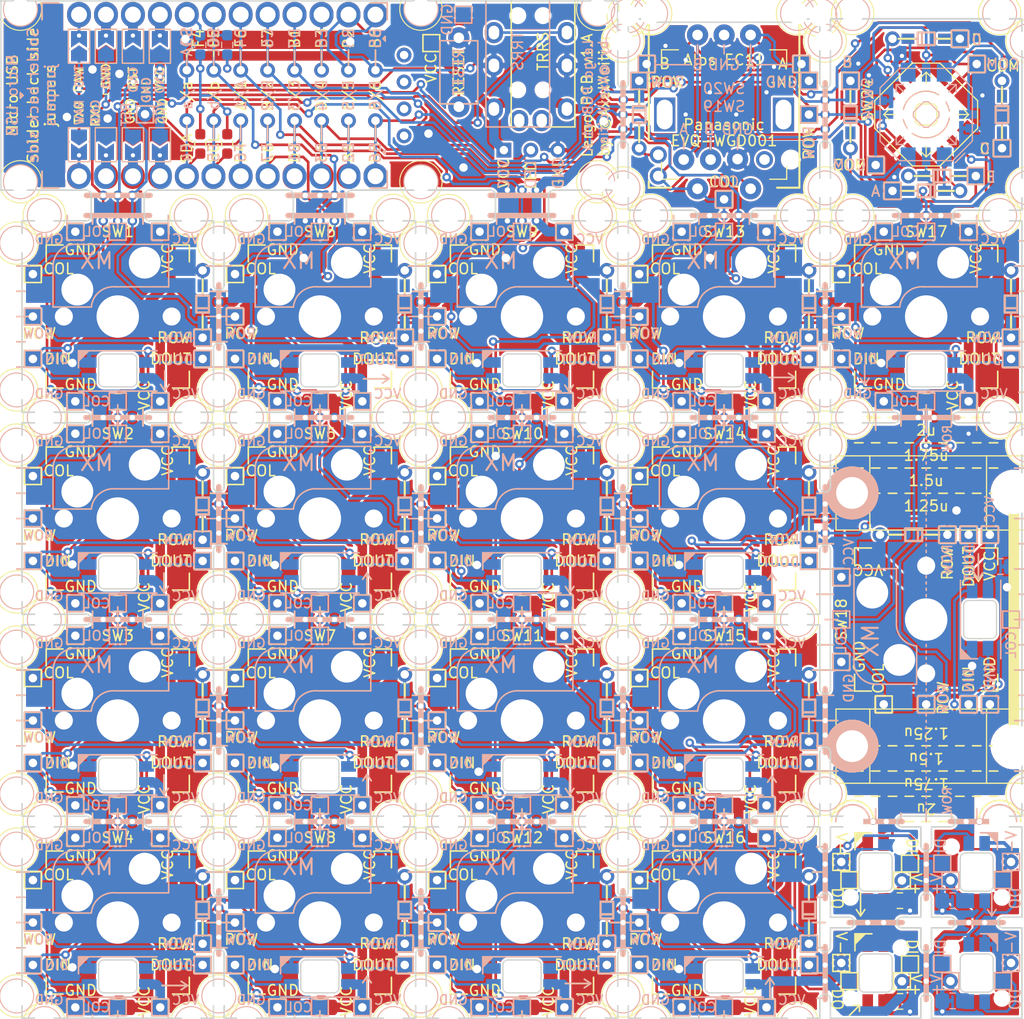
<source format=kicad_pcb>
(kicad_pcb (version 20171130) (host pcbnew 5.1.11-e4df9d881f~92~ubuntu20.04.1)
  (title_block (title "Lergo modular PCB") (date 2021-11-11) (rev v1.A) (company "Axel Voitier") (comment 1 "SPDX-License-Identifier: CERN-OHL-W-2.0") (comment 2 "Derived from SU120 of @e3w2q, under MIT license"))
  (layers (0 F.Cu signal hide) (31 B.Cu signal hide) (34 B.Paste user hide) (35 F.Paste user hide) (36 B.SilkS user) (37 F.SilkS user) (38 B.Mask user) (39 F.Mask user) (44 Edge.Cuts user))
  (net 0 "")
  (net 1 GND)
  (net 2 Y1)
  (net 3 Y2)
  (net 4 Y3)
  (net 5 X1)
  (net 6 X2)
  (net 7 X3)
  (net 8 X4)
  (net 9 X5)
  (net 10 Y4)
  (net 11 data)
  (net 12 led)
  (net 13 Y5)
  (net 14 Y6)
  (net 15 X6)
  (net 16 X7)
  (net 17 X8)
  (net 18 X9)
  (net 19 X10)
  (net 20 "Net-(D18-Pad2)")
  (net 21 VCC)
  (net 22 reset1)
  (net 23 "Net-(J1-PadA)")
  (net 24 "Net-(J6-PadA)")
  (net 25 "Net-(H154-Pad1)")
  (net 26 "Net-(H153-Pad1)")
  (net 27 "Net-(H157-Pad1)")
  (net 28 "Net-(H161-Pad1)")
  (net 29 "Net-(H165-Pad1)")
  (net 30 "Net-(JP101-Pad2)")
  (net 31 "Net-(JP102-Pad2)")
  (net 32 "Net-(JP103-Pad2)")
  (net 33 "Net-(JP104-Pad3)")
  (net 34 "Net-(JP104-Pad2)")
  (net 35 "Net-(JP105-Pad2)")
  (net 36 "Net-(JP105-Pad1)")
  (net 37 "Net-(JP106-Pad2)")
  (net 38 "Net-(JP107-Pad2)")
  (net 39 "Net-(JP108-Pad2)")
  (net 40 "Net-(SW1-Pad2)")
  (net 41 "Net-(SW1-Pad6)")
  (net 42 "Net-(SW2-Pad2)")
  (net 43 "Net-(SW2-Pad6)")
  (net 44 "Net-(SW3-Pad2)")
  (net 45 "Net-(SW3-Pad6)")
  (net 46 "Net-(SW4-Pad2)")
  (net 47 "Net-(SW4-Pad6)")
  (net 48 "Net-(SW5-Pad2)")
  (net 49 "Net-(SW5-Pad4)")
  (net 50 "Net-(SW5-Pad6)")
  (net 51 "Net-(SW6-Pad4)")
  (net 52 "Net-(SW6-Pad6)")
  (net 53 "Net-(SW7-Pad4)")
  (net 54 "Net-(SW7-Pad6)")
  (net 55 "Net-(SW8-Pad6)")
  (net 56 "Net-(SW10-Pad4)")
  (net 57 "Net-(SW9-Pad6)")
  (net 58 "Net-(SW10-Pad2)")
  (net 59 "Net-(SW10-Pad6)")
  (net 60 "Net-(SW11-Pad2)")
  (net 61 "Net-(SW11-Pad6)")
  (net 62 "Net-(SW12-Pad2)")
  (net 63 "Net-(SW12-Pad6)")
  (net 64 "Net-(SW13-Pad2)")
  (net 65 "Net-(SW13-Pad4)")
  (net 66 "Net-(SW13-Pad6)")
  (net 67 "Net-(SW14-Pad4)")
  (net 68 "Net-(SW14-Pad6)")
  (net 69 "Net-(SW15-Pad4)")
  (net 70 "Net-(SW15-Pad6)")
  (net 71 "Net-(SW16-Pad6)")
  (net 72 "Net-(SW17-Pad2)")
  (net 73 "Net-(SW17-Pad6)")
  (net 74 "Net-(SW18-Pad6)")
  (net 75 led_)
  (net 76 "Net-(D1-Pad1)")
  (net 77 "Net-(D2-Pad1)")
  (net 78 "Net-(D3-Pad1)")
  (net 79 "Net-(D4-Pad1)")
  (net 80 "Net-(D5-Pad1)")
  (module "Lergo Footprints:CherryMX_Lergo_v1_Module_2u" (layer F.Cu) (at 127.79375 114.3 90)
    (fp_text reference SW18 (at 0 -8 90 unlocked) (layer F.SilkS))
    (fp_text value SW_PUSH_LED hide)
    (fp_line (start -1.3 6.63) (end 1.3 6.63) (layer Edge.Cuts) (width 0.12))
    (fp_line (start -1.8 4.03) (end -1.8 6.13) (layer Edge.Cuts) (width 0.12))
    (fp_line (start 1.8 6.13) (end 1.8 4.03) (layer Edge.Cuts) (width 0.12))
    (fp_line (start 1.3 3.53) (end -1.3 3.53) (layer Edge.Cuts) (width 0.12))
    (fp_text user VCC (at 4.7 -7 180 unlocked) (layer F.SilkS) (effects (justify right)))
    (fp_text user GND (at -3.5 -6.3 90 unlocked) (layer F.SilkS))
    (fp_text user COL (at -7.1 -4.5 90 unlocked) (layer F.SilkS) (effects (justify left)))
    (fp_text user GND (at -6.6 6 90 unlocked) (layer F.SilkS) (effects (justify left)))
    (fp_text user VCC (at 6.6 6 90 unlocked) (layer F.SilkS) (effects (justify right)))
    (fp_text user ROW (at 7 2 90 unlocked) (layer F.SilkS) (effects (justify right)))
    (fp_text user ROW (at -9.1 1.6 90 unlocked) (layer F.SilkS) (effects (justify left)))
    (fp_text user DOUT (at 7 4 90 unlocked) (layer F.SilkS) (effects (justify right)))
    (fp_text user DIN (at -7 4 90 unlocked) (layer F.SilkS) (effects (justify left)))
    (fp_text user VCC (at 9 6 90 unlocked) (layer B.SilkS) (effects (font (size 0.9 0.9)) (justify right mirror)))
    (fp_text user GND (at -5 -7.3 90 unlocked) (layer B.SilkS) (effects (font (size 0.9 0.9)) (justify left mirror)))
    (fp_text user VCC (at 5 -7.3 90 unlocked) (layer B.SilkS) (effects (font (size 0.9 0.9)) (justify right mirror)))
    (fp_text user COL (at -1.9 -8 90 unlocked) (layer B.SilkS) (effects (font (size 0.9 0.9)) (justify mirror)))
    (fp_text user DOUT (at 7.2 4.1 90 unlocked) (layer B.SilkS) (effects (font (size 0.9 0.9)) (justify left mirror)))
    (fp_text user ROW (at 7.2 2 90 unlocked) (layer B.SilkS) (effects (font (size 0.9 0.9)) (justify left mirror)))
    (fp_text user ROW (at -9 1.6 90 unlocked) (layer B.SilkS) (effects (font (size 0.9 0.9)) (justify right mirror)))
    (fp_text user DIN (at -7 4 90 unlocked) (layer B.SilkS) (effects (font (size 0.9 0.9)) (justify right mirror)))
    (fp_text user MX (at -2 -5.25 90 unlocked) (layer B.SilkS) (effects (font (size 1.5 1.5) (thickness 0.2)) (justify mirror)))
    (fp_text user GND (at -7 6 90 unlocked) (layer B.SilkS) (effects (font (size 0.9 0.9)) (justify right mirror)))
    (fp_text user COL (at -1 8 90 unlocked) (layer B.SilkS) (effects (font (size 0.9 0.9)) (justify left mirror)))
    (fp_arc (start -1.3 4.03) (end -1.3 3.53) (angle -90) (layer Edge.Cuts) (width 0.12))
    (fp_arc (start 1.3 6.13) (end 1.3 6.63) (angle -90) (layer Edge.Cuts) (width 0.12))
    (fp_arc (start -1.3 6.13) (end -1.8 6.13) (angle -90) (layer Edge.Cuts) (width 0.12))
    (fp_arc (start 1.3 4.03) (end 1.8 4.03) (angle -90) (layer Edge.Cuts) (width 0.12))
    (pad 5 thru_hole rect (at -8 -4 180) (size 1.4 1.4) (drill 0.8) (layers *.Cu *.Mask) (net 9 X5))
    (pad 1 smd roundrect (at 5 6.025) (size 1.3 1.45) (layers B.Cu B.Paste B.Mask) (roundrect_rratio 0.213) (net 21 VCC))
    (pad 3 smd roundrect (at 5 7.975) (size 1.3 1.45) (layers B.Cu B.Paste B.Mask) (roundrect_rratio 0.213) (net 1 GND))
    (pad 7 smd rect (at 8 0.55 180) (size 1.2 0.95) (layers B.Cu B.Paste B.Mask) (net 3 Y2))
    (pad 6 thru_hole circle (at 8 -4.35 180) (size 1.4 1.4) (drill 0.8) (layers *.Cu *.Mask) (net 74 "Net-(SW18-Pad6)"))
    (pad 6 smd rect (at 8 -2.9 180) (size 1.2 0.95) (layers B.Cu B.Paste B.Mask) (net 74 "Net-(SW18-Pad6)"))
    (pad 7 thru_hole rect (at 8 2 180) (size 1.4 1.4) (drill 0.8) (layers *.Cu *.Mask) (net 3 Y2))
    (pad 3 thru_hole circle (at -3.81 -2.54 270) (size 3 3) (drill 3) (layers *.Cu *.Mask) (net 1 GND))
    (pad 3 thru_hole circle (at -5.08 0 90) (size 1.7 1.7) (drill 1.7) (layers *.Cu *.Mask) (net 1 GND))
    (pad 3 thru_hole circle (at 5.08 0 90) (size 1.7 1.7) (drill 1.7) (layers *.Cu *.Mask) (net 1 GND))
    (pad 3 thru_hole circle (at 0 0 180) (size 4 4) (drill 4) (layers *.Cu *.Mask) (net 1 GND))
    (pad 3 thru_hole circle (at 2.54 -5.08 270) (size 3 3) (drill 3) (layers *.Cu *.Mask) (net 1 GND))
    (pad 6 smd rect (at 6.075 -5.08 90) (size 2.55 2.5) (layers B.Cu B.Paste B.Mask) (net 74 "Net-(SW18-Pad6)"))
    (pad 5 smd rect (at -7.375 -2.54 90) (size 2.55 2.5) (layers B.Cu B.Paste B.Mask) (net 9 X5))
    (pad 3 thru_hole rect (at -8 6 180) (size 1.4 1.4) (drill 0.8) (layers *.Cu *.Mask) (net 1 GND))
    (pad 1 thru_hole rect (at 8 6 180) (size 1.4 1.4) (drill 0.8) (layers *.Cu *.Mask) (net 21 VCC))
    (pad 3 thru_hole rect (at -4 -8 180) (size 1.4 1.4) (drill 0.8) (layers *.Cu *.Mask) (net 1 GND))
    (pad 1 thru_hole rect (at 4 -8 180) (size 1.4 1.4) (drill 0.8) (layers *.Cu *.Mask) (net 21 VCC))
    (pad 7 thru_hole rect (at -8 0 180) (size 1.4 1.4) (drill 0.8) (layers *.Cu *.Mask) (net 3 Y2))
    (pad 4 thru_hole rect (at -8 4 180) (size 1.4 1.4) (drill 0.8) (layers *.Cu *.Mask) (net 72 "Net-(SW17-Pad2)"))
    (pad 2 thru_hole rect (at 8 4 180) (size 1.4 1.4) (drill 0.8) (layers *.Cu *.Mask) (net 25 "Net-(H154-Pad1)"))
    (pad 5 smd rect (at 0 8 180) (size 1.4 1.4) (layers B.Cu B.Mask) (net 9 X5))
    (pad 5 smd rect (at 0 -8 180) (size 1.4 1.4) (layers B.Cu B.Mask) (net 9 X5))
    (pad 4 smd rect (at -2.7 5.83 270) (size 1.4 1) (layers B.Cu B.Paste B.Mask) (net 72 "Net-(SW17-Pad2)"))
    (pad 3 smd rect (at -2.7 4.33 270) (size 1.4 1) (layers B.Cu B.Paste B.Mask) (net 1 GND))
    (pad 2 smd rect (at 2.7 4.33 270) (size 1.4 1) (layers B.Cu B.Paste B.Mask) (net 25 "Net-(H154-Pad1)"))
    (pad 1 smd rect (at 2.7 5.83 270) (size 1.4 1) (layers B.Cu B.Paste B.Mask) (net 21 VCC))
    (pad "" np_thru_hole circle (at -19.05 -6.92375) (size 2 2) (drill 2) (layers *.Cu *.Mask))
    (pad "" np_thru_hole circle (at -19.05 6.92375) (size 2 2) (drill 2) (layers *.Cu *.Mask))
    (pad "" np_thru_hole circle (at -16.44875 9.525 90) (size 2 2) (drill 2) (layers *.Cu *.Mask) (clearance 1.1))
    (pad "" np_thru_hole circle (at 16.44875 9.525 90) (size 2 2) (drill 2) (layers *.Cu *.Mask) (clearance 1.1))
    (pad "" np_thru_hole circle (at 16.44875 -9.525 90) (size 2 2) (drill 2) (layers *.Cu *.Mask) (clearance 1.1))
    (pad "" np_thru_hole circle (at -16.44875 -9.525 90) (size 2 2) (drill 2) (layers *.Cu *.Mask) (clearance 1.1))
  )
  (module "Lergo Footprints:CherryMX_Lergo_v1_Module_1u" (layer F.Cu) (at 127.79375 85.725)
    (fp_text reference SW17 (at 0 -8 unlocked) (layer F.SilkS))
    (fp_text value SW_PUSH_LED hide)
    (fp_line (start -1.3 6.63) (end 1.3 6.63) (layer Edge.Cuts) (width 0.12))
    (fp_line (start -1.8 4.03) (end -1.8 6.13) (layer Edge.Cuts) (width 0.12))
    (fp_line (start 1.8 6.13) (end 1.8 4.03) (layer Edge.Cuts) (width 0.12))
    (fp_line (start 1.3 3.53) (end -1.3 3.53) (layer Edge.Cuts) (width 0.12))
    (fp_text user VCC (at 4.7 -7 90 unlocked) (layer F.SilkS) (effects (justify right)))
    (fp_text user GND (at -3.5 -6.3 unlocked) (layer F.SilkS))
    (fp_text user COL (at -7.1 -4.5 unlocked) (layer F.SilkS) (effects (justify left)))
    (fp_text user GND (at -3.5 6.4 unlocked) (layer F.SilkS))
    (fp_text user VCC (at 2.5 7.4 90 unlocked) (layer F.SilkS))
    (fp_text user ROW (at 7 2 unlocked) (layer F.SilkS) (effects (justify right)))
    (fp_text user ROW (at -9.1 1.6 unlocked) (layer F.SilkS) (effects (justify left)))
    (fp_text user DOUT (at 7 4 unlocked) (layer F.SilkS) (effects (justify right)))
    (fp_text user DIN (at -7 4 unlocked) (layer F.SilkS) (effects (justify left)))
    (fp_text user VCC (at 5 7.3 unlocked) (layer B.SilkS) (effects (font (size 0.9 0.9)) (justify right mirror)))
    (fp_text user GND (at -5 -7.3 unlocked) (layer B.SilkS) (effects (font (size 0.9 0.9)) (justify left mirror)))
    (fp_text user VCC (at 5 -7.3 unlocked) (layer B.SilkS) (effects (font (size 0.9 0.9)) (justify right mirror)))
    (fp_text user COL (at -1.9 -8 unlocked) (layer B.SilkS) (effects (font (size 0.9 0.9)) (justify mirror)))
    (fp_text user DOUT (at 7.2 4.1 unlocked) (layer B.SilkS) (effects (font (size 0.9 0.9)) (justify left mirror)))
    (fp_text user ROW (at 7.2 2 unlocked) (layer B.SilkS) (effects (font (size 0.9 0.9)) (justify left mirror)))
    (fp_text user ROW (at -9 1.6 unlocked) (layer B.SilkS) (effects (font (size 0.9 0.9)) (justify right mirror)))
    (fp_text user DIN (at -7 4 unlocked) (layer B.SilkS) (effects (font (size 0.9 0.9)) (justify right mirror)))
    (fp_text user MX (at -2 -5.25 unlocked) (layer B.SilkS) (effects (font (size 1.5 1.5) (thickness 0.2)) (justify mirror)))
    (fp_text user GND (at -5 7.3 unlocked) (layer B.SilkS) (effects (font (size 0.9 0.9)) (justify left mirror)))
    (fp_text user COL (at -0.6 8 unlocked) (layer B.SilkS) (effects (font (size 0.9 0.9)) (justify left mirror)))
    (fp_arc (start -1.3 4.03) (end -1.3 3.53) (angle -90) (layer Edge.Cuts) (width 0.12))
    (fp_arc (start 1.3 6.13) (end 1.3 6.63) (angle -90) (layer Edge.Cuts) (width 0.12))
    (fp_arc (start -1.3 6.13) (end -1.8 6.13) (angle -90) (layer Edge.Cuts) (width 0.12))
    (fp_arc (start 1.3 4.03) (end 1.8 4.03) (angle -90) (layer Edge.Cuts) (width 0.12))
    (pad "" np_thru_hole circle (at -9.525 -6.92375) (size 2 2) (drill 2) (layers *.Cu *.Mask) (clearance 1.1))
    (pad "" np_thru_hole circle (at -9.525 6.92375) (size 2 2) (drill 2) (layers *.Cu *.Mask) (clearance 1.1))
    (pad "" np_thru_hole circle (at 6.92375 9.525) (size 2 2) (drill 2) (layers *.Cu *.Mask) (clearance 1.1))
    (pad "" np_thru_hole circle (at -6.92375 9.525) (size 2 2) (drill 2) (layers *.Cu *.Mask) (clearance 1.1))
    (pad 5 thru_hole rect (at -8 -4 90) (size 1.4 1.4) (drill 0.8) (layers *.Cu *.Mask) (net 9 X5))
    (pad 1 smd roundrect (at 0.975 8 180) (size 1.3 1.45) (layers F.Cu F.Paste F.Mask) (roundrect_rratio 0.213) (net 21 VCC))
    (pad 3 smd roundrect (at -0.975 8 180) (size 1.3 1.45) (layers F.Cu F.Paste F.Mask) (roundrect_rratio 0.213) (net 1 GND))
    (pad 7 smd rect (at 8 0.55 90) (size 1.2 0.95) (layers B.Cu B.Paste B.Mask) (net 2 Y1))
    (pad 6 thru_hole circle (at 8 -4.35 90) (size 1.4 1.4) (drill 0.8) (layers *.Cu *.Mask) (net 73 "Net-(SW17-Pad6)"))
    (pad 6 smd rect (at 8 -2.9 90) (size 1.2 0.95) (layers B.Cu B.Paste B.Mask) (net 73 "Net-(SW17-Pad6)"))
    (pad 7 thru_hole rect (at 8 2 90) (size 1.4 1.4) (drill 0.8) (layers *.Cu *.Mask) (net 2 Y1))
    (pad 3 thru_hole circle (at -3.81 -2.54 180) (size 3 3) (drill 3) (layers *.Cu *.Mask) (net 1 GND))
    (pad 3 thru_hole circle (at -5.08 0) (size 1.7 1.7) (drill 1.7) (layers *.Cu *.Mask) (net 1 GND))
    (pad 3 thru_hole circle (at 5.08 0) (size 1.7 1.7) (drill 1.7) (layers *.Cu *.Mask) (net 1 GND))
    (pad 3 thru_hole circle (at 0 0 90) (size 4 4) (drill 4) (layers *.Cu *.Mask) (net 1 GND))
    (pad 3 thru_hole circle (at 2.54 -5.08 180) (size 3 3) (drill 3) (layers *.Cu *.Mask) (net 1 GND))
    (pad 6 smd rect (at 6.075 -5.08) (size 2.55 2.5) (layers B.Cu B.Paste B.Mask) (net 73 "Net-(SW17-Pad6)"))
    (pad 5 smd rect (at -7.375 -2.54) (size 2.55 2.5) (layers B.Cu B.Paste B.Mask) (net 9 X5))
    (pad 3 thru_hole rect (at -4 8 90) (size 1.4 1.4) (drill 0.8) (layers *.Cu *.Mask) (net 1 GND))
    (pad 1 thru_hole rect (at 4 8 90) (size 1.4 1.4) (drill 0.8) (layers *.Cu *.Mask) (net 21 VCC))
    (pad 3 thru_hole rect (at -4 -8 90) (size 1.4 1.4) (drill 0.8) (layers *.Cu *.Mask) (net 1 GND))
    (pad 1 thru_hole rect (at 4 -8 90) (size 1.4 1.4) (drill 0.8) (layers *.Cu *.Mask) (net 21 VCC))
    (pad 7 thru_hole rect (at -8 0 90) (size 1.4 1.4) (drill 0.8) (layers *.Cu *.Mask) (net 2 Y1))
    (pad 4 thru_hole rect (at -8 4 90) (size 1.4 1.4) (drill 0.8) (layers *.Cu *.Mask) (net 64 "Net-(SW13-Pad2)"))
    (pad 2 thru_hole rect (at 8 4 90) (size 1.4 1.4) (drill 0.8) (layers *.Cu *.Mask) (net 72 "Net-(SW17-Pad2)"))
    (pad 5 smd rect (at 0 8 90) (size 1.4 1.4) (layers B.Cu B.Mask) (net 9 X5))
    (pad 5 smd rect (at 0 -8 90) (size 1.4 1.4) (layers B.Cu B.Mask) (net 9 X5))
    (pad 4 smd rect (at -2.7 5.83 180) (size 1.4 1) (layers B.Cu B.Paste B.Mask) (net 64 "Net-(SW13-Pad2)"))
    (pad 3 smd rect (at -2.7 4.33 180) (size 1.4 1) (layers B.Cu B.Paste B.Mask) (net 1 GND))
    (pad 2 smd rect (at 2.7 4.33 180) (size 1.4 1) (layers B.Cu B.Paste B.Mask) (net 72 "Net-(SW17-Pad2)"))
    (pad 1 smd rect (at 2.7 5.83 180) (size 1.4 1) (layers B.Cu B.Paste B.Mask) (net 21 VCC))
  )
  (module "Lergo Footprints:CherryMX_Lergo_v1_Module_1u" (layer F.Cu) (at 70.64375 104.775)
    (fp_text reference SW6 (at 0 -8 unlocked) (layer F.SilkS))
    (fp_text value SW_PUSH_LED hide)
    (fp_line (start -1.3 6.63) (end 1.3 6.63) (layer Edge.Cuts) (width 0.12))
    (fp_line (start -1.8 4.03) (end -1.8 6.13) (layer Edge.Cuts) (width 0.12))
    (fp_line (start 1.8 6.13) (end 1.8 4.03) (layer Edge.Cuts) (width 0.12))
    (fp_line (start 1.3 3.53) (end -1.3 3.53) (layer Edge.Cuts) (width 0.12))
    (fp_text user VCC (at 4.7 -7 90 unlocked) (layer F.SilkS) (effects (justify right)))
    (fp_text user GND (at -3.5 -6.3 unlocked) (layer F.SilkS))
    (fp_text user COL (at -7.1 -4.5 unlocked) (layer F.SilkS) (effects (justify left)))
    (fp_text user GND (at -3.5 6.4 unlocked) (layer F.SilkS))
    (fp_text user VCC (at 2.5 7.4 90 unlocked) (layer F.SilkS))
    (fp_text user ROW (at 7 2 unlocked) (layer F.SilkS) (effects (justify right)))
    (fp_text user ROW (at -9.1 1.6 unlocked) (layer F.SilkS) (effects (justify left)))
    (fp_text user DOUT (at 7 4 unlocked) (layer F.SilkS) (effects (justify right)))
    (fp_text user DIN (at -7 4 unlocked) (layer F.SilkS) (effects (justify left)))
    (fp_text user VCC (at 5 7.3 unlocked) (layer B.SilkS) (effects (font (size 0.9 0.9)) (justify right mirror)))
    (fp_text user GND (at -5 -7.3 unlocked) (layer B.SilkS) (effects (font (size 0.9 0.9)) (justify left mirror)))
    (fp_text user VCC (at 5 -7.3 unlocked) (layer B.SilkS) (effects (font (size 0.9 0.9)) (justify right mirror)))
    (fp_text user COL (at -1.9 -8 unlocked) (layer B.SilkS) (effects (font (size 0.9 0.9)) (justify mirror)))
    (fp_text user DOUT (at 7.2 4.1 unlocked) (layer B.SilkS) (effects (font (size 0.9 0.9)) (justify left mirror)))
    (fp_text user ROW (at 7.2 2 unlocked) (layer B.SilkS) (effects (font (size 0.9 0.9)) (justify left mirror)))
    (fp_text user ROW (at -9 1.6 unlocked) (layer B.SilkS) (effects (font (size 0.9 0.9)) (justify right mirror)))
    (fp_text user DIN (at -7 4 unlocked) (layer B.SilkS) (effects (font (size 0.9 0.9)) (justify right mirror)))
    (fp_text user MX (at -2 -5.25 unlocked) (layer B.SilkS) (effects (font (size 1.5 1.5) (thickness 0.2)) (justify mirror)))
    (fp_text user GND (at -5 7.3 unlocked) (layer B.SilkS) (effects (font (size 0.9 0.9)) (justify left mirror)))
    (fp_text user COL (at -0.6 8 unlocked) (layer B.SilkS) (effects (font (size 0.9 0.9)) (justify left mirror)))
    (fp_arc (start -1.3 4.03) (end -1.3 3.53) (angle -90) (layer Edge.Cuts) (width 0.12))
    (fp_arc (start 1.3 6.13) (end 1.3 6.63) (angle -90) (layer Edge.Cuts) (width 0.12))
    (fp_arc (start -1.3 6.13) (end -1.8 6.13) (angle -90) (layer Edge.Cuts) (width 0.12))
    (fp_arc (start 1.3 4.03) (end 1.8 4.03) (angle -90) (layer Edge.Cuts) (width 0.12))
    (pad "" np_thru_hole circle (at -9.525 -6.92375) (size 2 2) (drill 2) (layers *.Cu *.Mask) (clearance 1.1))
    (pad "" np_thru_hole circle (at -9.525 6.92375) (size 2 2) (drill 2) (layers *.Cu *.Mask) (clearance 1.1))
    (pad "" np_thru_hole circle (at 6.92375 9.525) (size 2 2) (drill 2) (layers *.Cu *.Mask) (clearance 1.1))
    (pad "" np_thru_hole circle (at -6.92375 9.525) (size 2 2) (drill 2) (layers *.Cu *.Mask) (clearance 1.1))
    (pad 5 thru_hole rect (at -8 -4 90) (size 1.4 1.4) (drill 0.8) (layers *.Cu *.Mask) (net 6 X2))
    (pad 1 smd roundrect (at 0.975 8 180) (size 1.3 1.45) (layers F.Cu F.Paste F.Mask) (roundrect_rratio 0.213) (net 21 VCC))
    (pad 3 smd roundrect (at -0.975 8 180) (size 1.3 1.45) (layers F.Cu F.Paste F.Mask) (roundrect_rratio 0.213) (net 1 GND))
    (pad 7 smd rect (at 8 0.55 90) (size 1.2 0.95) (layers B.Cu B.Paste B.Mask) (net 3 Y2))
    (pad 6 thru_hole circle (at 8 -4.35 90) (size 1.4 1.4) (drill 0.8) (layers *.Cu *.Mask) (net 52 "Net-(SW6-Pad6)"))
    (pad 6 smd rect (at 8 -2.9 90) (size 1.2 0.95) (layers B.Cu B.Paste B.Mask) (net 52 "Net-(SW6-Pad6)"))
    (pad 7 thru_hole rect (at 8 2 90) (size 1.4 1.4) (drill 0.8) (layers *.Cu *.Mask) (net 3 Y2))
    (pad 3 thru_hole circle (at -3.81 -2.54 180) (size 3 3) (drill 3) (layers *.Cu *.Mask) (net 1 GND))
    (pad 3 thru_hole circle (at -5.08 0) (size 1.7 1.7) (drill 1.7) (layers *.Cu *.Mask) (net 1 GND))
    (pad 3 thru_hole circle (at 5.08 0) (size 1.7 1.7) (drill 1.7) (layers *.Cu *.Mask) (net 1 GND))
    (pad 3 thru_hole circle (at 0 0 90) (size 4 4) (drill 4) (layers *.Cu *.Mask) (net 1 GND))
    (pad 3 thru_hole circle (at 2.54 -5.08 180) (size 3 3) (drill 3) (layers *.Cu *.Mask) (net 1 GND))
    (pad 6 smd rect (at 6.075 -5.08) (size 2.55 2.5) (layers B.Cu B.Paste B.Mask) (net 52 "Net-(SW6-Pad6)"))
    (pad 5 smd rect (at -7.375 -2.54) (size 2.55 2.5) (layers B.Cu B.Paste B.Mask) (net 6 X2))
    (pad 3 thru_hole rect (at -4 8 90) (size 1.4 1.4) (drill 0.8) (layers *.Cu *.Mask) (net 1 GND))
    (pad 1 thru_hole rect (at 4 8 90) (size 1.4 1.4) (drill 0.8) (layers *.Cu *.Mask) (net 21 VCC))
    (pad 3 thru_hole rect (at -4 -8 90) (size 1.4 1.4) (drill 0.8) (layers *.Cu *.Mask) (net 1 GND))
    (pad 1 thru_hole rect (at 4 -8 90) (size 1.4 1.4) (drill 0.8) (layers *.Cu *.Mask) (net 21 VCC))
    (pad 7 thru_hole rect (at -8 0 90) (size 1.4 1.4) (drill 0.8) (layers *.Cu *.Mask) (net 3 Y2))
    (pad 4 thru_hole rect (at -8 4 90) (size 1.4 1.4) (drill 0.8) (layers *.Cu *.Mask) (net 51 "Net-(SW6-Pad4)"))
    (pad 2 thru_hole rect (at 8 4 90) (size 1.4 1.4) (drill 0.8) (layers *.Cu *.Mask) (net 49 "Net-(SW5-Pad4)"))
    (pad 5 smd rect (at 0 8 90) (size 1.4 1.4) (layers B.Cu B.Mask) (net 6 X2))
    (pad 5 smd rect (at 0 -8 90) (size 1.4 1.4) (layers B.Cu B.Mask) (net 6 X2))
    (pad 4 smd rect (at -2.7 5.83 180) (size 1.4 1) (layers B.Cu B.Paste B.Mask) (net 51 "Net-(SW6-Pad4)"))
    (pad 3 smd rect (at -2.7 4.33 180) (size 1.4 1) (layers B.Cu B.Paste B.Mask) (net 1 GND))
    (pad 2 smd rect (at 2.7 4.33 180) (size 1.4 1) (layers B.Cu B.Paste B.Mask) (net 49 "Net-(SW5-Pad4)"))
    (pad 1 smd rect (at 2.7 5.83 180) (size 1.4 1) (layers B.Cu B.Paste B.Mask) (net 21 VCC))
  )
  (module "Lergo Footprints:CherryMX_Lergo_v1_Module_1u" (layer F.Cu) (at 70.64375 85.725)
    (fp_text reference SW5 (at 0 -8 unlocked) (layer F.SilkS))
    (fp_text value SW_PUSH_LED hide)
    (fp_line (start -1.3 6.63) (end 1.3 6.63) (layer Edge.Cuts) (width 0.12))
    (fp_line (start -1.8 4.03) (end -1.8 6.13) (layer Edge.Cuts) (width 0.12))
    (fp_line (start 1.8 6.13) (end 1.8 4.03) (layer Edge.Cuts) (width 0.12))
    (fp_line (start 1.3 3.53) (end -1.3 3.53) (layer Edge.Cuts) (width 0.12))
    (fp_text user VCC (at 4.7 -7 90 unlocked) (layer F.SilkS) (effects (justify right)))
    (fp_text user GND (at -3.5 -6.3 unlocked) (layer F.SilkS))
    (fp_text user COL (at -7.1 -4.5 unlocked) (layer F.SilkS) (effects (justify left)))
    (fp_text user GND (at -3.5 6.4 unlocked) (layer F.SilkS))
    (fp_text user VCC (at 2.5 7.4 90 unlocked) (layer F.SilkS))
    (fp_text user ROW (at 7 2 unlocked) (layer F.SilkS) (effects (justify right)))
    (fp_text user ROW (at -9.1 1.6 unlocked) (layer F.SilkS) (effects (justify left)))
    (fp_text user DOUT (at 7 4 unlocked) (layer F.SilkS) (effects (justify right)))
    (fp_text user DIN (at -7 4 unlocked) (layer F.SilkS) (effects (justify left)))
    (fp_text user VCC (at 5 7.3 unlocked) (layer B.SilkS) (effects (font (size 0.9 0.9)) (justify right mirror)))
    (fp_text user GND (at -5 -7.3 unlocked) (layer B.SilkS) (effects (font (size 0.9 0.9)) (justify left mirror)))
    (fp_text user VCC (at 5 -7.3 unlocked) (layer B.SilkS) (effects (font (size 0.9 0.9)) (justify right mirror)))
    (fp_text user COL (at -1.9 -8 unlocked) (layer B.SilkS) (effects (font (size 0.9 0.9)) (justify mirror)))
    (fp_text user DOUT (at 7.2 4.1 unlocked) (layer B.SilkS) (effects (font (size 0.9 0.9)) (justify left mirror)))
    (fp_text user ROW (at 7.2 2 unlocked) (layer B.SilkS) (effects (font (size 0.9 0.9)) (justify left mirror)))
    (fp_text user ROW (at -9 1.6 unlocked) (layer B.SilkS) (effects (font (size 0.9 0.9)) (justify right mirror)))
    (fp_text user DIN (at -7 4 unlocked) (layer B.SilkS) (effects (font (size 0.9 0.9)) (justify right mirror)))
    (fp_text user MX (at -2 -5.25 unlocked) (layer B.SilkS) (effects (font (size 1.5 1.5) (thickness 0.2)) (justify mirror)))
    (fp_text user GND (at -5 7.3 unlocked) (layer B.SilkS) (effects (font (size 0.9 0.9)) (justify left mirror)))
    (fp_text user COL (at -0.6 8 unlocked) (layer B.SilkS) (effects (font (size 0.9 0.9)) (justify left mirror)))
    (fp_arc (start -1.3 4.03) (end -1.3 3.53) (angle -90) (layer Edge.Cuts) (width 0.12))
    (fp_arc (start 1.3 6.13) (end 1.3 6.63) (angle -90) (layer Edge.Cuts) (width 0.12))
    (fp_arc (start -1.3 6.13) (end -1.8 6.13) (angle -90) (layer Edge.Cuts) (width 0.12))
    (fp_arc (start 1.3 4.03) (end 1.8 4.03) (angle -90) (layer Edge.Cuts) (width 0.12))
    (pad "" np_thru_hole circle (at -9.525 -6.92375) (size 2 2) (drill 2) (layers *.Cu *.Mask) (clearance 1.1))
    (pad "" np_thru_hole circle (at -9.525 6.92375) (size 2 2) (drill 2) (layers *.Cu *.Mask) (clearance 1.1))
    (pad "" np_thru_hole circle (at 6.92375 9.525) (size 2 2) (drill 2) (layers *.Cu *.Mask) (clearance 1.1))
    (pad "" np_thru_hole circle (at -6.92375 9.525) (size 2 2) (drill 2) (layers *.Cu *.Mask) (clearance 1.1))
    (pad 5 thru_hole rect (at -8 -4 90) (size 1.4 1.4) (drill 0.8) (layers *.Cu *.Mask) (net 6 X2))
    (pad 1 smd roundrect (at 0.975 8 180) (size 1.3 1.45) (layers F.Cu F.Paste F.Mask) (roundrect_rratio 0.213) (net 21 VCC))
    (pad 3 smd roundrect (at -0.975 8 180) (size 1.3 1.45) (layers F.Cu F.Paste F.Mask) (roundrect_rratio 0.213) (net 1 GND))
    (pad 7 smd rect (at 8 0.55 90) (size 1.2 0.95) (layers B.Cu B.Paste B.Mask) (net 2 Y1))
    (pad 6 thru_hole circle (at 8 -4.35 90) (size 1.4 1.4) (drill 0.8) (layers *.Cu *.Mask) (net 50 "Net-(SW5-Pad6)"))
    (pad 6 smd rect (at 8 -2.9 90) (size 1.2 0.95) (layers B.Cu B.Paste B.Mask) (net 50 "Net-(SW5-Pad6)"))
    (pad 7 thru_hole rect (at 8 2 90) (size 1.4 1.4) (drill 0.8) (layers *.Cu *.Mask) (net 2 Y1))
    (pad 3 thru_hole circle (at -3.81 -2.54 180) (size 3 3) (drill 3) (layers *.Cu *.Mask) (net 1 GND))
    (pad 3 thru_hole circle (at -5.08 0) (size 1.7 1.7) (drill 1.7) (layers *.Cu *.Mask) (net 1 GND))
    (pad 3 thru_hole circle (at 5.08 0) (size 1.7 1.7) (drill 1.7) (layers *.Cu *.Mask) (net 1 GND))
    (pad 3 thru_hole circle (at 0 0 90) (size 4 4) (drill 4) (layers *.Cu *.Mask) (net 1 GND))
    (pad 3 thru_hole circle (at 2.54 -5.08 180) (size 3 3) (drill 3) (layers *.Cu *.Mask) (net 1 GND))
    (pad 6 smd rect (at 6.075 -5.08) (size 2.55 2.5) (layers B.Cu B.Paste B.Mask) (net 50 "Net-(SW5-Pad6)"))
    (pad 5 smd rect (at -7.375 -2.54) (size 2.55 2.5) (layers B.Cu B.Paste B.Mask) (net 6 X2))
    (pad 3 thru_hole rect (at -4 8 90) (size 1.4 1.4) (drill 0.8) (layers *.Cu *.Mask) (net 1 GND))
    (pad 1 thru_hole rect (at 4 8 90) (size 1.4 1.4) (drill 0.8) (layers *.Cu *.Mask) (net 21 VCC))
    (pad 3 thru_hole rect (at -4 -8 90) (size 1.4 1.4) (drill 0.8) (layers *.Cu *.Mask) (net 1 GND))
    (pad 1 thru_hole rect (at 4 -8 90) (size 1.4 1.4) (drill 0.8) (layers *.Cu *.Mask) (net 21 VCC))
    (pad 7 thru_hole rect (at -8 0 90) (size 1.4 1.4) (drill 0.8) (layers *.Cu *.Mask) (net 2 Y1))
    (pad 4 thru_hole rect (at -8 4 90) (size 1.4 1.4) (drill 0.8) (layers *.Cu *.Mask) (net 49 "Net-(SW5-Pad4)"))
    (pad 2 thru_hole rect (at 8 4 90) (size 1.4 1.4) (drill 0.8) (layers *.Cu *.Mask) (net 48 "Net-(SW5-Pad2)"))
    (pad 5 smd rect (at 0 8 90) (size 1.4 1.4) (layers B.Cu B.Mask) (net 6 X2))
    (pad 5 smd rect (at 0 -8 90) (size 1.4 1.4) (layers B.Cu B.Mask) (net 6 X2))
    (pad 4 smd rect (at -2.7 5.83 180) (size 1.4 1) (layers B.Cu B.Paste B.Mask) (net 49 "Net-(SW5-Pad4)"))
    (pad 3 smd rect (at -2.7 4.33 180) (size 1.4 1) (layers B.Cu B.Paste B.Mask) (net 1 GND))
    (pad 2 smd rect (at 2.7 4.33 180) (size 1.4 1) (layers B.Cu B.Paste B.Mask) (net 48 "Net-(SW5-Pad2)"))
    (pad 1 smd rect (at 2.7 5.83 180) (size 1.4 1) (layers B.Cu B.Paste B.Mask) (net 21 VCC))
  )
  (module "Lergo Footprints:CherryMX_Lergo_v1_Module_1u" (layer F.Cu) (at 70.64375 123.825)
    (fp_text reference SW7 (at 0 -8 unlocked) (layer F.SilkS))
    (fp_text value SW_PUSH_LED hide)
    (fp_line (start -1.3 6.63) (end 1.3 6.63) (layer Edge.Cuts) (width 0.12))
    (fp_line (start -1.8 4.03) (end -1.8 6.13) (layer Edge.Cuts) (width 0.12))
    (fp_line (start 1.8 6.13) (end 1.8 4.03) (layer Edge.Cuts) (width 0.12))
    (fp_line (start 1.3 3.53) (end -1.3 3.53) (layer Edge.Cuts) (width 0.12))
    (fp_text user VCC (at 4.7 -7 90 unlocked) (layer F.SilkS) (effects (justify right)))
    (fp_text user GND (at -3.5 -6.3 unlocked) (layer F.SilkS))
    (fp_text user COL (at -7.1 -4.5 unlocked) (layer F.SilkS) (effects (justify left)))
    (fp_text user GND (at -3.5 6.4 unlocked) (layer F.SilkS))
    (fp_text user VCC (at 2.5 7.4 90 unlocked) (layer F.SilkS))
    (fp_text user ROW (at 7 2 unlocked) (layer F.SilkS) (effects (justify right)))
    (fp_text user ROW (at -9.1 1.6 unlocked) (layer F.SilkS) (effects (justify left)))
    (fp_text user DOUT (at 7 4 unlocked) (layer F.SilkS) (effects (justify right)))
    (fp_text user DIN (at -7 4 unlocked) (layer F.SilkS) (effects (justify left)))
    (fp_text user VCC (at 5 7.3 unlocked) (layer B.SilkS) (effects (font (size 0.9 0.9)) (justify right mirror)))
    (fp_text user GND (at -5 -7.3 unlocked) (layer B.SilkS) (effects (font (size 0.9 0.9)) (justify left mirror)))
    (fp_text user VCC (at 5 -7.3 unlocked) (layer B.SilkS) (effects (font (size 0.9 0.9)) (justify right mirror)))
    (fp_text user COL (at -1.9 -8 unlocked) (layer B.SilkS) (effects (font (size 0.9 0.9)) (justify mirror)))
    (fp_text user DOUT (at 7.2 4.1 unlocked) (layer B.SilkS) (effects (font (size 0.9 0.9)) (justify left mirror)))
    (fp_text user ROW (at 7.2 2 unlocked) (layer B.SilkS) (effects (font (size 0.9 0.9)) (justify left mirror)))
    (fp_text user ROW (at -9 1.6 unlocked) (layer B.SilkS) (effects (font (size 0.9 0.9)) (justify right mirror)))
    (fp_text user DIN (at -7 4 unlocked) (layer B.SilkS) (effects (font (size 0.9 0.9)) (justify right mirror)))
    (fp_text user MX (at -2 -5.25 unlocked) (layer B.SilkS) (effects (font (size 1.5 1.5) (thickness 0.2)) (justify mirror)))
    (fp_text user GND (at -5 7.3 unlocked) (layer B.SilkS) (effects (font (size 0.9 0.9)) (justify left mirror)))
    (fp_text user COL (at -0.6 8 unlocked) (layer B.SilkS) (effects (font (size 0.9 0.9)) (justify left mirror)))
    (fp_arc (start -1.3 4.03) (end -1.3 3.53) (angle -90) (layer Edge.Cuts) (width 0.12))
    (fp_arc (start 1.3 6.13) (end 1.3 6.63) (angle -90) (layer Edge.Cuts) (width 0.12))
    (fp_arc (start -1.3 6.13) (end -1.8 6.13) (angle -90) (layer Edge.Cuts) (width 0.12))
    (fp_arc (start 1.3 4.03) (end 1.8 4.03) (angle -90) (layer Edge.Cuts) (width 0.12))
    (pad "" np_thru_hole circle (at -9.525 -6.92375) (size 2 2) (drill 2) (layers *.Cu *.Mask) (clearance 1.1))
    (pad "" np_thru_hole circle (at -9.525 6.92375) (size 2 2) (drill 2) (layers *.Cu *.Mask) (clearance 1.1))
    (pad "" np_thru_hole circle (at 6.92375 9.525) (size 2 2) (drill 2) (layers *.Cu *.Mask) (clearance 1.1))
    (pad "" np_thru_hole circle (at -6.92375 9.525) (size 2 2) (drill 2) (layers *.Cu *.Mask) (clearance 1.1))
    (pad 5 thru_hole rect (at -8 -4 90) (size 1.4 1.4) (drill 0.8) (layers *.Cu *.Mask) (net 6 X2))
    (pad 1 smd roundrect (at 0.975 8 180) (size 1.3 1.45) (layers F.Cu F.Paste F.Mask) (roundrect_rratio 0.213) (net 21 VCC))
    (pad 3 smd roundrect (at -0.975 8 180) (size 1.3 1.45) (layers F.Cu F.Paste F.Mask) (roundrect_rratio 0.213) (net 1 GND))
    (pad 7 smd rect (at 8 0.55 90) (size 1.2 0.95) (layers B.Cu B.Paste B.Mask) (net 4 Y3))
    (pad 6 thru_hole circle (at 8 -4.35 90) (size 1.4 1.4) (drill 0.8) (layers *.Cu *.Mask) (net 54 "Net-(SW7-Pad6)"))
    (pad 6 smd rect (at 8 -2.9 90) (size 1.2 0.95) (layers B.Cu B.Paste B.Mask) (net 54 "Net-(SW7-Pad6)"))
    (pad 7 thru_hole rect (at 8 2 90) (size 1.4 1.4) (drill 0.8) (layers *.Cu *.Mask) (net 4 Y3))
    (pad 3 thru_hole circle (at -3.81 -2.54 180) (size 3 3) (drill 3) (layers *.Cu *.Mask) (net 1 GND))
    (pad 3 thru_hole circle (at -5.08 0) (size 1.7 1.7) (drill 1.7) (layers *.Cu *.Mask) (net 1 GND))
    (pad 3 thru_hole circle (at 5.08 0) (size 1.7 1.7) (drill 1.7) (layers *.Cu *.Mask) (net 1 GND))
    (pad 3 thru_hole circle (at 0 0 90) (size 4 4) (drill 4) (layers *.Cu *.Mask) (net 1 GND))
    (pad 3 thru_hole circle (at 2.54 -5.08 180) (size 3 3) (drill 3) (layers *.Cu *.Mask) (net 1 GND))
    (pad 6 smd rect (at 6.075 -5.08) (size 2.55 2.5) (layers B.Cu B.Paste B.Mask) (net 54 "Net-(SW7-Pad6)"))
    (pad 5 smd rect (at -7.375 -2.54) (size 2.55 2.5) (layers B.Cu B.Paste B.Mask) (net 6 X2))
    (pad 3 thru_hole rect (at -4 8 90) (size 1.4 1.4) (drill 0.8) (layers *.Cu *.Mask) (net 1 GND))
    (pad 1 thru_hole rect (at 4 8 90) (size 1.4 1.4) (drill 0.8) (layers *.Cu *.Mask) (net 21 VCC))
    (pad 3 thru_hole rect (at -4 -8 90) (size 1.4 1.4) (drill 0.8) (layers *.Cu *.Mask) (net 1 GND))
    (pad 1 thru_hole rect (at 4 -8 90) (size 1.4 1.4) (drill 0.8) (layers *.Cu *.Mask) (net 21 VCC))
    (pad 7 thru_hole rect (at -8 0 90) (size 1.4 1.4) (drill 0.8) (layers *.Cu *.Mask) (net 4 Y3))
    (pad 4 thru_hole rect (at -8 4 90) (size 1.4 1.4) (drill 0.8) (layers *.Cu *.Mask) (net 53 "Net-(SW7-Pad4)"))
    (pad 2 thru_hole rect (at 8 4 90) (size 1.4 1.4) (drill 0.8) (layers *.Cu *.Mask) (net 51 "Net-(SW6-Pad4)"))
    (pad 5 smd rect (at 0 8 90) (size 1.4 1.4) (layers B.Cu B.Mask) (net 6 X2))
    (pad 5 smd rect (at 0 -8 90) (size 1.4 1.4) (layers B.Cu B.Mask) (net 6 X2))
    (pad 4 smd rect (at -2.7 5.83 180) (size 1.4 1) (layers B.Cu B.Paste B.Mask) (net 53 "Net-(SW7-Pad4)"))
    (pad 3 smd rect (at -2.7 4.33 180) (size 1.4 1) (layers B.Cu B.Paste B.Mask) (net 1 GND))
    (pad 2 smd rect (at 2.7 4.33 180) (size 1.4 1) (layers B.Cu B.Paste B.Mask) (net 51 "Net-(SW6-Pad4)"))
    (pad 1 smd rect (at 2.7 5.83 180) (size 1.4 1) (layers B.Cu B.Paste B.Mask) (net 21 VCC))
  )
  (module "Lergo Footprints:CherryMX_Lergo_v1_Module_1u" (layer F.Cu) (at 70.64375 142.875)
    (fp_text reference SW8 (at 0 -8 unlocked) (layer F.SilkS))
    (fp_text value SW_PUSH_LED hide)
    (fp_line (start -1.3 6.63) (end 1.3 6.63) (layer Edge.Cuts) (width 0.12))
    (fp_line (start -1.8 4.03) (end -1.8 6.13) (layer Edge.Cuts) (width 0.12))
    (fp_line (start 1.8 6.13) (end 1.8 4.03) (layer Edge.Cuts) (width 0.12))
    (fp_line (start 1.3 3.53) (end -1.3 3.53) (layer Edge.Cuts) (width 0.12))
    (fp_text user VCC (at 4.7 -7 90 unlocked) (layer F.SilkS) (effects (justify right)))
    (fp_text user GND (at -3.5 -6.3 unlocked) (layer F.SilkS))
    (fp_text user COL (at -7.1 -4.5 unlocked) (layer F.SilkS) (effects (justify left)))
    (fp_text user GND (at -3.5 6.4 unlocked) (layer F.SilkS))
    (fp_text user VCC (at 2.5 7.4 90 unlocked) (layer F.SilkS))
    (fp_text user ROW (at 7 2 unlocked) (layer F.SilkS) (effects (justify right)))
    (fp_text user ROW (at -9.1 1.6 unlocked) (layer F.SilkS) (effects (justify left)))
    (fp_text user DOUT (at 7 4 unlocked) (layer F.SilkS) (effects (justify right)))
    (fp_text user DIN (at -7 4 unlocked) (layer F.SilkS) (effects (justify left)))
    (fp_text user VCC (at 5 7.3 unlocked) (layer B.SilkS) (effects (font (size 0.9 0.9)) (justify right mirror)))
    (fp_text user GND (at -5 -7.3 unlocked) (layer B.SilkS) (effects (font (size 0.9 0.9)) (justify left mirror)))
    (fp_text user VCC (at 5 -7.3 unlocked) (layer B.SilkS) (effects (font (size 0.9 0.9)) (justify right mirror)))
    (fp_text user COL (at -1.9 -8 unlocked) (layer B.SilkS) (effects (font (size 0.9 0.9)) (justify mirror)))
    (fp_text user DOUT (at 7.2 4.1 unlocked) (layer B.SilkS) (effects (font (size 0.9 0.9)) (justify left mirror)))
    (fp_text user ROW (at 7.2 2 unlocked) (layer B.SilkS) (effects (font (size 0.9 0.9)) (justify left mirror)))
    (fp_text user ROW (at -9 1.6 unlocked) (layer B.SilkS) (effects (font (size 0.9 0.9)) (justify right mirror)))
    (fp_text user DIN (at -7 4 unlocked) (layer B.SilkS) (effects (font (size 0.9 0.9)) (justify right mirror)))
    (fp_text user MX (at -2 -5.25 unlocked) (layer B.SilkS) (effects (font (size 1.5 1.5) (thickness 0.2)) (justify mirror)))
    (fp_text user GND (at -5 7.3 unlocked) (layer B.SilkS) (effects (font (size 0.9 0.9)) (justify left mirror)))
    (fp_text user COL (at -0.6 8 unlocked) (layer B.SilkS) (effects (font (size 0.9 0.9)) (justify left mirror)))
    (fp_arc (start -1.3 4.03) (end -1.3 3.53) (angle -90) (layer Edge.Cuts) (width 0.12))
    (fp_arc (start 1.3 6.13) (end 1.3 6.63) (angle -90) (layer Edge.Cuts) (width 0.12))
    (fp_arc (start -1.3 6.13) (end -1.8 6.13) (angle -90) (layer Edge.Cuts) (width 0.12))
    (fp_arc (start 1.3 4.03) (end 1.8 4.03) (angle -90) (layer Edge.Cuts) (width 0.12))
    (pad "" np_thru_hole circle (at -9.525 -6.92375) (size 2 2) (drill 2) (layers *.Cu *.Mask) (clearance 1.1))
    (pad "" np_thru_hole circle (at -9.525 6.92375) (size 2 2) (drill 2) (layers *.Cu *.Mask) (clearance 1.1))
    (pad "" np_thru_hole circle (at 6.92375 9.525) (size 2 2) (drill 2) (layers *.Cu *.Mask) (clearance 1.1))
    (pad "" np_thru_hole circle (at -6.92375 9.525) (size 2 2) (drill 2) (layers *.Cu *.Mask) (clearance 1.1))
    (pad 5 thru_hole rect (at -8 -4 90) (size 1.4 1.4) (drill 0.8) (layers *.Cu *.Mask) (net 6 X2))
    (pad 1 smd roundrect (at 0.975 8 180) (size 1.3 1.45) (layers F.Cu F.Paste F.Mask) (roundrect_rratio 0.213) (net 21 VCC))
    (pad 3 smd roundrect (at -0.975 8 180) (size 1.3 1.45) (layers F.Cu F.Paste F.Mask) (roundrect_rratio 0.213) (net 1 GND))
    (pad 7 smd rect (at 8 0.55 90) (size 1.2 0.95) (layers B.Cu B.Paste B.Mask) (net 10 Y4))
    (pad 6 thru_hole circle (at 8 -4.35 90) (size 1.4 1.4) (drill 0.8) (layers *.Cu *.Mask) (net 55 "Net-(SW8-Pad6)"))
    (pad 6 smd rect (at 8 -2.9 90) (size 1.2 0.95) (layers B.Cu B.Paste B.Mask) (net 55 "Net-(SW8-Pad6)"))
    (pad 7 thru_hole rect (at 8 2 90) (size 1.4 1.4) (drill 0.8) (layers *.Cu *.Mask) (net 10 Y4))
    (pad 3 thru_hole circle (at -3.81 -2.54 180) (size 3 3) (drill 3) (layers *.Cu *.Mask) (net 1 GND))
    (pad 3 thru_hole circle (at -5.08 0) (size 1.7 1.7) (drill 1.7) (layers *.Cu *.Mask) (net 1 GND))
    (pad 3 thru_hole circle (at 5.08 0) (size 1.7 1.7) (drill 1.7) (layers *.Cu *.Mask) (net 1 GND))
    (pad 3 thru_hole circle (at 0 0 90) (size 4 4) (drill 4) (layers *.Cu *.Mask) (net 1 GND))
    (pad 3 thru_hole circle (at 2.54 -5.08 180) (size 3 3) (drill 3) (layers *.Cu *.Mask) (net 1 GND))
    (pad 6 smd rect (at 6.075 -5.08) (size 2.55 2.5) (layers B.Cu B.Paste B.Mask) (net 55 "Net-(SW8-Pad6)"))
    (pad 5 smd rect (at -7.375 -2.54) (size 2.55 2.5) (layers B.Cu B.Paste B.Mask) (net 6 X2))
    (pad 3 thru_hole rect (at -4 8 90) (size 1.4 1.4) (drill 0.8) (layers *.Cu *.Mask) (net 1 GND))
    (pad 1 thru_hole rect (at 4 8 90) (size 1.4 1.4) (drill 0.8) (layers *.Cu *.Mask) (net 21 VCC))
    (pad 3 thru_hole rect (at -4 -8 90) (size 1.4 1.4) (drill 0.8) (layers *.Cu *.Mask) (net 1 GND))
    (pad 1 thru_hole rect (at 4 -8 90) (size 1.4 1.4) (drill 0.8) (layers *.Cu *.Mask) (net 21 VCC))
    (pad 7 thru_hole rect (at -8 0 90) (size 1.4 1.4) (drill 0.8) (layers *.Cu *.Mask) (net 10 Y4))
    (pad 4 thru_hole rect (at -8 4 90) (size 1.4 1.4) (drill 0.8) (layers *.Cu *.Mask) (net 46 "Net-(SW4-Pad2)"))
    (pad 2 thru_hole rect (at 8 4 90) (size 1.4 1.4) (drill 0.8) (layers *.Cu *.Mask) (net 53 "Net-(SW7-Pad4)"))
    (pad 5 smd rect (at 0 8 90) (size 1.4 1.4) (layers B.Cu B.Mask) (net 6 X2))
    (pad 5 smd rect (at 0 -8 90) (size 1.4 1.4) (layers B.Cu B.Mask) (net 6 X2))
    (pad 4 smd rect (at -2.7 5.83 180) (size 1.4 1) (layers B.Cu B.Paste B.Mask) (net 46 "Net-(SW4-Pad2)"))
    (pad 3 smd rect (at -2.7 4.33 180) (size 1.4 1) (layers B.Cu B.Paste B.Mask) (net 1 GND))
    (pad 2 smd rect (at 2.7 4.33 180) (size 1.4 1) (layers B.Cu B.Paste B.Mask) (net 53 "Net-(SW7-Pad4)"))
    (pad 1 smd rect (at 2.7 5.83 180) (size 1.4 1) (layers B.Cu B.Paste B.Mask) (net 21 VCC))
  )
  (module "Lergo Footprints:CherryMX_Lergo_v1_Module_1u" (layer F.Cu) (at 89.69375 104.775)
    (fp_text reference SW10 (at 0 -8 unlocked) (layer F.SilkS))
    (fp_text value SW_PUSH_LED hide)
    (fp_line (start -1.3 6.63) (end 1.3 6.63) (layer Edge.Cuts) (width 0.12))
    (fp_line (start -1.8 4.03) (end -1.8 6.13) (layer Edge.Cuts) (width 0.12))
    (fp_line (start 1.8 6.13) (end 1.8 4.03) (layer Edge.Cuts) (width 0.12))
    (fp_line (start 1.3 3.53) (end -1.3 3.53) (layer Edge.Cuts) (width 0.12))
    (fp_text user VCC (at 4.7 -7 90 unlocked) (layer F.SilkS) (effects (justify right)))
    (fp_text user GND (at -3.5 -6.3 unlocked) (layer F.SilkS))
    (fp_text user COL (at -7.1 -4.5 unlocked) (layer F.SilkS) (effects (justify left)))
    (fp_text user GND (at -3.5 6.4 unlocked) (layer F.SilkS))
    (fp_text user VCC (at 2.5 7.4 90 unlocked) (layer F.SilkS))
    (fp_text user ROW (at 7 2 unlocked) (layer F.SilkS) (effects (justify right)))
    (fp_text user ROW (at -9.1 1.6 unlocked) (layer F.SilkS) (effects (justify left)))
    (fp_text user DOUT (at 7 4 unlocked) (layer F.SilkS) (effects (justify right)))
    (fp_text user DIN (at -7 4 unlocked) (layer F.SilkS) (effects (justify left)))
    (fp_text user VCC (at 5 7.3 unlocked) (layer B.SilkS) (effects (font (size 0.9 0.9)) (justify right mirror)))
    (fp_text user GND (at -5 -7.3 unlocked) (layer B.SilkS) (effects (font (size 0.9 0.9)) (justify left mirror)))
    (fp_text user VCC (at 5 -7.3 unlocked) (layer B.SilkS) (effects (font (size 0.9 0.9)) (justify right mirror)))
    (fp_text user COL (at -1.9 -8 unlocked) (layer B.SilkS) (effects (font (size 0.9 0.9)) (justify mirror)))
    (fp_text user DOUT (at 7.2 4.1 unlocked) (layer B.SilkS) (effects (font (size 0.9 0.9)) (justify left mirror)))
    (fp_text user ROW (at 7.2 2 unlocked) (layer B.SilkS) (effects (font (size 0.9 0.9)) (justify left mirror)))
    (fp_text user ROW (at -9 1.6 unlocked) (layer B.SilkS) (effects (font (size 0.9 0.9)) (justify right mirror)))
    (fp_text user DIN (at -7 4 unlocked) (layer B.SilkS) (effects (font (size 0.9 0.9)) (justify right mirror)))
    (fp_text user MX (at -2 -5.25 unlocked) (layer B.SilkS) (effects (font (size 1.5 1.5) (thickness 0.2)) (justify mirror)))
    (fp_text user GND (at -5 7.3 unlocked) (layer B.SilkS) (effects (font (size 0.9 0.9)) (justify left mirror)))
    (fp_text user COL (at -0.6 8 unlocked) (layer B.SilkS) (effects (font (size 0.9 0.9)) (justify left mirror)))
    (fp_arc (start -1.3 4.03) (end -1.3 3.53) (angle -90) (layer Edge.Cuts) (width 0.12))
    (fp_arc (start 1.3 6.13) (end 1.3 6.63) (angle -90) (layer Edge.Cuts) (width 0.12))
    (fp_arc (start -1.3 6.13) (end -1.8 6.13) (angle -90) (layer Edge.Cuts) (width 0.12))
    (fp_arc (start 1.3 4.03) (end 1.8 4.03) (angle -90) (layer Edge.Cuts) (width 0.12))
    (pad "" np_thru_hole circle (at -9.525 -6.92375) (size 2 2) (drill 2) (layers *.Cu *.Mask) (clearance 1.1))
    (pad "" np_thru_hole circle (at -9.525 6.92375) (size 2 2) (drill 2) (layers *.Cu *.Mask) (clearance 1.1))
    (pad "" np_thru_hole circle (at 6.92375 9.525) (size 2 2) (drill 2) (layers *.Cu *.Mask) (clearance 1.1))
    (pad "" np_thru_hole circle (at -6.92375 9.525) (size 2 2) (drill 2) (layers *.Cu *.Mask) (clearance 1.1))
    (pad 5 thru_hole rect (at -8 -4 90) (size 1.4 1.4) (drill 0.8) (layers *.Cu *.Mask) (net 7 X3))
    (pad 1 smd roundrect (at 0.975 8 180) (size 1.3 1.45) (layers F.Cu F.Paste F.Mask) (roundrect_rratio 0.213) (net 21 VCC))
    (pad 3 smd roundrect (at -0.975 8 180) (size 1.3 1.45) (layers F.Cu F.Paste F.Mask) (roundrect_rratio 0.213) (net 1 GND))
    (pad 7 smd rect (at 8 0.55 90) (size 1.2 0.95) (layers B.Cu B.Paste B.Mask) (net 3 Y2))
    (pad 6 thru_hole circle (at 8 -4.35 90) (size 1.4 1.4) (drill 0.8) (layers *.Cu *.Mask) (net 59 "Net-(SW10-Pad6)"))
    (pad 6 smd rect (at 8 -2.9 90) (size 1.2 0.95) (layers B.Cu B.Paste B.Mask) (net 59 "Net-(SW10-Pad6)"))
    (pad 7 thru_hole rect (at 8 2 90) (size 1.4 1.4) (drill 0.8) (layers *.Cu *.Mask) (net 3 Y2))
    (pad 3 thru_hole circle (at -3.81 -2.54 180) (size 3 3) (drill 3) (layers *.Cu *.Mask) (net 1 GND))
    (pad 3 thru_hole circle (at -5.08 0) (size 1.7 1.7) (drill 1.7) (layers *.Cu *.Mask) (net 1 GND))
    (pad 3 thru_hole circle (at 5.08 0) (size 1.7 1.7) (drill 1.7) (layers *.Cu *.Mask) (net 1 GND))
    (pad 3 thru_hole circle (at 0 0 90) (size 4 4) (drill 4) (layers *.Cu *.Mask) (net 1 GND))
    (pad 3 thru_hole circle (at 2.54 -5.08 180) (size 3 3) (drill 3) (layers *.Cu *.Mask) (net 1 GND))
    (pad 6 smd rect (at 6.075 -5.08) (size 2.55 2.5) (layers B.Cu B.Paste B.Mask) (net 59 "Net-(SW10-Pad6)"))
    (pad 5 smd rect (at -7.375 -2.54) (size 2.55 2.5) (layers B.Cu B.Paste B.Mask) (net 7 X3))
    (pad 3 thru_hole rect (at -4 8 90) (size 1.4 1.4) (drill 0.8) (layers *.Cu *.Mask) (net 1 GND))
    (pad 1 thru_hole rect (at 4 8 90) (size 1.4 1.4) (drill 0.8) (layers *.Cu *.Mask) (net 21 VCC))
    (pad 3 thru_hole rect (at -4 -8 90) (size 1.4 1.4) (drill 0.8) (layers *.Cu *.Mask) (net 1 GND))
    (pad 1 thru_hole rect (at 4 -8 90) (size 1.4 1.4) (drill 0.8) (layers *.Cu *.Mask) (net 21 VCC))
    (pad 7 thru_hole rect (at -8 0 90) (size 1.4 1.4) (drill 0.8) (layers *.Cu *.Mask) (net 3 Y2))
    (pad 4 thru_hole rect (at -8 4 90) (size 1.4 1.4) (drill 0.8) (layers *.Cu *.Mask) (net 56 "Net-(SW10-Pad4)"))
    (pad 2 thru_hole rect (at 8 4 90) (size 1.4 1.4) (drill 0.8) (layers *.Cu *.Mask) (net 58 "Net-(SW10-Pad2)"))
    (pad 5 smd rect (at 0 8 90) (size 1.4 1.4) (layers B.Cu B.Mask) (net 7 X3))
    (pad 5 smd rect (at 0 -8 90) (size 1.4 1.4) (layers B.Cu B.Mask) (net 7 X3))
    (pad 4 smd rect (at -2.7 5.83 180) (size 1.4 1) (layers B.Cu B.Paste B.Mask) (net 56 "Net-(SW10-Pad4)"))
    (pad 3 smd rect (at -2.7 4.33 180) (size 1.4 1) (layers B.Cu B.Paste B.Mask) (net 1 GND))
    (pad 2 smd rect (at 2.7 4.33 180) (size 1.4 1) (layers B.Cu B.Paste B.Mask) (net 58 "Net-(SW10-Pad2)"))
    (pad 1 smd rect (at 2.7 5.83 180) (size 1.4 1) (layers B.Cu B.Paste B.Mask) (net 21 VCC))
  )
  (module "Lergo Footprints:CherryMX_Lergo_v1_Module_1u" (layer F.Cu) (at 89.69375 123.825)
    (fp_text reference SW11 (at 0 -8 unlocked) (layer F.SilkS))
    (fp_text value SW_PUSH_LED hide)
    (fp_line (start -1.3 6.63) (end 1.3 6.63) (layer Edge.Cuts) (width 0.12))
    (fp_line (start -1.8 4.03) (end -1.8 6.13) (layer Edge.Cuts) (width 0.12))
    (fp_line (start 1.8 6.13) (end 1.8 4.03) (layer Edge.Cuts) (width 0.12))
    (fp_line (start 1.3 3.53) (end -1.3 3.53) (layer Edge.Cuts) (width 0.12))
    (fp_text user VCC (at 4.7 -7 90 unlocked) (layer F.SilkS) (effects (justify right)))
    (fp_text user GND (at -3.5 -6.3 unlocked) (layer F.SilkS))
    (fp_text user COL (at -7.1 -4.5 unlocked) (layer F.SilkS) (effects (justify left)))
    (fp_text user GND (at -3.5 6.4 unlocked) (layer F.SilkS))
    (fp_text user VCC (at 2.5 7.4 90 unlocked) (layer F.SilkS))
    (fp_text user ROW (at 7 2 unlocked) (layer F.SilkS) (effects (justify right)))
    (fp_text user ROW (at -9.1 1.6 unlocked) (layer F.SilkS) (effects (justify left)))
    (fp_text user DOUT (at 7 4 unlocked) (layer F.SilkS) (effects (justify right)))
    (fp_text user DIN (at -7 4 unlocked) (layer F.SilkS) (effects (justify left)))
    (fp_text user VCC (at 5 7.3 unlocked) (layer B.SilkS) (effects (font (size 0.9 0.9)) (justify right mirror)))
    (fp_text user GND (at -5 -7.3 unlocked) (layer B.SilkS) (effects (font (size 0.9 0.9)) (justify left mirror)))
    (fp_text user VCC (at 5 -7.3 unlocked) (layer B.SilkS) (effects (font (size 0.9 0.9)) (justify right mirror)))
    (fp_text user COL (at -1.9 -8 unlocked) (layer B.SilkS) (effects (font (size 0.9 0.9)) (justify mirror)))
    (fp_text user DOUT (at 7.2 4.1 unlocked) (layer B.SilkS) (effects (font (size 0.9 0.9)) (justify left mirror)))
    (fp_text user ROW (at 7.2 2 unlocked) (layer B.SilkS) (effects (font (size 0.9 0.9)) (justify left mirror)))
    (fp_text user ROW (at -9 1.6 unlocked) (layer B.SilkS) (effects (font (size 0.9 0.9)) (justify right mirror)))
    (fp_text user DIN (at -7 4 unlocked) (layer B.SilkS) (effects (font (size 0.9 0.9)) (justify right mirror)))
    (fp_text user MX (at -2 -5.25 unlocked) (layer B.SilkS) (effects (font (size 1.5 1.5) (thickness 0.2)) (justify mirror)))
    (fp_text user GND (at -5 7.3 unlocked) (layer B.SilkS) (effects (font (size 0.9 0.9)) (justify left mirror)))
    (fp_text user COL (at -0.6 8 unlocked) (layer B.SilkS) (effects (font (size 0.9 0.9)) (justify left mirror)))
    (fp_arc (start -1.3 4.03) (end -1.3 3.53) (angle -90) (layer Edge.Cuts) (width 0.12))
    (fp_arc (start 1.3 6.13) (end 1.3 6.63) (angle -90) (layer Edge.Cuts) (width 0.12))
    (fp_arc (start -1.3 6.13) (end -1.8 6.13) (angle -90) (layer Edge.Cuts) (width 0.12))
    (fp_arc (start 1.3 4.03) (end 1.8 4.03) (angle -90) (layer Edge.Cuts) (width 0.12))
    (pad "" np_thru_hole circle (at -9.525 -6.92375) (size 2 2) (drill 2) (layers *.Cu *.Mask) (clearance 1.1))
    (pad "" np_thru_hole circle (at -9.525 6.92375) (size 2 2) (drill 2) (layers *.Cu *.Mask) (clearance 1.1))
    (pad "" np_thru_hole circle (at 6.92375 9.525) (size 2 2) (drill 2) (layers *.Cu *.Mask) (clearance 1.1))
    (pad "" np_thru_hole circle (at -6.92375 9.525) (size 2 2) (drill 2) (layers *.Cu *.Mask) (clearance 1.1))
    (pad 5 thru_hole rect (at -8 -4 90) (size 1.4 1.4) (drill 0.8) (layers *.Cu *.Mask) (net 7 X3))
    (pad 1 smd roundrect (at 0.975 8 180) (size 1.3 1.45) (layers F.Cu F.Paste F.Mask) (roundrect_rratio 0.213) (net 21 VCC))
    (pad 3 smd roundrect (at -0.975 8 180) (size 1.3 1.45) (layers F.Cu F.Paste F.Mask) (roundrect_rratio 0.213) (net 1 GND))
    (pad 7 smd rect (at 8 0.55 90) (size 1.2 0.95) (layers B.Cu B.Paste B.Mask) (net 4 Y3))
    (pad 6 thru_hole circle (at 8 -4.35 90) (size 1.4 1.4) (drill 0.8) (layers *.Cu *.Mask) (net 61 "Net-(SW11-Pad6)"))
    (pad 6 smd rect (at 8 -2.9 90) (size 1.2 0.95) (layers B.Cu B.Paste B.Mask) (net 61 "Net-(SW11-Pad6)"))
    (pad 7 thru_hole rect (at 8 2 90) (size 1.4 1.4) (drill 0.8) (layers *.Cu *.Mask) (net 4 Y3))
    (pad 3 thru_hole circle (at -3.81 -2.54 180) (size 3 3) (drill 3) (layers *.Cu *.Mask) (net 1 GND))
    (pad 3 thru_hole circle (at -5.08 0) (size 1.7 1.7) (drill 1.7) (layers *.Cu *.Mask) (net 1 GND))
    (pad 3 thru_hole circle (at 5.08 0) (size 1.7 1.7) (drill 1.7) (layers *.Cu *.Mask) (net 1 GND))
    (pad 3 thru_hole circle (at 0 0 90) (size 4 4) (drill 4) (layers *.Cu *.Mask) (net 1 GND))
    (pad 3 thru_hole circle (at 2.54 -5.08 180) (size 3 3) (drill 3) (layers *.Cu *.Mask) (net 1 GND))
    (pad 6 smd rect (at 6.075 -5.08) (size 2.55 2.5) (layers B.Cu B.Paste B.Mask) (net 61 "Net-(SW11-Pad6)"))
    (pad 5 smd rect (at -7.375 -2.54) (size 2.55 2.5) (layers B.Cu B.Paste B.Mask) (net 7 X3))
    (pad 3 thru_hole rect (at -4 8 90) (size 1.4 1.4) (drill 0.8) (layers *.Cu *.Mask) (net 1 GND))
    (pad 1 thru_hole rect (at 4 8 90) (size 1.4 1.4) (drill 0.8) (layers *.Cu *.Mask) (net 21 VCC))
    (pad 3 thru_hole rect (at -4 -8 90) (size 1.4 1.4) (drill 0.8) (layers *.Cu *.Mask) (net 1 GND))
    (pad 1 thru_hole rect (at 4 -8 90) (size 1.4 1.4) (drill 0.8) (layers *.Cu *.Mask) (net 21 VCC))
    (pad 7 thru_hole rect (at -8 0 90) (size 1.4 1.4) (drill 0.8) (layers *.Cu *.Mask) (net 4 Y3))
    (pad 4 thru_hole rect (at -8 4 90) (size 1.4 1.4) (drill 0.8) (layers *.Cu *.Mask) (net 58 "Net-(SW10-Pad2)"))
    (pad 2 thru_hole rect (at 8 4 90) (size 1.4 1.4) (drill 0.8) (layers *.Cu *.Mask) (net 60 "Net-(SW11-Pad2)"))
    (pad 5 smd rect (at 0 8 90) (size 1.4 1.4) (layers B.Cu B.Mask) (net 7 X3))
    (pad 5 smd rect (at 0 -8 90) (size 1.4 1.4) (layers B.Cu B.Mask) (net 7 X3))
    (pad 4 smd rect (at -2.7 5.83 180) (size 1.4 1) (layers B.Cu B.Paste B.Mask) (net 58 "Net-(SW10-Pad2)"))
    (pad 3 smd rect (at -2.7 4.33 180) (size 1.4 1) (layers B.Cu B.Paste B.Mask) (net 1 GND))
    (pad 2 smd rect (at 2.7 4.33 180) (size 1.4 1) (layers B.Cu B.Paste B.Mask) (net 60 "Net-(SW11-Pad2)"))
    (pad 1 smd rect (at 2.7 5.83 180) (size 1.4 1) (layers B.Cu B.Paste B.Mask) (net 21 VCC))
  )
  (module "Lergo Footprints:CherryMX_Lergo_v1_Module_1u" (layer F.Cu) (at 89.69375 142.875)
    (fp_text reference SW12 (at 0 -8 unlocked) (layer F.SilkS))
    (fp_text value SW_PUSH_LED hide)
    (fp_line (start -1.3 6.63) (end 1.3 6.63) (layer Edge.Cuts) (width 0.12))
    (fp_line (start -1.8 4.03) (end -1.8 6.13) (layer Edge.Cuts) (width 0.12))
    (fp_line (start 1.8 6.13) (end 1.8 4.03) (layer Edge.Cuts) (width 0.12))
    (fp_line (start 1.3 3.53) (end -1.3 3.53) (layer Edge.Cuts) (width 0.12))
    (fp_text user VCC (at 4.7 -7 90 unlocked) (layer F.SilkS) (effects (justify right)))
    (fp_text user GND (at -3.5 -6.3 unlocked) (layer F.SilkS))
    (fp_text user COL (at -7.1 -4.5 unlocked) (layer F.SilkS) (effects (justify left)))
    (fp_text user GND (at -3.5 6.4 unlocked) (layer F.SilkS))
    (fp_text user VCC (at 2.5 7.4 90 unlocked) (layer F.SilkS))
    (fp_text user ROW (at 7 2 unlocked) (layer F.SilkS) (effects (justify right)))
    (fp_text user ROW (at -9.1 1.6 unlocked) (layer F.SilkS) (effects (justify left)))
    (fp_text user DOUT (at 7 4 unlocked) (layer F.SilkS) (effects (justify right)))
    (fp_text user DIN (at -7 4 unlocked) (layer F.SilkS) (effects (justify left)))
    (fp_text user VCC (at 5 7.3 unlocked) (layer B.SilkS) (effects (font (size 0.9 0.9)) (justify right mirror)))
    (fp_text user GND (at -5 -7.3 unlocked) (layer B.SilkS) (effects (font (size 0.9 0.9)) (justify left mirror)))
    (fp_text user VCC (at 5 -7.3 unlocked) (layer B.SilkS) (effects (font (size 0.9 0.9)) (justify right mirror)))
    (fp_text user COL (at -1.9 -8 unlocked) (layer B.SilkS) (effects (font (size 0.9 0.9)) (justify mirror)))
    (fp_text user DOUT (at 7.2 4.1 unlocked) (layer B.SilkS) (effects (font (size 0.9 0.9)) (justify left mirror)))
    (fp_text user ROW (at 7.2 2 unlocked) (layer B.SilkS) (effects (font (size 0.9 0.9)) (justify left mirror)))
    (fp_text user ROW (at -9 1.6 unlocked) (layer B.SilkS) (effects (font (size 0.9 0.9)) (justify right mirror)))
    (fp_text user DIN (at -7 4 unlocked) (layer B.SilkS) (effects (font (size 0.9 0.9)) (justify right mirror)))
    (fp_text user MX (at -2 -5.25 unlocked) (layer B.SilkS) (effects (font (size 1.5 1.5) (thickness 0.2)) (justify mirror)))
    (fp_text user GND (at -5 7.3 unlocked) (layer B.SilkS) (effects (font (size 0.9 0.9)) (justify left mirror)))
    (fp_text user COL (at -0.6 8 unlocked) (layer B.SilkS) (effects (font (size 0.9 0.9)) (justify left mirror)))
    (fp_arc (start -1.3 4.03) (end -1.3 3.53) (angle -90) (layer Edge.Cuts) (width 0.12))
    (fp_arc (start 1.3 6.13) (end 1.3 6.63) (angle -90) (layer Edge.Cuts) (width 0.12))
    (fp_arc (start -1.3 6.13) (end -1.8 6.13) (angle -90) (layer Edge.Cuts) (width 0.12))
    (fp_arc (start 1.3 4.03) (end 1.8 4.03) (angle -90) (layer Edge.Cuts) (width 0.12))
    (pad "" np_thru_hole circle (at -9.525 -6.92375) (size 2 2) (drill 2) (layers *.Cu *.Mask) (clearance 1.1))
    (pad "" np_thru_hole circle (at -9.525 6.92375) (size 2 2) (drill 2) (layers *.Cu *.Mask) (clearance 1.1))
    (pad "" np_thru_hole circle (at 6.92375 9.525) (size 2 2) (drill 2) (layers *.Cu *.Mask) (clearance 1.1))
    (pad "" np_thru_hole circle (at -6.92375 9.525) (size 2 2) (drill 2) (layers *.Cu *.Mask) (clearance 1.1))
    (pad 5 thru_hole rect (at -8 -4 90) (size 1.4 1.4) (drill 0.8) (layers *.Cu *.Mask) (net 7 X3))
    (pad 1 smd roundrect (at 0.975 8 180) (size 1.3 1.45) (layers F.Cu F.Paste F.Mask) (roundrect_rratio 0.213) (net 21 VCC))
    (pad 3 smd roundrect (at -0.975 8 180) (size 1.3 1.45) (layers F.Cu F.Paste F.Mask) (roundrect_rratio 0.213) (net 1 GND))
    (pad 7 smd rect (at 8 0.55 90) (size 1.2 0.95) (layers B.Cu B.Paste B.Mask) (net 10 Y4))
    (pad 6 thru_hole circle (at 8 -4.35 90) (size 1.4 1.4) (drill 0.8) (layers *.Cu *.Mask) (net 63 "Net-(SW12-Pad6)"))
    (pad 6 smd rect (at 8 -2.9 90) (size 1.2 0.95) (layers B.Cu B.Paste B.Mask) (net 63 "Net-(SW12-Pad6)"))
    (pad 7 thru_hole rect (at 8 2 90) (size 1.4 1.4) (drill 0.8) (layers *.Cu *.Mask) (net 10 Y4))
    (pad 3 thru_hole circle (at -3.81 -2.54 180) (size 3 3) (drill 3) (layers *.Cu *.Mask) (net 1 GND))
    (pad 3 thru_hole circle (at -5.08 0) (size 1.7 1.7) (drill 1.7) (layers *.Cu *.Mask) (net 1 GND))
    (pad 3 thru_hole circle (at 5.08 0) (size 1.7 1.7) (drill 1.7) (layers *.Cu *.Mask) (net 1 GND))
    (pad 3 thru_hole circle (at 0 0 90) (size 4 4) (drill 4) (layers *.Cu *.Mask) (net 1 GND))
    (pad 3 thru_hole circle (at 2.54 -5.08 180) (size 3 3) (drill 3) (layers *.Cu *.Mask) (net 1 GND))
    (pad 6 smd rect (at 6.075 -5.08) (size 2.55 2.5) (layers B.Cu B.Paste B.Mask) (net 63 "Net-(SW12-Pad6)"))
    (pad 5 smd rect (at -7.375 -2.54) (size 2.55 2.5) (layers B.Cu B.Paste B.Mask) (net 7 X3))
    (pad 3 thru_hole rect (at -4 8 90) (size 1.4 1.4) (drill 0.8) (layers *.Cu *.Mask) (net 1 GND))
    (pad 1 thru_hole rect (at 4 8 90) (size 1.4 1.4) (drill 0.8) (layers *.Cu *.Mask) (net 21 VCC))
    (pad 3 thru_hole rect (at -4 -8 90) (size 1.4 1.4) (drill 0.8) (layers *.Cu *.Mask) (net 1 GND))
    (pad 1 thru_hole rect (at 4 -8 90) (size 1.4 1.4) (drill 0.8) (layers *.Cu *.Mask) (net 21 VCC))
    (pad 7 thru_hole rect (at -8 0 90) (size 1.4 1.4) (drill 0.8) (layers *.Cu *.Mask) (net 10 Y4))
    (pad 4 thru_hole rect (at -8 4 90) (size 1.4 1.4) (drill 0.8) (layers *.Cu *.Mask) (net 60 "Net-(SW11-Pad2)"))
    (pad 2 thru_hole rect (at 8 4 90) (size 1.4 1.4) (drill 0.8) (layers *.Cu *.Mask) (net 62 "Net-(SW12-Pad2)"))
    (pad 5 smd rect (at 0 8 90) (size 1.4 1.4) (layers B.Cu B.Mask) (net 7 X3))
    (pad 5 smd rect (at 0 -8 90) (size 1.4 1.4) (layers B.Cu B.Mask) (net 7 X3))
    (pad 4 smd rect (at -2.7 5.83 180) (size 1.4 1) (layers B.Cu B.Paste B.Mask) (net 60 "Net-(SW11-Pad2)"))
    (pad 3 smd rect (at -2.7 4.33 180) (size 1.4 1) (layers B.Cu B.Paste B.Mask) (net 1 GND))
    (pad 2 smd rect (at 2.7 4.33 180) (size 1.4 1) (layers B.Cu B.Paste B.Mask) (net 62 "Net-(SW12-Pad2)"))
    (pad 1 smd rect (at 2.7 5.83 180) (size 1.4 1) (layers B.Cu B.Paste B.Mask) (net 21 VCC))
  )
  (module "Lergo Footprints:CherryMX_Lergo_v1_Module_1u" (layer F.Cu) (at 108.74375 104.775)
    (fp_text reference SW14 (at 0 -8 unlocked) (layer F.SilkS))
    (fp_text value SW_PUSH_LED hide)
    (fp_line (start -1.3 6.63) (end 1.3 6.63) (layer Edge.Cuts) (width 0.12))
    (fp_line (start -1.8 4.03) (end -1.8 6.13) (layer Edge.Cuts) (width 0.12))
    (fp_line (start 1.8 6.13) (end 1.8 4.03) (layer Edge.Cuts) (width 0.12))
    (fp_line (start 1.3 3.53) (end -1.3 3.53) (layer Edge.Cuts) (width 0.12))
    (fp_text user VCC (at 4.7 -7 90 unlocked) (layer F.SilkS) (effects (justify right)))
    (fp_text user GND (at -3.5 -6.3 unlocked) (layer F.SilkS))
    (fp_text user COL (at -7.1 -4.5 unlocked) (layer F.SilkS) (effects (justify left)))
    (fp_text user GND (at -3.5 6.4 unlocked) (layer F.SilkS))
    (fp_text user VCC (at 2.5 7.4 90 unlocked) (layer F.SilkS))
    (fp_text user ROW (at 7 2 unlocked) (layer F.SilkS) (effects (justify right)))
    (fp_text user ROW (at -9.1 1.6 unlocked) (layer F.SilkS) (effects (justify left)))
    (fp_text user DOUT (at 7 4 unlocked) (layer F.SilkS) (effects (justify right)))
    (fp_text user DIN (at -7 4 unlocked) (layer F.SilkS) (effects (justify left)))
    (fp_text user VCC (at 5 7.3 unlocked) (layer B.SilkS) (effects (font (size 0.9 0.9)) (justify right mirror)))
    (fp_text user GND (at -5 -7.3 unlocked) (layer B.SilkS) (effects (font (size 0.9 0.9)) (justify left mirror)))
    (fp_text user VCC (at 5 -7.3 unlocked) (layer B.SilkS) (effects (font (size 0.9 0.9)) (justify right mirror)))
    (fp_text user COL (at -1.9 -8 unlocked) (layer B.SilkS) (effects (font (size 0.9 0.9)) (justify mirror)))
    (fp_text user DOUT (at 7.2 4.1 unlocked) (layer B.SilkS) (effects (font (size 0.9 0.9)) (justify left mirror)))
    (fp_text user ROW (at 7.2 2 unlocked) (layer B.SilkS) (effects (font (size 0.9 0.9)) (justify left mirror)))
    (fp_text user ROW (at -9 1.6 unlocked) (layer B.SilkS) (effects (font (size 0.9 0.9)) (justify right mirror)))
    (fp_text user DIN (at -7 4 unlocked) (layer B.SilkS) (effects (font (size 0.9 0.9)) (justify right mirror)))
    (fp_text user MX (at -2 -5.25 unlocked) (layer B.SilkS) (effects (font (size 1.5 1.5) (thickness 0.2)) (justify mirror)))
    (fp_text user GND (at -5 7.3 unlocked) (layer B.SilkS) (effects (font (size 0.9 0.9)) (justify left mirror)))
    (fp_text user COL (at -0.6 8 unlocked) (layer B.SilkS) (effects (font (size 0.9 0.9)) (justify left mirror)))
    (fp_arc (start -1.3 4.03) (end -1.3 3.53) (angle -90) (layer Edge.Cuts) (width 0.12))
    (fp_arc (start 1.3 6.13) (end 1.3 6.63) (angle -90) (layer Edge.Cuts) (width 0.12))
    (fp_arc (start -1.3 6.13) (end -1.8 6.13) (angle -90) (layer Edge.Cuts) (width 0.12))
    (fp_arc (start 1.3 4.03) (end 1.8 4.03) (angle -90) (layer Edge.Cuts) (width 0.12))
    (pad "" np_thru_hole circle (at -9.525 -6.92375) (size 2 2) (drill 2) (layers *.Cu *.Mask) (clearance 1.1))
    (pad "" np_thru_hole circle (at -9.525 6.92375) (size 2 2) (drill 2) (layers *.Cu *.Mask) (clearance 1.1))
    (pad "" np_thru_hole circle (at 6.92375 9.525) (size 2 2) (drill 2) (layers *.Cu *.Mask) (clearance 1.1))
    (pad "" np_thru_hole circle (at -6.92375 9.525) (size 2 2) (drill 2) (layers *.Cu *.Mask) (clearance 1.1))
    (pad 5 thru_hole rect (at -8 -4 90) (size 1.4 1.4) (drill 0.8) (layers *.Cu *.Mask) (net 8 X4))
    (pad 1 smd roundrect (at 0.975 8 180) (size 1.3 1.45) (layers F.Cu F.Paste F.Mask) (roundrect_rratio 0.213) (net 21 VCC))
    (pad 3 smd roundrect (at -0.975 8 180) (size 1.3 1.45) (layers F.Cu F.Paste F.Mask) (roundrect_rratio 0.213) (net 1 GND))
    (pad 7 smd rect (at 8 0.55 90) (size 1.2 0.95) (layers B.Cu B.Paste B.Mask) (net 3 Y2))
    (pad 6 thru_hole circle (at 8 -4.35 90) (size 1.4 1.4) (drill 0.8) (layers *.Cu *.Mask) (net 68 "Net-(SW14-Pad6)"))
    (pad 6 smd rect (at 8 -2.9 90) (size 1.2 0.95) (layers B.Cu B.Paste B.Mask) (net 68 "Net-(SW14-Pad6)"))
    (pad 7 thru_hole rect (at 8 2 90) (size 1.4 1.4) (drill 0.8) (layers *.Cu *.Mask) (net 3 Y2))
    (pad 3 thru_hole circle (at -3.81 -2.54 180) (size 3 3) (drill 3) (layers *.Cu *.Mask) (net 1 GND))
    (pad 3 thru_hole circle (at -5.08 0) (size 1.7 1.7) (drill 1.7) (layers *.Cu *.Mask) (net 1 GND))
    (pad 3 thru_hole circle (at 5.08 0) (size 1.7 1.7) (drill 1.7) (layers *.Cu *.Mask) (net 1 GND))
    (pad 3 thru_hole circle (at 0 0 90) (size 4 4) (drill 4) (layers *.Cu *.Mask) (net 1 GND))
    (pad 3 thru_hole circle (at 2.54 -5.08 180) (size 3 3) (drill 3) (layers *.Cu *.Mask) (net 1 GND))
    (pad 6 smd rect (at 6.075 -5.08) (size 2.55 2.5) (layers B.Cu B.Paste B.Mask) (net 68 "Net-(SW14-Pad6)"))
    (pad 5 smd rect (at -7.375 -2.54) (size 2.55 2.5) (layers B.Cu B.Paste B.Mask) (net 8 X4))
    (pad 3 thru_hole rect (at -4 8 90) (size 1.4 1.4) (drill 0.8) (layers *.Cu *.Mask) (net 1 GND))
    (pad 1 thru_hole rect (at 4 8 90) (size 1.4 1.4) (drill 0.8) (layers *.Cu *.Mask) (net 21 VCC))
    (pad 3 thru_hole rect (at -4 -8 90) (size 1.4 1.4) (drill 0.8) (layers *.Cu *.Mask) (net 1 GND))
    (pad 1 thru_hole rect (at 4 -8 90) (size 1.4 1.4) (drill 0.8) (layers *.Cu *.Mask) (net 21 VCC))
    (pad 7 thru_hole rect (at -8 0 90) (size 1.4 1.4) (drill 0.8) (layers *.Cu *.Mask) (net 3 Y2))
    (pad 4 thru_hole rect (at -8 4 90) (size 1.4 1.4) (drill 0.8) (layers *.Cu *.Mask) (net 67 "Net-(SW14-Pad4)"))
    (pad 2 thru_hole rect (at 8 4 90) (size 1.4 1.4) (drill 0.8) (layers *.Cu *.Mask) (net 65 "Net-(SW13-Pad4)"))
    (pad 5 smd rect (at 0 8 90) (size 1.4 1.4) (layers B.Cu B.Mask) (net 8 X4))
    (pad 5 smd rect (at 0 -8 90) (size 1.4 1.4) (layers B.Cu B.Mask) (net 8 X4))
    (pad 4 smd rect (at -2.7 5.83 180) (size 1.4 1) (layers B.Cu B.Paste B.Mask) (net 67 "Net-(SW14-Pad4)"))
    (pad 3 smd rect (at -2.7 4.33 180) (size 1.4 1) (layers B.Cu B.Paste B.Mask) (net 1 GND))
    (pad 2 smd rect (at 2.7 4.33 180) (size 1.4 1) (layers B.Cu B.Paste B.Mask) (net 65 "Net-(SW13-Pad4)"))
    (pad 1 smd rect (at 2.7 5.83 180) (size 1.4 1) (layers B.Cu B.Paste B.Mask) (net 21 VCC))
  )
  (module "Lergo Footprints:CherryMX_Lergo_v1_Module_1u" (layer F.Cu) (at 108.74375 142.875)
    (fp_text reference SW16 (at 0 -8 unlocked) (layer F.SilkS))
    (fp_text value SW_PUSH_LED hide)
    (fp_line (start -1.3 6.63) (end 1.3 6.63) (layer Edge.Cuts) (width 0.12))
    (fp_line (start -1.8 4.03) (end -1.8 6.13) (layer Edge.Cuts) (width 0.12))
    (fp_line (start 1.8 6.13) (end 1.8 4.03) (layer Edge.Cuts) (width 0.12))
    (fp_line (start 1.3 3.53) (end -1.3 3.53) (layer Edge.Cuts) (width 0.12))
    (fp_text user VCC (at 4.7 -7 90 unlocked) (layer F.SilkS) (effects (justify right)))
    (fp_text user GND (at -3.5 -6.3 unlocked) (layer F.SilkS))
    (fp_text user COL (at -7.1 -4.5 unlocked) (layer F.SilkS) (effects (justify left)))
    (fp_text user GND (at -3.5 6.4 unlocked) (layer F.SilkS))
    (fp_text user VCC (at 2.5 7.4 90 unlocked) (layer F.SilkS))
    (fp_text user ROW (at 7 2 unlocked) (layer F.SilkS) (effects (justify right)))
    (fp_text user ROW (at -9.1 1.6 unlocked) (layer F.SilkS) (effects (justify left)))
    (fp_text user DOUT (at 7 4 unlocked) (layer F.SilkS) (effects (justify right)))
    (fp_text user DIN (at -7 4 unlocked) (layer F.SilkS) (effects (justify left)))
    (fp_text user VCC (at 5 7.3 unlocked) (layer B.SilkS) (effects (font (size 0.9 0.9)) (justify right mirror)))
    (fp_text user GND (at -5 -7.3 unlocked) (layer B.SilkS) (effects (font (size 0.9 0.9)) (justify left mirror)))
    (fp_text user VCC (at 5 -7.3 unlocked) (layer B.SilkS) (effects (font (size 0.9 0.9)) (justify right mirror)))
    (fp_text user COL (at -1.9 -8 unlocked) (layer B.SilkS) (effects (font (size 0.9 0.9)) (justify mirror)))
    (fp_text user DOUT (at 7.2 4.1 unlocked) (layer B.SilkS) (effects (font (size 0.9 0.9)) (justify left mirror)))
    (fp_text user ROW (at 7.2 2 unlocked) (layer B.SilkS) (effects (font (size 0.9 0.9)) (justify left mirror)))
    (fp_text user ROW (at -9 1.6 unlocked) (layer B.SilkS) (effects (font (size 0.9 0.9)) (justify right mirror)))
    (fp_text user DIN (at -7 4 unlocked) (layer B.SilkS) (effects (font (size 0.9 0.9)) (justify right mirror)))
    (fp_text user MX (at -2 -5.25 unlocked) (layer B.SilkS) (effects (font (size 1.5 1.5) (thickness 0.2)) (justify mirror)))
    (fp_text user GND (at -5 7.3 unlocked) (layer B.SilkS) (effects (font (size 0.9 0.9)) (justify left mirror)))
    (fp_text user COL (at -0.6 8 unlocked) (layer B.SilkS) (effects (font (size 0.9 0.9)) (justify left mirror)))
    (fp_arc (start -1.3 4.03) (end -1.3 3.53) (angle -90) (layer Edge.Cuts) (width 0.12))
    (fp_arc (start 1.3 6.13) (end 1.3 6.63) (angle -90) (layer Edge.Cuts) (width 0.12))
    (fp_arc (start -1.3 6.13) (end -1.8 6.13) (angle -90) (layer Edge.Cuts) (width 0.12))
    (fp_arc (start 1.3 4.03) (end 1.8 4.03) (angle -90) (layer Edge.Cuts) (width 0.12))
    (pad "" np_thru_hole circle (at -9.525 -6.92375) (size 2 2) (drill 2) (layers *.Cu *.Mask) (clearance 1.1))
    (pad "" np_thru_hole circle (at -9.525 6.92375) (size 2 2) (drill 2) (layers *.Cu *.Mask) (clearance 1.1))
    (pad "" np_thru_hole circle (at 6.92375 9.525) (size 2 2) (drill 2) (layers *.Cu *.Mask) (clearance 1.1))
    (pad "" np_thru_hole circle (at -6.92375 9.525) (size 2 2) (drill 2) (layers *.Cu *.Mask) (clearance 1.1))
    (pad 5 thru_hole rect (at -8 -4 90) (size 1.4 1.4) (drill 0.8) (layers *.Cu *.Mask) (net 8 X4))
    (pad 1 smd roundrect (at 0.975 8 180) (size 1.3 1.45) (layers F.Cu F.Paste F.Mask) (roundrect_rratio 0.213) (net 21 VCC))
    (pad 3 smd roundrect (at -0.975 8 180) (size 1.3 1.45) (layers F.Cu F.Paste F.Mask) (roundrect_rratio 0.213) (net 1 GND))
    (pad 7 smd rect (at 8 0.55 90) (size 1.2 0.95) (layers B.Cu B.Paste B.Mask) (net 10 Y4))
    (pad 6 thru_hole circle (at 8 -4.35 90) (size 1.4 1.4) (drill 0.8) (layers *.Cu *.Mask) (net 71 "Net-(SW16-Pad6)"))
    (pad 6 smd rect (at 8 -2.9 90) (size 1.2 0.95) (layers B.Cu B.Paste B.Mask) (net 71 "Net-(SW16-Pad6)"))
    (pad 7 thru_hole rect (at 8 2 90) (size 1.4 1.4) (drill 0.8) (layers *.Cu *.Mask) (net 10 Y4))
    (pad 3 thru_hole circle (at -3.81 -2.54 180) (size 3 3) (drill 3) (layers *.Cu *.Mask) (net 1 GND))
    (pad 3 thru_hole circle (at -5.08 0) (size 1.7 1.7) (drill 1.7) (layers *.Cu *.Mask) (net 1 GND))
    (pad 3 thru_hole circle (at 5.08 0) (size 1.7 1.7) (drill 1.7) (layers *.Cu *.Mask) (net 1 GND))
    (pad 3 thru_hole circle (at 0 0 90) (size 4 4) (drill 4) (layers *.Cu *.Mask) (net 1 GND))
    (pad 3 thru_hole circle (at 2.54 -5.08 180) (size 3 3) (drill 3) (layers *.Cu *.Mask) (net 1 GND))
    (pad 6 smd rect (at 6.075 -5.08) (size 2.55 2.5) (layers B.Cu B.Paste B.Mask) (net 71 "Net-(SW16-Pad6)"))
    (pad 5 smd rect (at -7.375 -2.54) (size 2.55 2.5) (layers B.Cu B.Paste B.Mask) (net 8 X4))
    (pad 3 thru_hole rect (at -4 8 90) (size 1.4 1.4) (drill 0.8) (layers *.Cu *.Mask) (net 1 GND))
    (pad 1 thru_hole rect (at 4 8 90) (size 1.4 1.4) (drill 0.8) (layers *.Cu *.Mask) (net 21 VCC))
    (pad 3 thru_hole rect (at -4 -8 90) (size 1.4 1.4) (drill 0.8) (layers *.Cu *.Mask) (net 1 GND))
    (pad 1 thru_hole rect (at 4 -8 90) (size 1.4 1.4) (drill 0.8) (layers *.Cu *.Mask) (net 21 VCC))
    (pad 7 thru_hole rect (at -8 0 90) (size 1.4 1.4) (drill 0.8) (layers *.Cu *.Mask) (net 10 Y4))
    (pad 4 thru_hole rect (at -8 4 90) (size 1.4 1.4) (drill 0.8) (layers *.Cu *.Mask) (net 62 "Net-(SW12-Pad2)"))
    (pad 2 thru_hole rect (at 8 4 90) (size 1.4 1.4) (drill 0.8) (layers *.Cu *.Mask) (net 69 "Net-(SW15-Pad4)"))
    (pad 5 smd rect (at 0 8 90) (size 1.4 1.4) (layers B.Cu B.Mask) (net 8 X4))
    (pad 5 smd rect (at 0 -8 90) (size 1.4 1.4) (layers B.Cu B.Mask) (net 8 X4))
    (pad 4 smd rect (at -2.7 5.83 180) (size 1.4 1) (layers B.Cu B.Paste B.Mask) (net 62 "Net-(SW12-Pad2)"))
    (pad 3 smd rect (at -2.7 4.33 180) (size 1.4 1) (layers B.Cu B.Paste B.Mask) (net 1 GND))
    (pad 2 smd rect (at 2.7 4.33 180) (size 1.4 1) (layers B.Cu B.Paste B.Mask) (net 69 "Net-(SW15-Pad4)"))
    (pad 1 smd rect (at 2.7 5.83 180) (size 1.4 1) (layers B.Cu B.Paste B.Mask) (net 21 VCC))
  )
  (module "Lergo Footprints:CherryMX_Lergo_v1_Module_1u" (layer F.Cu) (at 89.69375 85.725)
    (fp_text reference SW9 (at 0 -8 unlocked) (layer F.SilkS))
    (fp_text value SW_PUSH_LED hide)
    (fp_line (start -1.3 6.63) (end 1.3 6.63) (layer Edge.Cuts) (width 0.12))
    (fp_line (start -1.8 4.03) (end -1.8 6.13) (layer Edge.Cuts) (width 0.12))
    (fp_line (start 1.8 6.13) (end 1.8 4.03) (layer Edge.Cuts) (width 0.12))
    (fp_line (start 1.3 3.53) (end -1.3 3.53) (layer Edge.Cuts) (width 0.12))
    (fp_text user VCC (at 4.7 -7 90 unlocked) (layer F.SilkS) (effects (justify right)))
    (fp_text user GND (at -3.5 -6.3 unlocked) (layer F.SilkS))
    (fp_text user COL (at -7.1 -4.5 unlocked) (layer F.SilkS) (effects (justify left)))
    (fp_text user GND (at -3.5 6.4 unlocked) (layer F.SilkS))
    (fp_text user VCC (at 2.5 7.4 90 unlocked) (layer F.SilkS))
    (fp_text user ROW (at 7 2 unlocked) (layer F.SilkS) (effects (justify right)))
    (fp_text user ROW (at -9.1 1.6 unlocked) (layer F.SilkS) (effects (justify left)))
    (fp_text user DOUT (at 7 4 unlocked) (layer F.SilkS) (effects (justify right)))
    (fp_text user DIN (at -7 4 unlocked) (layer F.SilkS) (effects (justify left)))
    (fp_text user VCC (at 5 7.3 unlocked) (layer B.SilkS) (effects (font (size 0.9 0.9)) (justify right mirror)))
    (fp_text user GND (at -5 -7.3 unlocked) (layer B.SilkS) (effects (font (size 0.9 0.9)) (justify left mirror)))
    (fp_text user VCC (at 5 -7.3 unlocked) (layer B.SilkS) (effects (font (size 0.9 0.9)) (justify right mirror)))
    (fp_text user COL (at -1.9 -8 unlocked) (layer B.SilkS) (effects (font (size 0.9 0.9)) (justify mirror)))
    (fp_text user DOUT (at 7.2 4.1 unlocked) (layer B.SilkS) (effects (font (size 0.9 0.9)) (justify left mirror)))
    (fp_text user ROW (at 7.2 2 unlocked) (layer B.SilkS) (effects (font (size 0.9 0.9)) (justify left mirror)))
    (fp_text user ROW (at -9 1.6 unlocked) (layer B.SilkS) (effects (font (size 0.9 0.9)) (justify right mirror)))
    (fp_text user DIN (at -7 4 unlocked) (layer B.SilkS) (effects (font (size 0.9 0.9)) (justify right mirror)))
    (fp_text user MX (at -2 -5.25 unlocked) (layer B.SilkS) (effects (font (size 1.5 1.5) (thickness 0.2)) (justify mirror)))
    (fp_text user GND (at -5 7.3 unlocked) (layer B.SilkS) (effects (font (size 0.9 0.9)) (justify left mirror)))
    (fp_text user COL (at -0.6 8 unlocked) (layer B.SilkS) (effects (font (size 0.9 0.9)) (justify left mirror)))
    (fp_arc (start -1.3 4.03) (end -1.3 3.53) (angle -90) (layer Edge.Cuts) (width 0.12))
    (fp_arc (start 1.3 6.13) (end 1.3 6.63) (angle -90) (layer Edge.Cuts) (width 0.12))
    (fp_arc (start -1.3 6.13) (end -1.8 6.13) (angle -90) (layer Edge.Cuts) (width 0.12))
    (fp_arc (start 1.3 4.03) (end 1.8 4.03) (angle -90) (layer Edge.Cuts) (width 0.12))
    (pad "" np_thru_hole circle (at -9.525 -6.92375) (size 2 2) (drill 2) (layers *.Cu *.Mask) (clearance 1.1))
    (pad "" np_thru_hole circle (at -9.525 6.92375) (size 2 2) (drill 2) (layers *.Cu *.Mask) (clearance 1.1))
    (pad "" np_thru_hole circle (at 6.92375 9.525) (size 2 2) (drill 2) (layers *.Cu *.Mask) (clearance 1.1))
    (pad "" np_thru_hole circle (at -6.92375 9.525) (size 2 2) (drill 2) (layers *.Cu *.Mask) (clearance 1.1))
    (pad 5 thru_hole rect (at -8 -4 90) (size 1.4 1.4) (drill 0.8) (layers *.Cu *.Mask) (net 7 X3))
    (pad 1 smd roundrect (at 0.975 8 180) (size 1.3 1.45) (layers F.Cu F.Paste F.Mask) (roundrect_rratio 0.213) (net 21 VCC))
    (pad 3 smd roundrect (at -0.975 8 180) (size 1.3 1.45) (layers F.Cu F.Paste F.Mask) (roundrect_rratio 0.213) (net 1 GND))
    (pad 7 smd rect (at 8 0.55 90) (size 1.2 0.95) (layers B.Cu B.Paste B.Mask) (net 2 Y1))
    (pad 6 thru_hole circle (at 8 -4.35 90) (size 1.4 1.4) (drill 0.8) (layers *.Cu *.Mask) (net 57 "Net-(SW9-Pad6)"))
    (pad 6 smd rect (at 8 -2.9 90) (size 1.2 0.95) (layers B.Cu B.Paste B.Mask) (net 57 "Net-(SW9-Pad6)"))
    (pad 7 thru_hole rect (at 8 2 90) (size 1.4 1.4) (drill 0.8) (layers *.Cu *.Mask) (net 2 Y1))
    (pad 3 thru_hole circle (at -3.81 -2.54 180) (size 3 3) (drill 3) (layers *.Cu *.Mask) (net 1 GND))
    (pad 3 thru_hole circle (at -5.08 0) (size 1.7 1.7) (drill 1.7) (layers *.Cu *.Mask) (net 1 GND))
    (pad 3 thru_hole circle (at 5.08 0) (size 1.7 1.7) (drill 1.7) (layers *.Cu *.Mask) (net 1 GND))
    (pad 3 thru_hole circle (at 0 0 90) (size 4 4) (drill 4) (layers *.Cu *.Mask) (net 1 GND))
    (pad 3 thru_hole circle (at 2.54 -5.08 180) (size 3 3) (drill 3) (layers *.Cu *.Mask) (net 1 GND))
    (pad 6 smd rect (at 6.075 -5.08) (size 2.55 2.5) (layers B.Cu B.Paste B.Mask) (net 57 "Net-(SW9-Pad6)"))
    (pad 5 smd rect (at -7.375 -2.54) (size 2.55 2.5) (layers B.Cu B.Paste B.Mask) (net 7 X3))
    (pad 3 thru_hole rect (at -4 8 90) (size 1.4 1.4) (drill 0.8) (layers *.Cu *.Mask) (net 1 GND))
    (pad 1 thru_hole rect (at 4 8 90) (size 1.4 1.4) (drill 0.8) (layers *.Cu *.Mask) (net 21 VCC))
    (pad 3 thru_hole rect (at -4 -8 90) (size 1.4 1.4) (drill 0.8) (layers *.Cu *.Mask) (net 1 GND))
    (pad 1 thru_hole rect (at 4 -8 90) (size 1.4 1.4) (drill 0.8) (layers *.Cu *.Mask) (net 21 VCC))
    (pad 7 thru_hole rect (at -8 0 90) (size 1.4 1.4) (drill 0.8) (layers *.Cu *.Mask) (net 2 Y1))
    (pad 4 thru_hole rect (at -8 4 90) (size 1.4 1.4) (drill 0.8) (layers *.Cu *.Mask) (net 48 "Net-(SW5-Pad2)"))
    (pad 2 thru_hole rect (at 8 4 90) (size 1.4 1.4) (drill 0.8) (layers *.Cu *.Mask) (net 56 "Net-(SW10-Pad4)"))
    (pad 5 smd rect (at 0 8 90) (size 1.4 1.4) (layers B.Cu B.Mask) (net 7 X3))
    (pad 5 smd rect (at 0 -8 90) (size 1.4 1.4) (layers B.Cu B.Mask) (net 7 X3))
    (pad 4 smd rect (at -2.7 5.83 180) (size 1.4 1) (layers B.Cu B.Paste B.Mask) (net 48 "Net-(SW5-Pad2)"))
    (pad 3 smd rect (at -2.7 4.33 180) (size 1.4 1) (layers B.Cu B.Paste B.Mask) (net 1 GND))
    (pad 2 smd rect (at 2.7 4.33 180) (size 1.4 1) (layers B.Cu B.Paste B.Mask) (net 56 "Net-(SW10-Pad4)"))
    (pad 1 smd rect (at 2.7 5.83 180) (size 1.4 1) (layers B.Cu B.Paste B.Mask) (net 21 VCC))
  )
  (module "Lergo Footprints:CherryMX_Lergo_v1_Module_1u" (layer F.Cu) (at 51.59375 85.725)
    (fp_text reference SW1 (at 0 -8 unlocked) (layer F.SilkS))
    (fp_text value SW_PUSH_LED hide)
    (fp_line (start -1.3 6.63) (end 1.3 6.63) (layer Edge.Cuts) (width 0.12))
    (fp_line (start -1.8 4.03) (end -1.8 6.13) (layer Edge.Cuts) (width 0.12))
    (fp_line (start 1.8 6.13) (end 1.8 4.03) (layer Edge.Cuts) (width 0.12))
    (fp_line (start 1.3 3.53) (end -1.3 3.53) (layer Edge.Cuts) (width 0.12))
    (fp_text user VCC (at 4.7 -7 90 unlocked) (layer F.SilkS) (effects (justify right)))
    (fp_text user GND (at -3.5 -6.3 unlocked) (layer F.SilkS))
    (fp_text user COL (at -7.1 -4.5 unlocked) (layer F.SilkS) (effects (justify left)))
    (fp_text user GND (at -3.5 6.4 unlocked) (layer F.SilkS))
    (fp_text user VCC (at 2.5 7.4 90 unlocked) (layer F.SilkS))
    (fp_text user ROW (at 7 2 unlocked) (layer F.SilkS) (effects (justify right)))
    (fp_text user ROW (at -9.1 1.6 unlocked) (layer F.SilkS) (effects (justify left)))
    (fp_text user DOUT (at 7 4 unlocked) (layer F.SilkS) (effects (justify right)))
    (fp_text user DIN (at -7 4 unlocked) (layer F.SilkS) (effects (justify left)))
    (fp_text user VCC (at 5 7.3 unlocked) (layer B.SilkS) (effects (font (size 0.9 0.9)) (justify right mirror)))
    (fp_text user GND (at -5 -7.3 unlocked) (layer B.SilkS) (effects (font (size 0.9 0.9)) (justify left mirror)))
    (fp_text user VCC (at 5 -7.3 unlocked) (layer B.SilkS) (effects (font (size 0.9 0.9)) (justify right mirror)))
    (fp_text user COL (at -1.9 -8 unlocked) (layer B.SilkS) (effects (font (size 0.9 0.9)) (justify mirror)))
    (fp_text user DOUT (at 7.2 4.1 unlocked) (layer B.SilkS) (effects (font (size 0.9 0.9)) (justify left mirror)))
    (fp_text user ROW (at 7.2 2 unlocked) (layer B.SilkS) (effects (font (size 0.9 0.9)) (justify left mirror)))
    (fp_text user ROW (at -9 1.6 unlocked) (layer B.SilkS) (effects (font (size 0.9 0.9)) (justify right mirror)))
    (fp_text user DIN (at -7 4 unlocked) (layer B.SilkS) (effects (font (size 0.9 0.9)) (justify right mirror)))
    (fp_text user MX (at -2 -5.25 unlocked) (layer B.SilkS) (effects (font (size 1.5 1.5) (thickness 0.2)) (justify mirror)))
    (fp_text user GND (at -5 7.3 unlocked) (layer B.SilkS) (effects (font (size 0.9 0.9)) (justify left mirror)))
    (fp_text user COL (at -0.6 8 unlocked) (layer B.SilkS) (effects (font (size 0.9 0.9)) (justify left mirror)))
    (fp_arc (start -1.3 4.03) (end -1.3 3.53) (angle -90) (layer Edge.Cuts) (width 0.12))
    (fp_arc (start 1.3 6.13) (end 1.3 6.63) (angle -90) (layer Edge.Cuts) (width 0.12))
    (fp_arc (start -1.3 6.13) (end -1.8 6.13) (angle -90) (layer Edge.Cuts) (width 0.12))
    (fp_arc (start 1.3 4.03) (end 1.8 4.03) (angle -90) (layer Edge.Cuts) (width 0.12))
    (pad "" np_thru_hole circle (at -9.525 -6.92375) (size 2 2) (drill 2) (layers *.Cu *.Mask) (clearance 1.1))
    (pad "" np_thru_hole circle (at -9.525 6.92375) (size 2 2) (drill 2) (layers *.Cu *.Mask) (clearance 1.1))
    (pad "" np_thru_hole circle (at 6.92375 9.525) (size 2 2) (drill 2) (layers *.Cu *.Mask) (clearance 1.1))
    (pad "" np_thru_hole circle (at -6.92375 9.525) (size 2 2) (drill 2) (layers *.Cu *.Mask) (clearance 1.1))
    (pad 5 thru_hole rect (at -8 -4 90) (size 1.4 1.4) (drill 0.8) (layers *.Cu *.Mask) (net 5 X1))
    (pad 1 smd roundrect (at 0.975 8 180) (size 1.3 1.45) (layers F.Cu F.Paste F.Mask) (roundrect_rratio 0.213) (net 21 VCC))
    (pad 3 smd roundrect (at -0.975 8 180) (size 1.3 1.45) (layers F.Cu F.Paste F.Mask) (roundrect_rratio 0.213) (net 1 GND))
    (pad 7 smd rect (at 8 0.55 90) (size 1.2 0.95) (layers B.Cu B.Paste B.Mask) (net 2 Y1))
    (pad 6 thru_hole circle (at 8 -4.35 90) (size 1.4 1.4) (drill 0.8) (layers *.Cu *.Mask) (net 41 "Net-(SW1-Pad6)"))
    (pad 6 smd rect (at 8 -2.9 90) (size 1.2 0.95) (layers B.Cu B.Paste B.Mask) (net 41 "Net-(SW1-Pad6)"))
    (pad 7 thru_hole rect (at 8 2 90) (size 1.4 1.4) (drill 0.8) (layers *.Cu *.Mask) (net 2 Y1))
    (pad 3 thru_hole circle (at -3.81 -2.54 180) (size 3 3) (drill 3) (layers *.Cu *.Mask) (net 1 GND))
    (pad 3 thru_hole circle (at -5.08 0) (size 1.7 1.7) (drill 1.7) (layers *.Cu *.Mask) (net 1 GND))
    (pad 3 thru_hole circle (at 5.08 0) (size 1.7 1.7) (drill 1.7) (layers *.Cu *.Mask) (net 1 GND))
    (pad 3 thru_hole circle (at 0 0 90) (size 4 4) (drill 4) (layers *.Cu *.Mask) (net 1 GND))
    (pad 3 thru_hole circle (at 2.54 -5.08 180) (size 3 3) (drill 3) (layers *.Cu *.Mask) (net 1 GND))
    (pad 6 smd rect (at 6.075 -5.08) (size 2.55 2.5) (layers B.Cu B.Paste B.Mask) (net 41 "Net-(SW1-Pad6)"))
    (pad 5 smd rect (at -7.375 -2.54) (size 2.55 2.5) (layers B.Cu B.Paste B.Mask) (net 5 X1))
    (pad 3 thru_hole rect (at -4 8 90) (size 1.4 1.4) (drill 0.8) (layers *.Cu *.Mask) (net 1 GND))
    (pad 1 thru_hole rect (at 4 8 90) (size 1.4 1.4) (drill 0.8) (layers *.Cu *.Mask) (net 21 VCC))
    (pad 3 thru_hole rect (at -4 -8 90) (size 1.4 1.4) (drill 0.8) (layers *.Cu *.Mask) (net 1 GND))
    (pad 1 thru_hole rect (at 4 -8 90) (size 1.4 1.4) (drill 0.8) (layers *.Cu *.Mask) (net 21 VCC))
    (pad 7 thru_hole rect (at -8 0 90) (size 1.4 1.4) (drill 0.8) (layers *.Cu *.Mask) (net 2 Y1))
    (pad 4 thru_hole rect (at -8 4 90) (size 1.4 1.4) (drill 0.8) (layers *.Cu *.Mask) (net 12 led))
    (pad 2 thru_hole rect (at 8 4 90) (size 1.4 1.4) (drill 0.8) (layers *.Cu *.Mask) (net 40 "Net-(SW1-Pad2)"))
    (pad 5 smd rect (at 0 8 90) (size 1.4 1.4) (layers B.Cu B.Mask) (net 5 X1))
    (pad 5 smd rect (at 0 -8 90) (size 1.4 1.4) (layers B.Cu B.Mask) (net 5 X1))
    (pad 4 smd rect (at -2.7 5.83 180) (size 1.4 1) (layers B.Cu B.Paste B.Mask) (net 12 led))
    (pad 3 smd rect (at -2.7 4.33 180) (size 1.4 1) (layers B.Cu B.Paste B.Mask) (net 1 GND))
    (pad 2 smd rect (at 2.7 4.33 180) (size 1.4 1) (layers B.Cu B.Paste B.Mask) (net 40 "Net-(SW1-Pad2)"))
    (pad 1 smd rect (at 2.7 5.83 180) (size 1.4 1) (layers B.Cu B.Paste B.Mask) (net 21 VCC))
  )
  (module "Lergo Footprints:CherryMX_Lergo_v1_Module_1u" (layer F.Cu) (at 51.59375 104.775)
    (fp_text reference SW2 (at 0 -8 unlocked) (layer F.SilkS))
    (fp_text value SW_PUSH_LED hide)
    (fp_line (start -1.3 6.63) (end 1.3 6.63) (layer Edge.Cuts) (width 0.12))
    (fp_line (start -1.8 4.03) (end -1.8 6.13) (layer Edge.Cuts) (width 0.12))
    (fp_line (start 1.8 6.13) (end 1.8 4.03) (layer Edge.Cuts) (width 0.12))
    (fp_line (start 1.3 3.53) (end -1.3 3.53) (layer Edge.Cuts) (width 0.12))
    (fp_text user VCC (at 4.7 -7 90 unlocked) (layer F.SilkS) (effects (justify right)))
    (fp_text user GND (at -3.5 -6.3 unlocked) (layer F.SilkS))
    (fp_text user COL (at -7.1 -4.5 unlocked) (layer F.SilkS) (effects (justify left)))
    (fp_text user GND (at -3.5 6.4 unlocked) (layer F.SilkS))
    (fp_text user VCC (at 2.5 7.4 90 unlocked) (layer F.SilkS))
    (fp_text user ROW (at 7 2 unlocked) (layer F.SilkS) (effects (justify right)))
    (fp_text user ROW (at -9.1 1.6 unlocked) (layer F.SilkS) (effects (justify left)))
    (fp_text user DOUT (at 7 4 unlocked) (layer F.SilkS) (effects (justify right)))
    (fp_text user DIN (at -7 4 unlocked) (layer F.SilkS) (effects (justify left)))
    (fp_text user VCC (at 5 7.3 unlocked) (layer B.SilkS) (effects (font (size 0.9 0.9)) (justify right mirror)))
    (fp_text user GND (at -5 -7.3 unlocked) (layer B.SilkS) (effects (font (size 0.9 0.9)) (justify left mirror)))
    (fp_text user VCC (at 5 -7.3 unlocked) (layer B.SilkS) (effects (font (size 0.9 0.9)) (justify right mirror)))
    (fp_text user COL (at -1.9 -8 unlocked) (layer B.SilkS) (effects (font (size 0.9 0.9)) (justify mirror)))
    (fp_text user DOUT (at 7.2 4.1 unlocked) (layer B.SilkS) (effects (font (size 0.9 0.9)) (justify left mirror)))
    (fp_text user ROW (at 7.2 2 unlocked) (layer B.SilkS) (effects (font (size 0.9 0.9)) (justify left mirror)))
    (fp_text user ROW (at -9 1.6 unlocked) (layer B.SilkS) (effects (font (size 0.9 0.9)) (justify right mirror)))
    (fp_text user DIN (at -7 4 unlocked) (layer B.SilkS) (effects (font (size 0.9 0.9)) (justify right mirror)))
    (fp_text user MX (at -2 -5.25 unlocked) (layer B.SilkS) (effects (font (size 1.5 1.5) (thickness 0.2)) (justify mirror)))
    (fp_text user GND (at -5 7.3 unlocked) (layer B.SilkS) (effects (font (size 0.9 0.9)) (justify left mirror)))
    (fp_text user COL (at -0.6 8 unlocked) (layer B.SilkS) (effects (font (size 0.9 0.9)) (justify left mirror)))
    (fp_arc (start -1.3 4.03) (end -1.3 3.53) (angle -90) (layer Edge.Cuts) (width 0.12))
    (fp_arc (start 1.3 6.13) (end 1.3 6.63) (angle -90) (layer Edge.Cuts) (width 0.12))
    (fp_arc (start -1.3 6.13) (end -1.8 6.13) (angle -90) (layer Edge.Cuts) (width 0.12))
    (fp_arc (start 1.3 4.03) (end 1.8 4.03) (angle -90) (layer Edge.Cuts) (width 0.12))
    (pad "" np_thru_hole circle (at -9.525 -6.92375) (size 2 2) (drill 2) (layers *.Cu *.Mask) (clearance 1.1))
    (pad "" np_thru_hole circle (at -9.525 6.92375) (size 2 2) (drill 2) (layers *.Cu *.Mask) (clearance 1.1))
    (pad "" np_thru_hole circle (at 6.92375 9.525) (size 2 2) (drill 2) (layers *.Cu *.Mask) (clearance 1.1))
    (pad "" np_thru_hole circle (at -6.92375 9.525) (size 2 2) (drill 2) (layers *.Cu *.Mask) (clearance 1.1))
    (pad 5 thru_hole rect (at -8 -4 90) (size 1.4 1.4) (drill 0.8) (layers *.Cu *.Mask) (net 5 X1))
    (pad 1 smd roundrect (at 0.975 8 180) (size 1.3 1.45) (layers F.Cu F.Paste F.Mask) (roundrect_rratio 0.213) (net 21 VCC))
    (pad 3 smd roundrect (at -0.975 8 180) (size 1.3 1.45) (layers F.Cu F.Paste F.Mask) (roundrect_rratio 0.213) (net 1 GND))
    (pad 7 smd rect (at 8 0.55 90) (size 1.2 0.95) (layers B.Cu B.Paste B.Mask) (net 3 Y2))
    (pad 6 thru_hole circle (at 8 -4.35 90) (size 1.4 1.4) (drill 0.8) (layers *.Cu *.Mask) (net 43 "Net-(SW2-Pad6)"))
    (pad 6 smd rect (at 8 -2.9 90) (size 1.2 0.95) (layers B.Cu B.Paste B.Mask) (net 43 "Net-(SW2-Pad6)"))
    (pad 7 thru_hole rect (at 8 2 90) (size 1.4 1.4) (drill 0.8) (layers *.Cu *.Mask) (net 3 Y2))
    (pad 3 thru_hole circle (at -3.81 -2.54 180) (size 3 3) (drill 3) (layers *.Cu *.Mask) (net 1 GND))
    (pad 3 thru_hole circle (at -5.08 0) (size 1.7 1.7) (drill 1.7) (layers *.Cu *.Mask) (net 1 GND))
    (pad 3 thru_hole circle (at 5.08 0) (size 1.7 1.7) (drill 1.7) (layers *.Cu *.Mask) (net 1 GND))
    (pad 3 thru_hole circle (at 0 0 90) (size 4 4) (drill 4) (layers *.Cu *.Mask) (net 1 GND))
    (pad 3 thru_hole circle (at 2.54 -5.08 180) (size 3 3) (drill 3) (layers *.Cu *.Mask) (net 1 GND))
    (pad 6 smd rect (at 6.075 -5.08) (size 2.55 2.5) (layers B.Cu B.Paste B.Mask) (net 43 "Net-(SW2-Pad6)"))
    (pad 5 smd rect (at -7.375 -2.54) (size 2.55 2.5) (layers B.Cu B.Paste B.Mask) (net 5 X1))
    (pad 3 thru_hole rect (at -4 8 90) (size 1.4 1.4) (drill 0.8) (layers *.Cu *.Mask) (net 1 GND))
    (pad 1 thru_hole rect (at 4 8 90) (size 1.4 1.4) (drill 0.8) (layers *.Cu *.Mask) (net 21 VCC))
    (pad 3 thru_hole rect (at -4 -8 90) (size 1.4 1.4) (drill 0.8) (layers *.Cu *.Mask) (net 1 GND))
    (pad 1 thru_hole rect (at 4 -8 90) (size 1.4 1.4) (drill 0.8) (layers *.Cu *.Mask) (net 21 VCC))
    (pad 7 thru_hole rect (at -8 0 90) (size 1.4 1.4) (drill 0.8) (layers *.Cu *.Mask) (net 3 Y2))
    (pad 4 thru_hole rect (at -8 4 90) (size 1.4 1.4) (drill 0.8) (layers *.Cu *.Mask) (net 40 "Net-(SW1-Pad2)"))
    (pad 2 thru_hole rect (at 8 4 90) (size 1.4 1.4) (drill 0.8) (layers *.Cu *.Mask) (net 42 "Net-(SW2-Pad2)"))
    (pad 5 smd rect (at 0 8 90) (size 1.4 1.4) (layers B.Cu B.Mask) (net 5 X1))
    (pad 5 smd rect (at 0 -8 90) (size 1.4 1.4) (layers B.Cu B.Mask) (net 5 X1))
    (pad 4 smd rect (at -2.7 5.83 180) (size 1.4 1) (layers B.Cu B.Paste B.Mask) (net 40 "Net-(SW1-Pad2)"))
    (pad 3 smd rect (at -2.7 4.33 180) (size 1.4 1) (layers B.Cu B.Paste B.Mask) (net 1 GND))
    (pad 2 smd rect (at 2.7 4.33 180) (size 1.4 1) (layers B.Cu B.Paste B.Mask) (net 42 "Net-(SW2-Pad2)"))
    (pad 1 smd rect (at 2.7 5.83 180) (size 1.4 1) (layers B.Cu B.Paste B.Mask) (net 21 VCC))
  )
  (module "Lergo Footprints:CherryMX_Lergo_v1_Module_1u" (layer F.Cu) (at 51.59375 123.825)
    (fp_text reference SW3 (at 0 -8 unlocked) (layer F.SilkS))
    (fp_text value SW_PUSH_LED hide)
    (fp_line (start -1.3 6.63) (end 1.3 6.63) (layer Edge.Cuts) (width 0.12))
    (fp_line (start -1.8 4.03) (end -1.8 6.13) (layer Edge.Cuts) (width 0.12))
    (fp_line (start 1.8 6.13) (end 1.8 4.03) (layer Edge.Cuts) (width 0.12))
    (fp_line (start 1.3 3.53) (end -1.3 3.53) (layer Edge.Cuts) (width 0.12))
    (fp_text user VCC (at 4.7 -7 90 unlocked) (layer F.SilkS) (effects (justify right)))
    (fp_text user GND (at -3.5 -6.3 unlocked) (layer F.SilkS))
    (fp_text user COL (at -7.1 -4.5 unlocked) (layer F.SilkS) (effects (justify left)))
    (fp_text user GND (at -3.5 6.4 unlocked) (layer F.SilkS))
    (fp_text user VCC (at 2.5 7.4 90 unlocked) (layer F.SilkS))
    (fp_text user ROW (at 7 2 unlocked) (layer F.SilkS) (effects (justify right)))
    (fp_text user ROW (at -9.1 1.6 unlocked) (layer F.SilkS) (effects (justify left)))
    (fp_text user DOUT (at 7 4 unlocked) (layer F.SilkS) (effects (justify right)))
    (fp_text user DIN (at -7 4 unlocked) (layer F.SilkS) (effects (justify left)))
    (fp_text user VCC (at 5 7.3 unlocked) (layer B.SilkS) (effects (font (size 0.9 0.9)) (justify right mirror)))
    (fp_text user GND (at -5 -7.3 unlocked) (layer B.SilkS) (effects (font (size 0.9 0.9)) (justify left mirror)))
    (fp_text user VCC (at 5 -7.3 unlocked) (layer B.SilkS) (effects (font (size 0.9 0.9)) (justify right mirror)))
    (fp_text user COL (at -1.9 -8 unlocked) (layer B.SilkS) (effects (font (size 0.9 0.9)) (justify mirror)))
    (fp_text user DOUT (at 7.2 4.1 unlocked) (layer B.SilkS) (effects (font (size 0.9 0.9)) (justify left mirror)))
    (fp_text user ROW (at 7.2 2 unlocked) (layer B.SilkS) (effects (font (size 0.9 0.9)) (justify left mirror)))
    (fp_text user ROW (at -9 1.6 unlocked) (layer B.SilkS) (effects (font (size 0.9 0.9)) (justify right mirror)))
    (fp_text user DIN (at -7 4 unlocked) (layer B.SilkS) (effects (font (size 0.9 0.9)) (justify right mirror)))
    (fp_text user MX (at -2 -5.25 unlocked) (layer B.SilkS) (effects (font (size 1.5 1.5) (thickness 0.2)) (justify mirror)))
    (fp_text user GND (at -5 7.3 unlocked) (layer B.SilkS) (effects (font (size 0.9 0.9)) (justify left mirror)))
    (fp_text user COL (at -0.6 8 unlocked) (layer B.SilkS) (effects (font (size 0.9 0.9)) (justify left mirror)))
    (fp_arc (start -1.3 4.03) (end -1.3 3.53) (angle -90) (layer Edge.Cuts) (width 0.12))
    (fp_arc (start 1.3 6.13) (end 1.3 6.63) (angle -90) (layer Edge.Cuts) (width 0.12))
    (fp_arc (start -1.3 6.13) (end -1.8 6.13) (angle -90) (layer Edge.Cuts) (width 0.12))
    (fp_arc (start 1.3 4.03) (end 1.8 4.03) (angle -90) (layer Edge.Cuts) (width 0.12))
    (pad "" np_thru_hole circle (at -9.525 -6.92375) (size 2 2) (drill 2) (layers *.Cu *.Mask) (clearance 1.1))
    (pad "" np_thru_hole circle (at -9.525 6.92375) (size 2 2) (drill 2) (layers *.Cu *.Mask) (clearance 1.1))
    (pad "" np_thru_hole circle (at 6.92375 9.525) (size 2 2) (drill 2) (layers *.Cu *.Mask) (clearance 1.1))
    (pad "" np_thru_hole circle (at -6.92375 9.525) (size 2 2) (drill 2) (layers *.Cu *.Mask) (clearance 1.1))
    (pad 5 thru_hole rect (at -8 -4 90) (size 1.4 1.4) (drill 0.8) (layers *.Cu *.Mask) (net 5 X1))
    (pad 1 smd roundrect (at 0.975 8 180) (size 1.3 1.45) (layers F.Cu F.Paste F.Mask) (roundrect_rratio 0.213) (net 21 VCC))
    (pad 3 smd roundrect (at -0.975 8 180) (size 1.3 1.45) (layers F.Cu F.Paste F.Mask) (roundrect_rratio 0.213) (net 1 GND))
    (pad 7 smd rect (at 8 0.55 90) (size 1.2 0.95) (layers B.Cu B.Paste B.Mask) (net 4 Y3))
    (pad 6 thru_hole circle (at 8 -4.35 90) (size 1.4 1.4) (drill 0.8) (layers *.Cu *.Mask) (net 45 "Net-(SW3-Pad6)"))
    (pad 6 smd rect (at 8 -2.9 90) (size 1.2 0.95) (layers B.Cu B.Paste B.Mask) (net 45 "Net-(SW3-Pad6)"))
    (pad 7 thru_hole rect (at 8 2 90) (size 1.4 1.4) (drill 0.8) (layers *.Cu *.Mask) (net 4 Y3))
    (pad 3 thru_hole circle (at -3.81 -2.54 180) (size 3 3) (drill 3) (layers *.Cu *.Mask) (net 1 GND))
    (pad 3 thru_hole circle (at -5.08 0) (size 1.7 1.7) (drill 1.7) (layers *.Cu *.Mask) (net 1 GND))
    (pad 3 thru_hole circle (at 5.08 0) (size 1.7 1.7) (drill 1.7) (layers *.Cu *.Mask) (net 1 GND))
    (pad 3 thru_hole circle (at 0 0 90) (size 4 4) (drill 4) (layers *.Cu *.Mask) (net 1 GND))
    (pad 3 thru_hole circle (at 2.54 -5.08 180) (size 3 3) (drill 3) (layers *.Cu *.Mask) (net 1 GND))
    (pad 6 smd rect (at 6.075 -5.08) (size 2.55 2.5) (layers B.Cu B.Paste B.Mask) (net 45 "Net-(SW3-Pad6)"))
    (pad 5 smd rect (at -7.375 -2.54) (size 2.55 2.5) (layers B.Cu B.Paste B.Mask) (net 5 X1))
    (pad 3 thru_hole rect (at -4 8 90) (size 1.4 1.4) (drill 0.8) (layers *.Cu *.Mask) (net 1 GND))
    (pad 1 thru_hole rect (at 4 8 90) (size 1.4 1.4) (drill 0.8) (layers *.Cu *.Mask) (net 21 VCC))
    (pad 3 thru_hole rect (at -4 -8 90) (size 1.4 1.4) (drill 0.8) (layers *.Cu *.Mask) (net 1 GND))
    (pad 1 thru_hole rect (at 4 -8 90) (size 1.4 1.4) (drill 0.8) (layers *.Cu *.Mask) (net 21 VCC))
    (pad 7 thru_hole rect (at -8 0 90) (size 1.4 1.4) (drill 0.8) (layers *.Cu *.Mask) (net 4 Y3))
    (pad 4 thru_hole rect (at -8 4 90) (size 1.4 1.4) (drill 0.8) (layers *.Cu *.Mask) (net 42 "Net-(SW2-Pad2)"))
    (pad 2 thru_hole rect (at 8 4 90) (size 1.4 1.4) (drill 0.8) (layers *.Cu *.Mask) (net 44 "Net-(SW3-Pad2)"))
    (pad 5 smd rect (at 0 8 90) (size 1.4 1.4) (layers B.Cu B.Mask) (net 5 X1))
    (pad 5 smd rect (at 0 -8 90) (size 1.4 1.4) (layers B.Cu B.Mask) (net 5 X1))
    (pad 4 smd rect (at -2.7 5.83 180) (size 1.4 1) (layers B.Cu B.Paste B.Mask) (net 42 "Net-(SW2-Pad2)"))
    (pad 3 smd rect (at -2.7 4.33 180) (size 1.4 1) (layers B.Cu B.Paste B.Mask) (net 1 GND))
    (pad 2 smd rect (at 2.7 4.33 180) (size 1.4 1) (layers B.Cu B.Paste B.Mask) (net 44 "Net-(SW3-Pad2)"))
    (pad 1 smd rect (at 2.7 5.83 180) (size 1.4 1) (layers B.Cu B.Paste B.Mask) (net 21 VCC))
  )
  (module "Lergo Footprints:CherryMX_Lergo_v1_Module_1u" (layer F.Cu) (at 51.59375 142.875)
    (fp_text reference SW4 (at 0 -8 unlocked) (layer F.SilkS))
    (fp_text value SW_PUSH_LED hide)
    (fp_line (start -1.3 6.63) (end 1.3 6.63) (layer Edge.Cuts) (width 0.12))
    (fp_line (start -1.8 4.03) (end -1.8 6.13) (layer Edge.Cuts) (width 0.12))
    (fp_line (start 1.8 6.13) (end 1.8 4.03) (layer Edge.Cuts) (width 0.12))
    (fp_line (start 1.3 3.53) (end -1.3 3.53) (layer Edge.Cuts) (width 0.12))
    (fp_text user VCC (at 4.7 -7 90 unlocked) (layer F.SilkS) (effects (justify right)))
    (fp_text user GND (at -3.5 -6.3 unlocked) (layer F.SilkS))
    (fp_text user COL (at -7.1 -4.5 unlocked) (layer F.SilkS) (effects (justify left)))
    (fp_text user GND (at -3.5 6.4 unlocked) (layer F.SilkS))
    (fp_text user VCC (at 2.5 7.4 90 unlocked) (layer F.SilkS))
    (fp_text user ROW (at 7 2 unlocked) (layer F.SilkS) (effects (justify right)))
    (fp_text user ROW (at -9.1 1.6 unlocked) (layer F.SilkS) (effects (justify left)))
    (fp_text user DOUT (at 7 4 unlocked) (layer F.SilkS) (effects (justify right)))
    (fp_text user DIN (at -7 4 unlocked) (layer F.SilkS) (effects (justify left)))
    (fp_text user VCC (at 5 7.3 unlocked) (layer B.SilkS) (effects (font (size 0.9 0.9)) (justify right mirror)))
    (fp_text user GND (at -5 -7.3 unlocked) (layer B.SilkS) (effects (font (size 0.9 0.9)) (justify left mirror)))
    (fp_text user VCC (at 5 -7.3 unlocked) (layer B.SilkS) (effects (font (size 0.9 0.9)) (justify right mirror)))
    (fp_text user COL (at -1.9 -8 unlocked) (layer B.SilkS) (effects (font (size 0.9 0.9)) (justify mirror)))
    (fp_text user DOUT (at 7.2 4.1 unlocked) (layer B.SilkS) (effects (font (size 0.9 0.9)) (justify left mirror)))
    (fp_text user ROW (at 7.2 2 unlocked) (layer B.SilkS) (effects (font (size 0.9 0.9)) (justify left mirror)))
    (fp_text user ROW (at -9 1.6 unlocked) (layer B.SilkS) (effects (font (size 0.9 0.9)) (justify right mirror)))
    (fp_text user DIN (at -7 4 unlocked) (layer B.SilkS) (effects (font (size 0.9 0.9)) (justify right mirror)))
    (fp_text user MX (at -2 -5.25 unlocked) (layer B.SilkS) (effects (font (size 1.5 1.5) (thickness 0.2)) (justify mirror)))
    (fp_text user GND (at -5 7.3 unlocked) (layer B.SilkS) (effects (font (size 0.9 0.9)) (justify left mirror)))
    (fp_text user COL (at -0.6 8 unlocked) (layer B.SilkS) (effects (font (size 0.9 0.9)) (justify left mirror)))
    (fp_arc (start -1.3 4.03) (end -1.3 3.53) (angle -90) (layer Edge.Cuts) (width 0.12))
    (fp_arc (start 1.3 6.13) (end 1.3 6.63) (angle -90) (layer Edge.Cuts) (width 0.12))
    (fp_arc (start -1.3 6.13) (end -1.8 6.13) (angle -90) (layer Edge.Cuts) (width 0.12))
    (fp_arc (start 1.3 4.03) (end 1.8 4.03) (angle -90) (layer Edge.Cuts) (width 0.12))
    (pad "" np_thru_hole circle (at -9.525 -6.92375) (size 2 2) (drill 2) (layers *.Cu *.Mask) (clearance 1.1))
    (pad "" np_thru_hole circle (at -9.525 6.92375) (size 2 2) (drill 2) (layers *.Cu *.Mask) (clearance 1.1))
    (pad "" np_thru_hole circle (at 6.92375 9.525) (size 2 2) (drill 2) (layers *.Cu *.Mask) (clearance 1.1))
    (pad "" np_thru_hole circle (at -6.92375 9.525) (size 2 2) (drill 2) (layers *.Cu *.Mask) (clearance 1.1))
    (pad 5 thru_hole rect (at -8 -4 90) (size 1.4 1.4) (drill 0.8) (layers *.Cu *.Mask) (net 5 X1))
    (pad 1 smd roundrect (at 0.975 8 180) (size 1.3 1.45) (layers F.Cu F.Paste F.Mask) (roundrect_rratio 0.213) (net 21 VCC))
    (pad 3 smd roundrect (at -0.975 8 180) (size 1.3 1.45) (layers F.Cu F.Paste F.Mask) (roundrect_rratio 0.213) (net 1 GND))
    (pad 7 smd rect (at 8 0.55 90) (size 1.2 0.95) (layers B.Cu B.Paste B.Mask) (net 10 Y4))
    (pad 6 thru_hole circle (at 8 -4.35 90) (size 1.4 1.4) (drill 0.8) (layers *.Cu *.Mask) (net 47 "Net-(SW4-Pad6)"))
    (pad 6 smd rect (at 8 -2.9 90) (size 1.2 0.95) (layers B.Cu B.Paste B.Mask) (net 47 "Net-(SW4-Pad6)"))
    (pad 7 thru_hole rect (at 8 2 90) (size 1.4 1.4) (drill 0.8) (layers *.Cu *.Mask) (net 10 Y4))
    (pad 3 thru_hole circle (at -3.81 -2.54 180) (size 3 3) (drill 3) (layers *.Cu *.Mask) (net 1 GND))
    (pad 3 thru_hole circle (at -5.08 0) (size 1.7 1.7) (drill 1.7) (layers *.Cu *.Mask) (net 1 GND))
    (pad 3 thru_hole circle (at 5.08 0) (size 1.7 1.7) (drill 1.7) (layers *.Cu *.Mask) (net 1 GND))
    (pad 3 thru_hole circle (at 0 0 90) (size 4 4) (drill 4) (layers *.Cu *.Mask) (net 1 GND))
    (pad 3 thru_hole circle (at 2.54 -5.08 180) (size 3 3) (drill 3) (layers *.Cu *.Mask) (net 1 GND))
    (pad 6 smd rect (at 6.075 -5.08) (size 2.55 2.5) (layers B.Cu B.Paste B.Mask) (net 47 "Net-(SW4-Pad6)"))
    (pad 5 smd rect (at -7.375 -2.54) (size 2.55 2.5) (layers B.Cu B.Paste B.Mask) (net 5 X1))
    (pad 3 thru_hole rect (at -4 8 90) (size 1.4 1.4) (drill 0.8) (layers *.Cu *.Mask) (net 1 GND))
    (pad 1 thru_hole rect (at 4 8 90) (size 1.4 1.4) (drill 0.8) (layers *.Cu *.Mask) (net 21 VCC))
    (pad 3 thru_hole rect (at -4 -8 90) (size 1.4 1.4) (drill 0.8) (layers *.Cu *.Mask) (net 1 GND))
    (pad 1 thru_hole rect (at 4 -8 90) (size 1.4 1.4) (drill 0.8) (layers *.Cu *.Mask) (net 21 VCC))
    (pad 7 thru_hole rect (at -8 0 90) (size 1.4 1.4) (drill 0.8) (layers *.Cu *.Mask) (net 10 Y4))
    (pad 4 thru_hole rect (at -8 4 90) (size 1.4 1.4) (drill 0.8) (layers *.Cu *.Mask) (net 44 "Net-(SW3-Pad2)"))
    (pad 2 thru_hole rect (at 8 4 90) (size 1.4 1.4) (drill 0.8) (layers *.Cu *.Mask) (net 46 "Net-(SW4-Pad2)"))
    (pad 5 smd rect (at 0 8 90) (size 1.4 1.4) (layers B.Cu B.Mask) (net 5 X1))
    (pad 5 smd rect (at 0 -8 90) (size 1.4 1.4) (layers B.Cu B.Mask) (net 5 X1))
    (pad 4 smd rect (at -2.7 5.83 180) (size 1.4 1) (layers B.Cu B.Paste B.Mask) (net 44 "Net-(SW3-Pad2)"))
    (pad 3 smd rect (at -2.7 4.33 180) (size 1.4 1) (layers B.Cu B.Paste B.Mask) (net 1 GND))
    (pad 2 smd rect (at 2.7 4.33 180) (size 1.4 1) (layers B.Cu B.Paste B.Mask) (net 46 "Net-(SW4-Pad2)"))
    (pad 1 smd rect (at 2.7 5.83 180) (size 1.4 1) (layers B.Cu B.Paste B.Mask) (net 21 VCC))
  )
  (module "Lergo Footprints:CherryMX_Lergo_v1_Module_1u" (layer F.Cu) (at 108.74375 85.725)
    (fp_text reference SW13 (at 0 -8 unlocked) (layer F.SilkS))
    (fp_text value SW_PUSH_LED hide)
    (fp_line (start -1.3 6.63) (end 1.3 6.63) (layer Edge.Cuts) (width 0.12))
    (fp_line (start -1.8 4.03) (end -1.8 6.13) (layer Edge.Cuts) (width 0.12))
    (fp_line (start 1.8 6.13) (end 1.8 4.03) (layer Edge.Cuts) (width 0.12))
    (fp_line (start 1.3 3.53) (end -1.3 3.53) (layer Edge.Cuts) (width 0.12))
    (fp_text user VCC (at 4.7 -7 90 unlocked) (layer F.SilkS) (effects (justify right)))
    (fp_text user GND (at -3.5 -6.3 unlocked) (layer F.SilkS))
    (fp_text user COL (at -7.1 -4.5 unlocked) (layer F.SilkS) (effects (justify left)))
    (fp_text user GND (at -3.5 6.4 unlocked) (layer F.SilkS))
    (fp_text user VCC (at 2.5 7.4 90 unlocked) (layer F.SilkS))
    (fp_text user ROW (at 7 2 unlocked) (layer F.SilkS) (effects (justify right)))
    (fp_text user ROW (at -9.1 1.6 unlocked) (layer F.SilkS) (effects (justify left)))
    (fp_text user DOUT (at 7 4 unlocked) (layer F.SilkS) (effects (justify right)))
    (fp_text user DIN (at -7 4 unlocked) (layer F.SilkS) (effects (justify left)))
    (fp_text user VCC (at 5 7.3 unlocked) (layer B.SilkS) (effects (font (size 0.9 0.9)) (justify right mirror)))
    (fp_text user GND (at -5 -7.3 unlocked) (layer B.SilkS) (effects (font (size 0.9 0.9)) (justify left mirror)))
    (fp_text user VCC (at 5 -7.3 unlocked) (layer B.SilkS) (effects (font (size 0.9 0.9)) (justify right mirror)))
    (fp_text user COL (at -1.9 -8 unlocked) (layer B.SilkS) (effects (font (size 0.9 0.9)) (justify mirror)))
    (fp_text user DOUT (at 7.2 4.1 unlocked) (layer B.SilkS) (effects (font (size 0.9 0.9)) (justify left mirror)))
    (fp_text user ROW (at 7.2 2 unlocked) (layer B.SilkS) (effects (font (size 0.9 0.9)) (justify left mirror)))
    (fp_text user ROW (at -9 1.6 unlocked) (layer B.SilkS) (effects (font (size 0.9 0.9)) (justify right mirror)))
    (fp_text user DIN (at -7 4 unlocked) (layer B.SilkS) (effects (font (size 0.9 0.9)) (justify right mirror)))
    (fp_text user MX (at -2 -5.25 unlocked) (layer B.SilkS) (effects (font (size 1.5 1.5) (thickness 0.2)) (justify mirror)))
    (fp_text user GND (at -5 7.3 unlocked) (layer B.SilkS) (effects (font (size 0.9 0.9)) (justify left mirror)))
    (fp_text user COL (at -0.6 8 unlocked) (layer B.SilkS) (effects (font (size 0.9 0.9)) (justify left mirror)))
    (fp_arc (start -1.3 4.03) (end -1.3 3.53) (angle -90) (layer Edge.Cuts) (width 0.12))
    (fp_arc (start 1.3 6.13) (end 1.3 6.63) (angle -90) (layer Edge.Cuts) (width 0.12))
    (fp_arc (start -1.3 6.13) (end -1.8 6.13) (angle -90) (layer Edge.Cuts) (width 0.12))
    (fp_arc (start 1.3 4.03) (end 1.8 4.03) (angle -90) (layer Edge.Cuts) (width 0.12))
    (pad "" np_thru_hole circle (at -9.525 -6.92375) (size 2 2) (drill 2) (layers *.Cu *.Mask) (clearance 1.1))
    (pad "" np_thru_hole circle (at -9.525 6.92375) (size 2 2) (drill 2) (layers *.Cu *.Mask) (clearance 1.1))
    (pad "" np_thru_hole circle (at 6.92375 9.525) (size 2 2) (drill 2) (layers *.Cu *.Mask) (clearance 1.1))
    (pad "" np_thru_hole circle (at -6.92375 9.525) (size 2 2) (drill 2) (layers *.Cu *.Mask) (clearance 1.1))
    (pad 5 thru_hole rect (at -8 -4 90) (size 1.4 1.4) (drill 0.8) (layers *.Cu *.Mask) (net 8 X4))
    (pad 1 smd roundrect (at 0.975 8 180) (size 1.3 1.45) (layers F.Cu F.Paste F.Mask) (roundrect_rratio 0.213) (net 21 VCC))
    (pad 3 smd roundrect (at -0.975 8 180) (size 1.3 1.45) (layers F.Cu F.Paste F.Mask) (roundrect_rratio 0.213) (net 1 GND))
    (pad 7 smd rect (at 8 0.55 90) (size 1.2 0.95) (layers B.Cu B.Paste B.Mask) (net 2 Y1))
    (pad 6 thru_hole circle (at 8 -4.35 90) (size 1.4 1.4) (drill 0.8) (layers *.Cu *.Mask) (net 66 "Net-(SW13-Pad6)"))
    (pad 6 smd rect (at 8 -2.9 90) (size 1.2 0.95) (layers B.Cu B.Paste B.Mask) (net 66 "Net-(SW13-Pad6)"))
    (pad 7 thru_hole rect (at 8 2 90) (size 1.4 1.4) (drill 0.8) (layers *.Cu *.Mask) (net 2 Y1))
    (pad 3 thru_hole circle (at -3.81 -2.54 180) (size 3 3) (drill 3) (layers *.Cu *.Mask) (net 1 GND))
    (pad 3 thru_hole circle (at -5.08 0) (size 1.7 1.7) (drill 1.7) (layers *.Cu *.Mask) (net 1 GND))
    (pad 3 thru_hole circle (at 5.08 0) (size 1.7 1.7) (drill 1.7) (layers *.Cu *.Mask) (net 1 GND))
    (pad 3 thru_hole circle (at 0 0 90) (size 4 4) (drill 4) (layers *.Cu *.Mask) (net 1 GND))
    (pad 3 thru_hole circle (at 2.54 -5.08 180) (size 3 3) (drill 3) (layers *.Cu *.Mask) (net 1 GND))
    (pad 6 smd rect (at 6.075 -5.08) (size 2.55 2.5) (layers B.Cu B.Paste B.Mask) (net 66 "Net-(SW13-Pad6)"))
    (pad 5 smd rect (at -7.375 -2.54) (size 2.55 2.5) (layers B.Cu B.Paste B.Mask) (net 8 X4))
    (pad 3 thru_hole rect (at -4 8 90) (size 1.4 1.4) (drill 0.8) (layers *.Cu *.Mask) (net 1 GND))
    (pad 1 thru_hole rect (at 4 8 90) (size 1.4 1.4) (drill 0.8) (layers *.Cu *.Mask) (net 21 VCC))
    (pad 3 thru_hole rect (at -4 -8 90) (size 1.4 1.4) (drill 0.8) (layers *.Cu *.Mask) (net 1 GND))
    (pad 1 thru_hole rect (at 4 -8 90) (size 1.4 1.4) (drill 0.8) (layers *.Cu *.Mask) (net 21 VCC))
    (pad 7 thru_hole rect (at -8 0 90) (size 1.4 1.4) (drill 0.8) (layers *.Cu *.Mask) (net 2 Y1))
    (pad 4 thru_hole rect (at -8 4 90) (size 1.4 1.4) (drill 0.8) (layers *.Cu *.Mask) (net 65 "Net-(SW13-Pad4)"))
    (pad 2 thru_hole rect (at 8 4 90) (size 1.4 1.4) (drill 0.8) (layers *.Cu *.Mask) (net 64 "Net-(SW13-Pad2)"))
    (pad 5 smd rect (at 0 8 90) (size 1.4 1.4) (layers B.Cu B.Mask) (net 8 X4))
    (pad 5 smd rect (at 0 -8 90) (size 1.4 1.4) (layers B.Cu B.Mask) (net 8 X4))
    (pad 4 smd rect (at -2.7 5.83 180) (size 1.4 1) (layers B.Cu B.Paste B.Mask) (net 65 "Net-(SW13-Pad4)"))
    (pad 3 smd rect (at -2.7 4.33 180) (size 1.4 1) (layers B.Cu B.Paste B.Mask) (net 1 GND))
    (pad 2 smd rect (at 2.7 4.33 180) (size 1.4 1) (layers B.Cu B.Paste B.Mask) (net 64 "Net-(SW13-Pad2)"))
    (pad 1 smd rect (at 2.7 5.83 180) (size 1.4 1) (layers B.Cu B.Paste B.Mask) (net 21 VCC))
  )
  (module "Lergo Footprints:CherryMX_Lergo_v1_Module_1u" (layer F.Cu) (at 108.74375 123.825)
    (fp_text reference SW15 (at 0 -8 unlocked) (layer F.SilkS))
    (fp_text value SW_PUSH_LED hide)
    (fp_line (start -1.3 6.63) (end 1.3 6.63) (layer Edge.Cuts) (width 0.12))
    (fp_line (start -1.8 4.03) (end -1.8 6.13) (layer Edge.Cuts) (width 0.12))
    (fp_line (start 1.8 6.13) (end 1.8 4.03) (layer Edge.Cuts) (width 0.12))
    (fp_line (start 1.3 3.53) (end -1.3 3.53) (layer Edge.Cuts) (width 0.12))
    (fp_text user VCC (at 4.7 -7 90 unlocked) (layer F.SilkS) (effects (justify right)))
    (fp_text user GND (at -3.5 -6.3 unlocked) (layer F.SilkS))
    (fp_text user COL (at -7.1 -4.5 unlocked) (layer F.SilkS) (effects (justify left)))
    (fp_text user GND (at -3.5 6.4 unlocked) (layer F.SilkS))
    (fp_text user VCC (at 2.5 7.4 90 unlocked) (layer F.SilkS))
    (fp_text user ROW (at 7 2 unlocked) (layer F.SilkS) (effects (justify right)))
    (fp_text user ROW (at -9.1 1.6 unlocked) (layer F.SilkS) (effects (justify left)))
    (fp_text user DOUT (at 7 4 unlocked) (layer F.SilkS) (effects (justify right)))
    (fp_text user DIN (at -7 4 unlocked) (layer F.SilkS) (effects (justify left)))
    (fp_text user VCC (at 5 7.3 unlocked) (layer B.SilkS) (effects (font (size 0.9 0.9)) (justify right mirror)))
    (fp_text user GND (at -5 -7.3 unlocked) (layer B.SilkS) (effects (font (size 0.9 0.9)) (justify left mirror)))
    (fp_text user VCC (at 5 -7.3 unlocked) (layer B.SilkS) (effects (font (size 0.9 0.9)) (justify right mirror)))
    (fp_text user COL (at -1.9 -8 unlocked) (layer B.SilkS) (effects (font (size 0.9 0.9)) (justify mirror)))
    (fp_text user DOUT (at 7.2 4.1 unlocked) (layer B.SilkS) (effects (font (size 0.9 0.9)) (justify left mirror)))
    (fp_text user ROW (at 7.2 2 unlocked) (layer B.SilkS) (effects (font (size 0.9 0.9)) (justify left mirror)))
    (fp_text user ROW (at -9 1.6 unlocked) (layer B.SilkS) (effects (font (size 0.9 0.9)) (justify right mirror)))
    (fp_text user DIN (at -7 4 unlocked) (layer B.SilkS) (effects (font (size 0.9 0.9)) (justify right mirror)))
    (fp_text user MX (at -2 -5.25 unlocked) (layer B.SilkS) (effects (font (size 1.5 1.5) (thickness 0.2)) (justify mirror)))
    (fp_text user GND (at -5 7.3 unlocked) (layer B.SilkS) (effects (font (size 0.9 0.9)) (justify left mirror)))
    (fp_text user COL (at -0.6 8 unlocked) (layer B.SilkS) (effects (font (size 0.9 0.9)) (justify left mirror)))
    (fp_arc (start -1.3 4.03) (end -1.3 3.53) (angle -90) (layer Edge.Cuts) (width 0.12))
    (fp_arc (start 1.3 6.13) (end 1.3 6.63) (angle -90) (layer Edge.Cuts) (width 0.12))
    (fp_arc (start -1.3 6.13) (end -1.8 6.13) (angle -90) (layer Edge.Cuts) (width 0.12))
    (fp_arc (start 1.3 4.03) (end 1.8 4.03) (angle -90) (layer Edge.Cuts) (width 0.12))
    (pad "" np_thru_hole circle (at -9.525 -6.92375) (size 2 2) (drill 2) (layers *.Cu *.Mask) (clearance 1.1))
    (pad "" np_thru_hole circle (at -9.525 6.92375) (size 2 2) (drill 2) (layers *.Cu *.Mask) (clearance 1.1))
    (pad "" np_thru_hole circle (at 6.92375 9.525) (size 2 2) (drill 2) (layers *.Cu *.Mask) (clearance 1.1))
    (pad "" np_thru_hole circle (at -6.92375 9.525) (size 2 2) (drill 2) (layers *.Cu *.Mask) (clearance 1.1))
    (pad 5 thru_hole rect (at -8 -4 90) (size 1.4 1.4) (drill 0.8) (layers *.Cu *.Mask) (net 8 X4))
    (pad 1 smd roundrect (at 0.975 8 180) (size 1.3 1.45) (layers F.Cu F.Paste F.Mask) (roundrect_rratio 0.213) (net 21 VCC))
    (pad 3 smd roundrect (at -0.975 8 180) (size 1.3 1.45) (layers F.Cu F.Paste F.Mask) (roundrect_rratio 0.213) (net 1 GND))
    (pad 7 smd rect (at 8 0.55 90) (size 1.2 0.95) (layers B.Cu B.Paste B.Mask) (net 4 Y3))
    (pad 6 thru_hole circle (at 8 -4.35 90) (size 1.4 1.4) (drill 0.8) (layers *.Cu *.Mask) (net 70 "Net-(SW15-Pad6)"))
    (pad 6 smd rect (at 8 -2.9 90) (size 1.2 0.95) (layers B.Cu B.Paste B.Mask) (net 70 "Net-(SW15-Pad6)"))
    (pad 7 thru_hole rect (at 8 2 90) (size 1.4 1.4) (drill 0.8) (layers *.Cu *.Mask) (net 4 Y3))
    (pad 3 thru_hole circle (at -3.81 -2.54 180) (size 3 3) (drill 3) (layers *.Cu *.Mask) (net 1 GND))
    (pad 3 thru_hole circle (at -5.08 0) (size 1.7 1.7) (drill 1.7) (layers *.Cu *.Mask) (net 1 GND))
    (pad 3 thru_hole circle (at 5.08 0) (size 1.7 1.7) (drill 1.7) (layers *.Cu *.Mask) (net 1 GND))
    (pad 3 thru_hole circle (at 0 0 90) (size 4 4) (drill 4) (layers *.Cu *.Mask) (net 1 GND))
    (pad 3 thru_hole circle (at 2.54 -5.08 180) (size 3 3) (drill 3) (layers *.Cu *.Mask) (net 1 GND))
    (pad 6 smd rect (at 6.075 -5.08) (size 2.55 2.5) (layers B.Cu B.Paste B.Mask) (net 70 "Net-(SW15-Pad6)"))
    (pad 5 smd rect (at -7.375 -2.54) (size 2.55 2.5) (layers B.Cu B.Paste B.Mask) (net 8 X4))
    (pad 3 thru_hole rect (at -4 8 90) (size 1.4 1.4) (drill 0.8) (layers *.Cu *.Mask) (net 1 GND))
    (pad 1 thru_hole rect (at 4 8 90) (size 1.4 1.4) (drill 0.8) (layers *.Cu *.Mask) (net 21 VCC))
    (pad 3 thru_hole rect (at -4 -8 90) (size 1.4 1.4) (drill 0.8) (layers *.Cu *.Mask) (net 1 GND))
    (pad 1 thru_hole rect (at 4 -8 90) (size 1.4 1.4) (drill 0.8) (layers *.Cu *.Mask) (net 21 VCC))
    (pad 7 thru_hole rect (at -8 0 90) (size 1.4 1.4) (drill 0.8) (layers *.Cu *.Mask) (net 4 Y3))
    (pad 4 thru_hole rect (at -8 4 90) (size 1.4 1.4) (drill 0.8) (layers *.Cu *.Mask) (net 69 "Net-(SW15-Pad4)"))
    (pad 2 thru_hole rect (at 8 4 90) (size 1.4 1.4) (drill 0.8) (layers *.Cu *.Mask) (net 67 "Net-(SW14-Pad4)"))
    (pad 5 smd rect (at 0 8 90) (size 1.4 1.4) (layers B.Cu B.Mask) (net 8 X4))
    (pad 5 smd rect (at 0 -8 90) (size 1.4 1.4) (layers B.Cu B.Mask) (net 8 X4))
    (pad 4 smd rect (at -2.7 5.83 180) (size 1.4 1) (layers B.Cu B.Paste B.Mask) (net 69 "Net-(SW15-Pad4)"))
    (pad 3 smd rect (at -2.7 4.33 180) (size 1.4 1) (layers B.Cu B.Paste B.Mask) (net 1 GND))
    (pad 2 smd rect (at 2.7 4.33 180) (size 1.4 1) (layers B.Cu B.Paste B.Mask) (net 67 "Net-(SW14-Pad4)"))
    (pad 1 smd rect (at 2.7 5.83 180) (size 1.4 1) (layers B.Cu B.Paste B.Mask) (net 21 VCC))
  )
  (module "Lergo Footprints:M2_Hole_Standoff_Large_Cleareance" (layer F.Cu) (at 117.76888 57.350216)
    (fp_text reference Ref** hide)
    (fp_text value Val** hide)
    (pad "" np_thru_hole circle (at 0 0) (size 2 2) (drill 2) (layers *.Cu *.Mask) (clearance 1.1))
  )
  (module "Lergo Footprints:M2_Hole_Standoff_Large_Cleareance" (layer F.Cu) (at 99.71888 57.350216)
    (fp_text reference Ref** hide)
    (fp_text value Val** hide)
    (pad "" np_thru_hole circle (at 0 0) (size 2 2) (drill 2) (layers *.Cu *.Mask) (clearance 1.1))
  )
  (module "Lergo Footprints:Slot_Cross_2.9mm_7.025mm" (layer F.Cu) (at 99.21875 76.2)
    (fp_text reference REF** hide)
    (fp_text value Slot_1.2mm_7.4.mm)
    (fp_line (start -0.5 6.525) (end -0.5 0.5) (layer Edge.Cuts) (width 0.15))
    (fp_line (start 0.5 -6.525) (end 0.5 -0.5) (layer Edge.Cuts) (width 0.15))
    (fp_line (start -0.5 0.5) (end -6.525 0.5) (layer Edge.Cuts) (width 0.15))
    (fp_line (start 0.5 0.5) (end 0.5 6.525) (layer Edge.Cuts) (width 0.15))
    (fp_line (start 6.525 0.5) (end 0.5 0.5) (layer Edge.Cuts) (width 0.15))
    (fp_line (start -6.525 -2.4) (end -0.5 -2.4) (layer Edge.Cuts) (width 0.15))
    (fp_line (start 0.5 -0.5) (end 6.525 -0.5) (layer Edge.Cuts) (width 0.15))
    (fp_line (start -0.5 -2.4) (end -0.5 -6.525) (layer Edge.Cuts) (width 0.15))
    (fp_line (start -7.025 0) (end -7.025 -1.9) (layer Edge.Cuts) (width 0.15))
    (fp_arc (start 0 6.525) (end -0.5 6.525) (angle -180) (layer Edge.Cuts) (width 0.15))
    (fp_arc (start -6.525 0) (end -7.025 0) (angle -90) (layer Edge.Cuts) (width 0.15))
    (fp_arc (start 6.525 0) (end 6.525 0.5) (angle -180) (layer Edge.Cuts) (width 0.15))
    (fp_arc (start 0 -6.525) (end 0.5 -6.525) (angle -180) (layer Edge.Cuts) (width 0.15))
    (fp_arc (start -6.525 -1.9) (end -6.525 -2.4) (angle -90) (layer Edge.Cuts) (width 0.15))
  )
  (module "Lergo Footprints:Slot_Half_Line_2.9mm_7.025mm" (layer F.Cu) (at 42.06875 76.2)
    (fp_text reference REF** hide)
    (fp_text value Slot_1.2mm_3.7.mm)
    (fp_line (start 6.525 -2.4) (end 0.5 -2.4) (layer Edge.Cuts) (width 0.15))
    (fp_line (start 0.5 0.5) (end 6.525 0.5) (layer Edge.Cuts) (width 0.15))
    (fp_line (start 7.025 -1.9) (end 7.025 0) (layer Edge.Cuts) (width 0.15))
    (fp_arc (start 6.525 -1.9) (end 7.025 -1.9) (angle -90) (layer Edge.Cuts) (width 0.15))
    (fp_arc (start 6.525 0) (end 6.525 0.5) (angle -90) (layer Edge.Cuts) (width 0.15))
  )
  (module "Lergo Footprints:Slot_Tee_2.9mm_7.025mm" (layer F.Cu) (at 80.16875 76.2)
    (fp_text reference REF** hide)
    (fp_text value Slot_1.2mm_7.4.mm)
    (fp_line (start -6.525 -2.4) (end 6.525 -2.4) (layer Edge.Cuts) (width 0.15))
    (fp_line (start -0.5 6.525) (end -0.5 0.5) (layer Edge.Cuts) (width 0.15))
    (fp_line (start 6.525 0.5) (end 0.5 0.5) (layer Edge.Cuts) (width 0.15))
    (fp_line (start 0.5 0.5) (end 0.5 6.525) (layer Edge.Cuts) (width 0.15))
    (fp_line (start -0.5 0.5) (end -6.525 0.5) (layer Edge.Cuts) (width 0.15))
    (fp_line (start -7.025 0) (end -7.025 -1.9) (layer Edge.Cuts) (width 0.15))
    (fp_line (start 7.025 0) (end 7.025 -1.9) (layer Edge.Cuts) (width 0.15))
    (fp_arc (start -6.525 0) (end -7.025 0) (angle -90) (layer Edge.Cuts) (width 0.15))
    (fp_arc (start 0 6.525) (end -0.5 6.525) (angle -180) (layer Edge.Cuts) (width 0.15))
    (fp_arc (start 6.525 0) (end 6.525 0.5) (angle -90) (layer Edge.Cuts) (width 0.15))
    (fp_arc (start -6.525 -1.9) (end -6.525 -2.4) (angle -90) (layer Edge.Cuts) (width 0.15))
    (fp_arc (start 6.525 -1.9) (end 7.025 -1.9) (angle -90) (layer Edge.Cuts) (width 0.15))
  )
  (module "Lergo Footprints:Slot_Tee_2.9mm_7.025mm" (layer F.Cu) (at 61.11875 76.2)
    (fp_text reference REF** hide)
    (fp_text value Slot_1.2mm_7.4.mm)
    (fp_line (start -6.525 -2.4) (end 6.525 -2.4) (layer Edge.Cuts) (width 0.15))
    (fp_line (start -0.5 6.525) (end -0.5 0.5) (layer Edge.Cuts) (width 0.15))
    (fp_line (start 6.525 0.5) (end 0.5 0.5) (layer Edge.Cuts) (width 0.15))
    (fp_line (start 0.5 0.5) (end 0.5 6.525) (layer Edge.Cuts) (width 0.15))
    (fp_line (start -0.5 0.5) (end -6.525 0.5) (layer Edge.Cuts) (width 0.15))
    (fp_line (start -7.025 0) (end -7.025 -1.9) (layer Edge.Cuts) (width 0.15))
    (fp_line (start 7.025 0) (end 7.025 -1.9) (layer Edge.Cuts) (width 0.15))
    (fp_arc (start -6.525 0) (end -7.025 0) (angle -90) (layer Edge.Cuts) (width 0.15))
    (fp_arc (start 0 6.525) (end -0.5 6.525) (angle -180) (layer Edge.Cuts) (width 0.15))
    (fp_arc (start 6.525 0) (end 6.525 0.5) (angle -90) (layer Edge.Cuts) (width 0.15))
    (fp_arc (start -6.525 -1.9) (end -6.525 -2.4) (angle -90) (layer Edge.Cuts) (width 0.15))
    (fp_arc (start 6.525 -1.9) (end 7.025 -1.9) (angle -90) (layer Edge.Cuts) (width 0.15))
  )
  (module "Lergo Footprints:Slot_Tee_1mm_7.025mm" (layer F.Cu) (at 118.26875 114.3 270)
    (fp_text reference REF** hide)
    (fp_text value Slot_1.2mm_7.4.mm)
    (fp_line (start -0.5 0.5) (end -6.525 0.5) (layer Edge.Cuts) (width 0.15))
    (fp_line (start -0.5 6.525) (end -0.5 0.5) (layer Edge.Cuts) (width 0.15))
    (fp_line (start 0.5 0.5) (end 0.5 6.525) (layer Edge.Cuts) (width 0.15))
    (fp_line (start 6.525 0.5) (end 0.5 0.5) (layer Edge.Cuts) (width 0.15))
    (fp_line (start -6.525 -0.5) (end 6.525 -0.5) (layer Edge.Cuts) (width 0.15))
    (fp_arc (start 0 6.525) (end -0.5 6.525) (angle -180) (layer Edge.Cuts) (width 0.15))
    (fp_arc (start 6.525 0) (end 6.525 0.5) (angle -180) (layer Edge.Cuts) (width 0.15))
    (fp_arc (start -6.525 0) (end -6.525 -0.5) (angle -180) (layer Edge.Cuts) (width 0.15))
  )
  (module "Lergo Footprints:Slot_Half_Line_1mm_7.025mm" (layer F.Cu) (at 118.26875 133.35 180)
    (fp_text reference REF** hide)
    (fp_text value Slot_1.2mm_3.7.mm)
    (fp_line (start 6.525 -0.5) (end 0.5 -0.5) (layer Edge.Cuts) (width 0.15))
    (fp_line (start 0.5 0.5) (end 6.525 0.5) (layer Edge.Cuts) (width 0.15))
    (fp_arc (start 6.525 0) (end 6.525 0.5) (angle -180) (layer Edge.Cuts) (width 0.15))
  )
  (module "Lergo Footprints:Slot_Half_Line_1mm_7.025mm" (layer F.Cu) (at 118.26875 133.35 90)
    (fp_text reference REF** hide)
    (fp_text value Slot_1.2mm_3.7.mm)
    (fp_line (start 6.525 -0.5) (end 0.5 -0.5) (layer Edge.Cuts) (width 0.15))
    (fp_line (start 0.5 0.5) (end 6.525 0.5) (layer Edge.Cuts) (width 0.15))
    (fp_arc (start 6.525 0) (end 6.525 0.5) (angle -180) (layer Edge.Cuts) (width 0.15))
  )
  (module "Lergo Footprints:Slot_Half_Line_1mm_7.025mm" (layer F.Cu) (at 42.06875 133.35)
    (fp_text reference REF** hide)
    (fp_text value Slot_1.2mm_3.7.mm)
    (fp_line (start 6.525 -0.5) (end 0.5 -0.5) (layer Edge.Cuts) (width 0.15))
    (fp_line (start 0.5 0.5) (end 6.525 0.5) (layer Edge.Cuts) (width 0.15))
    (fp_arc (start 6.525 0) (end 6.525 0.5) (angle -180) (layer Edge.Cuts) (width 0.15))
  )
  (module "Lergo Footprints:Slot_Half_Line_1mm_7.025mm" (layer F.Cu) (at 42.06875 114.3)
    (fp_text reference REF** hide)
    (fp_text value Slot_1.2mm_3.7.mm)
    (fp_line (start 6.525 -0.5) (end 0.5 -0.5) (layer Edge.Cuts) (width 0.15))
    (fp_line (start 0.5 0.5) (end 6.525 0.5) (layer Edge.Cuts) (width 0.15))
    (fp_arc (start 6.525 0) (end 6.525 0.5) (angle -180) (layer Edge.Cuts) (width 0.15))
  )
  (module "Lergo Footprints:Slot_Half_Line_1mm_7.025mm" (layer F.Cu) (at 61.11875 152.4 90)
    (fp_text reference REF** hide)
    (fp_text value Slot_1.2mm_3.7.mm)
    (fp_line (start 6.525 -0.5) (end 0.5 -0.5) (layer Edge.Cuts) (width 0.15))
    (fp_line (start 0.5 0.5) (end 6.525 0.5) (layer Edge.Cuts) (width 0.15))
    (fp_arc (start 6.525 0) (end 6.525 0.5) (angle -180) (layer Edge.Cuts) (width 0.15))
  )
  (module "Lergo Footprints:Slot_Half_Line_1mm_7.025mm" (layer F.Cu) (at 42.06875 95.25)
    (fp_text reference REF** hide)
    (fp_text value Slot_1.2mm_3.7.mm)
    (fp_line (start 6.525 -0.5) (end 0.5 -0.5) (layer Edge.Cuts) (width 0.15))
    (fp_line (start 0.5 0.5) (end 6.525 0.5) (layer Edge.Cuts) (width 0.15))
    (fp_arc (start 6.525 0) (end 6.525 0.5) (angle -180) (layer Edge.Cuts) (width 0.15))
  )
  (module "Lergo Footprints:Slot_Half_Line_1mm_7.025mm" (layer F.Cu) (at 80.16875 152.4 90)
    (fp_text reference REF** hide)
    (fp_text value Slot_1.2mm_3.7.mm)
    (fp_line (start 6.525 -0.5) (end 0.5 -0.5) (layer Edge.Cuts) (width 0.15))
    (fp_line (start 0.5 0.5) (end 6.525 0.5) (layer Edge.Cuts) (width 0.15))
    (fp_arc (start 6.525 0) (end 6.525 0.5) (angle -180) (layer Edge.Cuts) (width 0.15))
  )
  (module "Lergo Footprints:Slot_Half_Line_1mm_7.025mm" (layer F.Cu) (at 99.21875 152.4 90)
    (fp_text reference REF** hide)
    (fp_text value Slot_1.2mm_3.7.mm)
    (fp_line (start 6.525 -0.5) (end 0.5 -0.5) (layer Edge.Cuts) (width 0.15))
    (fp_line (start 0.5 0.5) (end 6.525 0.5) (layer Edge.Cuts) (width 0.15))
    (fp_arc (start 6.525 0) (end 6.525 0.5) (angle -180) (layer Edge.Cuts) (width 0.15))
  )
  (module "Lergo Footprints:Slot_Half_Line_1mm_7.025mm" (layer F.Cu) (at 137.31875 95.25 180)
    (fp_text reference REF** hide)
    (fp_text value Slot_1.2mm_3.7.mm)
    (fp_line (start 6.525 -0.5) (end 0.5 -0.5) (layer Edge.Cuts) (width 0.15))
    (fp_line (start 0.5 0.5) (end 6.525 0.5) (layer Edge.Cuts) (width 0.15))
    (fp_arc (start 6.525 0) (end 6.525 0.5) (angle -180) (layer Edge.Cuts) (width 0.15))
  )
  (module "Lergo Footprints:Slot_Half_Line_1mm_7.025mm" (layer F.Cu) (at 137.31875 76.2 180)
    (fp_text reference REF** hide)
    (fp_text value Slot_1.2mm_3.7.mm)
    (fp_line (start 6.525 -0.5) (end 0.5 -0.5) (layer Edge.Cuts) (width 0.15))
    (fp_line (start 0.5 0.5) (end 6.525 0.5) (layer Edge.Cuts) (width 0.15))
    (fp_arc (start 6.525 0) (end 6.525 0.5) (angle -180) (layer Edge.Cuts) (width 0.15))
  )
  (module "Lergo Footprints:Slot_Half_Line_1mm_7.025mm" (layer F.Cu) (at 118.26888 57.150216 270)
    (fp_text reference REF** hide)
    (fp_text value Slot_1.2mm_3.7.mm)
    (fp_line (start 6.525 -0.5) (end 0.5 -0.5) (layer Edge.Cuts) (width 0.15))
    (fp_line (start 0.5 0.5) (end 6.525 0.5) (layer Edge.Cuts) (width 0.15))
    (fp_arc (start 6.525 0) (end 6.525 0.5) (angle -180) (layer Edge.Cuts) (width 0.15))
  )
  (module "Lergo Footprints:Slot_Half_Line_1mm_7.025mm" (layer F.Cu) (at 99.21888 57.150216 270)
    (fp_text reference REF** hide)
    (fp_text value Slot_1.2mm_3.7.mm)
    (fp_line (start 6.525 -0.5) (end 0.5 -0.5) (layer Edge.Cuts) (width 0.15))
    (fp_line (start 0.5 0.5) (end 6.525 0.5) (layer Edge.Cuts) (width 0.15))
    (fp_arc (start 6.525 0) (end 6.525 0.5) (angle -180) (layer Edge.Cuts) (width 0.15))
  )
  (module "Lergo Footprints:Slot_Cross_1mm_7.025mm" (layer F.Cu) (at 118.26875 76.2)
    (fp_text reference REF** hide)
    (fp_text value Slot_1.2mm_7.4.mm)
    (fp_line (start -6.525 -0.5) (end -0.5 -0.5) (layer Edge.Cuts) (width 0.15))
    (fp_line (start -0.5 -0.5) (end -0.5 -6.525) (layer Edge.Cuts) (width 0.15))
    (fp_line (start 0.5 -6.525) (end 0.5 -0.5) (layer Edge.Cuts) (width 0.15))
    (fp_line (start 0.5 -0.5) (end 6.525 -0.5) (layer Edge.Cuts) (width 0.15))
    (fp_line (start 6.525 0.5) (end 0.5 0.5) (layer Edge.Cuts) (width 0.15))
    (fp_line (start 0.5 0.5) (end 0.5 6.525) (layer Edge.Cuts) (width 0.15))
    (fp_line (start -0.5 6.525) (end -0.5 0.5) (layer Edge.Cuts) (width 0.15))
    (fp_line (start -0.5 0.5) (end -6.525 0.5) (layer Edge.Cuts) (width 0.15))
    (fp_arc (start -6.525 0) (end -6.525 -0.5) (angle -180) (layer Edge.Cuts) (width 0.15))
    (fp_arc (start 6.525 0) (end 6.525 0.5) (angle -180) (layer Edge.Cuts) (width 0.15))
    (fp_arc (start 0 6.525) (end -0.5 6.525) (angle -180) (layer Edge.Cuts) (width 0.15))
    (fp_arc (start 0 -6.525) (end 0.5 -6.525) (angle -180) (layer Edge.Cuts) (width 0.15))
  )
  (module "Lergo Footprints:Slot_Cross_1mm_7.025mm" (layer F.Cu) (at 99.21875 95.25)
    (fp_text reference REF** hide)
    (fp_text value Slot_1.2mm_7.4.mm)
    (fp_line (start -6.525 -0.5) (end -0.5 -0.5) (layer Edge.Cuts) (width 0.15))
    (fp_line (start -0.5 -0.5) (end -0.5 -6.525) (layer Edge.Cuts) (width 0.15))
    (fp_line (start 0.5 -6.525) (end 0.5 -0.5) (layer Edge.Cuts) (width 0.15))
    (fp_line (start 0.5 -0.5) (end 6.525 -0.5) (layer Edge.Cuts) (width 0.15))
    (fp_line (start 6.525 0.5) (end 0.5 0.5) (layer Edge.Cuts) (width 0.15))
    (fp_line (start 0.5 0.5) (end 0.5 6.525) (layer Edge.Cuts) (width 0.15))
    (fp_line (start -0.5 6.525) (end -0.5 0.5) (layer Edge.Cuts) (width 0.15))
    (fp_line (start -0.5 0.5) (end -6.525 0.5) (layer Edge.Cuts) (width 0.15))
    (fp_arc (start -6.525 0) (end -6.525 -0.5) (angle -180) (layer Edge.Cuts) (width 0.15))
    (fp_arc (start 6.525 0) (end 6.525 0.5) (angle -180) (layer Edge.Cuts) (width 0.15))
    (fp_arc (start 0 6.525) (end -0.5 6.525) (angle -180) (layer Edge.Cuts) (width 0.15))
    (fp_arc (start 0 -6.525) (end 0.5 -6.525) (angle -180) (layer Edge.Cuts) (width 0.15))
  )
  (module "Lergo Footprints:Slot_Cross_1mm_7.025mm" (layer F.Cu) (at 99.21875 114.3)
    (fp_text reference REF** hide)
    (fp_text value Slot_1.2mm_7.4.mm)
    (fp_line (start -6.525 -0.5) (end -0.5 -0.5) (layer Edge.Cuts) (width 0.15))
    (fp_line (start -0.5 -0.5) (end -0.5 -6.525) (layer Edge.Cuts) (width 0.15))
    (fp_line (start 0.5 -6.525) (end 0.5 -0.5) (layer Edge.Cuts) (width 0.15))
    (fp_line (start 0.5 -0.5) (end 6.525 -0.5) (layer Edge.Cuts) (width 0.15))
    (fp_line (start 6.525 0.5) (end 0.5 0.5) (layer Edge.Cuts) (width 0.15))
    (fp_line (start 0.5 0.5) (end 0.5 6.525) (layer Edge.Cuts) (width 0.15))
    (fp_line (start -0.5 6.525) (end -0.5 0.5) (layer Edge.Cuts) (width 0.15))
    (fp_line (start -0.5 0.5) (end -6.525 0.5) (layer Edge.Cuts) (width 0.15))
    (fp_arc (start -6.525 0) (end -6.525 -0.5) (angle -180) (layer Edge.Cuts) (width 0.15))
    (fp_arc (start 6.525 0) (end 6.525 0.5) (angle -180) (layer Edge.Cuts) (width 0.15))
    (fp_arc (start 0 6.525) (end -0.5 6.525) (angle -180) (layer Edge.Cuts) (width 0.15))
    (fp_arc (start 0 -6.525) (end 0.5 -6.525) (angle -180) (layer Edge.Cuts) (width 0.15))
  )
  (module "Lergo Footprints:Slot_Cross_1mm_7.025mm" (layer F.Cu) (at 99.21875 133.35)
    (fp_text reference REF** hide)
    (fp_text value Slot_1.2mm_7.4.mm)
    (fp_line (start -6.525 -0.5) (end -0.5 -0.5) (layer Edge.Cuts) (width 0.15))
    (fp_line (start -0.5 -0.5) (end -0.5 -6.525) (layer Edge.Cuts) (width 0.15))
    (fp_line (start 0.5 -6.525) (end 0.5 -0.5) (layer Edge.Cuts) (width 0.15))
    (fp_line (start 0.5 -0.5) (end 6.525 -0.5) (layer Edge.Cuts) (width 0.15))
    (fp_line (start 6.525 0.5) (end 0.5 0.5) (layer Edge.Cuts) (width 0.15))
    (fp_line (start 0.5 0.5) (end 0.5 6.525) (layer Edge.Cuts) (width 0.15))
    (fp_line (start -0.5 6.525) (end -0.5 0.5) (layer Edge.Cuts) (width 0.15))
    (fp_line (start -0.5 0.5) (end -6.525 0.5) (layer Edge.Cuts) (width 0.15))
    (fp_arc (start -6.525 0) (end -6.525 -0.5) (angle -180) (layer Edge.Cuts) (width 0.15))
    (fp_arc (start 6.525 0) (end 6.525 0.5) (angle -180) (layer Edge.Cuts) (width 0.15))
    (fp_arc (start 0 6.525) (end -0.5 6.525) (angle -180) (layer Edge.Cuts) (width 0.15))
    (fp_arc (start 0 -6.525) (end 0.5 -6.525) (angle -180) (layer Edge.Cuts) (width 0.15))
  )
  (module "Lergo Footprints:Slot_Cross_1mm_7.025mm" (layer F.Cu) (at 118.26875 95.25)
    (fp_text reference REF** hide)
    (fp_text value Slot_1.2mm_7.4.mm)
    (fp_line (start -6.525 -0.5) (end -0.5 -0.5) (layer Edge.Cuts) (width 0.15))
    (fp_line (start -0.5 -0.5) (end -0.5 -6.525) (layer Edge.Cuts) (width 0.15))
    (fp_line (start 0.5 -6.525) (end 0.5 -0.5) (layer Edge.Cuts) (width 0.15))
    (fp_line (start 0.5 -0.5) (end 6.525 -0.5) (layer Edge.Cuts) (width 0.15))
    (fp_line (start 6.525 0.5) (end 0.5 0.5) (layer Edge.Cuts) (width 0.15))
    (fp_line (start 0.5 0.5) (end 0.5 6.525) (layer Edge.Cuts) (width 0.15))
    (fp_line (start -0.5 6.525) (end -0.5 0.5) (layer Edge.Cuts) (width 0.15))
    (fp_line (start -0.5 0.5) (end -6.525 0.5) (layer Edge.Cuts) (width 0.15))
    (fp_arc (start -6.525 0) (end -6.525 -0.5) (angle -180) (layer Edge.Cuts) (width 0.15))
    (fp_arc (start 6.525 0) (end 6.525 0.5) (angle -180) (layer Edge.Cuts) (width 0.15))
    (fp_arc (start 0 6.525) (end -0.5 6.525) (angle -180) (layer Edge.Cuts) (width 0.15))
    (fp_arc (start 0 -6.525) (end 0.5 -6.525) (angle -180) (layer Edge.Cuts) (width 0.15))
  )
  (module "Lergo Footprints:Slot_Cross_1mm_7.025mm" (layer F.Cu) (at 80.16875 133.35)
    (fp_text reference REF** hide)
    (fp_text value Slot_1.2mm_7.4.mm)
    (fp_line (start -6.525 -0.5) (end -0.5 -0.5) (layer Edge.Cuts) (width 0.15))
    (fp_line (start -0.5 -0.5) (end -0.5 -6.525) (layer Edge.Cuts) (width 0.15))
    (fp_line (start 0.5 -6.525) (end 0.5 -0.5) (layer Edge.Cuts) (width 0.15))
    (fp_line (start 0.5 -0.5) (end 6.525 -0.5) (layer Edge.Cuts) (width 0.15))
    (fp_line (start 6.525 0.5) (end 0.5 0.5) (layer Edge.Cuts) (width 0.15))
    (fp_line (start 0.5 0.5) (end 0.5 6.525) (layer Edge.Cuts) (width 0.15))
    (fp_line (start -0.5 6.525) (end -0.5 0.5) (layer Edge.Cuts) (width 0.15))
    (fp_line (start -0.5 0.5) (end -6.525 0.5) (layer Edge.Cuts) (width 0.15))
    (fp_arc (start -6.525 0) (end -6.525 -0.5) (angle -180) (layer Edge.Cuts) (width 0.15))
    (fp_arc (start 6.525 0) (end 6.525 0.5) (angle -180) (layer Edge.Cuts) (width 0.15))
    (fp_arc (start 0 6.525) (end -0.5 6.525) (angle -180) (layer Edge.Cuts) (width 0.15))
    (fp_arc (start 0 -6.525) (end 0.5 -6.525) (angle -180) (layer Edge.Cuts) (width 0.15))
  )
  (module "Lergo Footprints:Slot_Cross_1mm_7.025mm" (layer F.Cu) (at 80.16875 95.25)
    (fp_text reference REF** hide)
    (fp_text value Slot_1.2mm_7.4.mm)
    (fp_line (start -6.525 -0.5) (end -0.5 -0.5) (layer Edge.Cuts) (width 0.15))
    (fp_line (start -0.5 -0.5) (end -0.5 -6.525) (layer Edge.Cuts) (width 0.15))
    (fp_line (start 0.5 -6.525) (end 0.5 -0.5) (layer Edge.Cuts) (width 0.15))
    (fp_line (start 0.5 -0.5) (end 6.525 -0.5) (layer Edge.Cuts) (width 0.15))
    (fp_line (start 6.525 0.5) (end 0.5 0.5) (layer Edge.Cuts) (width 0.15))
    (fp_line (start 0.5 0.5) (end 0.5 6.525) (layer Edge.Cuts) (width 0.15))
    (fp_line (start -0.5 6.525) (end -0.5 0.5) (layer Edge.Cuts) (width 0.15))
    (fp_line (start -0.5 0.5) (end -6.525 0.5) (layer Edge.Cuts) (width 0.15))
    (fp_arc (start -6.525 0) (end -6.525 -0.5) (angle -180) (layer Edge.Cuts) (width 0.15))
    (fp_arc (start 6.525 0) (end 6.525 0.5) (angle -180) (layer Edge.Cuts) (width 0.15))
    (fp_arc (start 0 6.525) (end -0.5 6.525) (angle -180) (layer Edge.Cuts) (width 0.15))
    (fp_arc (start 0 -6.525) (end 0.5 -6.525) (angle -180) (layer Edge.Cuts) (width 0.15))
  )
  (module "Lergo Footprints:Slot_Cross_1mm_7.025mm" (layer F.Cu) (at 80.16875 114.3)
    (fp_text reference REF** hide)
    (fp_text value Slot_1.2mm_7.4.mm)
    (fp_line (start -6.525 -0.5) (end -0.5 -0.5) (layer Edge.Cuts) (width 0.15))
    (fp_line (start -0.5 -0.5) (end -0.5 -6.525) (layer Edge.Cuts) (width 0.15))
    (fp_line (start 0.5 -6.525) (end 0.5 -0.5) (layer Edge.Cuts) (width 0.15))
    (fp_line (start 0.5 -0.5) (end 6.525 -0.5) (layer Edge.Cuts) (width 0.15))
    (fp_line (start 6.525 0.5) (end 0.5 0.5) (layer Edge.Cuts) (width 0.15))
    (fp_line (start 0.5 0.5) (end 0.5 6.525) (layer Edge.Cuts) (width 0.15))
    (fp_line (start -0.5 6.525) (end -0.5 0.5) (layer Edge.Cuts) (width 0.15))
    (fp_line (start -0.5 0.5) (end -6.525 0.5) (layer Edge.Cuts) (width 0.15))
    (fp_arc (start -6.525 0) (end -6.525 -0.5) (angle -180) (layer Edge.Cuts) (width 0.15))
    (fp_arc (start 6.525 0) (end 6.525 0.5) (angle -180) (layer Edge.Cuts) (width 0.15))
    (fp_arc (start 0 6.525) (end -0.5 6.525) (angle -180) (layer Edge.Cuts) (width 0.15))
    (fp_arc (start 0 -6.525) (end 0.5 -6.525) (angle -180) (layer Edge.Cuts) (width 0.15))
  )
  (module "Lergo Footprints:Slot_Cross_1mm_7.025mm" (layer F.Cu) (at 61.11875 133.35)
    (fp_text reference REF** hide)
    (fp_text value Slot_1.2mm_7.4.mm)
    (fp_line (start -6.525 -0.5) (end -0.5 -0.5) (layer Edge.Cuts) (width 0.15))
    (fp_line (start -0.5 -0.5) (end -0.5 -6.525) (layer Edge.Cuts) (width 0.15))
    (fp_line (start 0.5 -6.525) (end 0.5 -0.5) (layer Edge.Cuts) (width 0.15))
    (fp_line (start 0.5 -0.5) (end 6.525 -0.5) (layer Edge.Cuts) (width 0.15))
    (fp_line (start 6.525 0.5) (end 0.5 0.5) (layer Edge.Cuts) (width 0.15))
    (fp_line (start 0.5 0.5) (end 0.5 6.525) (layer Edge.Cuts) (width 0.15))
    (fp_line (start -0.5 6.525) (end -0.5 0.5) (layer Edge.Cuts) (width 0.15))
    (fp_line (start -0.5 0.5) (end -6.525 0.5) (layer Edge.Cuts) (width 0.15))
    (fp_arc (start -6.525 0) (end -6.525 -0.5) (angle -180) (layer Edge.Cuts) (width 0.15))
    (fp_arc (start 6.525 0) (end 6.525 0.5) (angle -180) (layer Edge.Cuts) (width 0.15))
    (fp_arc (start 0 6.525) (end -0.5 6.525) (angle -180) (layer Edge.Cuts) (width 0.15))
    (fp_arc (start 0 -6.525) (end 0.5 -6.525) (angle -180) (layer Edge.Cuts) (width 0.15))
  )
  (module "Lergo Footprints:Slot_Cross_1mm_7.025mm" (layer F.Cu) (at 61.11875 95.25)
    (fp_text reference REF** hide)
    (fp_text value Slot_1.2mm_7.4.mm)
    (fp_line (start -6.525 -0.5) (end -0.5 -0.5) (layer Edge.Cuts) (width 0.15))
    (fp_line (start -0.5 -0.5) (end -0.5 -6.525) (layer Edge.Cuts) (width 0.15))
    (fp_line (start 0.5 -6.525) (end 0.5 -0.5) (layer Edge.Cuts) (width 0.15))
    (fp_line (start 0.5 -0.5) (end 6.525 -0.5) (layer Edge.Cuts) (width 0.15))
    (fp_line (start 6.525 0.5) (end 0.5 0.5) (layer Edge.Cuts) (width 0.15))
    (fp_line (start 0.5 0.5) (end 0.5 6.525) (layer Edge.Cuts) (width 0.15))
    (fp_line (start -0.5 6.525) (end -0.5 0.5) (layer Edge.Cuts) (width 0.15))
    (fp_line (start -0.5 0.5) (end -6.525 0.5) (layer Edge.Cuts) (width 0.15))
    (fp_arc (start -6.525 0) (end -6.525 -0.5) (angle -180) (layer Edge.Cuts) (width 0.15))
    (fp_arc (start 6.525 0) (end 6.525 0.5) (angle -180) (layer Edge.Cuts) (width 0.15))
    (fp_arc (start 0 6.525) (end -0.5 6.525) (angle -180) (layer Edge.Cuts) (width 0.15))
    (fp_arc (start 0 -6.525) (end 0.5 -6.525) (angle -180) (layer Edge.Cuts) (width 0.15))
  )
  (module "Lergo Footprints:Slot_Cross_1mm_7.025mm" (layer F.Cu) (at 61.11875 114.3)
    (fp_text reference REF** hide)
    (fp_text value Slot_1.2mm_7.4.mm)
    (fp_line (start -6.525 -0.5) (end -0.5 -0.5) (layer Edge.Cuts) (width 0.15))
    (fp_line (start -0.5 -0.5) (end -0.5 -6.525) (layer Edge.Cuts) (width 0.15))
    (fp_line (start 0.5 -6.525) (end 0.5 -0.5) (layer Edge.Cuts) (width 0.15))
    (fp_line (start 0.5 -0.5) (end 6.525 -0.5) (layer Edge.Cuts) (width 0.15))
    (fp_line (start 6.525 0.5) (end 0.5 0.5) (layer Edge.Cuts) (width 0.15))
    (fp_line (start 0.5 0.5) (end 0.5 6.525) (layer Edge.Cuts) (width 0.15))
    (fp_line (start -0.5 6.525) (end -0.5 0.5) (layer Edge.Cuts) (width 0.15))
    (fp_line (start -0.5 0.5) (end -6.525 0.5) (layer Edge.Cuts) (width 0.15))
    (fp_arc (start -6.525 0) (end -6.525 -0.5) (angle -180) (layer Edge.Cuts) (width 0.15))
    (fp_arc (start 6.525 0) (end 6.525 0.5) (angle -180) (layer Edge.Cuts) (width 0.15))
    (fp_arc (start 0 6.525) (end -0.5 6.525) (angle -180) (layer Edge.Cuts) (width 0.15))
    (fp_arc (start 0 -6.525) (end 0.5 -6.525) (angle -180) (layer Edge.Cuts) (width 0.15))
  )
  (module "Lergo Footprints:CherryMX_Lergo_v1_Module_2_M2" (layer F.Cu) (at 108.74375 66.675 270)
    (fp_text reference %R hide)
    (fp_text value SW_Push hide)
    (pad "" np_thru_hole circle (at -6.92375 9.525 270) (size 2 2) (drill 2) (layers *.Cu *.Mask) (clearance 1.1))
    (pad "" np_thru_hole circle (at 6.92375 9.525 270) (size 2 2) (drill 2) (layers *.Cu *.Mask) (clearance 1.1))
  )
  (module "Lergo Footprints:CherryMX_Lergo_v1_Module_2_M2" (layer F.Cu) (at 127.79375 66.675 90)
    (fp_text reference %R hide)
    (fp_text value SW_Push hide)
    (pad "" np_thru_hole circle (at -6.92375 9.525 90) (size 2 2) (drill 2) (layers *.Cu *.Mask) (clearance 1.1))
    (pad "" np_thru_hole circle (at 6.92375 9.525 90) (size 2 2) (drill 2) (layers *.Cu *.Mask) (clearance 1.1))
  )
  (module "Lergo Footprints:CherryMX_Lergo_v1_Module_2_M2" (layer F.Cu) (at 127.79375 66.675 270)
    (fp_text reference %R hide)
    (fp_text value SW_Push hide)
    (pad "" np_thru_hole circle (at -6.92375 9.525 270) (size 2 2) (drill 2) (layers *.Cu *.Mask) (clearance 1.1))
    (pad "" np_thru_hole circle (at 6.92375 9.525 270) (size 2 2) (drill 2) (layers *.Cu *.Mask) (clearance 1.1))
  )
  (module "Lergo Footprints:CherryMX_Lergo_v1_Module_2_M2" (layer F.Cu) (at 51.59375 85.725 180)
    (fp_text reference %R hide)
    (fp_text value SW_Push hide)
    (pad "" np_thru_hole circle (at -6.92375 9.525 180) (size 2 2) (drill 2) (layers *.Cu *.Mask) (clearance 1.1))
    (pad "" np_thru_hole circle (at 6.92375 9.525 180) (size 2 2) (drill 2) (layers *.Cu *.Mask) (clearance 1.1))
  )
  (module "Lergo Footprints:CherryMX_Lergo_v1_Module_2_M2" (layer F.Cu) (at 70.64375 85.725 180)
    (fp_text reference %R hide)
    (fp_text value SW_Push hide)
    (pad "" np_thru_hole circle (at -6.92375 9.525 180) (size 2 2) (drill 2) (layers *.Cu *.Mask) (clearance 1.1))
    (pad "" np_thru_hole circle (at 6.92375 9.525 180) (size 2 2) (drill 2) (layers *.Cu *.Mask) (clearance 1.1))
  )
  (module "Lergo Footprints:CherryMX_Lergo_v1_Module_2_M2" (layer F.Cu) (at 89.69375 85.725 180)
    (fp_text reference %R hide)
    (fp_text value SW_Push hide)
    (pad "" np_thru_hole circle (at -6.92375 9.525 180) (size 2 2) (drill 2) (layers *.Cu *.Mask) (clearance 1.1))
    (pad "" np_thru_hole circle (at 6.92375 9.525 180) (size 2 2) (drill 2) (layers *.Cu *.Mask) (clearance 1.1))
  )
  (module "Lergo Footprints:CherryMX_Lergo_v1_Module_2_M2" (layer F.Cu) (at 108.74375 66.675)
    (fp_text reference %R hide)
    (fp_text value SW_Push hide)
    (pad "" np_thru_hole circle (at -6.92375 9.525) (size 2 2) (drill 2) (layers *.Cu *.Mask) (clearance 1.1))
    (pad "" np_thru_hole circle (at 6.92375 9.525) (size 2 2) (drill 2) (layers *.Cu *.Mask) (clearance 1.1))
  )
  (module "Lergo Footprints:CherryMX_Lergo_v1_Module_2_M2" (layer F.Cu) (at 108.74375 66.675 180)
    (fp_text reference %R hide)
    (fp_text value SW_Push hide)
    (pad "" np_thru_hole circle (at -6.92375 9.525 180) (size 2 2) (drill 2) (layers *.Cu *.Mask) (clearance 1.1))
    (pad "" np_thru_hole circle (at 6.92375 9.525 180) (size 2 2) (drill 2) (layers *.Cu *.Mask) (clearance 1.1))
  )
  (module "Lergo Footprints:CherryMX_Lergo_v1_Module_2_M2" (layer F.Cu) (at 127.79375 66.675 180)
    (fp_text reference %R hide)
    (fp_text value SW_Push hide)
    (pad "" np_thru_hole circle (at -6.92375 9.525 180) (size 2 2) (drill 2) (layers *.Cu *.Mask) (clearance 1.1))
    (pad "" np_thru_hole circle (at 6.92375 9.525 180) (size 2 2) (drill 2) (layers *.Cu *.Mask) (clearance 1.1))
  )
  (module "Lergo Footprints:CherryMX_Lergo_v1_Module_2_M2" (layer F.Cu) (at 127.79375 85.725 180)
    (fp_text reference %R hide)
    (fp_text value SW_Push hide)
    (pad "" np_thru_hole circle (at -6.92375 9.525 180) (size 2 2) (drill 2) (layers *.Cu *.Mask) (clearance 1.1))
    (pad "" np_thru_hole circle (at 6.92375 9.525 180) (size 2 2) (drill 2) (layers *.Cu *.Mask) (clearance 1.1))
  )
  (module "Lergo Footprints:diode_TH_SMD_rev3_alt" (layer F.Cu) (at 127.79375 59.53125)
    (fp_text reference D5)
    (fp_text value D_Small hide)
    (pad 2 smd rect (at 1.725 0) (size 1.2 0.95) (layers F.Cu F.Paste F.Mask) (net 19 X10))
    (pad 1 smd rect (at -1.725 0) (size 1.2 0.95) (layers F.Cu F.Paste F.Mask) (net 80 "Net-(D5-Pad1)"))
    (pad 2 thru_hole rect (at 3.175 0) (size 1.4 1.4) (drill 0.8) (layers *.Cu *.Mask) (net 19 X10))
    (pad 1 thru_hole circle (at -3.175 0) (size 1.4 1.4) (drill 0.8) (layers *.Cu *.Mask) (net 80 "Net-(D5-Pad1)"))
    (pad 1 smd rect (at -1.725 0) (size 1.2 0.95) (layers B.Cu B.Paste B.Mask) (net 80 "Net-(D5-Pad1)"))
    (pad 2 smd rect (at 1.725 0) (size 1.2 0.95) (layers B.Cu B.Paste B.Mask) (net 19 X10))
  )
  (module "Lergo Footprints:diode_TH_SMD_rev3_alt" (layer F.Cu) (at 134.9375 66.675 270)
    (fp_text reference D4)
    (fp_text value D_Small hide)
    (pad 2 smd rect (at 1.725 0 270) (size 1.2 0.95) (layers F.Cu F.Paste F.Mask) (net 18 X9))
    (pad 1 smd rect (at -1.725 0 270) (size 1.2 0.95) (layers F.Cu F.Paste F.Mask) (net 79 "Net-(D4-Pad1)"))
    (pad 2 thru_hole rect (at 3.175 0 270) (size 1.4 1.4) (drill 0.8) (layers *.Cu *.Mask) (net 18 X9))
    (pad 1 thru_hole circle (at -3.175 0 270) (size 1.4 1.4) (drill 0.8) (layers *.Cu *.Mask) (net 79 "Net-(D4-Pad1)"))
    (pad 1 smd rect (at -1.725 0 270) (size 1.2 0.95) (layers B.Cu B.Paste B.Mask) (net 79 "Net-(D4-Pad1)"))
    (pad 2 smd rect (at 1.725 0 270) (size 1.2 0.95) (layers B.Cu B.Paste B.Mask) (net 18 X9))
  )
  (module "Lergo Footprints:diode_TH_SMD_rev3_alt" (layer F.Cu) (at 120.65 66.675 90)
    (fp_text reference D3)
    (fp_text value D_Small hide)
    (pad 2 smd rect (at 1.725 0 90) (size 1.2 0.95) (layers F.Cu F.Paste F.Mask) (net 17 X8))
    (pad 1 smd rect (at -1.725 0 90) (size 1.2 0.95) (layers F.Cu F.Paste F.Mask) (net 78 "Net-(D3-Pad1)"))
    (pad 2 thru_hole rect (at 3.175 0 90) (size 1.4 1.4) (drill 0.8) (layers *.Cu *.Mask) (net 17 X8))
    (pad 1 thru_hole circle (at -3.175 0 90) (size 1.4 1.4) (drill 0.8) (layers *.Cu *.Mask) (net 78 "Net-(D3-Pad1)"))
    (pad 1 smd rect (at -1.725 0 90) (size 1.2 0.95) (layers B.Cu B.Paste B.Mask) (net 78 "Net-(D3-Pad1)"))
    (pad 2 smd rect (at 1.725 0 90) (size 1.2 0.95) (layers B.Cu B.Paste B.Mask) (net 17 X8))
  )
  (module "Lergo Footprints:diode_TH_SMD_rev3_alt" (layer F.Cu) (at 129.29375 72.475)
    (fp_text reference D2)
    (fp_text value D_Small hide)
    (pad 2 smd rect (at 1.725 0) (size 1.2 0.95) (layers F.Cu F.Paste F.Mask) (net 9 X5))
    (pad 1 smd rect (at -1.725 0) (size 1.2 0.95) (layers F.Cu F.Paste F.Mask) (net 77 "Net-(D2-Pad1)"))
    (pad 2 thru_hole rect (at 3.175 0) (size 1.4 1.4) (drill 0.8) (layers *.Cu *.Mask) (net 9 X5))
    (pad 1 thru_hole circle (at -3.175 0) (size 1.4 1.4) (drill 0.8) (layers *.Cu *.Mask) (net 77 "Net-(D2-Pad1)"))
    (pad 1 smd rect (at -1.725 0) (size 1.2 0.95) (layers B.Cu B.Paste B.Mask) (net 77 "Net-(D2-Pad1)"))
    (pad 2 smd rect (at 1.725 0) (size 1.2 0.95) (layers B.Cu B.Paste B.Mask) (net 9 X5))
  )
  (module "Lergo Footprints:diode_TH_SMD_rev3_alt" (layer F.Cu) (at 127.79375 73.875 180)
    (fp_text reference D1)
    (fp_text value D_Small hide)
    (pad 2 smd rect (at 1.725 0 180) (size 1.2 0.95) (layers F.Cu F.Paste F.Mask) (net 16 X7))
    (pad 1 smd rect (at -1.725 0 180) (size 1.2 0.95) (layers F.Cu F.Paste F.Mask) (net 76 "Net-(D1-Pad1)"))
    (pad 2 thru_hole rect (at 3.175 0 180) (size 1.4 1.4) (drill 0.8) (layers *.Cu *.Mask) (net 16 X7))
    (pad 1 thru_hole circle (at -3.175 0 180) (size 1.4 1.4) (drill 0.8) (layers *.Cu *.Mask) (net 76 "Net-(D1-Pad1)"))
    (pad 1 smd rect (at -1.725 0 180) (size 1.2 0.95) (layers B.Cu B.Paste B.Mask) (net 76 "Net-(D1-Pad1)"))
    (pad 2 smd rect (at 1.725 0 180) (size 1.2 0.95) (layers B.Cu B.Paste B.Mask) (net 16 X7))
  )
  (module "Lergo Footprints:diode_TH_SMD_rev3" (layer F.Cu) (at 100.74275 66.675 270)
    (fp_text reference D18)
    (fp_text value D hide)
    (pad 2 smd rect (at 1.725 0 270) (size 1.2 0.95) (layers B.Cu B.Paste B.Mask) (net 20 "Net-(D18-Pad2)"))
    (pad 1 smd rect (at -1.725 0 270) (size 1.2 0.95) (layers B.Cu B.Paste B.Mask) (net 14 Y6))
    (pad 1 thru_hole rect (at -3.175 0 270) (size 1.4 1.4) (drill 0.8) (layers *.Cu *.Mask) (net 14 Y6))
    (pad 2 thru_hole circle (at 3.175 0 270) (size 1.4 1.4) (drill 0.8) (layers *.Cu *.Mask) (net 20 "Net-(D18-Pad2)"))
  )
  (module "Lergo Footprints:1pin_rect_conn" (layer F.Cu) (at 101.44375 61.9125)
    (fp_text reference H102 hide)
    (fp_text value MountingHole_Pad hide)
    (pad 1 thru_hole rect (at 0 0) (size 1.4 1.4) (drill 0.8) (layers *.Cu *.Mask) (net 16 X7))
  )
  (module "Lergo Footprints:1pin_rect_conn" (layer F.Cu) (at 116.04075 61.9125)
    (fp_text reference H101 hide)
    (fp_text value MountingHole_Pad hide)
    (pad 1 thru_hole rect (at 0 0) (size 1.4 1.4) (drill 0.8) (layers *.Cu *.Mask) (net 17 X8))
  )
  (module "Lergo Footprints:1pin_rect_conn" (layer F.Cu) (at 123.03125 71.4375 90)
    (fp_text reference H6 hide)
    (fp_text value MountingHole_Pad hide)
    (pad 1 thru_hole rect (at 0 0 90) (size 1.4 1.4) (drill 0.8) (layers *.Cu *.Mask) (net 14 Y6))
  )
  (module "Lergo Footprints:1pin_rect_conn" (layer F.Cu) (at 132.55625 61.9125 90)
    (fp_text reference H6 hide)
    (fp_text value MountingHole_Pad hide)
    (pad 1 thru_hole rect (at 0 0 90) (size 1.4 1.4) (drill 0.8) (layers *.Cu *.Mask) (net 14 Y6))
  )
  (module "Lergo Footprints:1pin_rect_conn" (layer F.Cu) (at 116.74475 66.675)
    (fp_text reference H138 hide)
    (fp_text value MountingHole_Pad hide)
    (pad 1 thru_hole rect (at 0 0) (size 1.4 1.4) (drill 0.8) (layers *.Cu *.Mask) (net 14 Y6))
  )
  (module "Lergo Footprints:1pin_rect_conn" (layer F.Cu) (at 116.74375 63.5)
    (fp_text reference H170 hide)
    (fp_text value MountingHole_Pad hide)
    (pad 1 thru_hole rect (at 0 0) (size 1.4 1.4) (drill 0.8) (layers *.Cu *.Mask) (net 1 GND))
  )
  (module "Lergo Footprints:1pin_rect_conn" (layer F.Cu) (at 108.74375 74.676)
    (fp_text reference H135 hide)
    (fp_text value MountingHole_Pad hide)
    (pad 1 thru_hole rect (at 0 0) (size 1.4 1.4) (drill 0.8) (layers *.Cu *.Mask) (net 8 X4))
  )
  (module "Lergo Footprints:RotaryEncoder_Alps_EC11E-Switch_Vertical_H20mm_rev2" (layer F.Cu) (at 108.74375 66.675 270)
    (fp_text reference SW20 (at -2.45 0) (layer B.SilkS) (effects (justify mirror)))
    (fp_text value Rotary_Encoder_Switch)
    (fp_text user Panasonic (at 0.9525 0) (layer F.SilkS))
    (fp_text user EVQ-WGD001 (at 2.4765 0 180) (layer F.SilkS))
    (pad S1 thru_hole circle (at 7 2.5 270) (size 2 2) (drill 1) (layers *.Cu *.Mask) (net 8 X4))
    (pad S2 thru_hole circle (at 7 -2.5 270) (size 2 2) (drill 1) (layers *.Cu *.Mask) (net 20 "Net-(D18-Pad2)"))
    (pad MP thru_hole rect (at 0 5.6 270) (size 3.2 2) (drill oval 2.8 1.5) (layers *.Cu *.Mask))
    (pad MP thru_hole rect (at 0 -5.6 270) (size 3.2 2) (drill oval 2.8 1.5) (layers *.Cu *.Mask))
    (pad B thru_hole circle (at -7.5 2.5 270) (size 2 2) (drill 1) (layers *.Cu *.Mask) (net 16 X7))
    (pad C thru_hole circle (at -7.5 0 270) (size 2 2) (drill 1) (layers *.Cu *.Mask) (net 1 GND))
    (pad A thru_hole circle (at -7.5 -2.5 270) (size 2 2) (drill 1) (layers *.Cu *.Mask) (net 17 X8))
  )
  (module "Lergo Footprints:Arduino_ProMicro_Rivets" (layer B.Cu) (at 61.9125 64.875)
    (fp_text reference U1 hide)
    (fp_text value ProMicro)
    (fp_text user SDA (at -3.81 -5.08 90 unlocked) (layer B.SilkS) (effects (justify mirror)))
    (fp_text user SCL (at -1.27 -5.08 90 unlocked) (layer B.SilkS) (effects (justify mirror)))
    (fp_text user "Micro USB" (at -20.25 0 90 unlocked) (layer F.SilkS))
    (fp_text user B2 (at 11.43 5.3975 90 unlocked) (layer B.SilkS) (effects (justify mirror)))
    (fp_text user F7 (at 3.81 5.3975 90 unlocked) (layer B.SilkS) (effects (justify mirror)))
    (fp_text user F6 (at 1.27 5.3975 90 unlocked) (layer B.SilkS) (effects (justify mirror)))
    (fp_text user F5 (at -1.27 5.3975 90 unlocked) (layer B.SilkS) (effects (justify mirror)))
    (fp_text user RAW (at -13.93825 1.6095 90 unlocked) (layer B.SilkS) (effects (font (size 0.8 0.8)) (justify mirror)))
    (fp_text user GND (at -8.849381 -2.799832 90 unlocked) (layer B.SilkS) (effects (font (size 0.8 0.8)) (justify left mirror)))
    (fp_text user RST (at -9.55675 1.8 90 unlocked) (layer B.SilkS) (effects (font (size 0.8 0.8)) (justify mirror)))
    (fp_text user VCC (at -6.31825 1.6095 90 unlocked) (layer B.SilkS) (effects (font (size 0.8 0.8)) (justify mirror)))
    (fp_text user F4 (at -3.81 5.3975 90 unlocked) (layer B.SilkS) (effects (justify mirror)))
    (fp_text user B1 (at 6.35 5.3975 90 unlocked) (layer B.SilkS) (effects (justify mirror)))
    (fp_text user B3 (at 8.89 5.3975 90 unlocked) (layer B.SilkS) (effects (justify mirror)))
    (fp_text user B6 (at 13.97 5.3975 90 unlocked) (layer B.SilkS) (effects (justify mirror)))
    (fp_text user B5 (at 13.97 -5.3975 90 unlocked) (layer B.SilkS) (effects (justify mirror)))
    (fp_text user B4 (at 11.43 -5.3975 90 unlocked) (layer B.SilkS) (effects (justify mirror)))
    (fp_text user E6 (at 8.89 -5.3975 90 unlocked) (layer B.SilkS) (effects (justify mirror)))
    (fp_text user D7 (at 6.35 -5.3975 90 unlocked) (layer B.SilkS) (effects (justify mirror)))
    (fp_text user C6 (at 3.81 -5.3975 90 unlocked) (layer B.SilkS) (effects (justify mirror)))
    (fp_text user D4 (at 1.27 -5.3975 90 unlocked) (layer B.SilkS) (effects (justify mirror)))
    (fp_text user GND (at -6.36875 -2.7 90 unlocked) (layer B.SilkS) (effects (font (size 0.8 0.8)) (justify left mirror)))
    (fp_text user D1 (at -3.81 -5.3975 90 unlocked) (layer B.SilkS) (effects (justify mirror)))
    (fp_text user D0 (at -1.27 -5.3975 90 unlocked) (layer B.SilkS) (effects (justify mirror)))
    (fp_text user RX1 (at -11.43 -1.629 90 unlocked) (layer B.SilkS) (effects (font (size 0.8 0.8)) (justify mirror)))
    (fp_text user TX0 (at -13.93825 -1.8195 90 unlocked) (layer B.SilkS) (effects (font (size 0.8 0.8)) (justify mirror)))
    (fp_text user "Micro USB" (at -20.25625 0 90 unlocked) (layer B.SilkS) (effects (justify mirror)))
    (pad 16 smd oval (at 6.35 7.62) (size 2.25 2.4) (layers B.Cu B.Mask) (net 4 Y3))
    (pad 17 thru_hole oval (at 3.81 7.62) (size 2.25 2.4) (drill 1.5) (layers *.Cu *.Mask) (net 3 Y2))
    (pad 18 thru_hole oval (at 1.27 7.62) (size 2.25 2.4) (drill 1.5) (layers *.Cu *.Mask) (net 2 Y1))
    (pad 14 thru_hole circle (at 11.43 7.62) (size 1.85 1.85) (drill 1.5) (layers *.Cu *.Mask) (net 13 Y5) (clearance 0.01))
    (pad 14 smd oval (at 11.43 7.62) (size 2.25 2.4) (layers F.Cu F.Mask) (net 13 Y5))
    (pad 14 smd oval (at 11.53 7.62) (size 2.05 2.4) (layers B.Cu B.Mask) (net 13 Y5))
    (pad 15 smd oval (at 8.79 7.62) (size 2.05 2.4) (layers B.Cu B.Mask) (net 10 Y4))
    (pad 15 smd oval (at 8.99 7.62) (size 2.05 2.4) (layers F.Cu F.Mask) (net 10 Y4))
    (pad 16 smd oval (at 6.25 7.62) (size 2.05 2.4) (layers F.Cu F.Mask) (net 4 Y3))
    (pad 15 thru_hole circle (at 8.89 7.62) (size 1.85 1.85) (drill 1.5) (layers *.Cu *.Mask) (net 10 Y4) (clearance 0.01))
    (pad 16 thru_hole circle (at 6.35 7.62) (size 1.85 1.85) (drill 1.5) (layers *.Cu *.Mask) (net 4 Y3) (clearance 0.01))
    (pad 20 thru_hole oval (at -3.81 7.62) (size 2.25 2.4) (drill 1.5) (layers *.Cu *.Mask) (net 18 X9))
    (pad 24 smd oval (at -13.97 7.62) (size 2.25 2.4) (layers B.Cu B.Mask) (net 35 "Net-(JP105-Pad2)"))
    (pad 24 smd oval (at -14.07 7.62) (size 2.05 2.4) (layers F.Cu F.Mask) (net 35 "Net-(JP105-Pad2)"))
    (pad 24 thru_hole circle (at -13.97 7.62) (size 1.85 1.85) (drill 1.5) (layers *.Cu *.Mask) (net 35 "Net-(JP105-Pad2)") (clearance 0.01))
    (pad 21 smd oval (at -6.25 7.62) (size 2.05 2.4) (layers B.Cu B.Mask) (net 39 "Net-(JP108-Pad2)"))
    (pad 23 thru_hole circle (at -11.43 7.62) (size 1.85 1.85) (drill 1.5) (layers *.Cu *.Mask) (net 37 "Net-(JP106-Pad2)") (clearance 0.01))
    (pad 22 thru_hole circle (at -8.89 7.62) (size 1.85 1.85) (drill 1.5) (layers *.Cu *.Mask) (net 38 "Net-(JP107-Pad2)") (clearance 0.01))
    (pad 23 smd oval (at -11.53 7.62) (size 2.05 2.4) (layers B.Cu B.Mask) (net 37 "Net-(JP106-Pad2)"))
    (pad 23 smd oval (at -11.33 7.62) (size 2.05 2.4) (layers F.Cu F.Mask) (net 37 "Net-(JP106-Pad2)"))
    (pad 22 smd oval (at -8.89 7.62) (size 2.25 2.4) (layers F.Cu F.Mask) (net 38 "Net-(JP107-Pad2)"))
    (pad 13 thru_hole oval (at 13.97 7.62) (size 2.25 2.4) (drill 1.5) (layers *.Cu *.Mask) (net 14 Y6))
    (pad 21 thru_hole circle (at -6.35 7.62) (size 1.85 1.85) (drill 1.5) (layers *.Cu *.Mask) (net 39 "Net-(JP108-Pad2)") (clearance 0.01))
    (pad 22 smd oval (at -8.89 7.4825) (size 1.85 2.125) (layers B.Cu B.Mask) (net 38 "Net-(JP107-Pad2)"))
    (pad 1 thru_hole oval (at -13.97 -7.62) (size 2.25 2.4) (drill 1.5) (layers *.Cu *.Mask) (net 34 "Net-(JP104-Pad2)"))
    (pad 2 thru_hole oval (at -11.43 -7.62) (size 2.25 2.4) (drill 1.5) (layers *.Cu *.Mask) (net 32 "Net-(JP103-Pad2)"))
    (pad 3 thru_hole oval (at -8.89 -7.62) (size 2.25 2.4) (drill 1.5) (layers *.Cu *.Mask) (net 31 "Net-(JP102-Pad2)"))
    (pad 4 thru_hole oval (at -6.35 -7.62) (size 2.25 2.4) (drill 1.5) (layers *.Cu *.Mask) (net 30 "Net-(JP101-Pad2)"))
    (pad 5 thru_hole oval (at -3.81 -7.62) (size 2.25 2.4) (drill 1.5) (layers *.Cu *.Mask) (net 5 X1))
    (pad 6 thru_hole oval (at -1.27 -7.62) (size 2.25 2.4) (drill 1.5) (layers *.Cu *.Mask) (net 6 X2))
    (pad 7 thru_hole oval (at 1.27 -7.62) (size 2.25 2.4) (drill 1.5) (layers *.Cu *.Mask) (net 7 X3))
    (pad 8 thru_hole oval (at 3.81 -7.62) (size 2.25 2.4) (drill 1.5) (layers *.Cu *.Mask) (net 8 X4))
    (pad 9 thru_hole oval (at 6.35 -7.62) (size 2.25 2.4) (drill 1.5) (layers *.Cu *.Mask) (net 9 X5))
    (pad 10 thru_hole oval (at 8.89 -7.62) (size 2.25 2.4) (drill 1.5) (layers *.Cu *.Mask) (net 15 X6))
    (pad 11 thru_hole oval (at 11.43 -7.62) (size 2.25 2.4) (drill 1.5) (layers *.Cu *.Mask) (net 16 X7))
    (pad 12 thru_hole oval (at 13.97 -7.62) (size 2.25 2.4) (drill 1.5) (layers *.Cu *.Mask) (net 17 X8))
    (pad 19 thru_hole oval (at -1.3 7.62) (size 2.25 2.4) (drill 1.5) (layers *.Cu *.Mask) (net 19 X10))
    (pad 21 smd oval (at -6.35 7.62) (size 2.25 2.4) (layers F.Cu F.Mask) (net 39 "Net-(JP108-Pad2)"))
  )
  (module "Lergo Footprints:SK6812_Mini_E" (layer F.Cu) (at 123.03125 138.1125 270)
    (fp_text reference LED1 hide)
    (fp_text value LED_SK6812_Mini_E hide)
    (fp_line (start -1.8 -1.05) (end -1.8 1.05) (layer Edge.Cuts) (width 0.12))
    (fp_line (start 1.3 -1.55) (end -1.3 -1.55) (layer Edge.Cuts) (width 0.12))
    (fp_line (start 1.8 1.05) (end 1.8 -1.05) (layer Edge.Cuts) (width 0.12))
    (fp_line (start -1.3 1.55) (end 1.3 1.55) (layer Edge.Cuts) (width 0.12))
    (fp_arc (start -1.3 1.05) (end -1.8 1.05) (angle -90) (layer Edge.Cuts) (width 0.12))
    (fp_arc (start 1.3 1.05) (end 1.3 1.55) (angle -90) (layer Edge.Cuts) (width 0.12))
    (fp_arc (start 1.3 -1.05) (end 1.8 -1.05) (angle -90) (layer Edge.Cuts) (width 0.12))
    (fp_arc (start -1.3 -1.05) (end -1.3 -1.55) (angle -90) (layer Edge.Cuts) (width 0.12))
    (pad 1 smd rect (at 2.7 -0.75 90) (size 1.4 1) (layers F.Cu F.Paste F.Mask) (net 21 VCC))
    (pad 3 smd rect (at -2.7 0.75 90) (size 1.4 1) (layers F.Cu F.Paste F.Mask) (net 1 GND))
    (pad 4 smd rect (at -2.7 -0.75 90) (size 1.4 1) (layers F.Cu F.Paste F.Mask) (net 25 "Net-(H154-Pad1)"))
    (pad 2 smd rect (at 2.7 0.75 90) (size 1.4 1) (layers F.Cu F.Paste F.Mask) (net 26 "Net-(H153-Pad1)"))
  )
  (module "Lergo Footprints:SK6812_Mini_E" (layer B.Cu) (at 132.55625 147.6375 270)
    (fp_text reference LED4 hide)
    (fp_text value LED_SK6812_Mini_E hide)
    (fp_line (start -1.8 1.05) (end -1.8 -1.05) (layer Edge.Cuts) (width 0.12))
    (fp_line (start 1.3 1.55) (end -1.3 1.55) (layer Edge.Cuts) (width 0.12))
    (fp_line (start 1.8 -1.05) (end 1.8 1.05) (layer Edge.Cuts) (width 0.12))
    (fp_line (start -1.3 -1.55) (end 1.3 -1.55) (layer Edge.Cuts) (width 0.12))
    (fp_arc (start -1.3 -1.05) (end -1.8 -1.05) (angle 90) (layer Edge.Cuts) (width 0.12))
    (fp_arc (start 1.3 -1.05) (end 1.3 -1.55) (angle 90) (layer Edge.Cuts) (width 0.12))
    (fp_arc (start 1.3 1.05) (end 1.8 1.05) (angle 90) (layer Edge.Cuts) (width 0.12))
    (fp_arc (start -1.3 1.05) (end -1.3 1.55) (angle 90) (layer Edge.Cuts) (width 0.12))
    (pad 1 smd rect (at 2.7 0.75 90) (size 1.4 1) (layers B.Cu B.Paste B.Mask) (net 21 VCC))
    (pad 3 smd rect (at -2.7 -0.75 90) (size 1.4 1) (layers B.Cu B.Paste B.Mask) (net 1 GND))
    (pad 4 smd rect (at -2.7 0.75 90) (size 1.4 1) (layers B.Cu B.Paste B.Mask) (net 28 "Net-(H161-Pad1)"))
    (pad 2 smd rect (at 2.7 -0.75 90) (size 1.4 1) (layers B.Cu B.Paste B.Mask) (net 29 "Net-(H165-Pad1)"))
  )
  (module "Lergo Footprints:SK6812_Mini_E" (layer B.Cu) (at 132.55625 138.1125 270)
    (fp_text reference LED3 hide)
    (fp_text value LED_SK6812_Mini_E hide)
    (fp_line (start -1.8 1.05) (end -1.8 -1.05) (layer Edge.Cuts) (width 0.12))
    (fp_line (start 1.3 1.55) (end -1.3 1.55) (layer Edge.Cuts) (width 0.12))
    (fp_line (start 1.8 -1.05) (end 1.8 1.05) (layer Edge.Cuts) (width 0.12))
    (fp_line (start -1.3 -1.55) (end 1.3 -1.55) (layer Edge.Cuts) (width 0.12))
    (fp_arc (start -1.3 -1.05) (end -1.8 -1.05) (angle 90) (layer Edge.Cuts) (width 0.12))
    (fp_arc (start 1.3 -1.05) (end 1.3 -1.55) (angle 90) (layer Edge.Cuts) (width 0.12))
    (fp_arc (start 1.3 1.05) (end 1.8 1.05) (angle 90) (layer Edge.Cuts) (width 0.12))
    (fp_arc (start -1.3 1.05) (end -1.3 1.55) (angle 90) (layer Edge.Cuts) (width 0.12))
    (pad 1 smd rect (at 2.7 0.75 90) (size 1.4 1) (layers B.Cu B.Paste B.Mask) (net 21 VCC))
    (pad 3 smd rect (at -2.7 -0.75 90) (size 1.4 1) (layers B.Cu B.Paste B.Mask) (net 1 GND))
    (pad 4 smd rect (at -2.7 0.75 90) (size 1.4 1) (layers B.Cu B.Paste B.Mask) (net 27 "Net-(H157-Pad1)"))
    (pad 2 smd rect (at 2.7 -0.75 90) (size 1.4 1) (layers B.Cu B.Paste B.Mask) (net 28 "Net-(H161-Pad1)"))
  )
  (module "Lergo Footprints:SK6812_Mini_E" (layer F.Cu) (at 123.03125 147.6375 270)
    (fp_text reference LED2 hide)
    (fp_text value LED_SK6812_Mini_E hide)
    (fp_line (start -1.8 -1.05) (end -1.8 1.05) (layer Edge.Cuts) (width 0.12))
    (fp_line (start 1.3 -1.55) (end -1.3 -1.55) (layer Edge.Cuts) (width 0.12))
    (fp_line (start 1.8 1.05) (end 1.8 -1.05) (layer Edge.Cuts) (width 0.12))
    (fp_line (start -1.3 1.55) (end 1.3 1.55) (layer Edge.Cuts) (width 0.12))
    (fp_arc (start -1.3 1.05) (end -1.8 1.05) (angle -90) (layer Edge.Cuts) (width 0.12))
    (fp_arc (start 1.3 1.05) (end 1.3 1.55) (angle -90) (layer Edge.Cuts) (width 0.12))
    (fp_arc (start 1.3 -1.05) (end 1.8 -1.05) (angle -90) (layer Edge.Cuts) (width 0.12))
    (fp_arc (start -1.3 -1.05) (end -1.3 -1.55) (angle -90) (layer Edge.Cuts) (width 0.12))
    (pad 1 smd rect (at 2.7 -0.75 90) (size 1.4 1) (layers F.Cu F.Paste F.Mask) (net 21 VCC))
    (pad 3 smd rect (at -2.7 0.75 90) (size 1.4 1) (layers F.Cu F.Paste F.Mask) (net 1 GND))
    (pad 4 smd rect (at -2.7 -0.75 90) (size 1.4 1) (layers F.Cu F.Paste F.Mask) (net 26 "Net-(H153-Pad1)"))
    (pad 2 smd rect (at 2.7 0.75 90) (size 1.4 1) (layers F.Cu F.Paste F.Mask) (net 27 "Net-(H157-Pad1)"))
  )
  (module "Lergo Footprints:PinHeader_1x03_P2.54mm_Vertical" (layer F.Cu) (at 87.987188 70.034375 90)
    (fp_text reference J2 hide)
    (fp_text value Conn_01x03)
    (pad 1 thru_hole rect (at 0 0 90) (size 1.4 1.4) (drill 0.8) (layers *.Cu *.Mask) (net 21 VCC))
    (pad 2 thru_hole oval (at 0 2.54 90) (size 1.4 1.4) (drill 0.8) (layers *.Cu *.Mask) (net 12 led))
    (pad 3 thru_hole oval (at 0 5.08 90) (size 1.4 1.4) (drill 0.8) (layers *.Cu *.Mask) (net 1 GND))
  )
  (module "Lergo Footprints:PinHeader_1x08_P2.54mm_Vertical_rev2" (layer F.Cu) (at 58.102501 67.25625 90)
    (fp_text reference J3)
    (fp_text value Conn_01x08)
    (pad 1 thru_hole circle (at 0 0 90) (size 1.4 1.4) (drill 0.8) (layers *.Cu *.Mask) (net 18 X9))
    (pad 2 thru_hole circle (at 0 2.54 90) (size 1.4 1.4) (drill 0.8) (layers *.Cu *.Mask) (net 19 X10))
    (pad 3 thru_hole circle (at 0 5.08 90) (size 1.4 1.4) (drill 0.8) (layers *.Cu *.Mask) (net 2 Y1))
    (pad 4 thru_hole circle (at 0 7.62 90) (size 1.4 1.4) (drill 0.8) (layers *.Cu *.Mask) (net 3 Y2))
    (pad 5 thru_hole circle (at 0 10.16 90) (size 1.4 1.4) (drill 0.8) (layers *.Cu *.Mask) (net 4 Y3))
    (pad 6 thru_hole circle (at 0 12.7 90) (size 1.4 1.4) (drill 0.8) (layers *.Cu *.Mask) (net 10 Y4))
    (pad 7 thru_hole circle (at 0 15.24 90) (size 1.4 1.4) (drill 0.8) (layers *.Cu *.Mask) (net 13 Y5))
    (pad 8 thru_hole circle (at 0 17.78 90) (size 1.4 1.4) (drill 0.8) (layers *.Cu *.Mask) (net 14 Y6))
  )
  (module "Lergo Footprints:PinHeader_1x08_P2.54mm_Vertical_rev2" (layer F.Cu) (at 58.102501 62.49375 90)
    (fp_text reference J4)
    (fp_text value Conn_01x08)
    (pad 1 thru_hole circle (at 0 0 90) (size 1.4 1.4) (drill 0.8) (layers *.Cu *.Mask) (net 5 X1))
    (pad 2 thru_hole circle (at 0 2.54 90) (size 1.4 1.4) (drill 0.8) (layers *.Cu *.Mask) (net 6 X2))
    (pad 3 thru_hole circle (at 0 5.08 90) (size 1.4 1.4) (drill 0.8) (layers *.Cu *.Mask) (net 7 X3))
    (pad 4 thru_hole circle (at 0 7.62 90) (size 1.4 1.4) (drill 0.8) (layers *.Cu *.Mask) (net 8 X4))
    (pad 5 thru_hole circle (at 0 10.16 90) (size 1.4 1.4) (drill 0.8) (layers *.Cu *.Mask) (net 9 X5))
    (pad 6 thru_hole circle (at 0 12.7 90) (size 1.4 1.4) (drill 0.8) (layers *.Cu *.Mask) (net 15 X6))
    (pad 7 thru_hole circle (at 0 15.24 90) (size 1.4 1.4) (drill 0.8) (layers *.Cu *.Mask) (net 16 X7))
    (pad 8 thru_hole circle (at 0 17.78 90) (size 1.4 1.4) (drill 0.8) (layers *.Cu *.Mask) (net 17 X8))
  )
  (module "Lergo Footprints:Five_Way_Switch_Panasonic_EVQQ7" (layer B.Cu) (at 127.79375 66.675 135)
    (fp_text reference SW24 (at 4.984042 -2.828781 270) (layer B.SilkS) (effects (justify mirror)))
    (fp_text value 5way_switch)
    (pad "" np_thru_hole circle (at -1.343503 1.343503) (size 0.8 0.8) (drill 0.8) (layers *.Cu *.Mask))
    (pad "" np_thru_hole circle (at 1.343503 -1.343503) (size 1 1) (drill 1) (layers *.Cu *.Mask))
    (pad GND smd rect (at 3.959798 -2.12132 90) (size 0.8 1.2) (layers B.Cu B.Paste B.Mask) (net 1 GND))
    (pad GND smd rect (at -3.959798 2.12132 90) (size 0.8 1.2) (layers B.Cu B.Paste B.Mask) (net 1 GND))
    (pad Com smd rect (at 2.828427 -2.828427 90) (size 0.8 1.8) (layers B.Cu B.Paste B.Mask) (net 14 Y6))
    (pad Com smd rect (at -2.828427 2.828427 90) (size 0.8 1.8) (layers B.Cu B.Paste B.Mask) (net 14 Y6))
    (pad Com smd rect (at 2.828427 2.828427) (size 0.8 1.8) (layers B.Cu B.Paste B.Mask) (net 14 Y6))
    (pad E smd rect (at -2.828427 -2.828427) (size 0.8 1.8) (layers B.Cu B.Paste B.Mask) (net 77 "Net-(D2-Pad1)"))
    (pad D smd rect (at 4.030509 1.626346) (size 1.4 1.8) (layers B.Cu B.Paste B.Mask) (net 80 "Net-(D5-Pad1)"))
    (pad C smd rect (at 1.626346 4.030509) (size 1.4 1.8) (layers B.Cu B.Paste B.Mask) (net 79 "Net-(D4-Pad1)"))
    (pad B smd rect (at -1.626346 -4.030509) (size 1.4 1.8) (layers B.Cu B.Paste B.Mask) (net 78 "Net-(D3-Pad1)"))
    (pad A smd rect (at -4.030509 -1.626346) (size 1.4 1.8) (layers B.Cu B.Paste B.Mask) (net 76 "Net-(D1-Pad1)"))
  )
  (module "Lergo Footprints:Five_Way_Switch_Panasonic_EVQQ7" (layer F.Cu) (at 127.79375 66.675 90)
    (fp_text reference SW24 (at 1.3335 -5.5245 90) (layer F.SilkS))
    (fp_text value 5way_switch)
    (pad "" np_thru_hole circle (at -1.343503 -1.343503 225) (size 0.8 0.8) (drill 0.8) (layers *.Cu *.Mask))
    (pad "" np_thru_hole circle (at 1.343503 1.343503 225) (size 1 1) (drill 1) (layers *.Cu *.Mask))
    (pad GND smd rect (at 3.959798 2.12132 135) (size 0.8 1.2) (layers F.Cu F.Paste F.Mask) (net 1 GND))
    (pad GND smd rect (at -3.959798 -2.12132 135) (size 0.8 1.2) (layers F.Cu F.Paste F.Mask) (net 1 GND))
    (pad Com smd rect (at 2.828427 2.828427 135) (size 0.8 1.8) (layers F.Cu F.Paste F.Mask) (net 14 Y6))
    (pad Com smd rect (at -2.828427 -2.828427 135) (size 0.8 1.8) (layers F.Cu F.Paste F.Mask) (net 14 Y6))
    (pad Com smd rect (at 2.828427 -2.828427 225) (size 0.8 1.8) (layers F.Cu F.Paste F.Mask) (net 14 Y6))
    (pad E smd rect (at -2.828427 2.828427 225) (size 0.8 1.8) (layers F.Cu F.Paste F.Mask) (net 77 "Net-(D2-Pad1)"))
    (pad D smd rect (at 4.030509 -1.626346 225) (size 1.4 1.8) (layers F.Cu F.Paste F.Mask) (net 80 "Net-(D5-Pad1)"))
    (pad C smd rect (at 1.626346 -4.030509 225) (size 1.4 1.8) (layers F.Cu F.Paste F.Mask) (net 79 "Net-(D4-Pad1)"))
    (pad B smd rect (at -1.626346 4.030509 225) (size 1.4 1.8) (layers F.Cu F.Paste F.Mask) (net 78 "Net-(D3-Pad1)"))
    (pad A smd rect (at -4.030509 1.626346 225) (size 1.4 1.8) (layers F.Cu F.Paste F.Mask) (net 76 "Net-(D1-Pad1)"))
  )
  (module "Lergo Footprints:RollerEncoder_Panasonic_EVQWGD001_No_Cutout" (layer F.Cu) (at 108.74375 65.075 90)
    (fp_text reference SW19)
    (fp_text value Rotary_Encoder_Switch)
    (fp_text user "Alps EC11" (at 3.5435 0 180) (layer F.SilkS))
    (fp_text user %R (at -0.838 0 180) (layer B.SilkS) (effects (justify mirror)))
    (pad S1 thru_hole circle (at -7.4 -6.2 90) (size 1.6 1.6) (drill 1) (layers *.Cu *.Mask) (net 8 X4))
    (pad S2 thru_hole circle (at -5.4 -6.2 90) (size 1.6 1.6) (drill 1) (layers *.Cu *.Mask) (net 20 "Net-(D18-Pad2)"))
    (pad A thru_hole circle (at -5.85 -3.81 90) (size 2 2) (drill 1) (layers *.Cu *.Mask) (net 16 X7))
    (pad B thru_hole circle (at -5.85 -1.27 90) (size 2 2) (drill 1) (layers *.Cu *.Mask) (net 17 X8))
    (pad C thru_hole circle (at -5.8 1.27 90) (size 2 2) (drill 1) (layers *.Cu *.Mask) (net 1 GND))
    (pad D thru_hole circle (at -5.85 3.81 90) (size 1.6 1.6) (drill 1) (layers *.Cu *.Mask))
    (pad "" np_thru_hole circle (at -5.85 6.3 90) (size 1.5 1.5) (drill 1.5) (layers *.Cu *.Mask))
  )
  (module "Lergo Footprints:OLED" (layer F.Cu) (at 78.581448 64.875168 90)
    (fp_text reference "")
    (fp_text value "" hide)
    (pad 1 thru_hole circle (at -3.81 0 90) (size 1.4 1.4) (drill 0.8) (layers *.Cu *.Mask))
    (pad 2 thru_hole circle (at -1.27 0 90) (size 1.4 1.4) (drill 0.8) (layers *.Cu *.Mask))
    (pad 3 thru_hole circle (at 1.27 0 90) (size 1.4 1.4) (drill 0.8) (layers *.Cu *.Mask))
    (pad 4 thru_hole circle (at 3.81 0 90) (size 1.4 1.4) (drill 0.8) (layers *.Cu *.Mask))
  )
  (module Resistor_SMD:R_0603_1608Metric_Pad0.98x0.95mm_HandSolder (layer F.Cu) (at 61.9125 69.447 90)
    (fp_text reference R105 hide)
    (fp_text value 4k7)
    (pad 2 smd roundrect (at 0.9125 0 90) (size 0.975 0.95) (layers F.Cu F.Paste F.Mask) (net 21 VCC))
    (pad 1 smd roundrect (at -0.9125 0 90) (size 0.975 0.95) (layers F.Cu F.Paste F.Mask) (net 19 X10))
  )
  (module Resistor_SMD:R_0603_1608Metric_Pad0.98x0.95mm_HandSolder (layer F.Cu) (at 59.3725 69.447 90)
    (fp_text reference R104 hide)
    (fp_text value 4k7)
    (pad 2 smd roundrect (at 0.9125 0 90) (size 0.975 0.95) (layers F.Cu F.Paste F.Mask) (net 21 VCC))
    (pad 1 smd roundrect (at -0.9125 0 90) (size 0.975 0.95) (layers F.Cu F.Paste F.Mask) (net 18 X9))
  )
  (module Resistor_SMD:R_0603_1608Metric_Pad0.98x0.95mm_HandSolder (layer B.Cu) (at 61.9125 60.1125 270)
    (fp_text reference R103 hide)
    (fp_text value 4k7)
    (pad 2 smd roundrect (at 0.9125 0 270) (size 0.975 0.95) (layers B.Cu B.Paste B.Mask) (net 21 VCC))
    (pad 1 smd roundrect (at -0.9125 0 270) (size 0.975 0.95) (layers B.Cu B.Paste B.Mask) (net 6 X2))
  )
  (module Resistor_SMD:R_0603_1608Metric_Pad0.98x0.95mm_HandSolder (layer B.Cu) (at 59.3725 60.1125 270)
    (fp_text reference R102 hide)
    (fp_text value 4k7)
    (pad 2 smd roundrect (at 0.9125 0 270) (size 0.975 0.95) (layers B.Cu B.Paste B.Mask) (net 21 VCC))
    (pad 1 smd roundrect (at -0.9125 0 270) (size 0.975 0.95) (layers B.Cu B.Paste B.Mask) (net 5 X1))
  )
  (module "Lergo Footprints:M2_Hole_Standoff" (layer F.Cu) (at 80.16875 73.01875)
    (fp_text reference "" hide)
    (fp_text value "" hide)
    (pad "" np_thru_hole circle (at 0 0) (size 2 2) (drill 2) (layers *.Cu *.Mask) (clearance 0.65))
  )
  (module "Lergo Footprints:M2_Hole_Standoff" (layer F.Cu) (at 80.16875 56.73125)
    (fp_text reference "" hide)
    (fp_text value "" hide)
    (pad "" np_thru_hole circle (at 0 0) (size 2 2) (drill 2) (layers *.Cu *.Mask) (clearance 0.65))
  )
  (module "Lergo Footprints:M2_Hole_Standoff" (layer F.Cu) (at 42.4125 56.73875)
    (fp_text reference "" hide)
    (fp_text value "" hide)
    (pad "" np_thru_hole circle (at 0 0) (size 2 2) (drill 2) (layers *.Cu *.Mask) (clearance 0.65))
  )
  (module "Lergo Footprints:M2_Hole_Standoff" (layer F.Cu) (at 96.8375 56.73125)
    (fp_text reference "" hide)
    (fp_text value "" hide)
    (pad "" np_thru_hole circle (at 0 0) (size 2 2) (drill 2) (layers *.Cu *.Mask) (clearance 0.65))
  )
  (module "Lergo Footprints:M2_Hole_Standoff" (layer F.Cu) (at 96.8375 73.01875)
    (fp_text reference "" hide)
    (fp_text value "" hide)
    (pad "" np_thru_hole circle (at 0 0) (size 2 2) (drill 2) (layers *.Cu *.Mask) (clearance 0.65))
  )
  (module "Lergo Footprints:M2_Hole_Standoff" (layer F.Cu) (at 42.4125 73.01875)
    (fp_text reference "" hide)
    (fp_text value "" hide)
    (pad "" np_thru_hole circle (at 0 0) (size 2 2) (drill 2) (layers *.Cu *.Mask) (clearance 0.65))
  )
  (module "Lergo Footprints:CherryMX_2U_Outline" (layer F.Cu) (at 127.79375 114.3 90)
    (fp_text reference "" hide)
    (fp_text value "" hide)
    (fp_text user 2u (at -17.859375 0 180 unlocked) (layer F.SilkS))
    (fp_text user 1.75u (at -15.478125 0 180 unlocked) (layer F.SilkS))
    (fp_text user 1.5u (at -13.096875 0 180 unlocked) (layer F.SilkS))
    (fp_text user 1.25u (at -10.715625 0 180 unlocked) (layer F.SilkS))
    (fp_text user 2u (at 17.859375 0 unlocked) (layer F.SilkS))
    (fp_text user 1.5u (at 13.096875 0 unlocked) (layer F.SilkS))
    (fp_text user 1.75u (at 15.478125 0 unlocked) (layer F.SilkS))
    (fp_text user 1.25u (at 10.715625 0 unlocked) (layer F.SilkS))
    (pad "" smd circle (at 11.938 -7 90) (size 5 5) (layers B.SilkS) (clearance 1))
    (pad "" np_thru_hole circle (at 11.938 8.255 90) (size 4 4) (drill 4) (layers *.Cu *.Mask))
    (pad "" np_thru_hole circle (at -11.938 8.255 90) (size 4 4) (drill 4) (layers *.Cu *.Mask))
    (pad "" np_thru_hole circle (at 11.938 -6.985 90) (size 3 3) (drill 3) (layers *.Cu *.Mask) (clearance 1))
    (pad "" np_thru_hole circle (at -11.938 -6.985 90) (size 3 3) (drill 3) (layers *.Cu *.Mask) (clearance 1))
  )
  (module "Lergo Footprints:MJ-4PP-9" (layer F.Cu) (at 91.678125 55.746875)
    (fp_text reference J1)
    (fp_text value MJ-4PP-9 hide)
    (fp_text user TRRS (at 0 4.96095 90) (layer F.SilkS))
    (pad A thru_hole oval (at -2.25 11.5) (size 1.7 2) (drill oval 1 1.3) (layers *.Cu *.Mask) (net 23 "Net-(J1-PadA)") (clearance 0.15))
    (pad D thru_hole oval (at 2.25 10.4) (size 1.7 2) (drill oval 1 1.3) (layers *.Cu *.Mask) (net 21 VCC) (clearance 0.15))
    (pad C thru_hole oval (at 2.25 6.3) (size 1.7 2) (drill oval 1 1.3) (layers *.Cu *.Mask) (net 1 GND) (clearance 0.15))
    (pad B thru_hole oval (at 2.25 3.2) (size 1.7 2) (drill oval 1 1.3) (layers *.Cu *.Mask) (net 11 data) (clearance 0.15))
    (pad "" np_thru_hole circle (at 0 8.6) (size 1.2 1.2) (drill 1.2) (layers *.Cu *.Mask))
    (pad "" np_thru_hole circle (at 0 1.6) (size 1.2 1.2) (drill 1.2) (layers *.Cu *.Mask))
  )
  (module "Lergo Footprints:MJ-4PP-9" (layer B.Cu) (at 89.296875 55.746875 180)
    (fp_text reference J6)
    (fp_text value MJ-4PP-9 hide)
    (fp_text user TRRS (at 0 -4.96095 270) (layer B.SilkS) (effects (justify mirror)))
    (pad A thru_hole oval (at -2.25 -11.5 180) (size 1.7 2) (drill oval 1 1.3) (layers *.Cu *.Mask) (net 24 "Net-(J6-PadA)") (clearance 0.15))
    (pad D thru_hole oval (at 2.25 -10.4 180) (size 1.7 2) (drill oval 1 1.3) (layers *.Cu *.Mask) (net 21 VCC) (clearance 0.15))
    (pad C thru_hole oval (at 2.25 -6.3 180) (size 1.7 2) (drill oval 1 1.3) (layers *.Cu *.Mask) (net 1 GND) (clearance 0.15))
    (pad B thru_hole oval (at 2.25 -3.2 180) (size 1.7 2) (drill oval 1 1.3) (layers *.Cu *.Mask) (net 11 data) (clearance 0.15))
    (pad "" np_thru_hole circle (at 0 -8.6 180) (size 1.2 1.2) (drill 1.2) (layers *.Cu *.Mask))
    (pad "" np_thru_hole circle (at 0 -1.6 180) (size 1.2 1.2) (drill 1.2) (layers *.Cu *.Mask))
  )
  (module "Lergo Footprints:ResetSW" (layer F.Cu) (at 83.740625 62.69235 270)
    (fp_text reference SW22 hide)
    (fp_text value SW_Push)
    (fp_text user RESET (at 0 0 90) (layer F.SilkS))
    (pad 1 thru_hole circle (at 3.25 0 270) (size 2 2) (drill 1) (layers *.Cu *.Mask) (net 22 reset1))
    (pad 2 thru_hole circle (at -3.25 0 270) (size 2 2) (drill 1) (layers *.Cu *.Mask) (net 1 GND))
  )
  (module "Lergo Footprints:Slot_Tee_1mm_2.7625mm" (layer F.Cu) (at 118.26875 142.875 90)
    (fp_text reference REF** hide)
    (fp_text value Slot_1.2mm_9.75mm)
    (fp_line (start 0.5 0.5) (end 2.2625 0.5) (layer Edge.Cuts) (width 0.15))
    (fp_line (start -2.2625 0.5) (end -0.5 0.5) (layer Edge.Cuts) (width 0.15))
    (fp_line (start 2.2625 -0.5) (end -2.2625 -0.5) (layer Edge.Cuts) (width 0.15))
    (fp_line (start -0.5 0.5) (end -0.5 2.2625) (layer Edge.Cuts) (width 0.15))
    (fp_line (start 0.5 2.2625) (end 0.5 0.5) (layer Edge.Cuts) (width 0.15))
    (fp_arc (start 0 2.2625) (end -0.5 2.2625) (angle -180) (layer Edge.Cuts) (width 0.15))
    (fp_arc (start -2.2625 0) (end -2.2625 -0.5) (angle -180) (layer Edge.Cuts) (width 0.15))
    (fp_arc (start 2.2625 0) (end 2.2625 0.5) (angle -180) (layer Edge.Cuts) (width 0.15))
  )
  (module "Lergo Footprints:Slot_Tee_1mm_2.7625mm" (layer F.Cu) (at 127.79375 133.35)
    (fp_text reference REF** hide)
    (fp_text value Slot_1.2mm_9.75mm)
    (fp_line (start 0.5 0.5) (end 2.2625 0.5) (layer Edge.Cuts) (width 0.15))
    (fp_line (start -2.2625 0.5) (end -0.5 0.5) (layer Edge.Cuts) (width 0.15))
    (fp_line (start 2.2625 -0.5) (end -2.2625 -0.5) (layer Edge.Cuts) (width 0.15))
    (fp_line (start -0.5 0.5) (end -0.5 2.2625) (layer Edge.Cuts) (width 0.15))
    (fp_line (start 0.5 2.2625) (end 0.5 0.5) (layer Edge.Cuts) (width 0.15))
    (fp_arc (start 0 2.2625) (end -0.5 2.2625) (angle -180) (layer Edge.Cuts) (width 0.15))
    (fp_arc (start -2.2625 0) (end -2.2625 -0.5) (angle -180) (layer Edge.Cuts) (width 0.15))
    (fp_arc (start 2.2625 0) (end 2.2625 0.5) (angle -180) (layer Edge.Cuts) (width 0.15))
  )
  (module "Lergo Footprints:Slot_Cross_1mm_2.7625mm" (layer F.Cu) (at 127.79375 142.875)
    (fp_text reference REF** hide)
    (fp_text value Slot_1.2mm_9.75mm)
    (fp_line (start 0.5 2.2625) (end 0.5 0.5) (layer Edge.Cuts) (width 0.15))
    (fp_line (start -0.5 0.5) (end -0.5 2.2625) (layer Edge.Cuts) (width 0.15))
    (fp_line (start -0.5 -0.5) (end -2.2625 -0.5) (layer Edge.Cuts) (width 0.15))
    (fp_line (start -2.2625 0.5) (end -0.5 0.5) (layer Edge.Cuts) (width 0.15))
    (fp_line (start -0.5 -2.2625) (end -0.5 -0.5) (layer Edge.Cuts) (width 0.15))
    (fp_line (start 0.5 -0.5) (end 0.5 -2.2625) (layer Edge.Cuts) (width 0.15))
    (fp_line (start 0.5 0.5) (end 2.2625 0.5) (layer Edge.Cuts) (width 0.15))
    (fp_line (start 2.2625 -0.5) (end 0.5 -0.5) (layer Edge.Cuts) (width 0.15))
    (fp_arc (start 0 2.2625) (end -0.5 2.2625) (angle -180) (layer Edge.Cuts) (width 0.15))
    (fp_arc (start -2.2625 0) (end -2.2625 -0.5) (angle -180) (layer Edge.Cuts) (width 0.15))
    (fp_arc (start 0 -2.2625) (end 0.5 -2.2625) (angle -180) (layer Edge.Cuts) (width 0.15))
    (fp_arc (start 2.2625 0) (end 2.2625 0.5) (angle -180) (layer Edge.Cuts) (width 0.15))
  )
  (module "Lergo Footprints:Slot_Half_Line_1mm_2.7625mm" (layer F.Cu) (at 118.26875 133.35)
    (fp_text reference REF** hide)
    (fp_text value Slot_1.2mm_3.7.mm)
    (fp_line (start 0.5 0.5) (end 2.2625 0.5) (layer Edge.Cuts) (width 0.15))
    (fp_line (start 2.2625 -0.5) (end 0.5 -0.5) (layer Edge.Cuts) (width 0.15))
    (fp_arc (start 2.2625 0) (end 2.2625 0.5) (angle -180) (layer Edge.Cuts) (width 0.15))
  )
  (module "Lergo Footprints:Slot_Half_Line_1mm_2.7625mm" (layer F.Cu) (at 118.26875 133.35 270)
    (fp_text reference REF** hide)
    (fp_text value Slot_1.2mm_3.7.mm)
    (fp_line (start 0.5 0.5) (end 2.2625 0.5) (layer Edge.Cuts) (width 0.15))
    (fp_line (start 2.2625 -0.5) (end 0.5 -0.5) (layer Edge.Cuts) (width 0.15))
    (fp_arc (start 2.2625 0) (end 2.2625 0.5) (angle -180) (layer Edge.Cuts) (width 0.15))
  )
  (module "Lergo Footprints:Slot_Half_Line_1mm_2.7625mm" (layer F.Cu) (at 137.31875 133.35 180)
    (fp_text reference REF** hide)
    (fp_text value Slot_1.2mm_3.7.mm)
    (fp_line (start 0.5 0.5) (end 2.2625 0.5) (layer Edge.Cuts) (width 0.15))
    (fp_line (start 2.2625 -0.5) (end 0.5 -0.5) (layer Edge.Cuts) (width 0.15))
    (fp_arc (start 2.2625 0) (end 2.2625 0.5) (angle -180) (layer Edge.Cuts) (width 0.15))
  )
  (module "Lergo Footprints:Slot_Half_Line_1mm_2.7625mm" (layer F.Cu) (at 137.31875 142.875 180)
    (fp_text reference REF** hide)
    (fp_text value Slot_1.2mm_3.7.mm)
    (fp_line (start 0.5 0.5) (end 2.2625 0.5) (layer Edge.Cuts) (width 0.15))
    (fp_line (start 2.2625 -0.5) (end 0.5 -0.5) (layer Edge.Cuts) (width 0.15))
    (fp_arc (start 2.2625 0) (end 2.2625 0.5) (angle -180) (layer Edge.Cuts) (width 0.15))
  )
  (module "Lergo Footprints:Slot_Half_Line_1mm_2.7625mm" (layer F.Cu) (at 127.79375 152.4 90)
    (fp_text reference REF** hide)
    (fp_text value Slot_1.2mm_3.7.mm)
    (fp_line (start 0.5 0.5) (end 2.2625 0.5) (layer Edge.Cuts) (width 0.15))
    (fp_line (start 2.2625 -0.5) (end 0.5 -0.5) (layer Edge.Cuts) (width 0.15))
    (fp_arc (start 2.2625 0) (end 2.2625 0.5) (angle -180) (layer Edge.Cuts) (width 0.15))
  )
  (module "Lergo Footprints:Slot_Half_Line_1mm_2.7625mm" (layer F.Cu) (at 118.26875 152.4 90)
    (fp_text reference REF** hide)
    (fp_text value Slot_1.2mm_3.7.mm)
    (fp_line (start 0.5 0.5) (end 2.2625 0.5) (layer Edge.Cuts) (width 0.15))
    (fp_line (start 2.2625 -0.5) (end 0.5 -0.5) (layer Edge.Cuts) (width 0.15))
    (fp_arc (start 2.2625 0) (end 2.2625 0.5) (angle -180) (layer Edge.Cuts) (width 0.15))
  )
  (module "Lergo Footprints:1pad_conn" (layer F.Cu) (at 81.153125 59.937875)
    (fp_text reference H168 hide)
    (fp_text value MountingHole_Pad hide)
    (pad 1 smd rect (at 0 0) (size 1.4 1.4) (layers F.Cu F.Mask) (net 21 VCC))
  )
  (module "Lergo Footprints:1pad_conn" (layer B.Cu) (at 84.16925 57.255)
    (fp_text reference H169 hide)
    (fp_text value MountingHole_Pad hide)
    (pad 1 smd rect (at 0 0) (size 1.4 1.4) (layers B.Cu B.Mask) (net 1 GND))
  )
  (module "Lergo Footprints:1pin_conn" (layer F.Cu) (at 54.1655 66.653)
    (fp_text reference H57 hide)
    (fp_text value MountingHole_Pad hide)
    (pad 1 thru_hole circle (at 0 0) (size 1.4 1.4) (drill 0.8) (layers *.Cu *.Mask) (net 1 GND))
  )
  (module "Lergo Footprints:1pin_conn" (layer B.Cu) (at 119.79275 137.16 180)
    (fp_text reference H155 hide)
    (fp_text value MountingHole_Pad hide)
    (pad 1 thru_hole circle (at 0 0 180) (size 1.4 1.4) (drill 0.8) (layers *.Cu *.Mask) (net 1 GND))
  )
  (module "Lergo Footprints:1pin_conn" (layer B.Cu) (at 125.50775 138.9125 180)
    (fp_text reference H152 hide)
    (fp_text value MountingHole_Pad hide)
    (pad 1 thru_hole circle (at 0 0 180) (size 1.4 1.4) (drill 0.8) (layers *.Cu *.Mask) (net 21 VCC))
  )
  (module "Lergo Footprints:1pin_conn" (layer B.Cu) (at 119.79275 146.685 180)
    (fp_text reference H159 hide)
    (fp_text value MountingHole_Pad hide)
    (pad 1 thru_hole circle (at 0 0 180) (size 1.4 1.4) (drill 0.8) (layers *.Cu *.Mask) (net 1 GND))
  )
  (module "Lergo Footprints:1pin_conn" (layer B.Cu) (at 125.50775 148.4125 180)
    (fp_text reference H156 hide)
    (fp_text value MountingHole_Pad hide)
    (pad 1 thru_hole circle (at 0 0 180) (size 1.4 1.4) (drill 0.8) (layers *.Cu *.Mask) (net 21 VCC))
  )
  (module "Lergo Footprints:1pin_conn" (layer F.Cu) (at 135.79475 146.685 180)
    (fp_text reference H163 hide)
    (fp_text value MountingHole_Pad hide)
    (pad 1 thru_hole circle (at 0 0 180) (size 1.4 1.4) (drill 0.8) (layers *.Cu *.Mask) (net 1 GND))
  )
  (module "Lergo Footprints:1pin_conn" (layer F.Cu) (at 130.07975 148.3995 180)
    (fp_text reference H160 hide)
    (fp_text value MountingHole_Pad hide)
    (pad 1 thru_hole circle (at 0 0 180) (size 1.4 1.4) (drill 0.8) (layers *.Cu *.Mask) (net 21 VCC))
  )
  (module "Lergo Footprints:1pin_conn" (layer F.Cu) (at 135.79475 137.16 180)
    (fp_text reference H167 hide)
    (fp_text value MountingHole_Pad hide)
    (pad 1 thru_hole circle (at 0 0 180) (size 1.4 1.4) (drill 0.8) (layers *.Cu *.Mask) (net 1 GND))
  )
  (module "Lergo Footprints:1pin_conn" (layer F.Cu) (at 130.08125 138.9125 180)
    (fp_text reference H164 hide)
    (fp_text value MountingHole_Pad hide)
    (pad 1 thru_hole circle (at 0 0 180) (size 1.4 1.4) (drill 0.8) (layers *.Cu *.Mask) (net 21 VCC))
  )
  (module "Lergo Footprints:1pad_conn" (layer B.Cu) (at 129.31775 146.7625 180)
    (fp_text reference H166 hide)
    (fp_text value MountingHole_Pad hide)
    (pad 1 smd rect (at 0 0 180) (size 1.4 1.4) (layers B.Cu B.Mask) (net 28 "Net-(H161-Pad1)"))
  )
  (module "Lergo Footprints:1pad_conn" (layer B.Cu) (at 135.03275 148.3995 180)
    (fp_text reference H165 hide)
    (fp_text value MountingHole_Pad hide)
    (pad 1 smd rect (at 0 0 180) (size 1.4 1.4) (layers B.Cu B.Mask) (net 29 "Net-(H165-Pad1)"))
  )
  (module "Lergo Footprints:1pad_conn" (layer B.Cu) (at 129.31775 137.3125 180)
    (fp_text reference H162 hide)
    (fp_text value MountingHole_Pad hide)
    (pad 1 smd rect (at 0 0 180) (size 1.4 1.4) (layers B.Cu B.Mask) (net 27 "Net-(H157-Pad1)"))
  )
  (module "Lergo Footprints:1pad_conn" (layer B.Cu) (at 135.03275 138.8745 180)
    (fp_text reference H161 hide)
    (fp_text value MountingHole_Pad hide)
    (pad 1 smd rect (at 0 0 180) (size 1.4 1.4) (layers B.Cu B.Mask) (net 28 "Net-(H161-Pad1)"))
  )
  (module "Lergo Footprints:1pad_conn" (layer F.Cu) (at 126.26975 146.8125)
    (fp_text reference H158 hide)
    (fp_text value MountingHole_Pad hide)
    (pad 1 smd rect (at 0 0) (size 1.4 1.4) (layers F.Cu F.Mask) (net 26 "Net-(H153-Pad1)"))
  )
  (module "Lergo Footprints:1pad_conn" (layer F.Cu) (at 120.55475 148.3995 180)
    (fp_text reference H157 hide)
    (fp_text value MountingHole_Pad hide)
    (pad 1 smd rect (at 0 0 180) (size 1.4 1.4) (layers F.Cu F.Mask) (net 27 "Net-(H157-Pad1)"))
  )
  (module "Lergo Footprints:1pad_conn" (layer F.Cu) (at 126.26975 137.3125 180)
    (fp_text reference H154 hide)
    (fp_text value MountingHole_Pad hide)
    (pad 1 smd rect (at 0 0 180) (size 1.4 1.4) (layers F.Cu F.Mask) (net 25 "Net-(H154-Pad1)"))
  )
  (module "Lergo Footprints:1pad_conn" (layer F.Cu) (at 120.55475 138.8745 180)
    (fp_text reference H153 hide)
    (fp_text value MountingHole_Pad hide)
    (pad 1 smd rect (at 0 0 180) (size 1.4 1.4) (layers F.Cu F.Mask) (net 26 "Net-(H153-Pad1)"))
  )
  (module "Lergo Footprints:C_0603_0805_HandSolder" (layer B.Cu) (at 130.28125 140.8125)
    (fp_text reference C22)
    (fp_text value 100n)
    (pad 2 smd roundrect (at 0.975 0) (size 1.3 1.45) (layers B.Cu B.Paste B.Mask) (roundrect_rratio 0.213) (net 21 VCC))
    (pad 1 smd roundrect (at -0.975 0) (size 1.3 1.45) (layers B.Cu B.Paste B.Mask) (roundrect_rratio 0.213) (net 1 GND))
  )
  (module "Lergo Footprints:C_0603_0805_HandSolder" (layer B.Cu) (at 130.28125 150.2625)
    (fp_text reference C21)
    (fp_text value 100n)
    (pad 2 smd roundrect (at 0.975 0) (size 1.3 1.45) (layers B.Cu B.Paste B.Mask) (roundrect_rratio 0.213) (net 21 VCC))
    (pad 1 smd roundrect (at -0.975 0) (size 1.3 1.45) (layers B.Cu B.Paste B.Mask) (roundrect_rratio 0.213) (net 1 GND))
  )
  (module "Lergo Footprints:C_0603_0805_HandSolder" (layer F.Cu) (at 125.33125 150.3125 180)
    (fp_text reference C20)
    (fp_text value 100n)
    (pad 2 smd roundrect (at 0.975 0 180) (size 1.3 1.45) (layers F.Cu F.Paste F.Mask) (roundrect_rratio 0.213) (net 21 VCC))
    (pad 1 smd roundrect (at -0.975 0 180) (size 1.3 1.45) (layers F.Cu F.Paste F.Mask) (roundrect_rratio 0.213) (net 1 GND))
  )
  (module "Lergo Footprints:C_0603_0805_HandSolder" (layer F.Cu) (at 125.31725 140.8125 180)
    (fp_text reference C19)
    (fp_text value 100n)
    (pad 2 smd roundrect (at 0.975 0 180) (size 1.3 1.45) (layers F.Cu F.Paste F.Mask) (roundrect_rratio 0.213) (net 21 VCC))
    (pad 1 smd roundrect (at -0.975 0 180) (size 1.3 1.45) (layers F.Cu F.Paste F.Mask) (roundrect_rratio 0.213) (net 1 GND))
  )
  (module "Lergo Footprints:M1.4_tapping_Hole" (layer F.Cu) (at 134.9375 140.49375 180)
    (fp_text reference "" hide)
    (fp_text value "" hide)
    (pad "" np_thru_hole circle (at 0 0 180) (size 1.2 1.2) (drill 1.2) (layers *.Cu *.Mask))
  )
  (module "Lergo Footprints:M1.4_tapping_Hole" (layer B.Cu) (at 120.65 140.49375 180)
    (fp_text reference "" hide)
    (fp_text value "" hide)
    (pad "" np_thru_hole circle (at 0 0 180) (size 1.2 1.2) (drill 1.2) (layers *.Cu *.Mask))
  )
  (module "Lergo Footprints:M1.4_tapping_Hole" (layer B.Cu) (at 120.65 150.01875 180)
    (fp_text reference "" hide)
    (fp_text value "" hide)
    (pad "" np_thru_hole circle (at 0 0 180) (size 1.2 1.2) (drill 1.2) (layers *.Cu *.Mask))
  )
  (module "Lergo Footprints:M1.4_tapping_Hole" (layer F.Cu) (at 134.9375 150.01875 180)
    (fp_text reference "" hide)
    (fp_text value "" hide)
    (pad "" np_thru_hole circle (at 0 0 180) (size 1.2 1.2) (drill 1.2) (layers *.Cu *.Mask))
  )
  (module "Lergo Footprints:M1.4_tapping_Hole" (layer F.Cu) (at 130.175 135.73125 180)
    (fp_text reference "" hide)
    (fp_text value "" hide)
    (pad "" np_thru_hole circle (at 0 0 180) (size 1.2 1.2) (drill 1.2) (layers *.Cu *.Mask))
  )
  (module "Lergo Footprints:M1.4_tapping_Hole" (layer B.Cu) (at 125.4125 145.25625 180)
    (fp_text reference "" hide)
    (fp_text value "" hide)
    (pad "" np_thru_hole circle (at 0 0 180) (size 1.2 1.2) (drill 1.2) (layers *.Cu *.Mask))
  )
  (module "Lergo Footprints:M1.4_tapping_Hole" (layer F.Cu) (at 130.175 145.25625 180)
    (fp_text reference "" hide)
    (fp_text value "" hide)
    (pad "" np_thru_hole circle (at 0 0 180) (size 1.2 1.2) (drill 1.2) (layers *.Cu *.Mask))
  )
  (module "Lergo Footprints:M1.4_tapping_Hole" (layer B.Cu) (at 125.4125 135.73125 180)
    (fp_text reference "" hide)
    (fp_text value "" hide)
    (pad "" np_thru_hole circle (at 0 0 180) (size 1.2 1.2) (drill 1.2) (layers *.Cu *.Mask))
  )
  (module "Lergo Footprints:SolderJumper-3_P1.3mm_Open_TrianglePad1.0x1.5mm_duplex" (layer B.Cu) (at 55.5625 69.32 270)
    (fp_text reference JP108 hide)
    (fp_text value SolderJumper_3_Open hide)
    (pad 2 smd custom (at 0.725 0 270) (size 0.3 0.3) (layers F.Cu F.Mask) (net 39 "Net-(JP108-Pad2)") (options (clearance outline) (anchor rect)) (primitives (gr_poly (pts (xy -0.65 0.75) (xy 0.9 0.75) (xy 0.9 -0.75) (xy -0.65 -0.75) (xy -0.15 0)) (width 0))))
    (pad 2 thru_hole circle (at 1.2 0 270) (size 0.8 0.8) (drill 0.4) (layers *.Cu *.Mask) (net 39 "Net-(JP108-Pad2)"))
    (pad 3 smd custom (at -0.725 0 270) (size 0.3 0.3) (layers F.Cu F.Mask) (net 1 GND) (options (clearance outline) (anchor rect)) (primitives (gr_poly (pts (xy -0.5 0.75) (xy 0.5 0.75) (xy 1 0) (xy 0.5 -0.75) (xy -0.5 -0.75)) (width 0))))
    (pad 2 smd custom (at 0.725 0 270) (size 0.3 0.3) (layers B.Cu B.Mask) (net 39 "Net-(JP108-Pad2)") (options (clearance outline) (anchor rect)) (primitives (gr_poly (pts (xy -0.65 0.75) (xy 0.9 0.75) (xy 0.9 -0.75) (xy -0.65 -0.75) (xy -0.15 0)) (width 0))))
    (pad 1 smd custom (at -0.725 0 270) (size 0.3 0.3) (layers B.Cu B.Mask) (net 21 VCC) (options (clearance outline) (anchor rect)) (primitives (gr_poly (pts (xy -0.5 0.75) (xy 0.5 0.75) (xy 1 0) (xy 0.5 -0.75) (xy -0.5 -0.75)) (width 0))))
  )
  (module "Lergo Footprints:SolderJumper-3_P1.3mm_Open_TrianglePad1.0x1.5mm_duplex" (layer B.Cu) (at 53.0225 69.32 270)
    (fp_text reference JP107 hide)
    (fp_text value SolderJumper_3_Open hide)
    (pad 2 smd custom (at 0.725 0 270) (size 0.3 0.3) (layers F.Cu F.Mask) (net 38 "Net-(JP107-Pad2)") (options (clearance outline) (anchor rect)) (primitives (gr_poly (pts (xy -0.65 0.75) (xy 0.9 0.75) (xy 0.9 -0.75) (xy -0.65 -0.75) (xy -0.15 0)) (width 0))))
    (pad 2 thru_hole circle (at 1.2 0 270) (size 0.8 0.8) (drill 0.4) (layers *.Cu *.Mask) (net 38 "Net-(JP107-Pad2)"))
    (pad 3 smd custom (at -0.725 0 270) (size 0.3 0.3) (layers F.Cu F.Mask) (net 1 GND) (options (clearance outline) (anchor rect)) (primitives (gr_poly (pts (xy -0.5 0.75) (xy 0.5 0.75) (xy 1 0) (xy 0.5 -0.75) (xy -0.5 -0.75)) (width 0))))
    (pad 2 smd custom (at 0.725 0 270) (size 0.3 0.3) (layers B.Cu B.Mask) (net 38 "Net-(JP107-Pad2)") (options (clearance outline) (anchor rect)) (primitives (gr_poly (pts (xy -0.65 0.75) (xy 0.9 0.75) (xy 0.9 -0.75) (xy -0.65 -0.75) (xy -0.15 0)) (width 0))))
    (pad 1 smd custom (at -0.725 0 270) (size 0.3 0.3) (layers B.Cu B.Mask) (net 22 reset1) (options (clearance outline) (anchor rect)) (primitives (gr_poly (pts (xy -0.5 0.75) (xy 0.5 0.75) (xy 1 0) (xy 0.5 -0.75) (xy -0.5 -0.75)) (width 0))))
  )
  (module "Lergo Footprints:SolderJumper-3_P1.3mm_Open_TrianglePad1.0x1.5mm_duplex" (layer B.Cu) (at 50.4825 69.32 270)
    (fp_text reference JP106 hide)
    (fp_text value SolderJumper_3_Open hide)
    (pad 2 smd custom (at 0.725 0 270) (size 0.3 0.3) (layers F.Cu F.Mask) (net 37 "Net-(JP106-Pad2)") (options (clearance outline) (anchor rect)) (primitives (gr_poly (pts (xy -0.65 0.75) (xy 0.9 0.75) (xy 0.9 -0.75) (xy -0.65 -0.75) (xy -0.15 0)) (width 0))))
    (pad 2 thru_hole circle (at 1.2 0 270) (size 0.8 0.8) (drill 0.4) (layers *.Cu *.Mask) (net 37 "Net-(JP106-Pad2)"))
    (pad 3 smd custom (at -0.725 0 270) (size 0.3 0.3) (layers F.Cu F.Mask) (net 11 data) (options (clearance outline) (anchor rect)) (primitives (gr_poly (pts (xy -0.5 0.75) (xy 0.5 0.75) (xy 1 0) (xy 0.5 -0.75) (xy -0.5 -0.75)) (width 0))))
    (pad 2 smd custom (at 0.725 0 270) (size 0.3 0.3) (layers B.Cu B.Mask) (net 37 "Net-(JP106-Pad2)") (options (clearance outline) (anchor rect)) (primitives (gr_poly (pts (xy -0.65 0.75) (xy 0.9 0.75) (xy 0.9 -0.75) (xy -0.65 -0.75) (xy -0.15 0)) (width 0))))
    (pad 1 smd custom (at -0.725 0 270) (size 0.3 0.3) (layers B.Cu B.Mask) (net 1 GND) (options (clearance outline) (anchor rect)) (primitives (gr_poly (pts (xy -0.5 0.75) (xy 0.5 0.75) (xy 1 0) (xy 0.5 -0.75) (xy -0.5 -0.75)) (width 0))))
  )
  (module "Lergo Footprints:SolderJumper-3_P1.3mm_Open_TrianglePad1.0x1.5mm_duplex" (layer B.Cu) (at 47.9425 69.32 270)
    (fp_text reference JP105 hide)
    (fp_text value SolderJumper_3_Open hide)
    (pad 2 smd custom (at 0.725 0 270) (size 0.3 0.3) (layers F.Cu F.Mask) (net 35 "Net-(JP105-Pad2)") (options (clearance outline) (anchor rect)) (primitives (gr_poly (pts (xy -0.65 0.75) (xy 0.9 0.75) (xy 0.9 -0.75) (xy -0.65 -0.75) (xy -0.15 0)) (width 0))))
    (pad 2 thru_hole circle (at 1.2 0 270) (size 0.8 0.8) (drill 0.4) (layers *.Cu *.Mask) (net 35 "Net-(JP105-Pad2)"))
    (pad 3 smd custom (at -0.725 0 270) (size 0.3 0.3) (layers F.Cu F.Mask) (net 75 led_) (options (clearance outline) (anchor rect)) (primitives (gr_poly (pts (xy -0.5 0.75) (xy 0.5 0.75) (xy 1 0) (xy 0.5 -0.75) (xy -0.5 -0.75)) (width 0))))
    (pad 2 smd custom (at 0.725 0 270) (size 0.3 0.3) (layers B.Cu B.Mask) (net 35 "Net-(JP105-Pad2)") (options (clearance outline) (anchor rect)) (primitives (gr_poly (pts (xy -0.65 0.75) (xy 0.9 0.75) (xy 0.9 -0.75) (xy -0.65 -0.75) (xy -0.15 0)) (width 0))))
    (pad 1 smd custom (at -0.725 0 270) (size 0.3 0.3) (layers B.Cu B.Mask) (net 36 "Net-(JP105-Pad1)") (options (clearance outline) (anchor rect)) (primitives (gr_poly (pts (xy -0.5 0.75) (xy 0.5 0.75) (xy 1 0) (xy 0.5 -0.75) (xy -0.5 -0.75)) (width 0))))
  )
  (module "Lergo Footprints:SolderJumper-3_P1.3mm_Open_TrianglePad1.0x1.5mm_duplex" (layer B.Cu) (at 47.9425 60.43 90)
    (fp_text reference JP104 hide)
    (fp_text value SolderJumper_3_Open hide)
    (pad 2 smd custom (at 0.725 0 90) (size 0.3 0.3) (layers F.Cu F.Mask) (net 34 "Net-(JP104-Pad2)") (options (clearance outline) (anchor rect)) (primitives (gr_poly (pts (xy -0.65 0.75) (xy 0.9 0.75) (xy 0.9 -0.75) (xy -0.65 -0.75) (xy -0.15 0)) (width 0))))
    (pad 2 thru_hole circle (at 1.2 0 90) (size 0.8 0.8) (drill 0.4) (layers *.Cu *.Mask) (net 34 "Net-(JP104-Pad2)"))
    (pad 3 smd custom (at -0.725 0 90) (size 0.3 0.3) (layers F.Cu F.Mask) (net 33 "Net-(JP104-Pad3)") (options (clearance outline) (anchor rect)) (primitives (gr_poly (pts (xy -0.5 0.75) (xy 0.5 0.75) (xy 1 0) (xy 0.5 -0.75) (xy -0.5 -0.75)) (width 0))))
    (pad 2 smd custom (at 0.725 0 90) (size 0.3 0.3) (layers B.Cu B.Mask) (net 34 "Net-(JP104-Pad2)") (options (clearance outline) (anchor rect)) (primitives (gr_poly (pts (xy -0.65 0.75) (xy 0.9 0.75) (xy 0.9 -0.75) (xy -0.65 -0.75) (xy -0.15 0)) (width 0))))
    (pad 1 smd custom (at -0.725 0 90) (size 0.3 0.3) (layers B.Cu B.Mask) (net 75 led_) (options (clearance outline) (anchor rect)) (primitives (gr_poly (pts (xy -0.5 0.75) (xy 0.5 0.75) (xy 1 0) (xy 0.5 -0.75) (xy -0.5 -0.75)) (width 0))))
  )
  (module "Lergo Footprints:SolderJumper-3_P1.3mm_Open_TrianglePad1.0x1.5mm_duplex" (layer B.Cu) (at 50.4825 60.43 90)
    (fp_text reference JP103 hide)
    (fp_text value SolderJumper_3_Open hide)
    (pad 2 smd custom (at 0.725 0 90) (size 0.3 0.3) (layers F.Cu F.Mask) (net 32 "Net-(JP103-Pad2)") (options (clearance outline) (anchor rect)) (primitives (gr_poly (pts (xy -0.65 0.75) (xy 0.9 0.75) (xy 0.9 -0.75) (xy -0.65 -0.75) (xy -0.15 0)) (width 0))))
    (pad 2 thru_hole circle (at 1.2 0 90) (size 0.8 0.8) (drill 0.4) (layers *.Cu *.Mask) (net 32 "Net-(JP103-Pad2)"))
    (pad 3 smd custom (at -0.725 0 90) (size 0.3 0.3) (layers F.Cu F.Mask) (net 1 GND) (options (clearance outline) (anchor rect)) (primitives (gr_poly (pts (xy -0.5 0.75) (xy 0.5 0.75) (xy 1 0) (xy 0.5 -0.75) (xy -0.5 -0.75)) (width 0))))
    (pad 2 smd custom (at 0.725 0 90) (size 0.3 0.3) (layers B.Cu B.Mask) (net 32 "Net-(JP103-Pad2)") (options (clearance outline) (anchor rect)) (primitives (gr_poly (pts (xy -0.65 0.75) (xy 0.9 0.75) (xy 0.9 -0.75) (xy -0.65 -0.75) (xy -0.15 0)) (width 0))))
    (pad 1 smd custom (at -0.725 0 90) (size 0.3 0.3) (layers B.Cu B.Mask) (net 11 data) (options (clearance outline) (anchor rect)) (primitives (gr_poly (pts (xy -0.5 0.75) (xy 0.5 0.75) (xy 1 0) (xy 0.5 -0.75) (xy -0.5 -0.75)) (width 0))))
  )
  (module "Lergo Footprints:SolderJumper-3_P1.3mm_Open_TrianglePad1.0x1.5mm_duplex" (layer B.Cu) (at 53.0225 60.43 90)
    (fp_text reference JP102 hide)
    (fp_text value SolderJumper_3_Open hide)
    (pad 2 smd custom (at 0.725 0 90) (size 0.3 0.3) (layers F.Cu F.Mask) (net 31 "Net-(JP102-Pad2)") (options (clearance outline) (anchor rect)) (primitives (gr_poly (pts (xy -0.65 0.75) (xy 0.9 0.75) (xy 0.9 -0.75) (xy -0.65 -0.75) (xy -0.15 0)) (width 0))))
    (pad 2 thru_hole circle (at 1.2 0 90) (size 0.8 0.8) (drill 0.4) (layers *.Cu *.Mask) (net 31 "Net-(JP102-Pad2)"))
    (pad 3 smd custom (at -0.725 0 90) (size 0.3 0.3) (layers F.Cu F.Mask) (net 22 reset1) (options (clearance outline) (anchor rect)) (primitives (gr_poly (pts (xy -0.5 0.75) (xy 0.5 0.75) (xy 1 0) (xy 0.5 -0.75) (xy -0.5 -0.75)) (width 0))))
    (pad 2 smd custom (at 0.725 0 90) (size 0.3 0.3) (layers B.Cu B.Mask) (net 31 "Net-(JP102-Pad2)") (options (clearance outline) (anchor rect)) (primitives (gr_poly (pts (xy -0.65 0.75) (xy 0.9 0.75) (xy 0.9 -0.75) (xy -0.65 -0.75) (xy -0.15 0)) (width 0))))
    (pad 1 smd custom (at -0.725 0 90) (size 0.3 0.3) (layers B.Cu B.Mask) (net 1 GND) (options (clearance outline) (anchor rect)) (primitives (gr_poly (pts (xy -0.5 0.75) (xy 0.5 0.75) (xy 1 0) (xy 0.5 -0.75) (xy -0.5 -0.75)) (width 0))))
  )
  (module "Lergo Footprints:SolderJumper-3_P1.3mm_Open_TrianglePad1.0x1.5mm_duplex" (layer B.Cu) (at 55.5625 60.43 90)
    (fp_text reference JP101 hide)
    (fp_text value SolderJumper_3_Open hide)
    (pad 2 smd custom (at 0.725 0 90) (size 0.3 0.3) (layers F.Cu F.Mask) (net 30 "Net-(JP101-Pad2)") (options (clearance outline) (anchor rect)) (primitives (gr_poly (pts (xy -0.65 0.75) (xy 0.9 0.75) (xy 0.9 -0.75) (xy -0.65 -0.75) (xy -0.15 0)) (width 0))))
    (pad 2 thru_hole circle (at 1.2 0 90) (size 0.8 0.8) (drill 0.4) (layers *.Cu *.Mask) (net 30 "Net-(JP101-Pad2)"))
    (pad 3 smd custom (at -0.725 0 90) (size 0.3 0.3) (layers F.Cu F.Mask) (net 21 VCC) (options (clearance outline) (anchor rect)) (primitives (gr_poly (pts (xy -0.5 0.75) (xy 0.5 0.75) (xy 1 0) (xy 0.5 -0.75) (xy -0.5 -0.75)) (width 0))))
    (pad 2 smd custom (at 0.725 0 90) (size 0.3 0.3) (layers B.Cu B.Mask) (net 30 "Net-(JP101-Pad2)") (options (clearance outline) (anchor rect)) (primitives (gr_poly (pts (xy -0.65 0.75) (xy 0.9 0.75) (xy 0.9 -0.75) (xy -0.65 -0.75) (xy -0.15 0)) (width 0))))
    (pad 1 smd custom (at -0.725 0 90) (size 0.3 0.3) (layers B.Cu B.Mask) (net 1 GND) (options (clearance outline) (anchor rect)) (primitives (gr_poly (pts (xy -0.5 0.75) (xy 0.5 0.75) (xy 1 0) (xy 0.5 -0.75) (xy -0.5 -0.75)) (width 0))))
  )
  (module Resistor_SMD:R_0603_1608Metric_Pad0.98x0.95mm_HandSolder (layer F.Cu) (at 50.4825 64.24 180)
    (fp_text reference R101 hide)
    (fp_text value 510R)
    (pad 2 smd roundrect (at 0.9125 0 180) (size 0.975 0.95) (layers F.Cu F.Paste F.Mask) (net 75 led_))
    (pad 1 smd roundrect (at -0.9125 0 180) (size 0.975 0.95) (layers F.Cu F.Paste F.Mask) (net 12 led))
  )
  (module "Lergo Footprints:CherryMX_MidHeight_Choc_Silk_Line" (layer F.Cu) (at 127.79375 104.2035 90)
    (fp_text reference "" hide)
    (fp_text value "" hide)
  )
  (module "Lergo Footprints:CherryMX_MidHeight_Choc_Silk_Line" (layer F.Cu) (at 127.79375 124.3965 90)
    (fp_text reference "" hide)
    (fp_text value "" hide)
  )
  (module "" (layer F.Cu) (at 80.565625 63.684375)
    (fp_text reference "" (at 83.740625 59.53125) (layer F.SilkS) (effects (font (size 1.27 1.27))))
    (fp_text value "" (at 83.740625 59.53125) (layer F.SilkS) (effects (font (size 1.27 1.27))))
    (fp_text user "" (at 63.896875 20.6375) (layer F.SilkS) (effects (font (size 0.8 0.8))))
  )
  (module "" (layer F.Cu) (at 83.740625 63.2875)
    (fp_text reference "" (at 83.740625 59.53125) (layer F.SilkS) (effects (font (size 1.27 1.27))))
    (fp_text value "" (at 83.740625 59.53125) (layer F.SilkS) (effects (font (size 1.27 1.27))))
    (fp_text user "" (at 60.721875 17.065625) (layer F.SilkS) (effects (font (size 0.8 0.8))))
  )
  (gr_text ROW (at 116.74475 69.342 90) (layer F.SilkS) (effects (font (size 1 1))))
  (gr_text COL (at 108.74375 73.025184) (layer F.SilkS) (effects (font (size 1 1))))
  (gr_text GND (at 115.79225 63.627) (layer F.SilkS) (effects (font (size 1 1)) (justify right)))
  (gr_text A (at 114.26825 61.9125) (layer F.SilkS) (effects (font (size 1 1))))
  (gr_text ROW (at 103.40975 63.627) (layer F.SilkS) (effects (font (size 1 1))))
  (gr_text B (at 103.14375 61.875) (layer F.SilkS) (effects (font (size 1 1))))
  (gr_text COM (at 120.55475 71.4375) (layer B.SilkS) (effects (font (size 1 1)) (justify mirror)))
  (gr_text A (at 123.03125 73.914) (layer B.SilkS) (effects (font (size 1 1)) (justify mirror)))
  (gr_text E (at 133.88975 72.5805) (layer B.SilkS) (effects (font (size 1 1)) (justify mirror)))
  (gr_text C (at 133.31825 69.9135) (layer B.SilkS) (effects (font (size 1 1)) (justify mirror)))
  (gr_text B (at 120.36425 61.722) (layer B.SilkS) (effects (font (size 1 1)) (justify mirror)))
  (gr_text COM (at 135.03275 61.9125) (layer B.SilkS) (effects (font (size 1 1)) (justify mirror)))
  (gr_text D (at 132.55625 59.6265) (layer B.SilkS) (effects (font (size 1 1)) (justify mirror)))
  (gr_text D (at 132.55625 59.6265) (layer F.SilkS) (effects (font (size 1 1))))
  (gr_text C (at 133.31825 69.9135) (layer F.SilkS) (effects (font (size 1 1))))
  (gr_text B (at 120.36425 61.722) (layer F.SilkS) (effects (font (size 1 1))))
  (gr_text COM (at 135.03275 62.103) (layer F.SilkS) (effects (font (size 1 1))))
  (gr_text E (at 133.88975 72.5805) (layer F.SilkS) (effects (font (size 1 1))))
  (gr_text COM (at 120.55475 71.4375) (layer F.SilkS) (effects (font (size 1 1))))
  (gr_text A (at 123.03125 73.914) (layer F.SilkS) (effects (font (size 1 1))))
  (gr_text GND (at 115.79225 63.627) (layer B.SilkS) (effects (font (size 1 1)) (justify left mirror)))
  (gr_line (start 111.99375 61.975) (end 115.22075 61.975) (layer B.SilkS) (width 0.15))
  (gr_line (start 105.49375 61.975) (end 102.24375 61.975) (layer B.SilkS) (width 0.15))
  (gr_line (start 101.74375 57.650216) (end 101.74375 57.975) (layer Edge.Cuts) (width 0.15))
  (gr_line (start 99.71888 57.650216) (end 101.74375 57.650216) (layer Edge.Cuts) (width 0.15))
  (gr_line (start 115.74375 57.650216) (end 115.74375 57.975) (layer Edge.Cuts) (width 0.15))
  (gr_line (start 117.76888 57.650216) (end 115.74375 57.650216) (layer Edge.Cuts) (width 0.15))
  (gr_line (start 132.71525 110.6845) (end 132.31525 110.0845) (layer F.SilkS) (width 0.15))
  (gr_line (start 132.71525 110.6845) (end 133.11525 110.0845) (layer F.SilkS) (width 0.15))
  (gr_line (start 132.71525 108.2845) (end 132.71525 110.6845) (layer F.SilkS) (width 0.15))
  (gr_line (start 121.99975 92.159) (end 122.39975 91.559) (layer F.SilkS) (width 0.15))
  (gr_line (start 121.99975 92.159) (end 121.59975 91.559) (layer F.SilkS) (width 0.15))
  (gr_line (start 121.99975 90.297) (end 121.99975 92.159) (layer F.SilkS) (width 0.15))
  (gr_line (start 113.01525 91.4715) (end 115.41525 91.4715) (layer F.SilkS) (width 0.15))
  (gr_line (start 115.41525 91.4715) (end 114.81525 91.0715) (layer F.SilkS) (width 0.15))
  (gr_line (start 115.41525 91.4715) (end 114.81525 91.8715) (layer F.SilkS) (width 0.15))
  (gr_line (start 113.25225 109.9865) (end 113.65225 110.5865) (layer F.SilkS) (width 0.15))
  (gr_line (start 113.25225 111.8235) (end 113.25225 109.9865) (layer F.SilkS) (width 0.15))
  (gr_line (start 113.25225 109.9865) (end 112.85225 110.5865) (layer F.SilkS) (width 0.15))
  (gr_line (start 113.25225 129.0365) (end 113.65225 129.6365) (layer F.SilkS) (width 0.15))
  (gr_line (start 113.25225 130.8735) (end 113.25225 129.0365) (layer F.SilkS) (width 0.15))
  (gr_line (start 113.25225 129.0365) (end 112.85225 129.6365) (layer F.SilkS) (width 0.15))
  (gr_line (start 113.06175 148.0865) (end 112.66175 148.6865) (layer F.SilkS) (width 0.15))
  (gr_line (start 113.06175 149.9235) (end 113.06175 148.0865) (layer F.SilkS) (width 0.15))
  (gr_line (start 113.06175 148.0865) (end 113.46175 148.6865) (layer F.SilkS) (width 0.15))
  (gr_line (start 93.77475 148.6215) (end 96.17475 148.6215) (layer F.SilkS) (width 0.15))
  (gr_line (start 96.17475 148.6215) (end 95.57475 149.0215) (layer F.SilkS) (width 0.15))
  (gr_line (start 96.17475 148.6215) (end 95.57475 148.2215) (layer F.SilkS) (width 0.15))
  (gr_line (start 94.18675 130.8305) (end 94.58675 130.2305) (layer F.SilkS) (width 0.15))
  (gr_line (start 94.18675 130.8305) (end 93.78675 130.2305) (layer F.SilkS) (width 0.15))
  (gr_line (start 94.18675 128.9685) (end 94.18675 130.8305) (layer F.SilkS) (width 0.15))
  (gr_line (start 94.18675 111.7805) (end 94.58675 111.1805) (layer F.SilkS) (width 0.15))
  (gr_line (start 94.18675 111.7805) (end 93.78675 111.1805) (layer F.SilkS) (width 0.15))
  (gr_line (start 94.18675 109.9185) (end 94.18675 111.7805) (layer F.SilkS) (width 0.15))
  (gr_line (start 94.12725 90.8685) (end 94.12725 92.79) (layer F.SilkS) (width 0.15))
  (gr_line (start 94.12725 92.79) (end 93.72725 92.19) (layer F.SilkS) (width 0.15))
  (gr_line (start 94.12725 92.79) (end 94.52725 92.19) (layer F.SilkS) (width 0.15))
  (gr_line (start 77.15925 91.5965) (end 76.55925 91.1965) (layer F.SilkS) (width 0.15))
  (gr_line (start 77.15925 91.5965) (end 76.55925 91.9965) (layer F.SilkS) (width 0.15))
  (gr_line (start 74.75925 91.5965) (end 77.15925 91.5965) (layer F.SilkS) (width 0.15))
  (gr_line (start 75.08675 111.8235) (end 75.08675 109.902) (layer F.SilkS) (width 0.15))
  (gr_line (start 75.08675 109.902) (end 75.48675 110.502) (layer F.SilkS) (width 0.15))
  (gr_line (start 75.08675 109.902) (end 74.68675 110.502) (layer F.SilkS) (width 0.15))
  (gr_line (start 75.08675 130.8735) (end 75.08675 128.902) (layer F.SilkS) (width 0.15))
  (gr_line (start 75.08675 128.902) (end 74.68675 129.502) (layer F.SilkS) (width 0.15))
  (gr_line (start 75.08675 128.902) (end 75.48675 129.502) (layer F.SilkS) (width 0.15))
  (gr_line (start 75.08675 147.952) (end 75.48675 148.552) (layer F.SilkS) (width 0.15))
  (gr_line (start 75.08675 147.952) (end 74.68675 148.552) (layer F.SilkS) (width 0.15))
  (gr_line (start 75.08675 149.9235) (end 75.08675 147.952) (layer F.SilkS) (width 0.15))
  (gr_line (start 58.16525 148.812) (end 57.56525 149.212) (layer F.SilkS) (width 0.15))
  (gr_line (start 58.16525 148.812) (end 57.56525 148.412) (layer F.SilkS) (width 0.15))
  (gr_line (start 55.76525 148.812) (end 58.16525 148.812) (layer F.SilkS) (width 0.15))
  (gr_line (start 55.95675 128.9685) (end 55.95675 130.825) (layer F.SilkS) (width 0.15))
  (gr_line (start 55.95675 130.825) (end 56.35675 130.225) (layer F.SilkS) (width 0.15))
  (gr_line (start 55.95675 130.825) (end 55.55675 130.225) (layer F.SilkS) (width 0.15))
  (gr_line (start 55.95675 111.7655) (end 55.55675 111.1655) (layer F.SilkS) (width 0.15))
  (gr_line (start 55.95675 109.9185) (end 55.95675 111.7655) (layer F.SilkS) (width 0.15))
  (gr_line (start 55.95675 111.7655) (end 56.35675 111.1655) (layer F.SilkS) (width 0.15))
  (gr_line (start 56.02725 92.7305) (end 56.42725 92.1305) (layer F.SilkS) (width 0.15))
  (gr_line (start 56.02725 92.7305) (end 55.62725 92.1305) (layer F.SilkS) (width 0.15))
  (gr_line (start 56.02725 90.8685) (end 56.02725 92.7305) (layer F.SilkS) (width 0.15))
  (gr_line (start 60.6425 67.275) (end 60.6425 68.375) (layer F.SilkS) (width 0.15))
  (gr_line (start 58.1025 67.275) (end 58.1025 68.375) (layer F.SilkS) (width 0.15))
  (gr_line (start 60.642501 62.49375) (end 60.6425 61.319) (layer B.SilkS) (width 0.15))
  (gr_line (start 42.56875 55.950216) (end 40.56875 55.950216) (layer Edge.Cuts) (width 0.15))
  (gr_line (start 42.56875 73.8) (end 40.56875 73.8) (layer Edge.Cuts) (width 0.15))
  (gr_text GND (at 110.01375 68.072) (layer B.SilkS) (effects (font (size 1 1)) (justify mirror)))
  (gr_line (start 110.01375 69.975) (end 110.01375 68.834) (layer B.SilkS) (width 0.15))
  (gr_text B (at 107.34675 68.072) (layer B.SilkS) (effects (font (size 1 1)) (justify mirror)))
  (gr_line (start 107.47375 69.975) (end 107.47375 68.834) (layer B.SilkS) (width 0.15))
  (gr_text A (at 104.93375 68.072) (layer B.SilkS) (effects (font (size 1 1)) (justify mirror)))
  (gr_line (start 104.93375 69.975) (end 104.93375 68.834) (layer B.SilkS) (width 0.15))
  (gr_text GND (at 49.49825 66.4845 90) (layer B.SilkS) (effects (font (size 0.8 0.8)) (justify mirror)))
  (gr_line (start 58.102501 60.96) (end 58.64225 60.3885) (layer F.SilkS) (width 0.15))
  (gr_line (start 121.50725 150.6855) (end 120.93575 150.6855) (layer F.SilkS) (width 0.15))
  (gr_line (start 121.50725 150.6855) (end 121.50725 151.257) (layer F.SilkS) (width 0.15))
  (gr_line (start 121.50725 150.6855) (end 120.55475 151.638) (layer F.SilkS) (width 0.15))
  (gr_text V+ (at 128.74625 139.2555 90) (layer B.SilkS) (effects (font (size 1 1)) (justify mirror)))
  (gr_line (start 132.71525 108.094) (end 132.71525 110.494) (layer B.SilkS) (width 0.15))
  (gr_line (start 132.71525 110.494) (end 132.31525 109.894) (layer B.SilkS) (width 0.15))
  (gr_line (start 132.71525 110.494) (end 133.11525 109.894) (layer B.SilkS) (width 0.15))
  (gr_line (start 42.56875 151.9) (end 60.61875 151.9) (layer Edge.Cuts) (width 0.15))
  (gr_line (start 42.56875 133.85) (end 42.56875 151.9) (layer Edge.Cuts) (width 0.15))
  (gr_line (start 42.56875 95.75) (end 42.56875 113.8) (layer Edge.Cuts) (width 0.15))
  (gr_line (start 42.56875 76.7) (end 42.56875 94.75) (layer Edge.Cuts) (width 0.15))
  (gr_line (start 98.71888 55.950216) (end 98.71888 57.650216) (layer Edge.Cuts) (width 0.15))
  (gr_text VCC (at 81.12125 62.2935 90) (layer F.SilkS) (effects (font (size 1 1))))
  (gr_text F/6 (at 75.8825 64.875 90) (layer B.SilkS) (effects (font (size 1 1)) (justify mirror)))
  (gr_text E/5 (at 73.3425 64.875 90) (layer B.SilkS) (effects (font (size 1 1)) (justify mirror)))
  (gr_text D/4 (at 70.8025 64.875 90) (layer B.SilkS) (effects (font (size 1 1)) (justify mirror)))
  (gr_text C/3 (at 68.2625 64.875 90) (layer B.SilkS) (effects (font (size 1 1)) (justify mirror)))
  (gr_text B/2 (at 65.7225 64.875 90) (layer B.SilkS) (effects (font (size 1 1)) (justify mirror)))
  (gr_text A/1 (at 63.1825 64.875 90) (layer B.SilkS) (effects (font (size 1 1)) (justify mirror)))
  (gr_text " /b" (at 60.6425 64.875 90) (layer B.SilkS) (effects (font (size 1 1)) (justify mirror)))
  (gr_text " /a" (at 58.1025 64.875 90) (layer B.SilkS) (effects (font (size 1 1)) (justify mirror)))
  (gr_text F/6 (at 75.8825 64.875 90) (layer F.SilkS) (effects (font (size 1 1))))
  (gr_text E/5 (at 73.3425 64.875 90) (layer F.SilkS) (effects (font (size 1 1))))
  (gr_text D/4 (at 70.8025 64.875 90) (layer F.SilkS) (effects (font (size 1 1))))
  (gr_text C/3 (at 68.2625 64.875 90) (layer F.SilkS) (effects (font (size 1 1))))
  (gr_text B/2 (at 65.7225 64.875 90) (layer F.SilkS) (effects (font (size 1 1))))
  (gr_text A/1 (at 63.1825 64.875 90) (layer F.SilkS) (effects (font (size 1 1))))
  (gr_text " /b" (at 60.6425 64.875 90) (layer F.SilkS) (effects (font (size 1 1))))
  (gr_text " /a" (at 58.1025 64.875 90) (layer F.SilkS) (effects (font (size 1 1))))
  (gr_text GND (at 82.64525 57.7215 90) (layer B.SilkS) (effects (font (size 1 1)) (justify mirror)))
  (gr_line (start 98.71888 55.950216) (end 42.56875 55.950216) (layer Edge.Cuts) (width 0.15))
  (gr_line (start 115.74375 57.975) (end 101.74375 57.975) (layer Edge.Cuts) (width 0.15))
  (gr_line (start 136.81875 57.650216) (end 118.76888 57.650216) (layer Edge.Cuts) (width 0.15))
  (gr_line (start 136.81875 75.7) (end 136.81875 57.650216) (layer Edge.Cuts) (width 0.15))
  (gr_line (start 136.81875 94.75) (end 136.81875 76.7) (layer Edge.Cuts) (width 0.15))
  (gr_line (start 136.81875 132.85) (end 136.81875 95.75) (layer Edge.Cuts) (width 0.15))
  (gr_line (start 136.81875 133.85) (end 136.81875 142.375) (layer Edge.Cuts) (width 0.15))
  (gr_line (start 136.81875 151.9) (end 136.81875 143.375) (layer Edge.Cuts) (width 0.15))
  (gr_line (start 128.29375 151.9) (end 136.81875 151.9) (layer Edge.Cuts) (width 0.15))
  (gr_line (start 118.76875 151.9) (end 127.29375 151.9) (layer Edge.Cuts) (width 0.15))
  (gr_line (start 99.71875 151.9) (end 117.76875 151.9) (layer Edge.Cuts) (width 0.15))
  (gr_line (start 80.66875 151.9) (end 98.71875 151.9) (layer Edge.Cuts) (width 0.15))
  (gr_line (start 61.61875 151.9) (end 79.66875 151.9) (layer Edge.Cuts) (width 0.15))
  (gr_line (start 42.56875 114.8) (end 42.56875 132.85) (layer Edge.Cuts) (width 0.15))
  (gr_line (start 40.56875 55.950216) (end 40.56875 73.8) (layer Edge.Cuts) (width 0.15))
  (gr_line (start 53.371748 67.446752) (end 53.371748 65.859248) (layer F.SilkS) (width 0.15))
  (gr_line (start 54.959252 67.446752) (end 53.371748 67.446752) (layer F.SilkS) (width 0.15))
  (gr_line (start 54.959252 65.859248) (end 54.959252 67.446752) (layer F.SilkS) (width 0.15))
  (gr_line (start 53.371748 65.859248) (end 54.959252 65.859248) (layer F.SilkS) (width 0.15))
  (gr_line (start 121.61025 142.248) (end 122.01025 141.648) (layer F.SilkS) (width 0.15))
  (gr_line (start 121.61025 140.0175) (end 121.61025 142.248) (layer F.SilkS) (width 0.15))
  (gr_line (start 121.61025 142.248) (end 121.21025 141.648) (layer F.SilkS) (width 0.15))
  (gr_line (start 133.97725 140.0175) (end 133.97725 142.248) (layer B.SilkS) (width 0.15))
  (gr_line (start 133.97725 142.248) (end 133.57725 141.648) (layer B.SilkS) (width 0.15))
  (gr_line (start 133.97725 142.248) (end 134.37725 141.648) (layer B.SilkS) (width 0.15))
  (gr_text DI (at 129.12725 135.636 90) (layer B.SilkS) (effects (font (size 1 1)) (justify mirror)))
  (gr_text DI (at 129.12725 145.161 90) (layer B.SilkS) (effects (font (size 1 1)) (justify mirror)))
  (gr_text DI (at 126.46025 145.161 -90) (layer F.SilkS) (effects (font (size 1 1))))
  (gr_text V+ (at 128.74625 148.7805 90) (layer B.SilkS) (effects (font (size 1 1)) (justify mirror)))
  (gr_text V+ (at 126.84125 139.2555 270) (layer F.SilkS) (effects (font (size 1 1))))
  (gr_text DO (at 119.41175 150.114 270) (layer F.SilkS) (effects (font (size 1 1))))
  (gr_text DO (at 136.17575 150.114 90) (layer B.SilkS) (effects (font (size 1 1)) (justify mirror)))
  (gr_text DO (at 136.17575 140.589 90) (layer B.SilkS) (effects (font (size 1 1)) (justify mirror)))
  (gr_text V- (at 135.79475 135.255 90) (layer B.SilkS) (effects (font (size 1 1)) (justify mirror)))
  (gr_text V- (at 119.79275 135.4455 270) (layer F.SilkS) (effects (font (size 1 1))))
  (gr_text V- (at 135.79475 144.78 90) (layer B.SilkS) (effects (font (size 1 1)) (justify mirror)))
  (gr_text V- (at 119.79275 144.78 270) (layer F.SilkS) (effects (font (size 1 1))))
  (gr_text DO (at 119.41175 140.589 270) (layer F.SilkS) (effects (font (size 1 1))))
  (gr_text V+ (at 126.84125 148.7805 270) (layer F.SilkS) (effects (font (size 1 1))))
  (gr_text DI (at 126.46025 135.636 -90) (layer F.SilkS) (effects (font (size 1 1))))
  (gr_line (start 121.99975 90.297) (end 121.99975 92.159) (layer B.SilkS) (width 0.15))
  (gr_line (start 121.99975 92.159) (end 122.39975 91.559) (layer B.SilkS) (width 0.15))
  (gr_line (start 121.99975 92.159) (end 121.59975 91.559) (layer B.SilkS) (width 0.15))
  (gr_line (start 115.41525 91.4715) (end 114.81525 91.0715) (layer B.SilkS) (width 0.15))
  (gr_line (start 115.41525 91.4715) (end 114.81525 91.8715) (layer B.SilkS) (width 0.15))
  (gr_line (start 113.01525 91.4715) (end 115.41525 91.4715) (layer B.SilkS) (width 0.15))
  (gr_line (start 113.25225 109.9865) (end 113.65225 110.5865) (layer B.SilkS) (width 0.15))
  (gr_line (start 113.25225 111.8235) (end 113.25225 109.9865) (layer B.SilkS) (width 0.15))
  (gr_line (start 113.25225 109.9865) (end 112.85225 110.5865) (layer B.SilkS) (width 0.15))
  (gr_line (start 113.25225 129.0365) (end 113.65225 129.6365) (layer B.SilkS) (width 0.15))
  (gr_line (start 113.25225 130.8735) (end 113.25225 129.0365) (layer B.SilkS) (width 0.15))
  (gr_line (start 113.25225 129.0365) (end 112.85225 129.6365) (layer B.SilkS) (width 0.15))
  (gr_line (start 113.06175 148.0865) (end 112.66175 148.6865) (layer B.SilkS) (width 0.15))
  (gr_line (start 113.06175 149.9235) (end 113.06175 148.0865) (layer B.SilkS) (width 0.15))
  (gr_line (start 113.06175 148.0865) (end 113.46175 148.6865) (layer B.SilkS) (width 0.15))
  (gr_line (start 96.17475 148.6215) (end 95.57475 149.0215) (layer B.SilkS) (width 0.15))
  (gr_line (start 96.17475 148.6215) (end 95.57475 148.2215) (layer B.SilkS) (width 0.15))
  (gr_line (start 93.77475 148.6215) (end 96.17475 148.6215) (layer B.SilkS) (width 0.15))
  (gr_line (start 94.18675 128.9685) (end 94.18675 130.8305) (layer B.SilkS) (width 0.15))
  (gr_line (start 94.18675 130.8305) (end 94.58675 130.2305) (layer B.SilkS) (width 0.15))
  (gr_line (start 94.18675 130.8305) (end 93.78675 130.2305) (layer B.SilkS) (width 0.15))
  (gr_line (start 94.18675 109.9185) (end 94.18675 111.7805) (layer B.SilkS) (width 0.15))
  (gr_line (start 94.18675 111.7805) (end 94.58675 111.1805) (layer B.SilkS) (width 0.15))
  (gr_line (start 94.18675 111.7805) (end 93.78675 111.1805) (layer B.SilkS) (width 0.15))
  (gr_line (start 94.12725 92.79) (end 93.72725 92.19) (layer B.SilkS) (width 0.15))
  (gr_line (start 94.12725 92.79) (end 94.52725 92.19) (layer B.SilkS) (width 0.15))
  (gr_line (start 94.12725 90.8685) (end 94.12725 92.79) (layer B.SilkS) (width 0.15))
  (gr_line (start 75.08675 149.9235) (end 75.08675 147.952) (layer B.SilkS) (width 0.15))
  (gr_line (start 75.08675 147.952) (end 75.48675 148.552) (layer B.SilkS) (width 0.15))
  (gr_line (start 75.08675 147.952) (end 74.68675 148.552) (layer B.SilkS) (width 0.15))
  (gr_line (start 55.76525 148.812) (end 58.16525 148.812) (layer B.SilkS) (width 0.15))
  (gr_line (start 58.16525 148.812) (end 57.56525 149.212) (layer B.SilkS) (width 0.15))
  (gr_line (start 58.16525 148.812) (end 57.56525 148.412) (layer B.SilkS) (width 0.15))
  (gr_line (start 75.08675 128.902) (end 74.68675 129.502) (layer B.SilkS) (width 0.15))
  (gr_line (start 75.08675 128.902) (end 75.48675 129.502) (layer B.SilkS) (width 0.15))
  (gr_line (start 75.08675 130.8735) (end 75.08675 128.902) (layer B.SilkS) (width 0.15))
  (gr_line (start 75.08675 109.902) (end 75.48675 110.502) (layer B.SilkS) (width 0.15))
  (gr_line (start 75.08675 109.902) (end 74.68675 110.502) (layer B.SilkS) (width 0.15))
  (gr_line (start 75.08675 111.8235) (end 75.08675 109.902) (layer B.SilkS) (width 0.15))
  (gr_line (start 74.75925 91.5965) (end 77.15925 91.5965) (layer B.SilkS) (width 0.15))
  (gr_line (start 77.15925 91.5965) (end 76.55925 91.1965) (layer B.SilkS) (width 0.15))
  (gr_line (start 77.15925 91.5965) (end 76.55925 91.9965) (layer B.SilkS) (width 0.15))
  (gr_line (start 56.02725 90.8685) (end 56.02725 92.7305) (layer B.SilkS) (width 0.15))
  (gr_line (start 56.02725 92.7305) (end 56.42725 92.1305) (layer B.SilkS) (width 0.15))
  (gr_line (start 56.02725 92.7305) (end 55.62725 92.1305) (layer B.SilkS) (width 0.15))
  (gr_line (start 55.95675 111.7655) (end 55.55675 111.1655) (layer B.SilkS) (width 0.15))
  (gr_line (start 55.95675 109.9185) (end 55.95675 111.7655) (layer B.SilkS) (width 0.15))
  (gr_line (start 55.95675 111.7655) (end 56.35675 111.1655) (layer B.SilkS) (width 0.15))
  (gr_line (start 55.95675 130.825) (end 56.35675 130.225) (layer B.SilkS) (width 0.15))
  (gr_line (start 55.95675 130.825) (end 55.55675 130.225) (layer B.SilkS) (width 0.15))
  (gr_line (start 55.95675 128.9685) (end 55.95675 130.825) (layer B.SilkS) (width 0.15))
  (gr_line (start 58.102501 67.25625) (end 58.102501 69.16125) (layer B.SilkS) (width 0.15))
  (gr_line (start 60.642501 67.25625) (end 60.642501 69.16125) (layer B.SilkS) (width 0.15))
  (gr_line (start 63.182501 67.25625) (end 63.182501 69.16125) (layer B.SilkS) (width 0.15))
  (gr_line (start 65.722501 67.25625) (end 65.722501 69.16125) (layer B.SilkS) (width 0.15))
  (gr_line (start 68.262501 67.25625) (end 68.262501 69.16125) (layer B.SilkS) (width 0.15))
  (gr_line (start 70.802501 67.25625) (end 70.802501 69.16125) (layer B.SilkS) (width 0.15))
  (gr_line (start 73.342501 67.25625) (end 73.342501 69.16125) (layer B.SilkS) (width 0.15))
  (gr_line (start 75.882501 67.25625) (end 75.882501 69.16125) (layer B.SilkS) (width 0.15))
  (gr_line (start 75.882501 67.25625) (end 75.882501 69.16125) (layer F.SilkS) (width 0.15))
  (gr_line (start 73.342501 67.25625) (end 73.342501 69.16125) (layer F.SilkS) (width 0.15))
  (gr_line (start 70.802501 67.25625) (end 70.802501 69.16125) (layer F.SilkS) (width 0.15))
  (gr_line (start 68.262501 67.25625) (end 68.262501 69.16125) (layer F.SilkS) (width 0.15))
  (gr_line (start 65.722501 67.25625) (end 65.722501 69.16125) (layer F.SilkS) (width 0.15))
  (gr_line (start 63.182501 67.25625) (end 63.182501 69.16125) (layer F.SilkS) (width 0.15))
  (gr_line (start 58.102501 62.49375) (end 58.1025 61.319) (layer B.SilkS) (width 0.15))
  (gr_line (start 63.182501 62.49375) (end 63.182501 60.58875) (layer B.SilkS) (width 0.15))
  (gr_line (start 65.722501 62.49375) (end 65.722501 60.58875) (layer B.SilkS) (width 0.15))
  (gr_line (start 68.262501 62.49375) (end 68.262501 60.58875) (layer B.SilkS) (width 0.15))
  (gr_line (start 70.802501 62.49375) (end 70.802501 60.58875) (layer B.SilkS) (width 0.15))
  (gr_line (start 73.342501 62.49375) (end 73.342501 60.58875) (layer B.SilkS) (width 0.15))
  (gr_line (start 75.882501 62.49375) (end 75.882501 60.58875) (layer B.SilkS) (width 0.15))
  (gr_line (start 75.882501 62.49375) (end 75.882501 60.58875) (layer F.SilkS) (width 0.15))
  (gr_line (start 73.342501 62.49375) (end 73.342501 60.58875) (layer F.SilkS) (width 0.15))
  (gr_line (start 70.802501 62.49375) (end 70.802501 60.58875) (layer F.SilkS) (width 0.15))
  (gr_line (start 68.262501 62.49375) (end 68.262501 60.58875) (layer F.SilkS) (width 0.15))
  (gr_line (start 65.722501 62.49375) (end 65.722501 60.58875) (layer F.SilkS) (width 0.15))
  (gr_line (start 63.182501 62.49375) (end 63.182501 60.58875) (layer F.SilkS) (width 0.15))
  (gr_line (start 60.642501 62.49375) (end 60.642501 60.58875) (layer F.SilkS) (width 0.15))
  (gr_line (start 58.102501 62.49375) (end 58.102501 60.96) (layer F.SilkS) (width 0.15))
  (gr_line (start 106.24375 60.087036) (end 106.24375 60.96) (layer B.SilkS) (width 0.15))
  (gr_line (start 108.744024 60.087036) (end 108.74375 60.96) (layer B.SilkS) (width 0.15))
  (gr_line (start 111.24375 60.087036) (end 111.24375 60.96) (layer B.SilkS) (width 0.15))
  (gr_text GND (at 54.2925 64.367 90) (layer B.SilkS) (effects (font (size 0.8 0.8)) (justify mirror)))
  (gr_text GND (at 54.2925 64.367 90) (layer F.SilkS) (effects (font (size 0.8 0.8))))
  (gr_text ROW (at 129.778125 131.365625 90) (layer B.SilkS) (effects (font (size 0.8 0.8)) (justify mirror)))
  (gr_text ROW (at 129.778125 97.234375 90) (layer B.SilkS) (effects (font (size 0.8 0.8)) (justify mirror)))
  (gr_text GND (at 108.744024 61.975) (layer B.SilkS) (effects (font (size 1 1)) (justify mirror)))
  (gr_text A (at 111.24375 61.975) (layer B.SilkS) (effects (font (size 1 1)) (justify mirror)))
  (gr_text B (at 106.24375 61.975) (layer B.SilkS) (effects (font (size 1 1)) (justify mirror)))
  (gr_poly (pts (xy 76.795506 59.318904) (xy 76.795506 59.71578) (xy 76.597068 59.517342)) (layer F.SilkS) (width 0.15))
  (gr_poly (pts (xy 76.795506 70.034556) (xy 76.795506 70.431432) (xy 76.597068 70.232994)) (layer F.SilkS) (width 0.15))
  (gr_poly (pts (xy 76.795506 70.431432) (xy 76.795506 70.034556) (xy 76.597068 70.232994)) (layer B.SilkS) (width 0.15))
  (gr_poly (pts (xy 76.795506 59.71578) (xy 76.795506 59.318904) (xy 76.597068 59.517342)) (layer B.SilkS) (width 0.15))
  (gr_text "Solder back side\njumpers" (at 44.4105 64.875 90) (layer B.SilkS) (effects (font (size 1 1)) (justify mirror)))
  (gr_text "Lergo PCB v1.A\nby @AxelVoitier" (at 96.639306 64.875168 90) (layer B.SilkS) (effects (font (size 0.9 0.9)) (justify mirror)))
  (gr_text GND (at 93.12275 72.1995 90) (layer F.SilkS) (effects (font (size 1 1))))
  (gr_text VCC (at 87.97925 72.1995 90) (layer F.SilkS) (effects (font (size 1 1))))
  (gr_text LED (at 90.527188 72.39 90) (layer F.SilkS) (effects (font (size 1 1))))
  (gr_text VCC (at 87.987188 72.320375 90) (layer B.SilkS) (effects (font (size 1 1)) (justify mirror)))
  (gr_text LED (at 90.527188 72.320375 90) (layer B.SilkS) (effects (font (size 1 1)) (justify mirror)))
  (gr_text GND (at 93.12275 72.1995 90) (layer B.SilkS) (effects (font (size 1 1)) (justify mirror)))
  (gr_text B5 (at 75.8825 70.2725 90) (layer F.SilkS) (effects (font (size 1 1))))
  (gr_text B4 (at 73.3425 70.2725 90) (layer F.SilkS) (effects (font (size 1 1))))
  (gr_text E6 (at 70.8025 70.2725 90) (layer F.SilkS) (effects (font (size 1 1))))
  (gr_text D7 (at 68.2625 70.2725 90) (layer F.SilkS) (effects (font (size 1 1))))
  (gr_text C6 (at 65.7225 70.2725 90) (layer F.SilkS) (effects (font (size 1 1))))
  (gr_text D4 (at 63.1825 70.2725 90) (layer F.SilkS) (effects (font (size 1 1))))
  (gr_text SCL (at 60.6425 69.875 90) (layer F.SilkS) (effects (font (size 1 1))))
  (gr_text SDA (at 58.1025 69.875 90) (layer F.SilkS) (effects (font (size 1 1))))
  (gr_text GND (at 55.8165 67.669 90) (layer F.SilkS) (effects (font (size 0.8 0.8)) (justify left)))
  (gr_text GND (at 52.7685 67.669 90) (layer F.SilkS) (effects (font (size 0.8 0.8)) (justify left)))
  (gr_text RX1 (at 49.49825 66.675 90) (layer F.SilkS) (effects (font (size 0.8 0.8))))
  (gr_text TX0 (at 47.9425 67.669 90) (layer F.SilkS) (effects (font (size 0.8 0.8)) (justify left)))
  (gr_text B6 (at 75.8825 59.4775 90) (layer F.SilkS) (effects (font (size 1 1))))
  (gr_text B2 (at 73.3425 59.4775 90) (layer F.SilkS) (effects (font (size 1 1))))
  (gr_text B3 (at 70.8025 59.4775 90) (layer F.SilkS) (effects (font (size 1 1))))
  (gr_text B1 (at 68.2625 59.4775 90) (layer F.SilkS) (effects (font (size 1 1))))
  (gr_text F7 (at 65.7225 59.4775 90) (layer F.SilkS) (effects (font (size 1 1))))
  (gr_text F6 (at 63.1825 59.4775 90) (layer F.SilkS) (effects (font (size 1 1))))
  (gr_text F5 (at 60.6425 59.4775 90) (layer F.SilkS) (effects (font (size 1 1))))
  (gr_text F4 (at 59.21375 59.4775 90) (layer F.SilkS) (effects (font (size 1 1))))
  (gr_text VCC (at 55.56264 62.081 90) (layer F.SilkS) (effects (font (size 0.8 0.8)) (justify right)))
  (gr_text RST (at 53.0225 62.081 90) (layer F.SilkS) (effects (font (size 0.8 0.8)) (justify right)))
  (gr_text GND (at 50.4825 63.0555 90) (layer F.SilkS) (effects (font (size 0.8 0.8))))
  (gr_text RAW (at 47.9425 62.081 90) (layer F.SilkS) (effects (font (size 0.8 0.8)) (justify right)))
  (gr_text "Solder back side\njumpers" (at 44.4105 64.875 90) (layer F.SilkS) (effects (font (size 1 1))))
  (gr_text RESET (at 83.740625 62.6745 90) (layer B.SilkS) (effects (font (size 1 1)) (justify mirror)))
  (gr_text 4 (at 122.436284 95.24975 180) (layer F.SilkS) (effects (font (size 0.7 0.7))))
  (gr_text ROW (at 103.40975 63.627) (layer B.SilkS) (effects (font (size 1 1)) (justify mirror)))
  (gr_text ROW (at 116.74475 69.342 90) (layer B.SilkS) (effects (font (size 1 1)) (justify mirror)))
  (gr_text COL (at 108.74375 73.025184) (layer B.SilkS) (effects (font (size 1 1)) (justify mirror)))
  (gr_text "Lergo PCB v1.A\nby @AxelVoitier" (at 96.639306 64.875168 90) (layer F.SilkS) (effects (font (size 1 1))))
  (via (at 122.78125 133.35) (size 0.6) (drill 0.5) (layers F.Cu B.Cu) (net 0))
  (via (at 132.80625 133.35) (size 0.6) (drill 0.5) (layers F.Cu B.Cu) (net 0))
  (via (at 88.31875 95.25) (size 0.6) (drill 0.5) (layers F.Cu B.Cu) (net 1))
  (via (at 88.31875 114.3) (size 0.6) (drill 0.5) (layers F.Cu B.Cu) (net 1))
  (via (at 88.31875 133.35) (size 0.6) (drill 0.5) (layers F.Cu B.Cu) (net 1))
  (via (at 69.26875 133.35) (size 0.6) (drill 0.5) (layers F.Cu B.Cu) (net 1))
  (via (at 69.26875 114.3) (size 0.6) (drill 0.5) (layers F.Cu B.Cu) (net 1))
  (via (at 69.26875 95.25) (size 0.6) (drill 0.5) (layers F.Cu B.Cu) (net 1))
  (via (at 50.21875 95.25) (size 0.6) (drill 0.5) (layers F.Cu B.Cu) (net 1))
  (via (at 50.21875 114.3) (size 0.6) (drill 0.5) (layers F.Cu B.Cu) (net 1))
  (via (at 50.21875 133.35) (size 0.6) (drill 0.5) (layers F.Cu B.Cu) (net 1))
  (via (at 107.36875 114.3) (size 0.6) (drill 0.5) (layers F.Cu B.Cu) (net 1))
  (via (at 107.36875 133.35) (size 0.6) (drill 0.5) (layers F.Cu B.Cu) (net 1))
  (via (at 61.11875 125.2) (size 0.9) (drill 0.5) (layers F.Cu B.Cu) (net 1))
  (via (at 61.11875 123.825) (size 0.9) (drill 0.5) (layers F.Cu B.Cu) (net 1))
  (via (at 80.16875 125.2) (size 0.9) (drill 0.5) (layers F.Cu B.Cu) (net 1))
  (via (at 80.16875 123.825) (size 0.9) (drill 0.5) (layers F.Cu B.Cu) (net 1))
  (via (at 99.21875 125.2) (size 0.9) (drill 0.5) (layers F.Cu B.Cu) (net 1))
  (via (at 99.21875 123.825) (size 0.9) (drill 0.5) (layers F.Cu B.Cu) (net 1))
  (via (at 118.26875 122.45) (size 0.9) (drill 0.5) (layers F.Cu B.Cu) (net 1))
  (via (at 118.26875 125.2) (size 0.9) (drill 0.5) (layers F.Cu B.Cu) (net 1))
  (via (at 118.26875 123.825) (size 0.9) (drill 0.5) (layers F.Cu B.Cu) (net 1))
  (via (at 99.21875 144.25) (size 0.9) (drill 0.5) (layers F.Cu B.Cu) (net 1))
  (via (at 99.21875 142.875) (size 0.9) (drill 0.5) (layers F.Cu B.Cu) (net 1))
  (via (at 80.16875 144.25) (size 0.9) (drill 0.5) (layers F.Cu B.Cu) (net 1))
  (via (at 80.16875 142.875) (size 0.9) (drill 0.5) (layers F.Cu B.Cu) (net 1))
  (via (at 61.11875 144.25) (size 0.9) (drill 0.5) (layers F.Cu B.Cu) (net 1))
  (via (at 61.11875 142.875) (size 0.9) (drill 0.5) (layers F.Cu B.Cu) (net 1))
  (via (at 118.26875 103.4) (size 0.9) (drill 0.5) (layers F.Cu B.Cu) (net 1))
  (via (at 99.21875 106.15) (size 0.9) (drill 0.5) (layers F.Cu B.Cu) (net 1))
  (via (at 99.21875 104.775) (size 0.9) (drill 0.5) (layers F.Cu B.Cu) (net 1))
  (via (at 80.16875 106.15) (size 0.9) (drill 0.5) (layers F.Cu B.Cu) (net 1))
  (via (at 80.16875 104.775) (size 0.9) (drill 0.5) (layers F.Cu B.Cu) (net 1))
  (via (at 61.11875 106.15) (size 0.9) (drill 0.5) (layers F.Cu B.Cu) (net 1))
  (via (at 61.11875 104.775) (size 0.9) (drill 0.5) (layers F.Cu B.Cu) (net 1))
  (via (at 99.21875 87.1) (size 0.9) (drill 0.5) (layers F.Cu B.Cu) (net 1))
  (via (at 99.21875 85.725) (size 0.6) (drill 0.5) (layers F.Cu B.Cu) (net 1))
  (via (at 80.16875 87.1) (size 0.9) (drill 0.5) (layers F.Cu B.Cu) (net 1))
  (via (at 80.16875 85.725) (size 0.6) (drill 0.5) (layers F.Cu B.Cu) (net 1))
  (via (at 61.11875 87.1) (size 0.9) (drill 0.5) (layers F.Cu B.Cu) (net 1))
  (via (at 61.11875 85.725) (size 0.6) (drill 0.5) (layers F.Cu B.Cu) (net 1))
  (via (at 107.36875 95.25) (size 0.6) (drill 0.5) (layers F.Cu B.Cu) (net 1))
  (via (at 118.26875 87.1) (size 0.9) (drill 0.5) (layers F.Cu B.Cu) (net 1))
  (via (at 118.26875 85.725) (size 0.6) (drill 0.5) (layers F.Cu B.Cu) (net 1))
  (via (at 70.64375 74.3) (size 0.9) (drill 0.5) (layers F.Cu B.Cu) (net 1))
  (via (at 69.26875 76.7) (size 0.9) (drill 0.5) (layers F.Cu B.Cu) (net 1))
  (via (at 88.31875 73.8) (size 0.9) (drill 0.5) (layers F.Cu B.Cu) (net 1))
  (via (at 88.31875 76.7) (size 0.9) (drill 0.5) (layers F.Cu B.Cu) (net 1))
  (via (at 107.36875 76.2) (size 0.9) (drill 0.5) (layers F.Cu B.Cu) (net 1))
  (via (at 135.41375 111.252) (size 1.4) (drill 0.8) (layers F.Cu B.Cu) (net 1))
  (segment (start 87.603125 62.046875) (end 86.784375 61.228125) (width 0.25) (layer F.Cu) (net 1))
  (segment (start 87.364878 62.739411) (end 87.364878 62.046875) (width 0.25) (layer F.Cu) (net 1))
  (segment (start 93.778125 62.046875) (end 93.778125 62.296875) (width 0.25) (layer B.Cu) (net 1))
  (segment (start 87.196875 62.046875) (end 87.196875 61.796875) (width 0.25) (layer F.Cu) (net 1))
  (segment (start 93.778125 62.046875) (end 93.778125 61.796875) (width 0.25) (layer B.Cu) (net 1))
  (segment (start 119.79275 146.685) (end 119.79275 145.7325) (width 0.35) (layer F.Cu) (net 1))
  (segment (start 120.63775 144.8875) (end 122.33125 144.8875) (width 0.35) (layer F.Cu) (net 1))
  (segment (start 119.79275 145.7325) (end 120.63775 144.8875) (width 0.35) (layer F.Cu) (net 1))
  (segment (start 135.79475 145.542) (end 135.79475 146.685) (width 0.35) (layer B.Cu) (net 1))
  (segment (start 133.25625 144.8875) (end 135.14025 144.8875) (width 0.35) (layer B.Cu) (net 1))
  (segment (start 135.14025 144.8875) (end 135.79475 145.542) (width 0.35) (layer B.Cu) (net 1))
  (segment (start 135.79475 137.16) (end 135.79475 136.017) (width 0.35) (layer B.Cu) (net 1))
  (segment (start 135.14025 135.3625) (end 133.25625 135.3625) (width 0.35) (layer B.Cu) (net 1))
  (segment (start 135.79475 136.017) (end 135.14025 135.3625) (width 0.35) (layer B.Cu) (net 1))
  (via (at 50.64125 67.056) (size 1.4) (drill 0.8) (layers F.Cu B.Cu) (net 1))
  (via (at 46.7995 66.907) (size 1.4) (drill 0.8) (layers F.Cu B.Cu) (net 1))
  (via (at 49.2125 62.425) (size 1.4) (drill 0.8) (layers F.Cu B.Cu) (net 1))
  (via (at 51.7525 62.843) (size 1.4) (drill 0.8) (layers F.Cu B.Cu) (net 1))
  (segment (start 54.1655 66.653) (end 54.1655 62.97) (width 0.9) (layer B.Cu) (net 1))
  (via (at 57.9755 59.541216) (size 1.4) (drill 0.8) (layers F.Cu B.Cu) (net 1))
  (via (at 73.50388 59.785216) (size 1.3) (drill 0.8) (layers F.Cu B.Cu) (net 1))
  (segment (start 47.643767 131.875017) (end 50.568733 131.875017) (width 0.9) (layer F.Cu) (net 1))
  (segment (start 47.59375 131.825) (end 47.643767 131.875017) (width 0.9) (layer F.Cu) (net 1))
  (segment (start 50.568733 131.875017) (end 50.61875 131.825) (width 0.9) (layer F.Cu) (net 1))
  (segment (start 48.89375 128.155) (end 47.42375 128.155) (width 0.9) (layer B.Cu) (net 1))
  (via (at 47.34375 128.075) (size 1.4) (drill 0.8) (layers F.Cu B.Cu) (net 1))
  (segment (start 47.42375 128.155) (end 47.34375 128.075) (width 0.9) (layer B.Cu) (net 1))
  (segment (start 47.59375 128.325) (end 47.34375 128.075) (width 0.9) (layer F.Cu) (net 1))
  (segment (start 47.59375 131.825) (end 47.59375 128.325) (width 0.9) (layer F.Cu) (net 1))
  (segment (start 50.61875 150.875) (end 47.59375 150.875) (width 0.9) (layer F.Cu) (net 1))
  (via (at 47.31875 147.1) (size 1.4) (drill 0.8) (layers F.Cu B.Cu) (net 1))
  (segment (start 48.89375 147.205) (end 47.42375 147.205) (width 0.9) (layer B.Cu) (net 1))
  (segment (start 47.42375 147.205) (end 47.31875 147.1) (width 0.9) (layer B.Cu) (net 1))
  (segment (start 47.59375 147.375) (end 47.31875 147.1) (width 0.9) (layer F.Cu) (net 1))
  (segment (start 47.59375 150.875) (end 47.59375 147.375) (width 0.9) (layer F.Cu) (net 1))
  (segment (start 50.61875 112.775) (end 47.59375 112.775) (width 0.9) (layer F.Cu) (net 1))
  (via (at 47.31875 109.1) (size 1.4) (drill 0.8) (layers F.Cu B.Cu) (net 1))
  (segment (start 48.89375 109.105) (end 47.32375 109.105) (width 0.9) (layer B.Cu) (net 1))
  (segment (start 47.32375 109.105) (end 47.31875 109.1) (width 0.9) (layer B.Cu) (net 1))
  (segment (start 47.59375 109.375) (end 47.31875 109.1) (width 0.9) (layer F.Cu) (net 1))
  (segment (start 47.59375 112.775) (end 47.59375 109.375) (width 0.9) (layer F.Cu) (net 1))
  (segment (start 50.61875 93.725) (end 47.59375 93.725) (width 0.9) (layer F.Cu) (net 1))
  (segment (start 48.89375 90.055) (end 47.36375 90.055) (width 0.9) (layer B.Cu) (net 1))
  (via (at 47.31875 90.1) (size 1.4) (drill 0.8) (layers F.Cu B.Cu) (net 1))
  (segment (start 47.36375 90.055) (end 47.31875 90.1) (width 0.9) (layer B.Cu) (net 1))
  (segment (start 47.59375 90.375) (end 47.31875 90.1) (width 0.9) (layer F.Cu) (net 1))
  (segment (start 47.59375 93.725) (end 47.59375 90.375) (width 0.9) (layer F.Cu) (net 1))
  (segment (start 69.66875 93.725) (end 66.64375 93.725) (width 0.9) (layer F.Cu) (net 1))
  (segment (start 69.66875 112.775) (end 66.64375 112.775) (width 0.9) (layer F.Cu) (net 1))
  (segment (start 69.66875 131.825) (end 66.64375 131.825) (width 0.9) (layer F.Cu) (net 1))
  (segment (start 69.66875 150.875) (end 66.64375 150.875) (width 0.9) (layer F.Cu) (net 1))
  (segment (start 88.71875 150.875) (end 85.69375 150.875) (width 0.9) (layer F.Cu) (net 1))
  (segment (start 88.71875 131.825) (end 85.69375 131.825) (width 0.9) (layer F.Cu) (net 1))
  (segment (start 88.71875 112.775) (end 85.69375 112.775) (width 0.9) (layer F.Cu) (net 1))
  (segment (start 88.71875 93.725) (end 85.69375 93.725) (width 0.9) (layer F.Cu) (net 1))
  (segment (start 107.76875 93.725) (end 104.74375 93.725) (width 0.9) (layer F.Cu) (net 1))
  (segment (start 107.76875 112.775) (end 104.74375 112.775) (width 0.9) (layer F.Cu) (net 1))
  (segment (start 107.76875 131.825) (end 104.74375 131.825) (width 0.9) (layer F.Cu) (net 1))
  (segment (start 107.76875 150.875) (end 104.74375 150.875) (width 0.9) (layer F.Cu) (net 1))
  (segment (start 126.81875 93.725) (end 123.79375 93.725) (width 0.9) (layer F.Cu) (net 1))
  (segment (start 67.94375 90.055) (end 66.45275 90.055) (width 0.9) (layer B.Cu) (net 1))
  (via (at 66.40225 90.1055) (size 1.4) (drill 0.8) (layers F.Cu B.Cu) (net 1))
  (segment (start 66.45275 90.055) (end 66.40225 90.1055) (width 0.9) (layer B.Cu) (net 1))
  (segment (start 66.64375 90.347) (end 66.40225 90.1055) (width 0.9) (layer F.Cu) (net 1))
  (segment (start 66.64375 93.725) (end 66.64375 90.347) (width 0.9) (layer F.Cu) (net 1))
  (via (at 66.40225 109.1555) (size 1.4) (drill 0.8) (layers F.Cu B.Cu) (net 1))
  (segment (start 67.94375 109.105) (end 66.45275 109.105) (width 0.9) (layer B.Cu) (net 1))
  (segment (start 66.45275 109.105) (end 66.40225 109.1555) (width 0.9) (layer B.Cu) (net 1))
  (via (at 66.40225 128.2055) (size 1.4) (drill 0.8) (layers F.Cu B.Cu) (net 1))
  (segment (start 67.94375 128.155) (end 66.45275 128.155) (width 0.9) (layer B.Cu) (net 1))
  (segment (start 66.45275 128.155) (end 66.40225 128.2055) (width 0.9) (layer B.Cu) (net 1))
  (segment (start 67.94375 147.205) (end 66.45275 147.205) (width 0.9) (layer B.Cu) (net 1))
  (via (at 66.40225 147.2555) (size 1.4) (drill 0.8) (layers F.Cu B.Cu) (net 1))
  (segment (start 66.45275 147.205) (end 66.40225 147.2555) (width 0.9) (layer B.Cu) (net 1))
  (segment (start 86.99375 147.205) (end 85.50275 147.205) (width 0.9) (layer B.Cu) (net 1))
  (via (at 85.45225 147.2555) (size 1.4) (drill 0.8) (layers F.Cu B.Cu) (net 1))
  (segment (start 85.50275 147.205) (end 85.45225 147.2555) (width 0.9) (layer B.Cu) (net 1))
  (via (at 85.45225 109.1555) (size 1.4) (drill 0.8) (layers F.Cu B.Cu) (net 1))
  (segment (start 86.99375 109.105) (end 85.50275 109.105) (width 0.9) (layer B.Cu) (net 1))
  (segment (start 85.50275 109.105) (end 85.45225 109.1555) (width 0.9) (layer B.Cu) (net 1))
  (via (at 85.45225 90.1055) (size 1.4) (drill 0.8) (layers F.Cu B.Cu) (net 1))
  (segment (start 86.99375 90.055) (end 85.50275 90.055) (width 0.9) (layer B.Cu) (net 1))
  (segment (start 85.50275 90.055) (end 85.45225 90.1055) (width 0.9) (layer B.Cu) (net 1))
  (via (at 104.50225 90.1055) (size 1.4) (drill 0.8) (layers F.Cu B.Cu) (net 1))
  (segment (start 106.04375 90.055) (end 104.55275 90.055) (width 0.9) (layer B.Cu) (net 1))
  (segment (start 104.55275 90.055) (end 104.50225 90.1055) (width 0.9) (layer B.Cu) (net 1))
  (segment (start 106.04375 109.105) (end 104.55275 109.105) (width 0.9) (layer B.Cu) (net 1))
  (via (at 104.50225 109.1555) (size 1.4) (drill 0.8) (layers F.Cu B.Cu) (net 1))
  (segment (start 104.55275 109.105) (end 104.50225 109.1555) (width 0.9) (layer B.Cu) (net 1))
  (via (at 104.50225 128.2055) (size 1.4) (drill 0.8) (layers F.Cu B.Cu) (net 1))
  (segment (start 106.04375 128.155) (end 104.55275 128.155) (width 0.9) (layer B.Cu) (net 1))
  (segment (start 104.55275 128.155) (end 104.50225 128.2055) (width 0.9) (layer B.Cu) (net 1))
  (segment (start 106.04375 147.205) (end 104.55275 147.205) (width 0.9) (layer B.Cu) (net 1))
  (via (at 104.50225 147.2555) (size 1.4) (drill 0.8) (layers F.Cu B.Cu) (net 1))
  (segment (start 104.55275 147.205) (end 104.50225 147.2555) (width 0.9) (layer B.Cu) (net 1))
  (via (at 123.55225 90.1055) (size 1.4) (drill 0.8) (layers F.Cu B.Cu) (net 1))
  (segment (start 125.09375 90.055) (end 123.60275 90.055) (width 0.9) (layer B.Cu) (net 1))
  (segment (start 123.60275 90.055) (end 123.55225 90.1055) (width 0.9) (layer B.Cu) (net 1))
  (via (at 132.12475 118.6805) (size 1.4) (drill 0.8) (layers F.Cu B.Cu) (net 1))
  (segment (start 132.12375 117) (end 132.12375 118.6795) (width 0.9) (layer B.Cu) (net 1))
  (segment (start 132.12375 118.6795) (end 132.12475 118.6805) (width 0.9) (layer B.Cu) (net 1))
  (segment (start 123.79375 90.347) (end 123.55225 90.1055) (width 0.9) (layer F.Cu) (net 1))
  (segment (start 123.79375 93.725) (end 123.79375 90.347) (width 0.9) (layer F.Cu) (net 1))
  (segment (start 85.69375 90.347) (end 85.45225 90.1055) (width 0.9) (layer F.Cu) (net 1))
  (segment (start 85.69375 93.725) (end 85.69375 90.347) (width 0.9) (layer F.Cu) (net 1))
  (segment (start 104.74375 90.347) (end 104.50225 90.1055) (width 0.9) (layer F.Cu) (net 1))
  (segment (start 104.74375 93.725) (end 104.74375 90.347) (width 0.9) (layer F.Cu) (net 1))
  (segment (start 104.74375 109.397) (end 104.50225 109.1555) (width 0.9) (layer F.Cu) (net 1))
  (segment (start 104.74375 112.775) (end 104.74375 109.397) (width 0.9) (layer F.Cu) (net 1))
  (segment (start 85.69375 109.397) (end 85.45225 109.1555) (width 0.9) (layer F.Cu) (net 1))
  (segment (start 85.69375 112.775) (end 85.69375 109.397) (width 0.9) (layer F.Cu) (net 1))
  (segment (start 66.64375 109.397) (end 66.40225 109.1555) (width 0.9) (layer F.Cu) (net 1))
  (segment (start 66.64375 112.775) (end 66.64375 109.397) (width 0.9) (layer F.Cu) (net 1))
  (segment (start 66.64375 128.447) (end 66.40225 128.2055) (width 0.9) (layer F.Cu) (net 1))
  (segment (start 66.64375 131.825) (end 66.64375 128.447) (width 0.9) (layer F.Cu) (net 1))
  (segment (start 104.74375 128.447) (end 104.50225 128.2055) (width 0.9) (layer F.Cu) (net 1))
  (segment (start 104.74375 131.825) (end 104.74375 128.447) (width 0.9) (layer F.Cu) (net 1))
  (segment (start 104.74375 147.497) (end 104.50225 147.2555) (width 0.9) (layer F.Cu) (net 1))
  (segment (start 104.74375 150.875) (end 104.74375 147.497) (width 0.9) (layer F.Cu) (net 1))
  (segment (start 85.69375 147.497) (end 85.45225 147.2555) (width 0.9) (layer F.Cu) (net 1))
  (segment (start 85.69375 150.875) (end 85.69375 147.497) (width 0.9) (layer F.Cu) (net 1))
  (segment (start 66.64375 147.497) (end 66.40225 147.2555) (width 0.9) (layer F.Cu) (net 1))
  (segment (start 66.64375 150.875) (end 66.64375 147.497) (width 0.9) (layer F.Cu) (net 1))
  (segment (start 73.25988 59.541216) (end 73.50388 59.785216) (width 0.9) (layer F.Cu) (net 1))
  (segment (start 57.9755 59.541216) (end 73.25988 59.541216) (width 0.9) (layer F.Cu) (net 1))
  (segment (start 55.5625 68.05) (end 54.1655 66.653) (width 0.9) (layer F.Cu) (net 1))
  (segment (start 55.5625 68.595) (end 55.5625 68.05) (width 0.9) (layer F.Cu) (net 1))
  (segment (start 53.0225 67.796) (end 54.1655 66.653) (width 0.9) (layer F.Cu) (net 1))
  (segment (start 53.0225 68.595) (end 53.0225 67.796) (width 0.9) (layer F.Cu) (net 1))
  (segment (start 51.4835 67.056) (end 50.64125 67.056) (width 0.9) (layer F.Cu) (net 1))
  (segment (start 53.0225 68.595) (end 51.4835 67.056) (width 0.9) (layer F.Cu) (net 1))
  (segment (start 50.4825 61.573) (end 51.7525 62.843) (width 0.9) (layer F.Cu) (net 1))
  (segment (start 50.4825 61.155) (end 50.4825 61.573) (width 0.9) (layer F.Cu) (net 1))
  (segment (start 50.4825 61.155) (end 49.2125 62.425) (width 0.9) (layer F.Cu) (net 1))
  (segment (start 51.3345 62.425) (end 51.7525 62.843) (width 0.9) (layer F.Cu) (net 1))
  (segment (start 49.2125 62.425) (end 51.3345 62.425) (width 0.9) (layer F.Cu) (net 1))
  (segment (start 53.0225 61.573) (end 51.7525 62.843) (width 0.9) (layer B.Cu) (net 1))
  (segment (start 53.0225 61.155) (end 53.0225 61.573) (width 0.9) (layer B.Cu) (net 1))
  (segment (start 53.0225 61.827) (end 54.1655 62.97) (width 0.9) (layer B.Cu) (net 1))
  (segment (start 53.0225 61.155) (end 53.0225 61.827) (width 0.9) (layer B.Cu) (net 1))
  (segment (start 55.5625 61.155) (end 53.0225 61.155) (width 0.9) (layer B.Cu) (net 1))
  (segment (start 50.4825 67.21475) (end 50.64125 67.056) (width 0.9) (layer B.Cu) (net 1))
  (segment (start 50.4825 68.595) (end 50.4825 67.21475) (width 0.9) (layer B.Cu) (net 1))
  (via (at 126.26975 151.2726) (size 0.8) (drill 0.4) (layers F.Cu B.Cu) (net 1))
  (segment (start 126.30625 150.3125) (end 126.30625 151.2361) (width 0.25) (layer F.Cu) (net 1))
  (segment (start 126.30625 151.2361) (end 126.26975 151.2726) (width 0.25) (layer F.Cu) (net 1))
  (via (at 126.26975 141.7476) (size 0.8) (drill 0.4) (layers F.Cu B.Cu) (net 1))
  (segment (start 126.29225 140.8125) (end 126.29225 141.7251) (width 0.25) (layer F.Cu) (net 1))
  (segment (start 126.29225 141.7251) (end 126.26975 141.7476) (width 0.25) (layer F.Cu) (net 1))
  (segment (start 129.30625 141.7361) (end 129.31775 141.7476) (width 0.25) (layer B.Cu) (net 1))
  (via (at 129.31775 141.7476) (size 0.8) (drill 0.4) (layers F.Cu B.Cu) (net 1))
  (segment (start 129.30625 140.8125) (end 129.30625 141.7361) (width 0.25) (layer B.Cu) (net 1))
  (segment (start 129.30625 151.2455) (end 129.31775 151.257) (width 0.25) (layer B.Cu) (net 1))
  (segment (start 129.30625 150.2625) (end 129.30625 151.2455) (width 0.25) (layer B.Cu) (net 1))
  (via (at 129.31775 151.257) (size 0.8) (drill 0.4) (layers F.Cu B.Cu) (net 1))
  (segment (start 85.69375 128.736181) (end 85.607268 128.649699) (width 0.9) (layer F.Cu) (net 1))
  (segment (start 86.101967 128.155) (end 85.607268 128.649699) (width 0.9) (layer B.Cu) (net 1))
  (segment (start 86.99375 128.155) (end 86.101967 128.155) (width 0.9) (layer B.Cu) (net 1))
  (segment (start 85.69375 131.825) (end 85.69375 128.736181) (width 0.9) (layer F.Cu) (net 1))
  (via (at 85.607268 128.649699) (size 1.4) (drill 0.8) (layers F.Cu B.Cu) (net 1))
  (via (at 69.11975 80.2005) (size 1.4) (drill 0.8) (layers F.Cu B.Cu) (net 1))
  (via (at 87.21725 98.8695) (size 1.4) (drill 0.8) (layers F.Cu B.Cu) (net 1))
  (via (at 88.16975 80.2005) (size 1.4) (drill 0.8) (layers F.Cu B.Cu) (net 1))
  (via (at 107.41025 80.2005) (size 1.4) (drill 0.8) (layers F.Cu B.Cu) (net 1))
  (via (at 126.46025 80.01) (size 1.4) (drill 0.8) (layers F.Cu B.Cu) (net 1))
  (segment (start 122.33125 135.3625) (end 121.904806 135.3625) (width 0.35) (layer F.Cu) (net 1))
  (segment (start 120.107306 137.16) (end 119.79275 137.16) (width 0.35) (layer F.Cu) (net 1))
  (segment (start 121.904806 135.3625) (end 120.107306 137.16) (width 0.35) (layer F.Cu) (net 1))
  (segment (start 57.9755 59.668) (end 57.9755 59.541216) (width 0.9) (layer B.Cu) (net 1))
  (segment (start 56.4885 61.155) (end 57.9755 59.668) (width 0.9) (layer B.Cu) (net 1))
  (segment (start 55.5625 61.155) (end 56.4885 61.155) (width 0.9) (layer B.Cu) (net 1))
  (via (at 80.881448 68.475164) (size 1.4) (drill 0.8) (layers F.Cu B.Cu) (net 1))
  (via (at 84.181452 71.675168) (size 1.4) (drill 0.8) (layers F.Cu B.Cu) (net 1))
  (segment (start 80.881448 68.475164) (end 84.081452 71.675168) (width 0.9) (layer B.Cu) (net 1))
  (segment (start 84.081452 71.675168) (end 84.181452 71.675168) (width 0.9) (layer B.Cu) (net 1))
  (via (at 124.79375 72.575) (size 0.8) (drill 0.4) (layers F.Cu B.Cu) (net 1))
  (via (at 122.39375 62.975) (size 0.8) (drill 0.4) (layers F.Cu B.Cu) (net 1))
  (via (at 133.09375 64.875) (size 0.8) (drill 0.4) (layers F.Cu B.Cu) (net 1))
  (via (at 121.39375 61.875) (size 0.8) (drill 0.4) (layers F.Cu B.Cu) (net 1))
  (via (at 109.88675 66.675) (size 0.8) (drill 0.4) (layers F.Cu B.Cu) (net 1))
  (via (at 107.41025 64.5795) (size 0.8) (drill 0.4) (layers F.Cu B.Cu) (net 1))
  (via (at 113.44375 62.175) (size 0.8) (drill 0.4) (layers F.Cu B.Cu) (net 1))
  (via (at 112.74425 64.5795) (size 0.8) (drill 0.4) (layers F.Cu B.Cu) (net 1))
  (via (at 130.65125 104.013) (size 1.4) (drill 0.8) (layers F.Cu B.Cu) (net 1))
  (via (at 131.79425 96.774) (size 0.8) (drill 0.4) (layers F.Cu B.Cu) (net 1))
  (via (at 125.50775 61.1505) (size 0.8) (drill 0.4) (layers F.Cu B.Cu) (net 1))
  (via (at 105.12425 66.675) (size 0.8) (drill 0.4) (layers F.Cu B.Cu) (net 1))
  (via (at 105.12425 61.5315) (size 0.8) (drill 0.4) (layers F.Cu B.Cu) (net 1))
  (via (at 103.21925 60.198) (size 0.8) (drill 0.4) (layers F.Cu B.Cu) (net 1))
  (via (at 127.04375 95.25) (size 0.6) (drill 0.5) (layers F.Cu B.Cu) (net 1))
  (via (at 118.26875 146.8875) (size 0.6) (drill 0.5) (layers F.Cu B.Cu) (net 1))
  (via (at 127.79375 146.8875) (size 0.6) (drill 0.5) (layers F.Cu B.Cu) (net 1))
  (via (at 118.26875 137.3625) (size 0.6) (drill 0.5) (layers F.Cu B.Cu) (net 1))
  (via (at 118.26875 138.8625) (size 0.6) (drill 0.5) (layers F.Cu B.Cu) (net 1))
  (via (at 127.79375 137.3625) (size 0.6) (drill 0.5) (layers F.Cu B.Cu) (net 1))
  (via (at 123.78125 142.875) (size 0.6) (drill 0.5) (layers F.Cu B.Cu) (net 1))
  (via (at 122.28125 142.875) (size 0.6) (drill 0.5) (layers F.Cu B.Cu) (net 1))
  (via (at 124.03125 133.35) (size 0.6) (drill 0.5) (layers F.Cu B.Cu) (net 1))
  (via (at 131.55625 133.35) (size 0.6) (drill 0.5) (layers F.Cu B.Cu) (net 1))
  (via (at 133.30625 142.875) (size 0.6) (drill 0.5) (layers F.Cu B.Cu) (net 1))
  (via (at 129.16875 76.2) (size 0.9) (drill 0.5) (layers F.Cu B.Cu) (net 1))
  (via (at 126.41875 76.2) (size 0.9) (drill 0.5) (layers F.Cu B.Cu) (net 1))
  (segment (start 87.29375 77.725) (end 88.31875 76.7) (width 0.9) (layer F.Cu) (net 1))
  (segment (start 85.69375 77.725) (end 87.29375 77.725) (width 0.9) (layer F.Cu) (net 1))
  (segment (start 88.31875 76.7) (end 88.31875 73.8) (width 0.9) (layer F.Cu) (net 1))
  (segment (start 85.556284 73.05) (end 84.181452 71.675168) (width 0.9) (layer F.Cu) (net 1))
  (segment (start 87.56875 73.05) (end 85.556284 73.05) (width 0.9) (layer F.Cu) (net 1))
  (segment (start 88.31875 73.8) (end 87.56875 73.05) (width 0.9) (layer F.Cu) (net 1))
  (segment (start 107.36875 95.75) (end 107.36875 95.25) (width 0.9) (layer F.Cu) (net 1))
  (segment (start 106.34375 96.775) (end 107.36875 95.75) (width 0.9) (layer F.Cu) (net 1))
  (segment (start 104.74375 96.775) (end 106.34375 96.775) (width 0.9) (layer F.Cu) (net 1))
  (segment (start 107.36875 94.125) (end 107.76875 93.725) (width 0.9) (layer F.Cu) (net 1))
  (segment (start 107.36875 95.25) (end 107.36875 94.125) (width 0.9) (layer F.Cu) (net 1))
  (segment (start 107.36875 114.8) (end 107.36875 114.3) (width 0.9) (layer F.Cu) (net 1))
  (segment (start 106.34375 115.825) (end 107.36875 114.8) (width 0.9) (layer F.Cu) (net 1))
  (segment (start 104.74375 115.825) (end 106.34375 115.825) (width 0.9) (layer F.Cu) (net 1))
  (segment (start 107.36875 113.175) (end 107.76875 112.775) (width 0.9) (layer F.Cu) (net 1))
  (segment (start 107.36875 114.3) (end 107.36875 113.175) (width 0.9) (layer F.Cu) (net 1))
  (segment (start 107.36875 133.975) (end 107.36875 133.35) (width 0.9) (layer F.Cu) (net 1))
  (segment (start 106.46875 134.875) (end 107.36875 133.975) (width 0.9) (layer F.Cu) (net 1))
  (segment (start 104.74375 134.875) (end 106.46875 134.875) (width 0.9) (layer F.Cu) (net 1))
  (segment (start 107.36875 132.225) (end 107.76875 131.825) (width 0.9) (layer F.Cu) (net 1))
  (segment (start 107.36875 133.35) (end 107.36875 132.225) (width 0.9) (layer F.Cu) (net 1))
  (segment (start 50.21875 95.975) (end 50.21875 95.25) (width 0.9) (layer F.Cu) (net 1))
  (segment (start 49.41875 96.775) (end 50.21875 95.975) (width 0.9) (layer F.Cu) (net 1))
  (segment (start 47.59375 96.775) (end 49.41875 96.775) (width 0.9) (layer F.Cu) (net 1))
  (segment (start 50.21875 94.125) (end 50.61875 93.725) (width 0.9) (layer F.Cu) (net 1))
  (segment (start 50.21875 95.25) (end 50.21875 94.125) (width 0.9) (layer F.Cu) (net 1))
  (segment (start 50.21875 114.8) (end 50.21875 114.3) (width 0.9) (layer F.Cu) (net 1))
  (segment (start 49.19375 115.825) (end 50.21875 114.8) (width 0.9) (layer F.Cu) (net 1))
  (segment (start 47.59375 115.825) (end 49.19375 115.825) (width 0.9) (layer F.Cu) (net 1))
  (segment (start 50.21875 113.175) (end 50.61875 112.775) (width 0.9) (layer F.Cu) (net 1))
  (segment (start 50.21875 114.3) (end 50.21875 113.175) (width 0.9) (layer F.Cu) (net 1))
  (segment (start 50.21875 133.85) (end 50.21875 133.35) (width 0.9) (layer F.Cu) (net 1))
  (segment (start 49.19375 134.875) (end 50.21875 133.85) (width 0.9) (layer F.Cu) (net 1))
  (segment (start 47.59375 134.875) (end 49.19375 134.875) (width 0.9) (layer F.Cu) (net 1))
  (segment (start 50.21875 132.225) (end 50.61875 131.825) (width 0.9) (layer F.Cu) (net 1))
  (segment (start 50.21875 133.35) (end 50.21875 132.225) (width 0.9) (layer F.Cu) (net 1))
  (segment (start 69.26875 133.85) (end 69.26875 133.35) (width 0.9) (layer F.Cu) (net 1))
  (segment (start 68.24375 134.875) (end 69.26875 133.85) (width 0.9) (layer F.Cu) (net 1))
  (segment (start 66.64375 134.875) (end 68.24375 134.875) (width 0.9) (layer F.Cu) (net 1))
  (segment (start 69.26875 132.225) (end 69.66875 131.825) (width 0.9) (layer F.Cu) (net 1))
  (segment (start 69.26875 133.35) (end 69.26875 132.225) (width 0.9) (layer F.Cu) (net 1))
  (segment (start 68.24375 115.825) (end 69.26875 114.8) (width 0.9) (layer F.Cu) (net 1))
  (segment (start 69.26875 114.8) (end 69.26875 114.3) (width 0.9) (layer F.Cu) (net 1))
  (segment (start 66.64375 115.825) (end 68.24375 115.825) (width 0.9) (layer F.Cu) (net 1))
  (segment (start 69.26875 113.175) (end 69.66875 112.775) (width 0.9) (layer F.Cu) (net 1))
  (segment (start 69.26875 114.3) (end 69.26875 113.175) (width 0.9) (layer F.Cu) (net 1))
  (segment (start 69.26875 95.75) (end 69.26875 95.25) (width 0.9) (layer F.Cu) (net 1))
  (segment (start 68.24375 96.775) (end 69.26875 95.75) (width 0.9) (layer F.Cu) (net 1))
  (segment (start 66.64375 96.775) (end 68.24375 96.775) (width 0.9) (layer F.Cu) (net 1))
  (segment (start 69.26875 94.125) (end 69.66875 93.725) (width 0.9) (layer F.Cu) (net 1))
  (segment (start 69.26875 95.25) (end 69.26875 94.125) (width 0.9) (layer F.Cu) (net 1))
  (segment (start 88.31875 95.75) (end 88.31875 95.25) (width 0.9) (layer F.Cu) (net 1))
  (segment (start 87.29375 96.775) (end 88.31875 95.75) (width 0.9) (layer F.Cu) (net 1))
  (segment (start 85.69375 96.775) (end 87.29375 96.775) (width 0.9) (layer F.Cu) (net 1))
  (segment (start 88.31875 94.125) (end 88.71875 93.725) (width 0.9) (layer F.Cu) (net 1))
  (segment (start 88.31875 95.25) (end 88.31875 94.125) (width 0.9) (layer F.Cu) (net 1))
  (segment (start 88.31875 114.8) (end 88.31875 114.3) (width 0.9) (layer F.Cu) (net 1))
  (segment (start 87.29375 115.825) (end 88.31875 114.8) (width 0.9) (layer F.Cu) (net 1))
  (segment (start 85.69375 115.825) (end 87.29375 115.825) (width 0.9) (layer F.Cu) (net 1))
  (segment (start 88.31875 113.175) (end 88.71875 112.775) (width 0.9) (layer F.Cu) (net 1))
  (segment (start 88.31875 114.3) (end 88.31875 113.175) (width 0.9) (layer F.Cu) (net 1))
  (segment (start 88.31875 133.85) (end 88.31875 133.35) (width 0.9) (layer F.Cu) (net 1))
  (segment (start 87.29375 134.875) (end 88.31875 133.85) (width 0.9) (layer F.Cu) (net 1))
  (segment (start 85.69375 134.875) (end 87.29375 134.875) (width 0.9) (layer F.Cu) (net 1))
  (segment (start 88.31875 132.225) (end 88.71875 131.825) (width 0.9) (layer F.Cu) (net 1))
  (segment (start 88.31875 133.35) (end 88.31875 132.225) (width 0.9) (layer F.Cu) (net 1))
  (via (at 52.96875 74.3) (size 0.9) (drill 0.5) (layers F.Cu B.Cu) (net 2))
  (via (at 52.96875 76.7) (size 0.9) (drill 0.5) (layers F.Cu B.Cu) (net 2))
  (segment (start 63.1825 68.458332) (end 63.1825 72.7236) (width 0.25) (layer B.Cu) (net 2))
  (segment (start 63.182501 67.25625) (end 63.1825 68.458332) (width 0.25) (layer B.Cu) (net 2))
  (via (at 53.043752 65.925) (size 0.8) (drill 0.4) (layers F.Cu B.Cu) (net 2))
  (segment (start 63.182501 69.004999) (end 63.182501 67.25625) (width 0.25) (layer F.Cu) (net 2))
  (segment (start 62.7125 69.475) (end 63.182501 69.004999) (width 0.25) (layer F.Cu) (net 2))
  (segment (start 58.5125 69.475) (end 62.7125 69.475) (width 0.25) (layer F.Cu) (net 2))
  (segment (start 54.7125 65.675) (end 58.5125 69.475) (width 0.25) (layer F.Cu) (net 2))
  (segment (start 53.293752 65.675) (end 54.7125 65.675) (width 0.25) (layer F.Cu) (net 2))
  (segment (start 53.043752 65.925) (end 53.293752 65.675) (width 0.25) (layer F.Cu) (net 2))
  (segment (start 135.79375 87.725) (end 135.79375 86.275) (width 0.25) (layer B.Cu) (net 2))
  (segment (start 59.316349 88.002401) (end 59.59375 87.725) (width 0.25) (layer B.Cu) (net 2))
  (segment (start 43.59375 85.725) (end 45.871151 88.002401) (width 0.25) (layer B.Cu) (net 2))
  (segment (start 45.871151 88.002401) (end 59.316349 88.002401) (width 0.25) (layer B.Cu) (net 2))
  (segment (start 59.59375 86.275) (end 59.59375 87.725) (width 0.25) (layer B.Cu) (net 2))
  (segment (start 78.64375 86.275) (end 78.64375 87.725) (width 0.25) (layer B.Cu) (net 2))
  (segment (start 97.69375 86.275) (end 97.69375 87.725) (width 0.25) (layer B.Cu) (net 2))
  (segment (start 116.74375 86.275) (end 116.74375 87.725) (width 0.25) (layer B.Cu) (net 2))
  (segment (start 78.366349 88.002401) (end 78.64375 87.725) (width 0.25) (layer B.Cu) (net 2))
  (segment (start 63.777151 88.002401) (end 75.986349 88.002401) (width 0.25) (layer B.Cu) (net 2))
  (segment (start 62.64375 85.725) (end 62.64375 86.869) (width 0.25) (layer B.Cu) (net 2))
  (segment (start 62.64375 86.869) (end 63.777151 88.002401) (width 0.25) (layer B.Cu) (net 2))
  (segment (start 97.143582 88.275168) (end 97.69375 87.725) (width 0.25) (layer B.Cu) (net 2))
  (segment (start 91.181448 88.875168) (end 91.781448 88.275168) (width 0.25) (layer B.Cu) (net 2))
  (segment (start 84.842918 88.875168) (end 91.181448 88.875168) (width 0.25) (layer B.Cu) (net 2))
  (segment (start 91.781448 88.275168) (end 97.143582 88.275168) (width 0.25) (layer B.Cu) (net 2))
  (segment (start 81.69375 85.725) (end 81.69375 85.726) (width 0.25) (layer B.Cu) (net 2))
  (segment (start 81.69375 85.726) (end 84.842918 88.875168) (width 0.25) (layer B.Cu) (net 2))
  (segment (start 75.986349 88.002401) (end 78.366349 88.002401) (width 0.25) (layer B.Cu) (net 2))
  (via (at 75.986349 88.002401) (size 0.8) (drill 0.4) (layers F.Cu B.Cu) (net 2))
  (segment (start 100.19375 86.275) (end 100.74375 85.725) (width 0.25) (layer B.Cu) (net 2))
  (segment (start 115.69575 88.773) (end 116.74375 87.725) (width 0.25) (layer B.Cu) (net 2))
  (segment (start 102.788196 89.916) (end 103.21925 89.916) (width 0.25) (layer B.Cu) (net 2))
  (segment (start 103.21925 89.916) (end 104.36225 88.773) (width 0.25) (layer B.Cu) (net 2))
  (segment (start 100.74375 87.871554) (end 102.788196 89.916) (width 0.25) (layer B.Cu) (net 2))
  (segment (start 100.74375 85.725) (end 100.74375 87.871554) (width 0.25) (layer B.Cu) (net 2))
  (segment (start 135.50775 88.011) (end 135.79375 87.725) (width 0.25) (layer B.Cu) (net 2))
  (segment (start 121.12975 88.011) (end 135.50775 88.011) (width 0.25) (layer B.Cu) (net 2))
  (segment (start 119.79375 85.725) (end 119.79375 86.675) (width 0.25) (layer B.Cu) (net 2))
  (segment (start 119.79375 86.675) (end 121.12975 88.011) (width 0.25) (layer B.Cu) (net 2))
  (via (at 114.64925 88.773) (size 0.8) (drill 0.4) (layers F.Cu B.Cu) (net 2))
  (segment (start 114.64925 88.773) (end 115.69575 88.773) (width 0.25) (layer B.Cu) (net 2))
  (segment (start 104.36225 88.773) (end 114.64925 88.773) (width 0.25) (layer B.Cu) (net 2))
  (segment (start 52.96875 78.635) (end 52.96875 76.7) (width 0.25) (layer B.Cu) (net 2))
  (segment (start 53.88475 83.825) (end 51.59375 81.534) (width 0.25) (layer B.Cu) (net 2))
  (segment (start 57.31375 83.825) (end 53.88475 83.825) (width 0.25) (layer B.Cu) (net 2))
  (segment (start 58.26125 84.7725) (end 57.31375 83.825) (width 0.25) (layer B.Cu) (net 2))
  (segment (start 51.59375 80.01) (end 52.96875 78.635) (width 0.25) (layer B.Cu) (net 2))
  (segment (start 58.26125 85.725) (end 58.26125 84.7725) (width 0.25) (layer B.Cu) (net 2))
  (segment (start 51.59375 81.534) (end 51.59375 80.01) (width 0.25) (layer B.Cu) (net 2))
  (segment (start 58.81125 86.275) (end 58.26125 85.725) (width 0.25) (layer B.Cu) (net 2))
  (segment (start 59.59375 86.275) (end 58.81125 86.275) (width 0.25) (layer B.Cu) (net 2))
  (segment (start 52.96875 76.7) (end 52.96875 74.3) (width 0.25) (layer B.Cu) (net 2))
  (segment (start 53.043752 66.973932) (end 53.043752 65.925) (width 0.25) (layer B.Cu) (net 2))
  (segment (start 54.29375 68.22393) (end 53.043752 66.973932) (width 0.25) (layer B.Cu) (net 2))
  (segment (start 54.29375 72.975) (end 54.29375 68.22393) (width 0.25) (layer B.Cu) (net 2))
  (segment (start 52.96875 74.3) (end 54.29375 72.975) (width 0.25) (layer B.Cu) (net 2))
  (segment (start 119.216349 85.147599) (end 119.79375 85.725) (width 0.25) (layer F.Cu) (net 2))
  (segment (start 116.369651 85.147599) (end 119.216349 85.147599) (width 0.25) (layer F.Cu) (net 2))
  (segment (start 114.64925 86.868) (end 116.369651 85.147599) (width 0.25) (layer F.Cu) (net 2))
  (segment (start 114.64925 88.773) (end 114.64925 86.868) (width 0.25) (layer F.Cu) (net 2))
  (segment (start 81.116349 85.147599) (end 81.69375 85.725) (width 0.25) (layer F.Cu) (net 2))
  (segment (start 78.269651 85.147599) (end 81.116349 85.147599) (width 0.25) (layer F.Cu) (net 2))
  (segment (start 75.986349 87.430901) (end 78.269651 85.147599) (width 0.25) (layer F.Cu) (net 2))
  (segment (start 75.986349 88.002401) (end 75.986349 87.430901) (width 0.25) (layer F.Cu) (net 2))
  (segment (start 62.066349 86.302401) (end 62.64375 85.725) (width 0.25) (layer F.Cu) (net 2))
  (segment (start 60.066349 86.302401) (end 62.066349 86.302401) (width 0.25) (layer F.Cu) (net 2))
  (segment (start 59.59375 86.775) (end 60.066349 86.302401) (width 0.25) (layer F.Cu) (net 2))
  (segment (start 59.59375 87.725) (end 59.59375 86.775) (width 0.25) (layer F.Cu) (net 2))
  (segment (start 100.166349 86.302401) (end 100.74375 85.725) (width 0.25) (layer B.Cu) (net 2))
  (segment (start 97.896151 86.302401) (end 100.166349 86.302401) (width 0.25) (layer B.Cu) (net 2))
  (segment (start 97.86875 86.275) (end 97.896151 86.302401) (width 0.25) (layer B.Cu) (net 2))
  (segment (start 97.69375 86.275) (end 97.86875 86.275) (width 0.25) (layer B.Cu) (net 2))
  (via (at 118.26875 106.15) (size 0.9) (drill 0.5) (layers F.Cu B.Cu) (net 3))
  (via (at 99.21875 103.4) (size 0.9) (drill 0.5) (layers F.Cu B.Cu) (net 3))
  (via (at 80.16875 103.4) (size 0.9) (drill 0.5) (layers F.Cu B.Cu) (net 3))
  (via (at 61.11875 103.4) (size 0.9) (drill 0.5) (layers F.Cu B.Cu) (net 3))
  (via (at 69.26875 74.3) (size 0.9) (drill 0.5) (layers F.Cu B.Cu) (net 3))
  (via (at 72.01875 76.7) (size 0.9) (drill 0.5) (layers F.Cu B.Cu) (net 3))
  (via (at 73.06975 92.7226) (size 0.8) (drill 0.4) (layers F.Cu B.Cu) (net 3))
  (segment (start 65.7225 68.2462) (end 65.7225 72.495) (width 0.25) (layer B.Cu) (net 3))
  (segment (start 65.722501 67.25625) (end 65.7225 68.2462) (width 0.25) (layer B.Cu) (net 3))
  (segment (start 72.68875 88.5815) (end 68.68825 88.5815) (width 0.25) (layer F.Cu) (net 3))
  (segment (start 73.06975 88.9625) (end 72.68875 88.5815) (width 0.25) (layer F.Cu) (net 3))
  (segment (start 67.35475 85.590815) (end 71.030565 81.915) (width 0.25) (layer F.Cu) (net 3))
  (segment (start 67.35475 87.248) (end 67.35475 85.590815) (width 0.25) (layer F.Cu) (net 3))
  (segment (start 68.68825 88.5815) (end 67.35475 87.248) (width 0.25) (layer F.Cu) (net 3))
  (via (at 71.40575 81.915) (size 0.8) (drill 0.4) (layers F.Cu B.Cu) (net 3))
  (segment (start 71.030565 81.915) (end 71.40575 81.915) (width 0.25) (layer F.Cu) (net 3))
  (segment (start 73.06975 92.7226) (end 73.06975 88.9625) (width 0.25) (layer F.Cu) (net 3))
  (segment (start 128.34375 106.3) (end 129.79375 106.3) (width 0.25) (layer B.Cu) (net 3))
  (segment (start 125.31725 108.8015) (end 127.81875 106.3) (width 0.25) (layer B.Cu) (net 3))
  (segment (start 125.31725 115.443) (end 125.31725 108.8015) (width 0.25) (layer B.Cu) (net 3))
  (segment (start 127.81875 106.3) (end 128.34375 106.3) (width 0.25) (layer B.Cu) (net 3))
  (segment (start 127.22225 117.348) (end 125.31725 115.443) (width 0.25) (layer B.Cu) (net 3))
  (segment (start 129.69875 118.3005) (end 128.74625 117.348) (width 0.25) (layer B.Cu) (net 3))
  (segment (start 129.69875 120.395) (end 129.69875 118.3005) (width 0.25) (layer B.Cu) (net 3))
  (segment (start 128.74625 117.348) (end 127.22225 117.348) (width 0.25) (layer B.Cu) (net 3))
  (segment (start 127.79375 122.3) (end 129.69875 120.395) (width 0.25) (layer B.Cu) (net 3))
  (segment (start 43.59375 104.775) (end 45.871151 107.052401) (width 0.25) (layer B.Cu) (net 3))
  (segment (start 59.316349 107.052401) (end 59.59375 106.775) (width 0.25) (layer B.Cu) (net 3))
  (segment (start 45.871151 107.052401) (end 59.316349 107.052401) (width 0.25) (layer B.Cu) (net 3))
  (segment (start 62.64375 104.775) (end 64.921151 107.052401) (width 0.25) (layer B.Cu) (net 3))
  (segment (start 78.366349 107.052401) (end 78.64375 106.775) (width 0.25) (layer B.Cu) (net 3))
  (segment (start 64.921151 107.052401) (end 78.366349 107.052401) (width 0.25) (layer B.Cu) (net 3))
  (segment (start 59.59375 105.325) (end 59.59375 106.775) (width 0.25) (layer B.Cu) (net 3))
  (segment (start 78.64375 105.325) (end 78.64375 106.775) (width 0.25) (layer B.Cu) (net 3))
  (segment (start 97.69375 105.325) (end 97.69375 106.775) (width 0.25) (layer B.Cu) (net 3))
  (segment (start 97.416349 107.052401) (end 97.69375 106.775) (width 0.25) (layer B.Cu) (net 3))
  (segment (start 83.971151 107.052401) (end 97.416349 107.052401) (width 0.25) (layer B.Cu) (net 3))
  (segment (start 81.69375 104.775) (end 83.971151 107.052401) (width 0.25) (layer B.Cu) (net 3))
  (segment (start 116.74375 105.325) (end 116.74375 106.775) (width 0.25) (layer B.Cu) (net 3))
  (segment (start 116.466349 107.052401) (end 116.74375 106.775) (width 0.25) (layer B.Cu) (net 3))
  (segment (start 111.419349 107.052401) (end 116.466349 107.052401) (width 0.25) (layer B.Cu) (net 3))
  (segment (start 103.79175 107.823) (end 110.64875 107.823) (width 0.25) (layer B.Cu) (net 3))
  (segment (start 110.64875 107.823) (end 111.419349 107.052401) (width 0.25) (layer B.Cu) (net 3))
  (segment (start 100.74375 104.775) (end 103.79175 107.823) (width 0.25) (layer B.Cu) (net 3))
  (segment (start 122.76925 104.775) (end 122.01925 105.525) (width 0.25) (layer F.Cu) (net 3))
  (segment (start 129.24375 104.775) (end 122.76925 104.775) (width 0.25) (layer F.Cu) (net 3))
  (segment (start 129.79375 105.325) (end 129.24375 104.775) (width 0.25) (layer F.Cu) (net 3))
  (segment (start 129.79375 106.3) (end 129.79375 105.325) (width 0.25) (layer F.Cu) (net 3))
  (segment (start 72.01875 78.635) (end 72.01875 76.7) (width 0.25) (layer B.Cu) (net 3))
  (segment (start 71.02475 79.629) (end 72.01875 78.635) (width 0.25) (layer B.Cu) (net 3))
  (segment (start 71.02475 81.534) (end 71.02475 79.629) (width 0.25) (layer B.Cu) (net 3))
  (segment (start 71.40575 81.915) (end 71.02475 81.534) (width 0.25) (layer B.Cu) (net 3))
  (segment (start 72.01875 76.7) (end 70.64375 75.325) (width 0.25) (layer F.Cu) (net 3))
  (segment (start 70.29375 75.325) (end 69.26875 74.3) (width 0.25) (layer F.Cu) (net 3))
  (segment (start 70.64375 75.325) (end 70.29375 75.325) (width 0.25) (layer F.Cu) (net 3))
  (segment (start 69.54375 74.025) (end 69.26875 74.3) (width 0.25) (layer F.Cu) (net 3))
  (segment (start 69.54375 71.154683) (end 69.54375 74.025) (width 0.25) (layer F.Cu) (net 3))
  (segment (start 69.064567 70.6755) (end 69.54375 71.154683) (width 0.25) (layer F.Cu) (net 3))
  (segment (start 66.45275 70.6755) (end 69.064567 70.6755) (width 0.25) (layer F.Cu) (net 3))
  (segment (start 65.7225 71.40575) (end 66.45275 70.6755) (width 0.25) (layer F.Cu) (net 3))
  (segment (start 65.7225 72.495) (end 65.7225 71.40575) (width 0.25) (layer F.Cu) (net 3))
  (segment (start 59.59375 106.775) (end 59.59375 104.05) (width 0.25) (layer F.Cu) (net 3))
  (segment (start 60.24375 103.4) (end 61.11875 103.4) (width 0.25) (layer F.Cu) (net 3))
  (segment (start 59.59375 104.05) (end 60.24375 103.4) (width 0.25) (layer F.Cu) (net 3))
  (segment (start 61.26875 103.4) (end 62.64375 104.775) (width 0.25) (layer F.Cu) (net 3))
  (segment (start 61.11875 103.4) (end 61.26875 103.4) (width 0.25) (layer F.Cu) (net 3))
  (segment (start 80.31875 103.4) (end 81.69375 104.775) (width 0.25) (layer F.Cu) (net 3))
  (segment (start 80.16875 103.4) (end 80.31875 103.4) (width 0.25) (layer F.Cu) (net 3))
  (segment (start 99.36875 103.4) (end 100.74375 104.775) (width 0.25) (layer F.Cu) (net 3))
  (segment (start 99.21875 103.4) (end 99.36875 103.4) (width 0.25) (layer F.Cu) (net 3))
  (segment (start 79.24375 103.4) (end 80.16875 103.4) (width 0.25) (layer F.Cu) (net 3))
  (segment (start 78.64375 104) (end 79.24375 103.4) (width 0.25) (layer F.Cu) (net 3))
  (segment (start 78.64375 106.775) (end 78.64375 104) (width 0.25) (layer F.Cu) (net 3))
  (segment (start 98.24375 103.4) (end 99.21875 103.4) (width 0.25) (layer F.Cu) (net 3))
  (segment (start 97.69375 103.95) (end 98.24375 103.4) (width 0.25) (layer F.Cu) (net 3))
  (segment (start 97.69375 106.775) (end 97.69375 103.95) (width 0.25) (layer F.Cu) (net 3))
  (via (at 122.01875 105.525) (size 0.8) (drill 0.4) (layers F.Cu B.Cu) (net 3))
  (segment (start 122.01925 105.525) (end 122.01875 105.525) (width 0.25) (layer F.Cu) (net 3))
  (segment (start 121.39375 106.15) (end 118.26875 106.15) (width 0.25) (layer B.Cu) (net 3))
  (segment (start 122.01875 105.525) (end 121.39375 106.15) (width 0.25) (layer B.Cu) (net 3))
  (segment (start 117.36875 106.15) (end 116.74375 106.775) (width 0.25) (layer B.Cu) (net 3))
  (segment (start 118.26875 106.15) (end 117.36875 106.15) (width 0.25) (layer B.Cu) (net 3))
  (segment (start 72.746151 93.046199) (end 73.06975 92.7226) (width 0.25) (layer B.Cu) (net 3))
  (segment (start 72.746151 96.906099) (end 72.746151 93.046199) (width 0.25) (layer B.Cu) (net 3))
  (segment (start 70.59325 99.059) (end 72.746151 96.906099) (width 0.25) (layer B.Cu) (net 3))
  (segment (start 70.59325 99.962) (end 70.59325 99.059) (width 0.25) (layer B.Cu) (net 3))
  (segment (start 76.54925 102.87) (end 73.50125 102.87) (width 0.25) (layer B.Cu) (net 3))
  (segment (start 77.31125 103.632) (end 76.54925 102.87) (width 0.25) (layer B.Cu) (net 3))
  (segment (start 77.31125 104.9655) (end 77.31125 103.632) (width 0.25) (layer B.Cu) (net 3))
  (segment (start 77.67075 105.325) (end 77.31125 104.9655) (width 0.25) (layer B.Cu) (net 3))
  (segment (start 73.50125 102.87) (end 70.59325 99.962) (width 0.25) (layer B.Cu) (net 3))
  (segment (start 78.64375 105.325) (end 77.67075 105.325) (width 0.25) (layer B.Cu) (net 3))
  (via (at 61.11875 122.45) (size 0.9) (drill 0.5) (layers F.Cu B.Cu) (net 4))
  (via (at 80.16875 122.45) (size 0.9) (drill 0.5) (layers F.Cu B.Cu) (net 4))
  (via (at 99.21875 122.45) (size 0.9) (drill 0.5) (layers F.Cu B.Cu) (net 4))
  (via (at 87.548206 111.772144) (size 0.8) (drill 0.4) (layers F.Cu B.Cu) (net 4))
  (via (at 89.45275 99.6305) (size 0.8) (drill 0.4) (layers F.Cu B.Cu) (net 4))
  (via (at 87.548206 92.722144) (size 0.8) (drill 0.4) (layers F.Cu B.Cu) (net 4))
  (segment (start 68.2625 68.2462) (end 68.2625 72.495) (width 0.25) (layer B.Cu) (net 4))
  (segment (start 68.262501 67.25625) (end 68.2625 68.2462) (width 0.25) (layer B.Cu) (net 4))
  (via (at 86.97625 88.080366) (size 0.8) (drill 0.4) (layers F.Cu B.Cu) (net 4))
  (via (at 89.781448 79.275164) (size 0.8) (drill 0.4) (layers F.Cu B.Cu) (net 4))
  (segment (start 96.481448 86.675168) (end 96.481448 84.38202) (width 0.25) (layer B.Cu) (net 4))
  (segment (start 94.081448 79.575168) (end 93.281448 78.775168) (width 0.25) (layer B.Cu) (net 4))
  (segment (start 86.97625 88.080366) (end 91.17625 88.080366) (width 0.25) (layer B.Cu) (net 4))
  (segment (start 91.17625 88.080366) (end 91.581448 87.675168) (width 0.25) (layer B.Cu) (net 4))
  (segment (start 94.081448 81.98202) (end 94.081448 79.575168) (width 0.25) (layer B.Cu) (net 4))
  (segment (start 93.281448 78.775168) (end 90.281444 78.775168) (width 0.25) (layer B.Cu) (net 4))
  (segment (start 96.481448 84.38202) (end 94.081448 81.98202) (width 0.25) (layer B.Cu) (net 4))
  (segment (start 95.481448 87.675168) (end 96.481448 86.675168) (width 0.25) (layer B.Cu) (net 4))
  (segment (start 91.581448 87.675168) (end 95.481448 87.675168) (width 0.25) (layer B.Cu) (net 4))
  (segment (start 90.281444 78.775168) (end 89.781448 79.275164) (width 0.25) (layer B.Cu) (net 4))
  (segment (start 62.64375 123.825) (end 64.921151 126.102401) (width 0.25) (layer B.Cu) (net 4))
  (segment (start 78.366349 126.102401) (end 78.64375 125.825) (width 0.25) (layer B.Cu) (net 4))
  (segment (start 64.921151 126.102401) (end 78.366349 126.102401) (width 0.25) (layer B.Cu) (net 4))
  (segment (start 59.316349 126.102401) (end 59.59375 125.825) (width 0.25) (layer B.Cu) (net 4))
  (segment (start 43.59375 123.825) (end 45.871151 126.102401) (width 0.25) (layer B.Cu) (net 4))
  (segment (start 45.871151 126.102401) (end 59.316349 126.102401) (width 0.25) (layer B.Cu) (net 4))
  (segment (start 59.59375 124.375) (end 59.59375 125.825) (width 0.25) (layer B.Cu) (net 4))
  (segment (start 78.64375 124.375) (end 78.64375 125.825) (width 0.25) (layer B.Cu) (net 4))
  (segment (start 97.69375 124.375) (end 97.69375 125.825) (width 0.25) (layer B.Cu) (net 4))
  (segment (start 97.416349 126.102401) (end 97.69375 125.825) (width 0.25) (layer B.Cu) (net 4))
  (segment (start 83.971151 126.102401) (end 97.416349 126.102401) (width 0.25) (layer B.Cu) (net 4))
  (segment (start 81.69375 123.825) (end 83.971151 126.102401) (width 0.25) (layer B.Cu) (net 4))
  (segment (start 116.74375 124.375) (end 116.74375 125.825) (width 0.25) (layer B.Cu) (net 4))
  (segment (start 116.466349 126.102401) (end 116.74375 125.825) (width 0.25) (layer B.Cu) (net 4))
  (segment (start 111.419349 126.102401) (end 116.466349 126.102401) (width 0.25) (layer B.Cu) (net 4))
  (segment (start 103.79175 126.873) (end 110.64875 126.873) (width 0.25) (layer B.Cu) (net 4))
  (segment (start 110.64875 126.873) (end 111.419349 126.102401) (width 0.25) (layer B.Cu) (net 4))
  (segment (start 100.74375 123.825) (end 103.79175 126.873) (width 0.25) (layer B.Cu) (net 4))
  (segment (start 89.45275 101.296554) (end 89.45275 99.6305) (width 0.25) (layer F.Cu) (net 4))
  (segment (start 87.21725 103.532054) (end 89.45275 101.296554) (width 0.25) (layer F.Cu) (net 4))
  (segment (start 87.548206 111.772144) (end 87.21725 111.441188) (width 0.25) (layer F.Cu) (net 4))
  (segment (start 87.21725 111.441188) (end 87.21725 103.532054) (width 0.25) (layer F.Cu) (net 4))
  (segment (start 87.21725 88.321366) (end 86.97625 88.080366) (width 0.25) (layer F.Cu) (net 4))
  (segment (start 87.548206 92.722144) (end 87.21725 92.391188) (width 0.25) (layer F.Cu) (net 4))
  (segment (start 87.21725 92.391188) (end 87.21725 88.321366) (width 0.25) (layer F.Cu) (net 4))
  (segment (start 68.262501 67.25625) (end 70.538751 69.5325) (width 0.25) (layer F.Cu) (net 4))
  (segment (start 70.538751 69.5325) (end 75.975073 69.5325) (width 0.25) (layer F.Cu) (net 4))
  (segment (start 76.81533 70.372757) (end 81.648132 70.372757) (width 0.25) (layer F.Cu) (net 4))
  (segment (start 90.271151 78.785461) (end 89.781448 79.275164) (width 0.25) (layer F.Cu) (net 4))
  (segment (start 81.648132 70.372757) (end 81.650543 70.375168) (width 0.25) (layer F.Cu) (net 4))
  (segment (start 86.286232 72.075168) (end 89.412355 72.075168) (width 0.25) (layer F.Cu) (net 4))
  (segment (start 84.586232 70.375168) (end 86.286232 72.075168) (width 0.25) (layer F.Cu) (net 4))
  (segment (start 81.650543 70.375168) (end 84.586232 70.375168) (width 0.25) (layer F.Cu) (net 4))
  (segment (start 90.137187 72.8) (end 91.34375 72.8) (width 0.25) (layer F.Cu) (net 4))
  (segment (start 75.975073 69.5325) (end 76.81533 70.372757) (width 0.25) (layer F.Cu) (net 4))
  (segment (start 91.34375 72.8) (end 91.796151 73.252401) (width 0.25) (layer F.Cu) (net 4))
  (segment (start 89.412355 72.075168) (end 90.137187 72.8) (width 0.25) (layer F.Cu) (net 4))
  (segment (start 91.796151 73.252401) (end 91.796151 77.260461) (width 0.25) (layer F.Cu) (net 4))
  (segment (start 91.796151 77.260461) (end 90.271151 78.785461) (width 0.25) (layer F.Cu) (net 4))
  (segment (start 59.59375 125.825) (end 59.59375 122.9) (width 0.25) (layer F.Cu) (net 4))
  (segment (start 60.04375 122.45) (end 59.59375 122.9) (width 0.25) (layer F.Cu) (net 4))
  (segment (start 61.11875 122.45) (end 60.04375 122.45) (width 0.25) (layer F.Cu) (net 4))
  (segment (start 61.26875 122.45) (end 62.64375 123.825) (width 0.25) (layer F.Cu) (net 4))
  (segment (start 61.11875 122.45) (end 61.26875 122.45) (width 0.25) (layer F.Cu) (net 4))
  (segment (start 78.64375 125.825) (end 78.64375 123.35) (width 0.25) (layer F.Cu) (net 4))
  (segment (start 79.54375 122.45) (end 80.16875 122.45) (width 0.25) (layer F.Cu) (net 4))
  (segment (start 78.64375 123.35) (end 79.54375 122.45) (width 0.25) (layer F.Cu) (net 4))
  (segment (start 80.31875 122.45) (end 81.69375 123.825) (width 0.25) (layer F.Cu) (net 4))
  (segment (start 80.16875 122.45) (end 80.31875 122.45) (width 0.25) (layer F.Cu) (net 4))
  (segment (start 97.69375 125.825) (end 97.69375 123.3) (width 0.25) (layer F.Cu) (net 4))
  (segment (start 98.54375 122.45) (end 99.21875 122.45) (width 0.25) (layer F.Cu) (net 4))
  (segment (start 97.69375 123.3) (end 98.54375 122.45) (width 0.25) (layer F.Cu) (net 4))
  (segment (start 99.36875 122.45) (end 100.74375 123.825) (width 0.25) (layer F.Cu) (net 4))
  (segment (start 99.21875 122.45) (end 99.36875 122.45) (width 0.25) (layer F.Cu) (net 4))
  (segment (start 87.57794 92.69241) (end 87.548206 92.722144) (width 0.25) (layer B.Cu) (net 4))
  (segment (start 90.92216 92.69241) (end 87.57794 92.69241) (width 0.25) (layer B.Cu) (net 4))
  (segment (start 91.796151 93.566401) (end 90.92216 92.69241) (width 0.25) (layer B.Cu) (net 4))
  (segment (start 91.796151 97.287099) (end 91.796151 93.566401) (width 0.25) (layer B.Cu) (net 4))
  (segment (start 89.45275 99.6305) (end 91.796151 97.287099) (width 0.25) (layer B.Cu) (net 4))
  (segment (start 91.796151 112.425901) (end 91.11266 111.74241) (width 0.25) (layer B.Cu) (net 4))
  (segment (start 91.796151 116.438401) (end 91.796151 112.425901) (width 0.25) (layer B.Cu) (net 4))
  (segment (start 92.32475 116.967) (end 91.796151 116.438401) (width 0.25) (layer B.Cu) (net 4))
  (segment (start 93.086304 116.967) (end 92.32475 116.967) (width 0.25) (layer B.Cu) (net 4))
  (segment (start 94.011151 117.891847) (end 93.086304 116.967) (width 0.25) (layer B.Cu) (net 4))
  (segment (start 94.011151 120.011723) (end 94.011151 117.891847) (width 0.25) (layer B.Cu) (net 4))
  (segment (start 96.374428 122.375) (end 94.011151 120.011723) (width 0.25) (layer B.Cu) (net 4))
  (segment (start 91.11266 111.74241) (end 87.81834 111.74241) (width 0.25) (layer B.Cu) (net 4))
  (segment (start 96.374428 123.647678) (end 96.374428 122.375) (width 0.25) (layer B.Cu) (net 4))
  (segment (start 97.10175 124.375) (end 96.374428 123.647678) (width 0.25) (layer B.Cu) (net 4))
  (segment (start 87.81834 111.74241) (end 87.73825 111.8225) (width 0.25) (layer B.Cu) (net 4))
  (segment (start 97.69375 124.375) (end 97.10175 124.375) (width 0.25) (layer B.Cu) (net 4))
  (via (at 51.59375 74.3) (size 0.9) (drill 0.5) (layers F.Cu B.Cu) (net 5))
  (via (at 51.59375 76.7) (size 0.9) (drill 0.5) (layers F.Cu B.Cu) (net 5))
  (segment (start 58.102501 62.49375) (end 58.102501 65.128999) (width 0.25) (layer B.Cu) (net 5))
  (via (at 56.7055 65.637) (size 0.8) (drill 0.4) (layers F.Cu B.Cu) (net 5))
  (segment (start 57.5945 65.637) (end 56.7055 65.637) (width 0.25) (layer B.Cu) (net 5))
  (segment (start 58.102501 65.128999) (end 57.5945 65.637) (width 0.25) (layer B.Cu) (net 5))
  (segment (start 48.159572 149.5415) (end 45.25675 149.5415) (width 0.25) (layer B.Cu) (net 5))
  (via (at 45.25675 149.5415) (size 0.8) (drill 0.4) (layers F.Cu B.Cu) (net 5))
  (segment (start 51.59375 150.875) (end 49.493072 150.875) (width 0.25) (layer B.Cu) (net 5))
  (segment (start 49.493072 150.875) (end 48.159572 149.5415) (width 0.25) (layer B.Cu) (net 5))
  (via (at 45.25675 130.4915) (size 0.8) (drill 0.4) (layers F.Cu B.Cu) (net 5))
  (segment (start 48.159572 130.4915) (end 45.25675 130.4915) (width 0.25) (layer B.Cu) (net 5))
  (segment (start 51.59375 131.825) (end 49.493072 131.825) (width 0.25) (layer B.Cu) (net 5))
  (segment (start 49.493072 131.825) (end 48.159572 130.4915) (width 0.25) (layer B.Cu) (net 5))
  (via (at 45.25675 111.632) (size 0.8) (drill 0.4) (layers F.Cu B.Cu) (net 5))
  (segment (start 48.350072 111.632) (end 45.25675 111.632) (width 0.25) (layer B.Cu) (net 5))
  (segment (start 51.59375 112.775) (end 49.493072 112.775) (width 0.25) (layer B.Cu) (net 5))
  (segment (start 49.493072 112.775) (end 48.350072 111.632) (width 0.25) (layer B.Cu) (net 5))
  (via (at 45.25675 92.582) (size 0.8) (drill 0.4) (layers F.Cu B.Cu) (net 5))
  (segment (start 48.350072 92.582) (end 45.25675 92.582) (width 0.25) (layer B.Cu) (net 5))
  (segment (start 51.59375 93.725) (end 49.493072 93.725) (width 0.25) (layer B.Cu) (net 5))
  (segment (start 49.493072 93.725) (end 48.350072 92.582) (width 0.25) (layer B.Cu) (net 5))
  (segment (start 56.305501 65.237001) (end 52.269749 65.237001) (width 0.25) (layer F.Cu) (net 5))
  (segment (start 56.7055 65.637) (end 56.305501 65.237001) (width 0.25) (layer F.Cu) (net 5))
  (segment (start 52.269749 65.237001) (end 51.59375 65.913) (width 0.25) (layer F.Cu) (net 5))
  (via (at 51.59375 65.913) (size 0.8) (drill 0.4) (layers F.Cu B.Cu) (net 5))
  (segment (start 59.3725 58.2964) (end 59.3725 59.2) (width 0.25) (layer B.Cu) (net 5))
  (segment (start 58.1025 57.0264) (end 59.3725 58.2964) (width 0.25) (layer B.Cu) (net 5))
  (segment (start 59.3725 59.6045) (end 59.3725 59.2) (width 0.25) (layer B.Cu) (net 5))
  (segment (start 58.102501 60.874499) (end 59.3725 59.6045) (width 0.25) (layer B.Cu) (net 5))
  (segment (start 58.102501 62.49375) (end 58.102501 60.874499) (width 0.25) (layer B.Cu) (net 5))
  (segment (start 43.59375 82.56) (end 44.21875 83.185) (width 0.25) (layer B.Cu) (net 5))
  (segment (start 43.59375 81.725) (end 43.59375 82.56) (width 0.25) (layer B.Cu) (net 5))
  (segment (start 51.59375 77.725) (end 51.59275 77.725) (width 0.25) (layer B.Cu) (net 5))
  (segment (start 51.59275 77.725) (end 49.30775 80.01) (width 0.25) (layer B.Cu) (net 5))
  (segment (start 45.30875 80.01) (end 43.59375 81.725) (width 0.25) (layer B.Cu) (net 5))
  (segment (start 49.30775 80.01) (end 45.30875 80.01) (width 0.25) (layer B.Cu) (net 5))
  (segment (start 51.59375 96.775) (end 51.59275 96.775) (width 0.25) (layer B.Cu) (net 5))
  (segment (start 51.59275 96.775) (end 49.30775 99.06) (width 0.25) (layer B.Cu) (net 5))
  (segment (start 45.30875 99.06) (end 43.59375 100.775) (width 0.25) (layer B.Cu) (net 5))
  (segment (start 49.30775 99.06) (end 45.30875 99.06) (width 0.25) (layer B.Cu) (net 5))
  (segment (start 51.59375 115.825) (end 51.59275 115.825) (width 0.25) (layer B.Cu) (net 5))
  (segment (start 51.59275 115.825) (end 49.30775 118.11) (width 0.25) (layer B.Cu) (net 5))
  (segment (start 45.30875 118.11) (end 43.59375 119.825) (width 0.25) (layer B.Cu) (net 5))
  (segment (start 49.30775 118.11) (end 45.30875 118.11) (width 0.25) (layer B.Cu) (net 5))
  (segment (start 51.59375 134.875) (end 49.30875 137.16) (width 0.25) (layer B.Cu) (net 5))
  (segment (start 45.30875 137.16) (end 43.59375 138.875) (width 0.25) (layer B.Cu) (net 5))
  (segment (start 49.30875 137.16) (end 45.30875 137.16) (width 0.25) (layer B.Cu) (net 5))
  (segment (start 43.59375 101.61) (end 44.21875 102.235) (width 0.25) (layer B.Cu) (net 5))
  (segment (start 43.59375 100.775) (end 43.59375 101.61) (width 0.25) (layer B.Cu) (net 5))
  (segment (start 43.59375 120.66) (end 44.21875 121.285) (width 0.25) (layer B.Cu) (net 5))
  (segment (start 43.59375 119.825) (end 43.59375 120.66) (width 0.25) (layer B.Cu) (net 5))
  (segment (start 43.59375 139.71) (end 44.21875 140.335) (width 0.25) (layer B.Cu) (net 5))
  (segment (start 43.59375 138.875) (end 43.59375 139.71) (width 0.25) (layer B.Cu) (net 5))
  (segment (start 44.92625 83.0575) (end 43.59375 81.725) (width 0.25) (layer F.Cu) (net 5))
  (segment (start 45.25675 92.582) (end 44.92625 92.2515) (width 0.25) (layer F.Cu) (net 5))
  (segment (start 44.92625 92.2515) (end 44.92625 83.0575) (width 0.25) (layer F.Cu) (net 5))
  (segment (start 44.92625 111.3015) (end 45.25675 111.632) (width 0.25) (layer F.Cu) (net 5))
  (segment (start 43.59375 100.775) (end 44.92625 102.1075) (width 0.25) (layer F.Cu) (net 5))
  (segment (start 44.92625 102.1075) (end 44.92625 111.3015) (width 0.25) (layer F.Cu) (net 5))
  (segment (start 44.92625 130.161) (end 45.25675 130.4915) (width 0.25) (layer F.Cu) (net 5))
  (segment (start 43.59375 119.825) (end 44.92625 121.1575) (width 0.25) (layer F.Cu) (net 5))
  (segment (start 44.92625 121.1575) (end 44.92625 130.161) (width 0.25) (layer F.Cu) (net 5))
  (segment (start 44.92625 149.211) (end 45.25675 149.5415) (width 0.25) (layer F.Cu) (net 5))
  (segment (start 43.59375 138.875) (end 44.92625 140.2075) (width 0.25) (layer F.Cu) (net 5))
  (segment (start 44.92625 140.2075) (end 44.92625 149.211) (width 0.25) (layer F.Cu) (net 5))
  (segment (start 51.59375 77.725) (end 51.59375 76.7) (width 0.25) (layer B.Cu) (net 5))
  (segment (start 51.59375 74.3) (end 51.59375 76.7) (width 0.25) (layer B.Cu) (net 5))
  (segment (start 51.74375 66.063) (end 51.59375 65.913) (width 0.25) (layer B.Cu) (net 5))
  (segment (start 51.74375 74.15) (end 51.74375 66.063) (width 0.25) (layer B.Cu) (net 5))
  (segment (start 51.59375 74.3) (end 51.74375 74.15) (width 0.25) (layer B.Cu) (net 5))
  (segment (start 51.59375 134.875) (end 50.84375 134.125) (width 0.25) (layer B.Cu) (net 5))
  (segment (start 50.84375 132.575) (end 51.59375 131.825) (width 0.25) (layer B.Cu) (net 5))
  (segment (start 50.84375 134.125) (end 50.84375 132.575) (width 0.25) (layer B.Cu) (net 5))
  (segment (start 51.59375 115.825) (end 50.84375 115.075) (width 0.25) (layer B.Cu) (net 5))
  (segment (start 50.84375 113.525) (end 51.59375 112.775) (width 0.25) (layer B.Cu) (net 5))
  (segment (start 50.84375 115.075) (end 50.84375 113.525) (width 0.25) (layer B.Cu) (net 5))
  (segment (start 51.59375 96.775) (end 50.84375 96.025) (width 0.25) (layer B.Cu) (net 5))
  (segment (start 50.84375 94.475) (end 51.59375 93.725) (width 0.25) (layer B.Cu) (net 5))
  (segment (start 50.84375 96.025) (end 50.84375 94.475) (width 0.25) (layer B.Cu) (net 5))
  (via (at 72.01875 74.3) (size 0.9) (drill 0.5) (layers F.Cu B.Cu) (net 6))
  (via (at 70.64375 76.7) (size 0.9) (drill 0.5) (layers F.Cu B.Cu) (net 6))
  (segment (start 60.6425 57.4836) (end 60.642501 58.722876) (width 0.25) (layer B.Cu) (net 6))
  (segment (start 68.497596 93.725) (end 67.92625 93.153654) (width 0.25) (layer B.Cu) (net 6))
  (segment (start 70.64375 93.725) (end 68.497596 93.725) (width 0.25) (layer B.Cu) (net 6))
  (via (at 64.87825 92.3915) (size 0.8) (drill 0.4) (layers F.Cu B.Cu) (net 6))
  (segment (start 67.209572 92.3915) (end 64.87825 92.3915) (width 0.25) (layer B.Cu) (net 6))
  (segment (start 67.92625 93.153654) (end 67.92625 93.108178) (width 0.25) (layer B.Cu) (net 6))
  (segment (start 67.92625 93.108178) (end 67.209572 92.3915) (width 0.25) (layer B.Cu) (net 6))
  (segment (start 68.497596 112.775) (end 67.820349 112.097753) (width 0.25) (layer B.Cu) (net 6))
  (segment (start 70.64375 112.775) (end 68.497596 112.775) (width 0.25) (layer B.Cu) (net 6))
  (via (at 64.87825 111.632) (size 0.8) (drill 0.4) (layers F.Cu B.Cu) (net 6))
  (segment (start 67.400072 111.632) (end 64.87825 111.632) (width 0.25) (layer B.Cu) (net 6))
  (segment (start 67.820349 112.097753) (end 67.820349 112.052277) (width 0.25) (layer B.Cu) (net 6))
  (segment (start 67.820349 112.052277) (end 67.400072 111.632) (width 0.25) (layer B.Cu) (net 6))
  (segment (start 68.545196 131.825) (end 67.592696 130.8725) (width 0.25) (layer B.Cu) (net 6))
  (segment (start 70.64375 131.825) (end 68.545196 131.825) (width 0.25) (layer B.Cu) (net 6))
  (via (at 64.87825 130.682) (size 0.8) (drill 0.4) (layers F.Cu B.Cu) (net 6))
  (segment (start 67.592696 130.8725) (end 67.402196 130.682) (width 0.25) (layer B.Cu) (net 6))
  (segment (start 67.402196 130.682) (end 64.87825 130.682) (width 0.25) (layer B.Cu) (net 6))
  (via (at 64.68775 149.5415) (size 0.8) (drill 0.4) (layers F.Cu B.Cu) (net 6))
  (segment (start 65.043849 149.897599) (end 64.68775 149.5415) (width 0.25) (layer B.Cu) (net 6))
  (segment (start 70.64375 150.875) (end 69.666349 149.897599) (width 0.25) (layer B.Cu) (net 6))
  (segment (start 69.666349 149.897599) (end 65.043849 149.897599) (width 0.25) (layer B.Cu) (net 6))
  (segment (start 61.9125 59.2) (end 60.666002 59.2) (width 0.25) (layer B.Cu) (net 6))
  (segment (start 60.642501 59.223501) (end 60.642501 62.49375) (width 0.25) (layer B.Cu) (net 6))
  (segment (start 60.666002 59.2) (end 60.642501 59.223501) (width 0.25) (layer B.Cu) (net 6))
  (segment (start 60.642501 58.722876) (end 60.642501 59.223501) (width 0.25) (layer B.Cu) (net 6))
  (segment (start 70.64375 134.875) (end 68.35875 137.16) (width 0.25) (layer B.Cu) (net 6))
  (segment (start 64.35875 137.16) (end 62.64375 138.875) (width 0.25) (layer B.Cu) (net 6))
  (segment (start 68.35875 137.16) (end 64.35875 137.16) (width 0.25) (layer B.Cu) (net 6))
  (segment (start 70.64375 115.825) (end 68.35875 118.11) (width 0.25) (layer B.Cu) (net 6))
  (segment (start 64.35875 118.11) (end 62.64375 119.825) (width 0.25) (layer B.Cu) (net 6))
  (segment (start 68.35875 118.11) (end 64.35875 118.11) (width 0.25) (layer B.Cu) (net 6))
  (segment (start 70.64375 96.775) (end 68.35875 99.06) (width 0.25) (layer B.Cu) (net 6))
  (segment (start 64.35875 99.06) (end 62.64375 100.775) (width 0.25) (layer B.Cu) (net 6))
  (segment (start 68.35875 99.06) (end 64.35875 99.06) (width 0.25) (layer B.Cu) (net 6))
  (segment (start 69.69375 77.725) (end 67.40875 80.01) (width 0.25) (layer B.Cu) (net 6))
  (segment (start 70.64375 77.725) (end 69.69375 77.725) (width 0.25) (layer B.Cu) (net 6))
  (segment (start 64.35875 80.01) (end 62.64375 81.725) (width 0.25) (layer B.Cu) (net 6))
  (segment (start 67.40875 80.01) (end 64.35875 80.01) (width 0.25) (layer B.Cu) (net 6))
  (segment (start 62.64375 139.71) (end 63.26875 140.335) (width 0.25) (layer B.Cu) (net 6))
  (segment (start 62.64375 138.875) (end 62.64375 139.71) (width 0.25) (layer B.Cu) (net 6))
  (segment (start 62.64375 120.66) (end 63.26875 121.285) (width 0.25) (layer B.Cu) (net 6))
  (segment (start 62.64375 119.825) (end 62.64375 120.66) (width 0.25) (layer B.Cu) (net 6))
  (segment (start 62.64375 101.61) (end 63.26875 102.235) (width 0.25) (layer B.Cu) (net 6))
  (segment (start 62.64375 100.775) (end 62.64375 101.61) (width 0.25) (layer B.Cu) (net 6))
  (segment (start 62.64375 82.56) (end 63.26875 83.185) (width 0.25) (layer B.Cu) (net 6))
  (segment (start 62.64375 81.725) (end 62.64375 82.56) (width 0.25) (layer B.Cu) (net 6))
  (segment (start 64.87825 92.3915) (end 64.16675 91.68) (width 0.25) (layer F.Cu) (net 6))
  (segment (start 64.16675 110.9205) (end 64.87825 111.632) (width 0.25) (layer F.Cu) (net 6))
  (segment (start 62.64375 100.775) (end 64.16675 102.298) (width 0.25) (layer F.Cu) (net 6))
  (segment (start 64.16675 102.298) (end 64.16675 110.9205) (width 0.25) (layer F.Cu) (net 6))
  (segment (start 64.16675 129.9705) (end 64.87825 130.682) (width 0.25) (layer F.Cu) (net 6))
  (segment (start 62.64375 119.825) (end 64.16675 121.348) (width 0.25) (layer F.Cu) (net 6))
  (segment (start 64.16675 121.348) (end 64.16675 129.9705) (width 0.25) (layer F.Cu) (net 6))
  (via (at 64.16675 87.0585) (size 0.8) (drill 0.4) (layers F.Cu B.Cu) (net 6))
  (segment (start 64.16675 91.68) (end 64.16675 87.0585) (width 0.25) (layer F.Cu) (net 6))
  (segment (start 64.16675 84.083) (end 63.26875 83.185) (width 0.25) (layer B.Cu) (net 6))
  (segment (start 64.16675 87.0585) (end 64.16675 84.083) (width 0.25) (layer B.Cu) (net 6))
  (segment (start 64.16675 149.0205) (end 64.68775 149.5415) (width 0.25) (layer F.Cu) (net 6))
  (segment (start 62.64375 139.825) (end 64.16675 141.348) (width 0.25) (layer F.Cu) (net 6))
  (segment (start 62.64375 138.875) (end 62.64375 139.825) (width 0.25) (layer F.Cu) (net 6))
  (segment (start 64.16675 141.348) (end 64.16675 149.0205) (width 0.25) (layer F.Cu) (net 6))
  (segment (start 69.90316 70.50641) (end 71.61766 70.50641) (width 0.25) (layer F.Cu) (net 6))
  (segment (start 68.92925 69.5325) (end 69.90316 70.50641) (width 0.25) (layer F.Cu) (net 6))
  (segment (start 64.54775 69.5325) (end 68.92925 69.5325) (width 0.25) (layer F.Cu) (net 6))
  (via (at 64.54775 69.5325) (size 0.8) (drill 0.4) (layers F.Cu B.Cu) (net 6))
  (segment (start 64.35725 69.342) (end 64.54775 69.5325) (width 0.25) (layer B.Cu) (net 6))
  (segment (start 64.35725 66.208499) (end 64.35725 69.342) (width 0.25) (layer B.Cu) (net 6))
  (segment (start 60.642501 62.49375) (end 64.35725 66.208499) (width 0.25) (layer B.Cu) (net 6))
  (via (at 71.97725 70.866) (size 0.8) (drill 0.4) (layers F.Cu B.Cu) (net 6))
  (segment (start 71.61766 70.50641) (end 71.97725 70.866) (width 0.25) (layer F.Cu) (net 6))
  (segment (start 70.64375 77.725) (end 70.64375 76.7) (width 0.25) (layer B.Cu) (net 6))
  (segment (start 70.64375 75.675) (end 72.01875 74.3) (width 0.25) (layer B.Cu) (net 6))
  (segment (start 70.64375 76.7) (end 70.64375 75.675) (width 0.25) (layer B.Cu) (net 6))
  (segment (start 72.06875 74.25) (end 72.01875 74.3) (width 0.25) (layer B.Cu) (net 6))
  (segment (start 72.06875 70.9575) (end 72.06875 74.25) (width 0.25) (layer B.Cu) (net 6))
  (segment (start 71.97725 70.866) (end 72.06875 70.9575) (width 0.25) (layer B.Cu) (net 6))
  (segment (start 70.64375 96.775) (end 69.89375 96.025) (width 0.25) (layer B.Cu) (net 6))
  (segment (start 69.89375 94.475) (end 70.64375 93.725) (width 0.25) (layer B.Cu) (net 6))
  (segment (start 69.89375 96.025) (end 69.89375 94.475) (width 0.25) (layer B.Cu) (net 6))
  (segment (start 70.64375 115.825) (end 69.89375 115.075) (width 0.25) (layer B.Cu) (net 6))
  (segment (start 69.89375 113.525) (end 70.64375 112.775) (width 0.25) (layer B.Cu) (net 6))
  (segment (start 69.89375 115.075) (end 69.89375 113.525) (width 0.25) (layer B.Cu) (net 6))
  (segment (start 70.64375 134.875) (end 69.89375 134.125) (width 0.25) (layer B.Cu) (net 6))
  (segment (start 69.89375 132.575) (end 70.64375 131.825) (width 0.25) (layer B.Cu) (net 6))
  (segment (start 69.89375 134.125) (end 69.89375 132.575) (width 0.25) (layer B.Cu) (net 6))
  (via (at 89.69375 73.8) (size 0.9) (drill 0.5) (layers F.Cu B.Cu) (net 7))
  (via (at 89.69375 76.7) (size 0.9) (drill 0.5) (layers F.Cu B.Cu) (net 7))
  (segment (start 63.1825 61.291668) (end 63.1825 57.0264) (width 0.25) (layer B.Cu) (net 7))
  (segment (start 63.182501 62.49375) (end 63.1825 61.291668) (width 0.25) (layer B.Cu) (net 7))
  (via (at 83.73775 92.582) (size 0.8) (drill 0.4) (layers F.Cu B.Cu) (net 7))
  (segment (start 89.69375 93.725) (end 87.593072 93.725) (width 0.25) (layer B.Cu) (net 7))
  (segment (start 86.450072 92.582) (end 83.73775 92.582) (width 0.25) (layer B.Cu) (net 7))
  (segment (start 87.593072 93.725) (end 86.450072 92.582) (width 0.25) (layer B.Cu) (net 7))
  (via (at 83.73775 111.632) (size 0.8) (drill 0.4) (layers F.Cu B.Cu) (net 7))
  (segment (start 89.69375 112.775) (end 87.593072 112.775) (width 0.25) (layer B.Cu) (net 7))
  (segment (start 86.450072 111.632) (end 83.73775 111.632) (width 0.25) (layer B.Cu) (net 7))
  (segment (start 87.593072 112.775) (end 86.450072 111.632) (width 0.25) (layer B.Cu) (net 7))
  (segment (start 86.450072 130.682) (end 83.73775 130.682) (width 0.25) (layer B.Cu) (net 7))
  (via (at 83.73775 130.682) (size 0.8) (drill 0.4) (layers F.Cu B.Cu) (net 7))
  (segment (start 89.69375 131.825) (end 87.593072 131.825) (width 0.25) (layer B.Cu) (net 7))
  (segment (start 87.593072 131.825) (end 86.450072 130.682) (width 0.25) (layer B.Cu) (net 7))
  (via (at 83.73775 149.732) (size 0.8) (drill 0.4) (layers F.Cu B.Cu) (net 7))
  (segment (start 86.450072 149.732) (end 83.73775 149.732) (width 0.25) (layer B.Cu) (net 7))
  (segment (start 89.69375 150.875) (end 87.593072 150.875) (width 0.25) (layer B.Cu) (net 7))
  (segment (start 87.593072 150.875) (end 86.450072 149.732) (width 0.25) (layer B.Cu) (net 7))
  (via (at 82.59475 72.5795) (size 0.8) (drill 0.4) (layers F.Cu B.Cu) (net 7))
  (via (at 66.9125 68.58) (size 0.8) (drill 0.4) (layers F.Cu B.Cu) (net 7))
  (segment (start 63.182501 62.49375) (end 66.9125 66.223749) (width 0.25) (layer B.Cu) (net 7))
  (segment (start 66.9125 66.223749) (end 66.9125 68.58) (width 0.25) (layer B.Cu) (net 7))
  (segment (start 82.59475 71.88847) (end 81.481448 70.775168) (width 0.25) (layer F.Cu) (net 7))
  (segment (start 82.59475 72.5795) (end 82.59475 71.88847) (width 0.25) (layer F.Cu) (net 7))
  (segment (start 76.648647 70.775168) (end 75.977479 70.104) (width 0.25) (layer F.Cu) (net 7))
  (segment (start 68.73875 68.58) (end 66.9125 68.58) (width 0.25) (layer F.Cu) (net 7))
  (segment (start 81.481448 70.775168) (end 76.648647 70.775168) (width 0.25) (layer F.Cu) (net 7))
  (segment (start 75.977479 70.104) (end 70.26275 70.104) (width 0.25) (layer F.Cu) (net 7))
  (segment (start 70.26275 70.104) (end 68.73875 68.58) (width 0.25) (layer F.Cu) (net 7))
  (segment (start 88.74375 77.725) (end 86.45875 80.01) (width 0.25) (layer B.Cu) (net 7))
  (segment (start 89.69375 77.725) (end 88.74375 77.725) (width 0.25) (layer B.Cu) (net 7))
  (segment (start 83.40875 80.01) (end 81.69375 81.725) (width 0.25) (layer B.Cu) (net 7))
  (segment (start 86.45875 80.01) (end 83.40875 80.01) (width 0.25) (layer B.Cu) (net 7))
  (segment (start 88.716349 97.752401) (end 86.238849 97.752401) (width 0.25) (layer B.Cu) (net 7))
  (segment (start 89.69375 96.775) (end 88.716349 97.752401) (width 0.25) (layer B.Cu) (net 7))
  (segment (start 86.238849 97.752401) (end 84.93125 99.06) (width 0.25) (layer B.Cu) (net 7))
  (segment (start 83.40875 99.06) (end 81.69375 100.775) (width 0.25) (layer B.Cu) (net 7))
  (segment (start 84.93125 99.06) (end 83.40875 99.06) (width 0.25) (layer B.Cu) (net 7))
  (segment (start 89.69375 115.825) (end 87.40875 118.11) (width 0.25) (layer B.Cu) (net 7))
  (segment (start 83.40875 118.11) (end 81.69375 119.825) (width 0.25) (layer B.Cu) (net 7))
  (segment (start 87.40875 118.11) (end 83.40875 118.11) (width 0.25) (layer B.Cu) (net 7))
  (segment (start 89.69375 134.875) (end 87.40875 137.16) (width 0.25) (layer B.Cu) (net 7))
  (segment (start 83.40875 137.16) (end 81.69375 138.875) (width 0.25) (layer B.Cu) (net 7))
  (segment (start 87.40875 137.16) (end 83.40875 137.16) (width 0.25) (layer B.Cu) (net 7))
  (segment (start 81.69375 82.56) (end 82.31875 83.185) (width 0.25) (layer B.Cu) (net 7))
  (segment (start 81.69375 81.725) (end 81.69375 82.56) (width 0.25) (layer B.Cu) (net 7))
  (segment (start 81.69375 101.61) (end 82.31875 102.235) (width 0.25) (layer B.Cu) (net 7))
  (segment (start 81.69375 100.775) (end 81.69375 101.61) (width 0.25) (layer B.Cu) (net 7))
  (segment (start 81.69375 120.66) (end 82.31875 121.285) (width 0.25) (layer B.Cu) (net 7))
  (segment (start 81.69375 119.825) (end 81.69375 120.66) (width 0.25) (layer B.Cu) (net 7))
  (segment (start 81.69375 139.71) (end 82.31875 140.335) (width 0.25) (layer B.Cu) (net 7))
  (segment (start 81.69375 138.875) (end 81.69375 139.71) (width 0.25) (layer B.Cu) (net 7))
  (segment (start 82.779038 110.673288) (end 83.73775 111.632) (width 0.25) (layer F.Cu) (net 7))
  (segment (start 82.779038 101.860288) (end 82.779038 110.673288) (width 0.25) (layer F.Cu) (net 7))
  (segment (start 81.69375 100.775) (end 82.779038 101.860288) (width 0.25) (layer F.Cu) (net 7))
  (segment (start 83.02625 129.9705) (end 83.73775 130.682) (width 0.25) (layer F.Cu) (net 7))
  (segment (start 81.69375 119.825) (end 83.02625 121.1575) (width 0.25) (layer F.Cu) (net 7))
  (segment (start 83.02625 121.1575) (end 83.02625 129.9705) (width 0.25) (layer F.Cu) (net 7))
  (segment (start 83.02625 149.0205) (end 83.73775 149.732) (width 0.25) (layer F.Cu) (net 7))
  (segment (start 81.69375 138.875) (end 83.02625 140.2075) (width 0.25) (layer F.Cu) (net 7))
  (segment (start 83.02625 140.2075) (end 83.02625 149.0205) (width 0.25) (layer F.Cu) (net 7))
  (segment (start 83.02625 83.8925) (end 83.02625 85.725) (width 0.25) (layer B.Cu) (net 7))
  (segment (start 83.73775 92.582) (end 83.02625 91.8705) (width 0.25) (layer F.Cu) (net 7))
  (segment (start 83.02625 91.8705) (end 83.02625 85.725) (width 0.25) (layer F.Cu) (net 7))
  (segment (start 82.31875 83.185) (end 83.02625 83.8925) (width 0.25) (layer B.Cu) (net 7))
  (via (at 83.02625 85.725) (size 0.8) (drill 0.4) (layers F.Cu B.Cu) (net 7))
  (segment (start 83.237849 73.222599) (end 82.59475 72.5795) (width 0.25) (layer B.Cu) (net 7))
  (segment (start 83.237849 73.222599) (end 86.471151 73.222599) (width 0.25) (layer B.Cu) (net 7))
  (segment (start 86.471151 73.222599) (end 86.76634 72.92741) (width 0.25) (layer B.Cu) (net 7))
  (segment (start 88.82116 72.92741) (end 89.116349 73.222599) (width 0.2) (layer B.Cu) (net 7))
  (segment (start 86.76634 72.92741) (end 88.82116 72.92741) (width 0.2) (layer B.Cu) (net 7))
  (segment (start 89.116349 73.222599) (end 89.69375 73.8) (width 0.2) (layer B.Cu) (net 7))
  (segment (start 89.69375 73.8) (end 89.69375 76.7) (width 0.2) (layer B.Cu) (net 7))
  (segment (start 89.69375 76.7) (end 89.69375 77.725) (width 0.2) (layer B.Cu) (net 7))
  (segment (start 89.69375 134.875) (end 88.94375 134.125) (width 0.25) (layer B.Cu) (net 7))
  (segment (start 88.94375 132.575) (end 89.69375 131.825) (width 0.25) (layer B.Cu) (net 7))
  (segment (start 88.94375 134.125) (end 88.94375 132.575) (width 0.25) (layer B.Cu) (net 7))
  (segment (start 89.69375 115.825) (end 88.94375 115.075) (width 0.25) (layer B.Cu) (net 7))
  (segment (start 88.94375 113.525) (end 89.69375 112.775) (width 0.25) (layer B.Cu) (net 7))
  (segment (start 88.94375 115.075) (end 88.94375 113.525) (width 0.25) (layer B.Cu) (net 7))
  (segment (start 89.69375 96.775) (end 88.94375 96.025) (width 0.25) (layer B.Cu) (net 7))
  (segment (start 88.94375 94.475) (end 89.69375 93.725) (width 0.25) (layer B.Cu) (net 7))
  (segment (start 88.94375 96.025) (end 88.94375 94.475) (width 0.25) (layer B.Cu) (net 7))
  (via (at 108.74375 76.2) (size 0.9) (drill 0.5) (layers F.Cu B.Cu) (net 8))
  (segment (start 65.722501 61.291669) (end 65.722501 62.49375) (width 0.25) (layer B.Cu) (net 8))
  (segment (start 65.7225 57.4836) (end 65.722501 61.291669) (width 0.25) (layer B.Cu) (net 8))
  (via (at 102.78775 149.732) (size 0.8) (drill 0.4) (layers F.Cu B.Cu) (net 8))
  (segment (start 105.500072 149.732) (end 102.78775 149.732) (width 0.25) (layer B.Cu) (net 8))
  (segment (start 108.74375 150.875) (end 106.643072 150.875) (width 0.25) (layer B.Cu) (net 8))
  (segment (start 106.643072 150.875) (end 105.500072 149.732) (width 0.25) (layer B.Cu) (net 8))
  (segment (start 106.597596 131.825) (end 105.454596 130.682) (width 0.25) (layer B.Cu) (net 8))
  (segment (start 108.74375 131.825) (end 106.597596 131.825) (width 0.25) (layer B.Cu) (net 8))
  (via (at 102.78775 130.682) (size 0.8) (drill 0.4) (layers F.Cu B.Cu) (net 8))
  (segment (start 105.454596 130.682) (end 102.78775 130.682) (width 0.25) (layer B.Cu) (net 8))
  (segment (start 106.597596 112.775) (end 105.45475 111.632154) (width 0.25) (layer B.Cu) (net 8))
  (segment (start 108.74375 112.775) (end 106.597596 112.775) (width 0.25) (layer B.Cu) (net 8))
  (via (at 102.78775 111.632) (size 0.8) (drill 0.4) (layers F.Cu B.Cu) (net 8))
  (segment (start 105.45475 111.632154) (end 102.787904 111.632154) (width 0.25) (layer B.Cu) (net 8))
  (segment (start 102.787904 111.632154) (end 102.78775 111.632) (width 0.25) (layer B.Cu) (net 8))
  (segment (start 106.597596 93.725) (end 105.45475 92.582154) (width 0.25) (layer B.Cu) (net 8))
  (segment (start 108.74375 93.725) (end 106.597596 93.725) (width 0.25) (layer B.Cu) (net 8))
  (segment (start 108.74375 74.676) (end 108.74375 77.725) (width 0.25) (layer B.Cu) (net 8))
  (segment (start 65.722501 62.49375) (end 67.902912 64.674161) (width 0.25) (layer B.Cu) (net 8))
  (segment (start 76.380639 64.674161) (end 76.784057 65.077579) (width 0.25) (layer B.Cu) (net 8))
  (segment (start 67.902912 64.674161) (end 76.380639 64.674161) (width 0.25) (layer B.Cu) (net 8))
  (segment (start 108.74375 134.875) (end 106.45875 137.16) (width 0.25) (layer B.Cu) (net 8))
  (segment (start 102.45875 137.16) (end 100.74375 138.875) (width 0.25) (layer B.Cu) (net 8))
  (segment (start 106.45875 137.16) (end 102.45875 137.16) (width 0.25) (layer B.Cu) (net 8))
  (segment (start 108.74375 115.825) (end 106.45875 118.11) (width 0.25) (layer B.Cu) (net 8))
  (segment (start 102.45875 118.11) (end 100.74375 119.825) (width 0.25) (layer B.Cu) (net 8))
  (segment (start 106.45875 118.11) (end 102.45875 118.11) (width 0.25) (layer B.Cu) (net 8))
  (segment (start 108.74375 96.775) (end 106.45875 99.06) (width 0.25) (layer B.Cu) (net 8))
  (segment (start 102.45875 99.06) (end 100.74375 100.775) (width 0.25) (layer B.Cu) (net 8))
  (segment (start 106.45875 99.06) (end 102.45875 99.06) (width 0.25) (layer B.Cu) (net 8))
  (segment (start 107.79375 77.725) (end 105.50875 80.01) (width 0.25) (layer B.Cu) (net 8))
  (segment (start 108.74375 77.725) (end 107.79375 77.725) (width 0.25) (layer B.Cu) (net 8))
  (segment (start 102.45875 80.01) (end 100.74375 81.725) (width 0.25) (layer B.Cu) (net 8))
  (segment (start 105.50875 80.01) (end 102.45875 80.01) (width 0.25) (layer B.Cu) (net 8))
  (segment (start 100.74375 139.71) (end 101.36875 140.335) (width 0.25) (layer B.Cu) (net 8))
  (segment (start 100.74375 138.875) (end 100.74375 139.71) (width 0.25) (layer B.Cu) (net 8))
  (segment (start 100.74375 120.66) (end 101.36875 121.285) (width 0.25) (layer B.Cu) (net 8))
  (segment (start 100.74375 119.825) (end 100.74375 120.66) (width 0.25) (layer B.Cu) (net 8))
  (segment (start 100.74375 101.61) (end 101.36875 102.235) (width 0.25) (layer B.Cu) (net 8))
  (segment (start 100.74375 100.775) (end 100.74375 101.61) (width 0.25) (layer B.Cu) (net 8))
  (segment (start 100.74375 82.56) (end 101.36875 83.185) (width 0.25) (layer B.Cu) (net 8))
  (segment (start 100.74375 81.725) (end 100.74375 82.56) (width 0.25) (layer B.Cu) (net 8))
  (segment (start 102.26675 111.111) (end 102.78775 111.632) (width 0.25) (layer F.Cu) (net 8))
  (segment (start 100.74375 100.775) (end 102.26675 102.298) (width 0.25) (layer F.Cu) (net 8))
  (segment (start 102.26675 102.298) (end 102.26675 111.111) (width 0.25) (layer F.Cu) (net 8))
  (segment (start 102.26675 130.161) (end 102.78775 130.682) (width 0.25) (layer F.Cu) (net 8))
  (segment (start 102.26675 121.3485) (end 102.26675 130.161) (width 0.25) (layer F.Cu) (net 8))
  (segment (start 100.74375 119.825) (end 100.74375 119.8255) (width 0.25) (layer F.Cu) (net 8))
  (segment (start 100.74375 119.8255) (end 102.26675 121.3485) (width 0.25) (layer F.Cu) (net 8))
  (segment (start 102.387751 139.569001) (end 102.387751 149.332001) (width 0.25) (layer F.Cu) (net 8))
  (segment (start 101.69375 138.875) (end 102.387751 139.569001) (width 0.25) (layer F.Cu) (net 8))
  (segment (start 100.74375 138.875) (end 101.69375 138.875) (width 0.25) (layer F.Cu) (net 8))
  (segment (start 102.387751 149.332001) (end 102.78775 149.732) (width 0.25) (layer F.Cu) (net 8))
  (via (at 103.02874 88.9635) (size 0.8) (drill 0.4) (layers F.Cu B.Cu) (net 8))
  (segment (start 102.07625 88.01101) (end 103.02874 88.9635) (width 0.25) (layer B.Cu) (net 8))
  (segment (start 101.36875 83.185) (end 102.07625 83.8925) (width 0.25) (layer B.Cu) (net 8))
  (segment (start 102.07625 83.8925) (end 102.07625 88.01101) (width 0.25) (layer B.Cu) (net 8))
  (segment (start 103.02874 92.58299) (end 103.02875 92.583) (width 0.25) (layer F.Cu) (net 8))
  (segment (start 103.02874 88.9635) (end 103.02874 92.58299) (width 0.25) (layer F.Cu) (net 8))
  (via (at 103.02875 92.583) (size 0.8) (drill 0.4) (layers F.Cu B.Cu) (net 8))
  (segment (start 103.029596 92.582154) (end 103.02875 92.583) (width 0.25) (layer B.Cu) (net 8))
  (segment (start 105.45475 92.582154) (end 103.029596 92.582154) (width 0.25) (layer B.Cu) (net 8))
  (segment (start 107.24475 74.676) (end 106.24375 73.675) (width 0.25) (layer B.Cu) (net 8))
  (segment (start 108.74375 74.676) (end 107.24475 74.676) (width 0.25) (layer B.Cu) (net 8))
  (segment (start 103.74375 73.675) (end 102.54375 72.475) (width 0.25) (layer B.Cu) (net 8))
  (segment (start 106.24375 73.675) (end 103.74375 73.675) (width 0.25) (layer B.Cu) (net 8))
  (segment (start 79.320452 65.077579) (end 79.897699 65.654826) (width 0.25) (layer B.Cu) (net 8))
  (via (at 79.897699 65.654826) (size 0.8) (drill 0.4) (layers F.Cu B.Cu) (net 8))
  (segment (start 76.784057 65.077579) (end 79.320452 65.077579) (width 0.25) (layer B.Cu) (net 8))
  (segment (start 103.656349 71.362401) (end 102.54375 72.475) (width 0.25) (layer F.Cu) (net 8))
  (segment (start 103.656349 69.779099) (end 103.656349 71.362401) (width 0.25) (layer F.Cu) (net 8))
  (segment (start 103.656349 69.779099) (end 103.234471 69.357221) (width 0.25) (layer F.Cu) (net 8))
  (segment (start 103.234471 69.357221) (end 101.69525 69.357221) (width 0.25) (layer F.Cu) (net 8))
  (segment (start 101.69525 69.357221) (end 101.623818 69.357221) (width 0.2) (layer F.Cu) (net 8))
  (segment (start 101.222851 68.956254) (end 101.187497 68.956254) (width 0.2) (layer F.Cu) (net 8))
  (segment (start 101.623818 69.357221) (end 101.222851 68.956254) (width 0.2) (layer F.Cu) (net 8))
  (segment (start 101.04482 68.813577) (end 101.187497 68.956254) (width 0.25) (layer F.Cu) (net 8))
  (segment (start 100.593897 68.813577) (end 101.04482 68.813577) (width 0.25) (layer F.Cu) (net 8))
  (segment (start 100.587035 68.806715) (end 100.593897 68.813577) (width 0.25) (layer F.Cu) (net 8))
  (segment (start 80.655651 66.399901) (end 80.655651 67.000153) (width 0.25) (layer F.Cu) (net 8))
  (segment (start 79.74375 69.075) (end 80.236686 69.567936) (width 0.25) (layer F.Cu) (net 8))
  (segment (start 80.655651 67.000153) (end 79.74375 67.912054) (width 0.25) (layer F.Cu) (net 8))
  (segment (start 79.897699 65.654826) (end 79.910576 65.654826) (width 0.25) (layer F.Cu) (net 8))
  (segment (start 79.910576 65.654826) (end 80.655651 66.399901) (width 0.25) (layer F.Cu) (net 8))
  (segment (start 79.74375 67.912054) (end 79.74375 69.075) (width 0.25) (layer F.Cu) (net 8))
  (segment (start 84.917188 69.567936) (end 86.619598 71.270346) (width 0.25) (layer F.Cu) (net 8))
  (segment (start 94.967346 71.620178) (end 97.780809 68.806715) (width 0.25) (layer F.Cu) (net 8))
  (segment (start 97.780809 68.806715) (end 100.587035 68.806715) (width 0.25) (layer F.Cu) (net 8))
  (segment (start 90.326458 71.620178) (end 94.967346 71.620178) (width 0.25) (layer F.Cu) (net 8))
  (segment (start 80.236686 69.567936) (end 84.917188 69.567936) (width 0.25) (layer F.Cu) (net 8))
  (segment (start 89.976626 71.270346) (end 90.326458 71.620178) (width 0.25) (layer F.Cu) (net 8))
  (segment (start 86.619598 71.270346) (end 89.976626 71.270346) (width 0.25) (layer F.Cu) (net 8))
  (segment (start 108.016349 94.452401) (end 108.74375 93.725) (width 0.25) (layer B.Cu) (net 8))
  (segment (start 108.016349 96.047599) (end 108.016349 94.452401) (width 0.25) (layer B.Cu) (net 8))
  (segment (start 108.74375 96.775) (end 108.016349 96.047599) (width 0.25) (layer B.Cu) (net 8))
  (segment (start 108.74375 115.825) (end 107.99375 115.075) (width 0.25) (layer B.Cu) (net 8))
  (segment (start 107.99375 113.525) (end 108.74375 112.775) (width 0.25) (layer B.Cu) (net 8))
  (segment (start 107.99375 115.075) (end 107.99375 113.525) (width 0.25) (layer B.Cu) (net 8))
  (segment (start 108.74375 134.875) (end 107.99375 134.125) (width 0.25) (layer B.Cu) (net 8))
  (segment (start 107.99375 132.575) (end 108.74375 131.825) (width 0.25) (layer B.Cu) (net 8))
  (segment (start 107.99375 134.125) (end 107.99375 132.575) (width 0.25) (layer B.Cu) (net 8))
  (via (at 99.21875 68.05) (size 0.9) (drill 0.5) (layers F.Cu B.Cu) (net 9))
  (via (at 127.79375 76.2) (size 0.9) (drill 0.5) (layers F.Cu B.Cu) (net 9))
  (segment (start 119.79375 116.215) (end 125.25375 121.675) (width 0.25) (layer B.Cu) (net 9))
  (segment (start 119.79375 114.3) (end 119.79375 116.215) (width 0.25) (layer B.Cu) (net 9))
  (via (at 121.64725 92.3915) (size 0.8) (drill 0.4) (layers F.Cu B.Cu) (net 9))
  (segment (start 124.359572 92.3915) (end 121.64725 92.3915) (width 0.25) (layer B.Cu) (net 9))
  (segment (start 125.693072 93.725) (end 124.359572 92.3915) (width 0.25) (layer B.Cu) (net 9))
  (segment (start 135.79375 115.25) (end 134.60125 116.4425) (width 0.25) (layer B.Cu) (net 9))
  (segment (start 135.79375 114.3) (end 135.79375 115.25) (width 0.25) (layer B.Cu) (net 9))
  (via (at 134.60125 120.395) (size 0.8) (drill 0.4) (layers F.Cu B.Cu) (net 9))
  (segment (start 134.60125 116.4425) (end 134.60125 120.395) (width 0.25) (layer B.Cu) (net 9))
  (segment (start 68.262501 62.49375) (end 68.2625 61.291668) (width 0.25) (layer B.Cu) (net 9))
  (segment (start 68.2625 61.291668) (end 68.2625 57.0264) (width 0.25) (layer B.Cu) (net 9))
  (via (at 91.781448 70.675168) (size 0.8) (drill 0.4) (layers F.Cu B.Cu) (net 9))
  (segment (start 121.12625 83.8925) (end 121.12625 86.713) (width 0.25) (layer B.Cu) (net 9))
  (segment (start 120.41875 83.185) (end 121.12625 83.8925) (width 0.25) (layer B.Cu) (net 9))
  (segment (start 121.12625 91.8705) (end 121.12625 86.713) (width 0.25) (layer F.Cu) (net 9))
  (segment (start 121.64725 92.3915) (end 121.12625 91.8705) (width 0.25) (layer F.Cu) (net 9))
  (via (at 121.12625 86.713) (size 0.8) (drill 0.4) (layers F.Cu B.Cu) (net 9))
  (segment (start 119.79375 82.56) (end 120.41875 83.185) (width 0.25) (layer B.Cu) (net 9))
  (segment (start 119.79375 81.725) (end 119.79375 82.56) (width 0.25) (layer B.Cu) (net 9))
  (segment (start 124.62875 122.3) (end 125.25375 121.675) (width 0.25) (layer B.Cu) (net 9))
  (segment (start 123.79375 122.3) (end 124.62875 122.3) (width 0.25) (layer B.Cu) (net 9))
  (segment (start 124.62875 122.3) (end 123.79375 122.3) (width 0.25) (layer F.Cu) (net 9))
  (segment (start 125.96125 120.9675) (end 124.62875 122.3) (width 0.25) (layer F.Cu) (net 9))
  (segment (start 134.02875 120.9675) (end 125.96125 120.9675) (width 0.25) (layer F.Cu) (net 9))
  (segment (start 134.60125 120.395) (end 134.02875 120.9675) (width 0.25) (layer F.Cu) (net 9))
  (segment (start 119.73375 83.185) (end 120.41875 83.185) (width 0.25) (layer B.Cu) (net 9))
  (segment (start 126.45925 93.725) (end 125.693072 93.725) (width 0.25) (layer B.Cu) (net 9))
  (segment (start 127.79375 93.725) (end 126.45925 93.725) (width 0.25) (layer B.Cu) (net 9))
  (segment (start 122.65175 78.867) (end 119.79375 81.725) (width 0.25) (layer B.Cu) (net 9))
  (segment (start 127.22225 78.867) (end 122.65175 78.867) (width 0.25) (layer B.Cu) (net 9))
  (segment (start 127.79375 77.725) (end 127.79375 78.2955) (width 0.25) (layer B.Cu) (net 9))
  (segment (start 127.79375 78.2955) (end 127.22225 78.867) (width 0.25) (layer B.Cu) (net 9))
  (segment (start 131.01875 72.475) (end 132.46875 72.475) (width 0.25) (layer B.Cu) (net 9))
  (segment (start 132.46875 74.274322) (end 132.46875 72.475) (width 0.25) (layer F.Cu) (net 9))
  (segment (start 131.868072 74.875) (end 132.46875 74.274322) (width 0.25) (layer F.Cu) (net 9))
  (via (at 127.49375 73.875) (size 0.8) (drill 0.4) (layers F.Cu B.Cu) (net 9))
  (segment (start 127.39375 73.975) (end 127.49375 73.875) (width 0.25) (layer F.Cu) (net 9))
  (segment (start 127.39375 74.875) (end 127.39375 73.975) (width 0.25) (layer F.Cu) (net 9))
  (segment (start 127.39375 74.875) (end 131.868072 74.875) (width 0.25) (layer F.Cu) (net 9))
  (segment (start 117.119561 68.954811) (end 117.12575 68.961) (width 0.2) (layer F.Cu) (net 9))
  (segment (start 127.79375 96.774) (end 127.79375 93.725) (width 0.25) (layer B.Cu) (net 9))
  (segment (start 126.65075 97.917) (end 127.79375 96.774) (width 0.25) (layer B.Cu) (net 9))
  (segment (start 126.65075 106.68) (end 126.65075 97.917) (width 0.25) (layer B.Cu) (net 9))
  (segment (start 124.74575 108.585) (end 126.65075 106.68) (width 0.25) (layer B.Cu) (net 9))
  (segment (start 124.74575 112.776) (end 124.74575 108.585) (width 0.25) (layer B.Cu) (net 9))
  (segment (start 123.22175 114.3) (end 124.74575 112.776) (width 0.25) (layer B.Cu) (net 9))
  (segment (start 119.79375 114.3) (end 123.22175 114.3) (width 0.25) (layer B.Cu) (net 9))
  (segment (start 132.46875 72.475) (end 131.01875 72.475) (width 0.25) (layer F.Cu) (net 9))
  (segment (start 106.451561 68.954811) (end 117.119561 68.954811) (width 0.25) (layer F.Cu) (net 9))
  (segment (start 101.755146 68.954811) (end 106.451561 68.954811) (width 0.25) (layer F.Cu) (net 9))
  (segment (start 127.54375 73.925) (end 127.54375 74.676) (width 0.25) (layer B.Cu) (net 9))
  (segment (start 127.54375 74.676) (end 127.79375 74.926) (width 0.25) (layer B.Cu) (net 9))
  (segment (start 127.49375 73.875) (end 127.54375 73.925) (width 0.25) (layer B.Cu) (net 9))
  (segment (start 117.119561 68.954811) (end 117.13194 68.954811) (width 0.25) (layer F.Cu) (net 9))
  (segment (start 77.381448 64.675168) (end 79.87603 64.675168) (width 0.25) (layer B.Cu) (net 9))
  (segment (start 79.87603 64.675168) (end 86.668631 71.467769) (width 0.25) (layer B.Cu) (net 9))
  (segment (start 86.668631 71.467769) (end 89.657936 71.467769) (width 0.25) (layer B.Cu) (net 9))
  (segment (start 91.41127 71.045346) (end 91.781448 70.675168) (width 0.25) (layer B.Cu) (net 9))
  (segment (start 68.262501 62.49375) (end 69.955615 64.186864) (width 0.25) (layer B.Cu) (net 9))
  (segment (start 90.080359 71.045346) (end 91.41127 71.045346) (width 0.25) (layer B.Cu) (net 9))
  (segment (start 69.955615 64.186864) (end 76.893144 64.186864) (width 0.25) (layer B.Cu) (net 9))
  (segment (start 89.657936 71.467769) (end 90.080359 71.045346) (width 0.25) (layer B.Cu) (net 9))
  (segment (start 76.893144 64.186864) (end 77.381448 64.675168) (width 0.25) (layer B.Cu) (net 9))
  (segment (start 127.79375 74.926) (end 127.79375 76.2) (width 0.25) (layer B.Cu) (net 9))
  (segment (start 127.79375 76.2) (end 127.79375 77.725) (width 0.25) (layer B.Cu) (net 9))
  (segment (start 123.79375 74.875) (end 127.39375 74.875) (width 0.25) (layer F.Cu) (net 9))
  (segment (start 121.651439 72.732689) (end 123.79375 74.875) (width 0.25) (layer F.Cu) (net 9))
  (segment (start 121.12625 67.2465) (end 121.651439 67.771689) (width 0.25) (layer F.Cu) (net 9))
  (segment (start 120.229178 67.2465) (end 121.12625 67.2465) (width 0.25) (layer F.Cu) (net 9))
  (segment (start 118.698277 68.777401) (end 120.229178 67.2465) (width 0.25) (layer F.Cu) (net 9))
  (segment (start 121.651439 67.771689) (end 121.651439 72.732689) (width 0.25) (layer F.Cu) (net 9))
  (segment (start 117.51875 68.777401) (end 118.698277 68.777401) (width 0.25) (layer F.Cu) (net 9))
  (segment (start 117.34134 68.954811) (end 117.51875 68.777401) (width 0.25) (layer F.Cu) (net 9))
  (segment (start 117.119561 68.954811) (end 117.34134 68.954811) (width 0.25) (layer F.Cu) (net 9))
  (segment (start 100.850335 68.05) (end 101.755146 68.954811) (width 0.25) (layer F.Cu) (net 9))
  (segment (start 99.21875 68.05) (end 100.850335 68.05) (width 0.25) (layer F.Cu) (net 9))
  (segment (start 94.843264 71.175168) (end 97.73621 68.282222) (width 0.25) (layer F.Cu) (net 9))
  (segment (start 92.281448 71.175168) (end 94.843264 71.175168) (width 0.25) (layer F.Cu) (net 9))
  (segment (start 97.73621 68.282222) (end 98.986528 68.282222) (width 0.25) (layer F.Cu) (net 9))
  (segment (start 98.986528 68.282222) (end 99.21875 68.05) (width 0.25) (layer F.Cu) (net 9))
  (segment (start 91.781448 70.675168) (end 92.281448 71.175168) (width 0.25) (layer F.Cu) (net 9))
  (via (at 99.21875 141.5) (size 0.9) (drill 0.5) (layers F.Cu B.Cu) (net 10))
  (via (at 80.16875 141.5) (size 0.9) (drill 0.5) (layers F.Cu B.Cu) (net 10))
  (via (at 61.11875 141.5) (size 0.9) (drill 0.5) (layers F.Cu B.Cu) (net 10))
  (via (at 110.11875 76.2) (size 0.9) (drill 0.5) (layers F.Cu B.Cu) (net 10))
  (segment (start 70.8025 68.458332) (end 70.8025 72.2664) (width 0.25) (layer B.Cu) (net 10))
  (segment (start 70.802501 67.25625) (end 70.8025 68.458332) (width 0.25) (layer B.Cu) (net 10))
  (via (at 111.16975 130.8226) (size 0.8) (drill 0.4) (layers F.Cu B.Cu) (net 10))
  (via (at 111.16975 111.7726) (size 0.8) (drill 0.4) (layers F.Cu B.Cu) (net 10))
  (via (at 111.16975 92.7226) (size 0.8) (drill 0.4) (layers F.Cu B.Cu) (net 10))
  (segment (start 111.16975 89.153) (end 110.59825 88.5815) (width 0.25) (layer F.Cu) (net 10))
  (segment (start 111.16975 92.7226) (end 111.16975 89.153) (width 0.25) (layer F.Cu) (net 10))
  (segment (start 105.64525 87.0575) (end 105.64525 85.452946) (width 0.25) (layer F.Cu) (net 10))
  (segment (start 110.59825 88.5815) (end 107.16925 88.5815) (width 0.25) (layer F.Cu) (net 10))
  (segment (start 107.16925 88.5815) (end 105.64525 87.0575) (width 0.25) (layer F.Cu) (net 10))
  (via (at 109.865083 82.128151) (size 0.8) (drill 0.4) (layers F.Cu B.Cu) (net 10))
  (segment (start 105.64525 85.452946) (end 108.970045 82.128151) (width 0.25) (layer F.Cu) (net 10))
  (segment (start 108.970045 82.128151) (end 109.865083 82.128151) (width 0.25) (layer F.Cu) (net 10))
  (segment (start 111.16975 111.7726) (end 111.16975 108.3935) (width 0.25) (layer F.Cu) (net 10))
  (segment (start 106.45675 107.6315) (end 105.69575 106.8705) (width 0.25) (layer F.Cu) (net 10))
  (segment (start 110.40775 107.6315) (end 106.45675 107.6315) (width 0.25) (layer F.Cu) (net 10))
  (via (at 105.69575 106.8705) (size 0.8) (drill 0.4) (layers F.Cu B.Cu) (net 10))
  (segment (start 111.16975 108.3935) (end 110.40775 107.6315) (width 0.25) (layer F.Cu) (net 10))
  (segment (start 111.16975 127.4435) (end 110.42916 126.70291) (width 0.25) (layer F.Cu) (net 10))
  (segment (start 111.16975 130.8226) (end 111.16975 127.4435) (width 0.25) (layer F.Cu) (net 10))
  (segment (start 110.42916 126.70291) (end 106.28866 126.70291) (width 0.25) (layer F.Cu) (net 10))
  (via (at 105.50575 125.92) (size 0.8) (drill 0.4) (layers F.Cu B.Cu) (net 10))
  (segment (start 106.28866 126.70291) (end 105.50575 125.92) (width 0.25) (layer F.Cu) (net 10))
  (segment (start 77.001596 69.970346) (end 81.814816 69.970346) (width 0.25) (layer F.Cu) (net 10))
  (segment (start 81.814816 69.970346) (end 81.817227 69.972757) (width 0.25) (layer F.Cu) (net 10))
  (segment (start 75.99225 68.961) (end 77.001596 69.970346) (width 0.25) (layer F.Cu) (net 10))
  (segment (start 72.507251 68.961) (end 75.99225 68.961) (width 0.25) (layer F.Cu) (net 10))
  (segment (start 86.452915 71.672757) (end 89.579037 71.672757) (width 0.25) (layer F.Cu) (net 10))
  (segment (start 89.579037 71.672757) (end 89.928869 72.022589) (width 0.25) (layer F.Cu) (net 10))
  (segment (start 81.817227 69.972757) (end 84.752916 69.972757) (width 0.25) (layer F.Cu) (net 10))
  (segment (start 84.752916 69.972757) (end 86.452915 71.672757) (width 0.25) (layer F.Cu) (net 10))
  (segment (start 70.802501 67.25625) (end 72.507251 68.961) (width 0.25) (layer F.Cu) (net 10))
  (segment (start 89.928869 72.022589) (end 95.134027 72.022589) (width 0.25) (layer F.Cu) (net 10))
  (segment (start 78.366349 145.152401) (end 78.64375 144.875) (width 0.25) (layer B.Cu) (net 10))
  (segment (start 62.64375 142.875) (end 64.921151 145.152401) (width 0.25) (layer B.Cu) (net 10))
  (segment (start 64.921151 145.152401) (end 78.366349 145.152401) (width 0.25) (layer B.Cu) (net 10))
  (segment (start 43.59375 142.875) (end 45.871151 145.152401) (width 0.25) (layer B.Cu) (net 10))
  (segment (start 59.316349 145.152401) (end 59.59375 144.875) (width 0.25) (layer B.Cu) (net 10))
  (segment (start 45.871151 145.152401) (end 59.316349 145.152401) (width 0.25) (layer B.Cu) (net 10))
  (segment (start 59.59375 143.425) (end 59.59375 144.875) (width 0.25) (layer B.Cu) (net 10))
  (segment (start 78.64375 143.425) (end 78.64375 144.875) (width 0.25) (layer B.Cu) (net 10))
  (segment (start 97.69375 143.425) (end 97.69375 144.875) (width 0.25) (layer B.Cu) (net 10))
  (segment (start 81.69375 142.875) (end 83.971151 145.152401) (width 0.25) (layer B.Cu) (net 10))
  (segment (start 97.416349 145.152401) (end 97.69375 144.875) (width 0.25) (layer B.Cu) (net 10))
  (segment (start 83.971151 145.152401) (end 97.416349 145.152401) (width 0.25) (layer B.Cu) (net 10))
  (segment (start 103.021151 145.152401) (end 100.74375 142.875) (width 0.25) (layer B.Cu) (net 10))
  (segment (start 116.74375 144.875) (end 113.98275 144.875) (width 0.25) (layer B.Cu) (net 10))
  (segment (start 113.705349 145.152401) (end 103.021151 145.152401) (width 0.25) (layer B.Cu) (net 10))
  (segment (start 113.98275 144.875) (end 113.705349 145.152401) (width 0.25) (layer B.Cu) (net 10))
  (segment (start 116.74375 143.425) (end 116.74375 144.875) (width 0.25) (layer B.Cu) (net 10))
  (via (at 97.69475 70.6755) (size 0.8) (drill 0.4) (layers F.Cu B.Cu) (net 10))
  (segment (start 96.481116 70.6755) (end 95.134027 72.022589) (width 0.25) (layer F.Cu) (net 10))
  (segment (start 97.69475 70.6755) (end 96.481116 70.6755) (width 0.25) (layer F.Cu) (net 10))
  (segment (start 105.905749 126.319999) (end 105.50575 125.92) (width 0.25) (layer B.Cu) (net 10))
  (segment (start 110.905277 125.5395) (end 110.124778 126.319999) (width 0.25) (layer B.Cu) (net 10))
  (segment (start 114.64925 125.5395) (end 110.905277 125.5395) (width 0.25) (layer B.Cu) (net 10))
  (segment (start 115.41125 124.7775) (end 114.64925 125.5395) (width 0.25) (layer B.Cu) (net 10))
  (segment (start 110.124778 126.319999) (end 105.905749 126.319999) (width 0.25) (layer B.Cu) (net 10))
  (segment (start 115.41125 122.77725) (end 115.41125 124.7775) (width 0.25) (layer B.Cu) (net 10))
  (segment (start 113.12525 120.49125) (end 115.41125 122.77725) (width 0.25) (layer B.Cu) (net 10))
  (segment (start 112.094304 116.925) (end 113.12525 117.955946) (width 0.25) (layer B.Cu) (net 10))
  (segment (start 111.36875 116.925) (end 112.094304 116.925) (width 0.25) (layer B.Cu) (net 10))
  (segment (start 113.12525 117.955946) (end 113.12525 120.49125) (width 0.25) (layer B.Cu) (net 10))
  (segment (start 112.27125 135.925) (end 111.12825 135.925) (width 0.25) (layer B.Cu) (net 10))
  (segment (start 113.12525 136.779) (end 112.27125 135.925) (width 0.25) (layer B.Cu) (net 10))
  (segment (start 113.12525 139.446) (end 113.12525 136.779) (width 0.25) (layer B.Cu) (net 10))
  (segment (start 115.41125 141.732) (end 113.12525 139.446) (width 0.25) (layer B.Cu) (net 10))
  (segment (start 115.41125 142.875) (end 115.41125 141.732) (width 0.25) (layer B.Cu) (net 10))
  (segment (start 115.96125 143.425) (end 115.41125 142.875) (width 0.25) (layer B.Cu) (net 10))
  (segment (start 116.74375 143.425) (end 115.96125 143.425) (width 0.25) (layer B.Cu) (net 10))
  (segment (start 109.12475 81.387818) (end 109.865083 82.128151) (width 0.25) (layer B.Cu) (net 10))
  (segment (start 109.12475 79.629) (end 109.12475 81.387818) (width 0.25) (layer B.Cu) (net 10))
  (segment (start 110.11875 78.635) (end 109.12475 79.629) (width 0.25) (layer B.Cu) (net 10))
  (segment (start 110.11875 76.2) (end 110.11875 78.635) (width 0.25) (layer B.Cu) (net 10))
  (segment (start 110.071151 76.152401) (end 110.11875 76.2) (width 0.25) (layer B.Cu) (net 10))
  (segment (start 110.071151 74.195124) (end 110.071151 76.152401) (width 0.25) (layer B.Cu) (net 10))
  (segment (start 104.508196 72.39) (end 108.266027 72.39) (width 0.25) (layer B.Cu) (net 10))
  (segment (start 103.621151 69.553401) (end 103.621151 71.502955) (width 0.25) (layer B.Cu) (net 10))
  (segment (start 97.69475 70.6755) (end 98.26625 70.104) (width 0.25) (layer B.Cu) (net 10))
  (segment (start 98.26625 70.104) (end 98.26625 69.1275) (width 0.25) (layer B.Cu) (net 10))
  (segment (start 108.266027 72.39) (end 110.071151 74.195124) (width 0.25) (layer B.Cu) (net 10))
  (segment (start 98.26625 69.1275) (end 98.584757 68.808993) (width 0.25) (layer B.Cu) (net 10))
  (segment (start 103.621151 71.502955) (end 104.508196 72.39) (width 0.25) (layer B.Cu) (net 10))
  (segment (start 99.96875 68.376554) (end 99.96875 67.599678) (width 0.25) (layer B.Cu) (net 10))
  (segment (start 103.21925 69.1515) (end 103.621151 69.553401) (width 0.25) (layer B.Cu) (net 10))
  (segment (start 99.536311 68.808993) (end 99.96875 68.376554) (width 0.25) (layer B.Cu) (net 10))
  (segment (start 101.69525 68.58) (end 102.26675 69.1515) (width 0.25) (layer B.Cu) (net 10))
  (segment (start 99.96875 67.599678) (end 100.393428 67.175) (width 0.25) (layer B.Cu) (net 10))
  (segment (start 101.092072 67.175) (end 101.69525 67.778178) (width 0.25) (layer B.Cu) (net 10))
  (segment (start 102.26675 69.1515) (end 103.21925 69.1515) (width 0.25) (layer B.Cu) (net 10))
  (segment (start 100.393428 67.175) (end 101.092072 67.175) (width 0.25) (layer B.Cu) (net 10))
  (segment (start 98.584757 68.808993) (end 99.536311 68.808993) (width 0.25) (layer B.Cu) (net 10))
  (segment (start 101.69525 67.778178) (end 101.69525 68.58) (width 0.25) (layer B.Cu) (net 10))
  (segment (start 110.877743 93.014607) (end 111.16975 92.7226) (width 0.25) (layer B.Cu) (net 10))
  (segment (start 112.08075 97.825) (end 111.56875 97.825) (width 0.25) (layer B.Cu) (net 10))
  (segment (start 111.56875 97.825) (end 110.877743 97.133993) (width 0.25) (layer B.Cu) (net 10))
  (segment (start 113.12525 98.8695) (end 112.08075 97.825) (width 0.25) (layer B.Cu) (net 10))
  (segment (start 113.12525 101.5365) (end 113.12525 98.8695) (width 0.25) (layer B.Cu) (net 10))
  (segment (start 110.877743 97.133993) (end 110.877743 93.014607) (width 0.25) (layer B.Cu) (net 10))
  (segment (start 115.41125 103.8225) (end 113.12525 101.5365) (width 0.25) (layer B.Cu) (net 10))
  (segment (start 114.488759 106.649991) (end 115.41125 105.7275) (width 0.25) (layer B.Cu) (net 10))
  (segment (start 110.869259 106.649991) (end 114.488759 106.649991) (width 0.25) (layer B.Cu) (net 10))
  (segment (start 110.26775 107.2515) (end 110.869259 106.649991) (width 0.25) (layer B.Cu) (net 10))
  (segment (start 115.41125 105.7275) (end 115.41125 103.8225) (width 0.25) (layer B.Cu) (net 10))
  (segment (start 106.07675 107.2515) (end 110.26775 107.2515) (width 0.25) (layer B.Cu) (net 10))
  (segment (start 105.69575 106.8705) (end 106.07675 107.2515) (width 0.25) (layer B.Cu) (net 10))
  (segment (start 78.64375 144.875) (end 78.64375 142.35) (width 0.25) (layer F.Cu) (net 10))
  (segment (start 79.49375 141.5) (end 80.16875 141.5) (width 0.25) (layer F.Cu) (net 10))
  (segment (start 78.64375 142.35) (end 79.49375 141.5) (width 0.25) (layer F.Cu) (net 10))
  (segment (start 80.31875 141.5) (end 81.69375 142.875) (width 0.25) (layer F.Cu) (net 10))
  (segment (start 80.16875 141.5) (end 80.31875 141.5) (width 0.25) (layer F.Cu) (net 10))
  (segment (start 59.59375 144.875) (end 59.59375 142.65) (width 0.25) (layer F.Cu) (net 10))
  (segment (start 60.74375 141.5) (end 61.11875 141.5) (width 0.25) (layer F.Cu) (net 10))
  (segment (start 59.59375 142.65) (end 60.74375 141.5) (width 0.25) (layer F.Cu) (net 10))
  (segment (start 61.26875 141.5) (end 62.64375 142.875) (width 0.25) (layer F.Cu) (net 10))
  (segment (start 61.11875 141.5) (end 61.26875 141.5) (width 0.25) (layer F.Cu) (net 10))
  (segment (start 97.69375 144.875) (end 97.69375 142.55) (width 0.25) (layer F.Cu) (net 10))
  (segment (start 98.74375 141.5) (end 99.21875 141.5) (width 0.25) (layer F.Cu) (net 10))
  (segment (start 97.69375 142.55) (end 98.74375 141.5) (width 0.25) (layer F.Cu) (net 10))
  (segment (start 99.36875 141.5) (end 100.74375 142.875) (width 0.25) (layer F.Cu) (net 10))
  (segment (start 99.21875 141.5) (end 99.36875 141.5) (width 0.25) (layer F.Cu) (net 10))
  (segment (start 110.880176 116.436426) (end 110.880176 112.062174) (width 0.25) (layer B.Cu) (net 10))
  (segment (start 110.880176 112.062174) (end 111.16975 111.7726) (width 0.25) (layer B.Cu) (net 10))
  (segment (start 111.36875 116.925) (end 110.880176 116.436426) (width 0.25) (layer B.Cu) (net 10))
  (segment (start 110.875465 131.116885) (end 111.16975 130.8226) (width 0.25) (layer B.Cu) (net 10))
  (segment (start 110.875465 135.672215) (end 110.875465 131.116885) (width 0.25) (layer B.Cu) (net 10))
  (segment (start 111.12825 135.925) (end 110.875465 135.672215) (width 0.25) (layer B.Cu) (net 10))
  (segment (start 93.928125 58.946875) (end 92.211125 58.946875) (width 0.25) (layer B.Cu) (net 11))
  (segment (start 92.211125 58.946875) (end 87.046875 58.946875) (width 0.25) (layer B.Cu) (net 11))
  (via (at 85.515625 67.446875) (size 0.8) (drill 0.4) (layers F.Cu B.Cu) (net 11))
  (segment (start 92.211125 58.946875) (end 85.515625 65.642375) (width 0.25) (layer B.Cu) (net 11))
  (segment (start 85.515625 65.642375) (end 85.515625 67.446875) (width 0.25) (layer B.Cu) (net 11))
  (segment (start 50.4825 61.155) (end 50.4825 65.69075) (width 0.25) (layer B.Cu) (net 11))
  (segment (start 50.4825 65.69075) (end 50.45075 65.7225) (width 0.25) (layer B.Cu) (net 11))
  (via (at 50.45075 65.7225) (size 0.8) (drill 0.4) (layers F.Cu B.Cu) (net 11))
  (segment (start 49.596161 66.577089) (end 50.45075 65.7225) (width 0.25) (layer F.Cu) (net 11))
  (segment (start 50.4825 68.595) (end 49.596161 67.708661) (width 0.25) (layer F.Cu) (net 11))
  (segment (start 49.596161 67.708661) (end 49.596161 66.577089) (width 0.25) (layer F.Cu) (net 11))
  (segment (start 50.99825 65.175) (end 50.45075 65.7225) (width 0.25) (layer F.Cu) (net 11))
  (segment (start 51.675694 65.175) (end 50.99825 65.175) (width 0.25) (layer F.Cu) (net 11))
  (segment (start 52.028831 64.821863) (end 51.675694 65.175) (width 0.25) (layer F.Cu) (net 11))
  (segment (start 75.103113 64.821863) (end 52.028831 64.821863) (width 0.25) (layer F.Cu) (net 11))
  (segment (start 75.43225 65.151) (end 75.103113 64.821863) (width 0.25) (layer F.Cu) (net 11))
  (segment (start 79.404343 65.151) (end 75.43225 65.151) (width 0.25) (layer F.Cu) (net 11))
  (segment (start 79.594843 64.9605) (end 79.404343 65.151) (width 0.25) (layer F.Cu) (net 11))
  (segment (start 80.878845 64.9605) (end 79.594843 64.9605) (width 0.25) (layer F.Cu) (net 11))
  (segment (start 83.36522 67.446875) (end 80.878845 64.9605) (width 0.25) (layer F.Cu) (net 11))
  (segment (start 85.515625 67.446875) (end 83.36522 67.446875) (width 0.25) (layer F.Cu) (net 11))
  (via (at 50.21875 74.3) (size 0.9) (drill 0.5) (layers F.Cu B.Cu) (net 12))
  (via (at 50.21875 76.7) (size 0.9) (drill 0.5) (layers F.Cu B.Cu) (net 12))
  (via (at 46.86775 88.713) (size 0.8) (drill 0.4) (layers F.Cu B.Cu) (net 12))
  (segment (start 45.42375 91.555) (end 48.89375 91.555) (width 0.25) (layer B.Cu) (net 12))
  (segment (start 43.59375 89.725) (end 45.42375 91.555) (width 0.25) (layer B.Cu) (net 12))
  (segment (start 44.60575 88.713) (end 43.59375 89.725) (width 0.25) (layer B.Cu) (net 12))
  (segment (start 46.86775 88.713) (end 44.60575 88.713) (width 0.25) (layer B.Cu) (net 12))
  (via (at 80.16875 63.8175) (size 0.8) (drill 0.4) (layers F.Cu B.Cu) (net 12))
  (segment (start 79.403681 64.582569) (end 80.16875 63.8175) (width 0.25) (layer F.Cu) (net 12))
  (segment (start 75.863859 64.582569) (end 79.403681 64.582569) (width 0.25) (layer F.Cu) (net 12))
  (segment (start 75.653145 64.371855) (end 75.863859 64.582569) (width 0.25) (layer F.Cu) (net 12))
  (segment (start 51.526855 64.371855) (end 75.653145 64.371855) (width 0.25) (layer F.Cu) (net 12))
  (segment (start 51.395 64.24) (end 51.526855 64.371855) (width 0.25) (layer F.Cu) (net 12))
  (segment (start 48.54575 87.035) (end 46.86775 88.713) (width 0.25) (layer F.Cu) (net 12))
  (segment (start 48.54575 85.344) (end 48.54575 87.035) (width 0.25) (layer F.Cu) (net 12))
  (segment (start 90.527188 70.034375) (end 90.522235 70.034375) (width 0.25) (layer B.Cu) (net 12))
  (segment (start 90.522235 70.034375) (end 89.491252 71.065358) (width 0.25) (layer B.Cu) (net 12))
  (segment (start 80.16875 64.383185) (end 80.16875 63.8175) (width 0.25) (layer B.Cu) (net 12))
  (segment (start 89.491252 71.065358) (end 86.850923 71.065358) (width 0.25) (layer B.Cu) (net 12))
  (segment (start 86.850923 71.065358) (end 80.16875 64.383185) (width 0.25) (layer B.Cu) (net 12))
  (segment (start 50.21875 83.671) (end 50.21875 76.7) (width 0.25) (layer F.Cu) (net 12))
  (segment (start 48.54575 85.344) (end 50.21875 83.671) (width 0.25) (layer F.Cu) (net 12))
  (segment (start 49.19375 65.95375) (end 49.19375 73.275) (width 0.25) (layer F.Cu) (net 12))
  (segment (start 49.19375 73.275) (end 50.21875 74.3) (width 0.25) (layer F.Cu) (net 12))
  (segment (start 50.9075 64.24) (end 49.19375 65.95375) (width 0.25) (layer F.Cu) (net 12))
  (segment (start 51.395 64.24) (end 50.9075 64.24) (width 0.25) (layer F.Cu) (net 12))
  (segment (start 50.21875 74.3) (end 50.21875 76.7) (width 0.25) (layer F.Cu) (net 12))
  (segment (start 73.342501 71.484324) (end 73.342501 67.25625) (width 0.25) (layer B.Cu) (net 13))
  (segment (start 73.3425 72.7236) (end 73.342501 71.484324) (width 0.25) (layer B.Cu) (net 13))
  (via (at 118.26875 66.675) (size 0.9) (drill 0.5) (layers F.Cu B.Cu) (net 14))
  (segment (start 123.79375 66.675) (end 123.79375 67.627) (width 0.25) (layer B.Cu) (net 14))
  (segment (start 123.03125 68.3895) (end 123.03125 71.4375) (width 0.25) (layer B.Cu) (net 14))
  (segment (start 123.79375 67.627) (end 123.03125 68.3895) (width 0.25) (layer B.Cu) (net 14))
  (segment (start 131.79375 62.675) (end 132.55625 61.9125) (width 0.25) (layer B.Cu) (net 14))
  (segment (start 131.79375 66.675) (end 131.79375 62.675) (width 0.25) (layer B.Cu) (net 14))
  (segment (start 130.622177 63.846573) (end 132.55625 61.9125) (width 0.25) (layer F.Cu) (net 14))
  (segment (start 75.882501 67.25625) (end 75.882501 72.2664) (width 0.25) (layer B.Cu) (net 14))
  (segment (start 124.965323 69.503427) (end 124.965323 69.011848) (width 0.25) (layer F.Cu) (net 14))
  (via (at 123.685036 67.731561) (size 0.8) (drill 0.4) (layers F.Cu B.Cu) (net 14))
  (segment (start 124.965323 69.011848) (end 123.685036 67.731561) (width 0.25) (layer F.Cu) (net 14))
  (segment (start 122.84075 61.5315) (end 121.69375 62.6785) (width 0.25) (layer B.Cu) (net 14))
  (segment (start 100.74275 64.95) (end 100.74275 63.5) (width 0.25) (layer B.Cu) (net 14))
  (segment (start 100.665629 65.027121) (end 100.74275 64.95) (width 0.25) (layer B.Cu) (net 14))
  (via (at 104.74325 63.627) (size 0.8) (drill 0.4) (layers F.Cu B.Cu) (net 14))
  (segment (start 104.61625 63.5) (end 104.74325 63.627) (width 0.25) (layer B.Cu) (net 14))
  (segment (start 100.74275 63.5) (end 104.61625 63.5) (width 0.25) (layer B.Cu) (net 14))
  (segment (start 121.69375 66.671) (end 121.69775 66.675) (width 0.25) (layer B.Cu) (net 14))
  (segment (start 121.69375 62.6785) (end 121.69375 66.671) (width 0.25) (layer B.Cu) (net 14))
  (segment (start 123.79375 66.675) (end 121.69775 66.675) (width 0.25) (layer B.Cu) (net 14))
  (segment (start 75.882501 67.25625) (end 79.396991 67.25625) (width 0.25) (layer F.Cu) (net 14))
  (via (at 79.975494 66.677747) (size 0.8) (drill 0.4) (layers F.Cu B.Cu) (net 14))
  (segment (start 79.396991 67.25625) (end 79.975494 66.677747) (width 0.25) (layer F.Cu) (net 14))
  (via (at 127.79375 61.06591) (size 0.8) (drill 0.4) (layers F.Cu B.Cu) (net 14))
  (segment (start 127.79375 62.675) (end 127.79375 61.06591) (width 0.25) (layer B.Cu) (net 14))
  (segment (start 130.65125 61.9125) (end 129.80466 61.06591) (width 0.25) (layer F.Cu) (net 14))
  (segment (start 127.79375 58.8645) (end 127.79375 61.06591) (width 0.25) (layer B.Cu) (net 14))
  (segment (start 122.84075 59.055) (end 123.42075 58.475) (width 0.25) (layer B.Cu) (net 14))
  (segment (start 129.80466 61.06591) (end 127.79375 61.06591) (width 0.25) (layer F.Cu) (net 14))
  (segment (start 123.42075 58.475) (end 127.40425 58.475) (width 0.25) (layer B.Cu) (net 14))
  (segment (start 127.40425 58.475) (end 127.79375 58.8645) (width 0.25) (layer B.Cu) (net 14))
  (segment (start 122.84075 61.5315) (end 122.84075 59.055) (width 0.25) (layer B.Cu) (net 14))
  (segment (start 132.55625 61.9125) (end 130.65125 61.9125) (width 0.25) (layer F.Cu) (net 14))
  (via (at 124.17425 62.483992) (size 0.8) (drill 0.4) (layers F.Cu B.Cu) (net 14))
  (segment (start 124.17425 63.0555) (end 124.17425 62.483992) (width 0.25) (layer F.Cu) (net 14))
  (segment (start 124.965323 63.846573) (end 124.17425 63.0555) (width 0.25) (layer F.Cu) (net 14))
  (segment (start 124.174242 62.483992) (end 124.17425 62.483992) (width 0.25) (layer B.Cu) (net 14))
  (segment (start 123.22175 61.5315) (end 124.174242 62.483992) (width 0.25) (layer B.Cu) (net 14))
  (segment (start 122.84075 61.5315) (end 123.22175 61.5315) (width 0.25) (layer B.Cu) (net 14))
  (segment (start 116.74475 65.913) (end 116.74475 66.675) (width 0.25) (layer F.Cu) (net 14))
  (segment (start 114.45875 63.627) (end 116.74475 65.913) (width 0.25) (layer F.Cu) (net 14))
  (segment (start 104.74325 63.627) (end 114.45875 63.627) (width 0.25) (layer F.Cu) (net 14))
  (segment (start 89.814265 71.845178) (end 86.39375 71.845178) (width 0.2) (layer B.Cu) (net 14))
  (segment (start 90.236686 71.422757) (end 89.814265 71.845178) (width 0.2) (layer B.Cu) (net 14))
  (segment (start 93.033859 71.422757) (end 90.236686 71.422757) (width 0.2) (layer B.Cu) (net 14))
  (segment (start 95.181448 69.275168) (end 93.033859 71.422757) (width 0.2) (layer B.Cu) (net 14))
  (segment (start 81.242199 66.677747) (end 79.975494 66.677747) (width 0.25) (layer B.Cu) (net 14))
  (segment (start 86.364452 71.8) (end 81.242199 66.677747) (width 0.25) (layer B.Cu) (net 14))
  (segment (start 121.69775 66.675) (end 118.26875 66.675) (width 0.25) (layer B.Cu) (net 14))
  (segment (start 118.26875 66.675) (end 116.74475 66.675) (width 0.25) (layer B.Cu) (net 14))
  (segment (start 97.473104 64.545322) (end 100.338072 64.545322) (width 0.25) (layer B.Cu) (net 14))
  (segment (start 95.181448 66.836978) (end 97.473104 64.545322) (width 0.25) (layer B.Cu) (net 14))
  (segment (start 95.181448 69.275168) (end 95.181448 66.836978) (width 0.25) (layer B.Cu) (net 14))
  (segment (start 100.338072 64.545322) (end 100.74275 64.95) (width 0.25) (layer B.Cu) (net 14))
  (segment (start 70.802501 61.291669) (end 70.802501 62.49375) (width 0.25) (layer B.Cu) (net 15))
  (segment (start 70.8025 57.4836) (end 70.802501 61.291669) (width 0.25) (layer B.Cu) (net 15))
  (segment (start 71.40575 58.96315) (end 73.3425 57.0264) (width 0.25) (layer B.Cu) (net 16))
  (segment (start 71.40575 60.556999) (end 71.40575 58.96315) (width 0.25) (layer B.Cu) (net 16))
  (segment (start 73.342501 62.49375) (end 71.40575 60.556999) (width 0.25) (layer B.Cu) (net 16))
  (segment (start 126.06875 73.875) (end 124.61875 73.875) (width 0.25) (layer B.Cu) (net 16))
  (via (at 111.92115 61.341) (size 0.8) (drill 0.4) (layers F.Cu B.Cu) (net 16))
  (segment (start 111.92115 61.341) (end 107.02925 61.341) (width 0.25) (layer F.Cu) (net 16))
  (segment (start 106.24375 60.5555) (end 106.24375 59.175) (width 0.25) (layer F.Cu) (net 16))
  (segment (start 107.02925 61.341) (end 106.24375 60.5555) (width 0.25) (layer F.Cu) (net 16))
  (segment (start 106.24375 69.615) (end 106.24375 59.175) (width 0.25) (layer B.Cu) (net 16))
  (segment (start 104.93375 70.925) (end 106.24375 69.615) (width 0.25) (layer B.Cu) (net 16))
  (segment (start 103.50625 61.9125) (end 106.24375 59.175) (width 0.25) (layer F.Cu) (net 16))
  (via (at 122.26925 67.3524) (size 0.8) (drill 0.4) (layers F.Cu B.Cu) (net 16))
  (segment (start 123.569428 73.875) (end 124.61875 73.875) (width 0.25) (layer F.Cu) (net 16))
  (segment (start 122.053849 72.359421) (end 123.569428 73.875) (width 0.25) (layer F.Cu) (net 16))
  (segment (start 122.053849 67.567801) (end 122.053849 72.359421) (width 0.25) (layer F.Cu) (net 16))
  (segment (start 122.26925 67.3524) (end 122.053849 67.567801) (width 0.25) (layer F.Cu) (net 16))
  (segment (start 124.61875 73.875) (end 126.06875 73.875) (width 0.25) (layer F.Cu) (net 16))
  (segment (start 103.50625 61.9125) (end 101.44375 61.9125) (width 0.25) (layer F.Cu) (net 16))
  (segment (start 118.657436 68.818242) (end 120.123278 67.3524) (width 0.25) (layer B.Cu) (net 16))
  (segment (start 112.410992 68.818242) (end 118.657436 68.818242) (width 0.25) (layer B.Cu) (net 16))
  (segment (start 111.92115 68.3284) (end 112.410992 68.818242) (width 0.25) (layer B.Cu) (net 16))
  (segment (start 120.123278 67.3524) (end 122.26925 67.3524) (width 0.25) (layer B.Cu) (net 16))
  (segment (start 111.92115 61.341) (end 111.92115 68.3284) (width 0.25) (layer B.Cu) (net 16))
  (segment (start 101.94375 62.4125) (end 101.44375 61.9125) (width 0.25) (layer F.Cu) (net 16))
  (segment (start 101.94375 64.198322) (end 101.94375 62.4125) (width 0.25) (layer F.Cu) (net 16))
  (segment (start 73.3425 57.255) (end 74.962668 58.875168) (width 0.25) (layer F.Cu) (net 16))
  (segment (start 74.962668 58.875168) (end 81.581448 58.875168) (width 0.25) (layer F.Cu) (net 16))
  (segment (start 94.56125 57.4455) (end 96.17075 59.055) (width 0.25) (layer F.Cu) (net 16))
  (segment (start 81.581448 58.875168) (end 83.122092 57.334524) (width 0.25) (layer F.Cu) (net 16))
  (segment (start 87.709524 57.334524) (end 88.9 58.525) (width 0.25) (layer F.Cu) (net 16))
  (segment (start 92.04325 58.525) (end 93.12275 57.4455) (width 0.25) (layer F.Cu) (net 16))
  (segment (start 96.17075 60.198) (end 97.83475 61.862) (width 0.25) (layer F.Cu) (net 16))
  (segment (start 88.9 58.525) (end 92.04325 58.525) (width 0.25) (layer F.Cu) (net 16))
  (segment (start 96.17075 59.055) (end 96.17075 60.198) (width 0.25) (layer F.Cu) (net 16))
  (segment (start 83.122092 57.334524) (end 87.709524 57.334524) (width 0.25) (layer F.Cu) (net 16))
  (segment (start 93.12275 57.4455) (end 94.56125 57.4455) (width 0.25) (layer F.Cu) (net 16))
  (segment (start 97.83475 61.862) (end 97.83475 64.041) (width 0.25) (layer F.Cu) (net 16))
  (segment (start 101.598572 64.5435) (end 101.94375 64.198322) (width 0.25) (layer F.Cu) (net 16))
  (segment (start 98.33725 64.5435) (end 101.598572 64.5435) (width 0.25) (layer F.Cu) (net 16))
  (segment (start 97.83475 64.041) (end 98.33725 64.5435) (width 0.25) (layer F.Cu) (net 16))
  (via (at 118.26875 65.3) (size 0.9) (drill 0.5) (layers F.Cu B.Cu) (net 17))
  (segment (start 120.65 64.95) (end 120.65 63.5) (width 0.25) (layer B.Cu) (net 17))
  (segment (start 75.8825 57.922096) (end 75.8825 57.255) (width 0.25) (layer B.Cu) (net 17))
  (segment (start 72.517621 58.810215) (end 74.994381 58.810215) (width 0.25) (layer B.Cu) (net 17))
  (segment (start 72.16775 60.1125) (end 72.16775 59.160086) (width 0.25) (layer B.Cu) (net 17))
  (segment (start 73.31075 61.2555) (end 72.16775 60.1125) (width 0.25) (layer B.Cu) (net 17))
  (segment (start 74.644251 61.2555) (end 73.31075 61.2555) (width 0.25) (layer B.Cu) (net 17))
  (segment (start 74.994381 58.810215) (end 75.8825 57.922096) (width 0.25) (layer B.Cu) (net 17))
  (segment (start 72.16775 59.160086) (end 72.517621 58.810215) (width 0.25) (layer B.Cu) (net 17))
  (segment (start 75.882501 62.49375) (end 74.644251 61.2555) (width 0.25) (layer B.Cu) (net 17))
  (segment (start 84.64022 62.49375) (end 84.820125 62.313845) (width 0.25) (layer B.Cu) (net 17))
  (segment (start 75.882501 62.49375) (end 84.64022 62.49375) (width 0.25) (layer B.Cu) (net 17))
  (via (at 84.820125 62.313845) (size 0.8) (drill 0.4) (layers F.Cu B.Cu) (net 17))
  (segment (start 107.47375 70.925) (end 107.47375 66.421) (width 0.25) (layer B.Cu) (net 17))
  (segment (start 111.24375 62.651) (end 111.24375 59.175) (width 0.25) (layer B.Cu) (net 17))
  (segment (start 107.47375 66.421) (end 111.24375 62.651) (width 0.25) (layer B.Cu) (net 17))
  (segment (start 112.86425 59.175) (end 113.50625 59.817) (width 0.25) (layer B.Cu) (net 17))
  (segment (start 111.24375 59.175) (end 112.86425 59.175) (width 0.25) (layer B.Cu) (net 17))
  (segment (start 113.50625 61.1505) (end 113.50625 59.817) (width 0.25) (layer B.Cu) (net 17))
  (segment (start 114.26825 61.9125) (end 113.50625 61.1505) (width 0.25) (layer B.Cu) (net 17))
  (segment (start 120.65 64.95) (end 120.65 63.5) (width 0.25) (layer F.Cu) (net 17))
  (segment (start 114.26825 61.9125) (end 116.04075 61.9125) (width 0.25) (layer B.Cu) (net 17))
  (segment (start 120.3 65.3) (end 120.65 64.95) (width 0.25) (layer B.Cu) (net 17))
  (segment (start 118.26875 65.3) (end 120.3 65.3) (width 0.25) (layer B.Cu) (net 17))
  (segment (start 118.124094 65.444656) (end 118.26875 65.3) (width 0.25) (layer B.Cu) (net 17))
  (segment (start 116.375567 65.444656) (end 118.124094 65.444656) (width 0.25) (layer B.Cu) (net 17))
  (segment (start 115.60175 64.670839) (end 116.375567 65.444656) (width 0.25) (layer B.Cu) (net 17))
  (segment (start 115.60175 62.3515) (end 115.60175 64.670839) (width 0.25) (layer B.Cu) (net 17))
  (segment (start 116.04075 61.9125) (end 115.60175 62.3515) (width 0.25) (layer B.Cu) (net 17))
  (segment (start 86.662085 60.471885) (end 95.301635 60.471885) (width 0.25) (layer F.Cu) (net 17))
  (segment (start 111.24375 59.175) (end 112.74425 60.6755) (width 0.25) (layer F.Cu) (net 17))
  (segment (start 84.820125 62.313845) (end 86.662085 60.471885) (width 0.25) (layer F.Cu) (net 17))
  (segment (start 98.145568 65.272723) (end 99.247597 65.272723) (width 0.25) (layer F.Cu) (net 17))
  (segment (start 104.227165 62.484) (end 101.438442 65.272723) (width 0.25) (layer F.Cu) (net 17))
  (segment (start 95.301635 60.471885) (end 97.021586 62.191836) (width 0.25) (layer F.Cu) (net 17))
  (segment (start 112.74425 61.9125) (end 112.17275 62.484) (width 0.25) (layer F.Cu) (net 17))
  (segment (start 97.021586 62.191836) (end 97.021586 64.148741) (width 0.25) (layer F.Cu) (net 17))
  (segment (start 112.74425 60.6755) (end 112.74425 61.9125) (width 0.25) (layer F.Cu) (net 17))
  (segment (start 101.438442 65.272723) (end 99.247597 65.272723) (width 0.25) (layer F.Cu) (net 17))
  (segment (start 112.17275 62.484) (end 104.227165 62.484) (width 0.25) (layer F.Cu) (net 17))
  (via (at 99.247597 65.272723) (size 0.9) (drill 0.5) (layers F.Cu B.Cu) (net 17))
  (segment (start 97.021586 64.148741) (end 98.145568 65.272723) (width 0.25) (layer F.Cu) (net 17))
  (segment (start 134.9375 68.4) (end 134.9375 69.85) (width 0.25) (layer B.Cu) (net 18))
  (via (at 69.453125 65.546863) (size 0.8) (drill 0.4) (layers F.Cu B.Cu) (net 18))
  (segment (start 69.453125 65.546863) (end 69.331238 65.66875) (width 0.25) (layer F.Cu) (net 18))
  (segment (start 68.88744 65.546863) (end 69.453125 65.546863) (width 0.25) (layer F.Cu) (net 18))
  (segment (start 68.61245 65.271873) (end 68.88744 65.546863) (width 0.25) (layer F.Cu) (net 18))
  (segment (start 67.865625 65.271873) (end 68.61245 65.271873) (width 0.25) (layer F.Cu) (net 18))
  (segment (start 68.2625 65.271873) (end 67.865625 65.271873) (width 0.25) (layer F.Cu) (net 18))
  (segment (start 58.1025 70.558596) (end 58.1025 72.495) (width 0.2) (layer B.Cu) (net 18))
  (segment (start 58.102501 67.25625) (end 58.1025 67.256251) (width 0.2) (layer B.Cu) (net 18))
  (segment (start 58.1025 67.256251) (end 58.1025 70.558596) (width 0.2) (layer B.Cu) (net 18))
  (segment (start 58.1025 71.6295) (end 59.3725 70.3595) (width 0.25) (layer F.Cu) (net 18))
  (segment (start 58.1025 72.495) (end 58.1025 71.6295) (width 0.25) (layer F.Cu) (net 18))
  (segment (start 58.102501 65.890999) (end 58.102501 67.25625) (width 0.25) (layer F.Cu) (net 18))
  (segment (start 58.721627 65.271873) (end 58.102501 65.890999) (width 0.25) (layer F.Cu) (net 18))
  (segment (start 67.865625 65.271873) (end 58.721627 65.271873) (width 0.25) (layer F.Cu) (net 18))
  (via (at 121.09375 59.975) (size 0.8) (drill 0.4) (layers F.Cu B.Cu) (net 18))
  (segment (start 136.09375 62.175) (end 131.921376 58.002626) (width 0.25) (layer F.Cu) (net 18))
  (segment (start 121.29375 59.975) (end 121.09375 59.975) (width 0.25) (layer F.Cu) (net 18))
  (segment (start 123.266124 58.002626) (end 121.29375 59.975) (width 0.25) (layer F.Cu) (net 18))
  (segment (start 131.921376 58.002626) (end 123.266124 58.002626) (width 0.25) (layer F.Cu) (net 18))
  (segment (start 134.9375 69.85) (end 136.09375 68.69375) (width 0.25) (layer F.Cu) (net 18))
  (segment (start 136.09375 68.69375) (end 136.09375 62.175) (width 0.25) (layer F.Cu) (net 18))
  (segment (start 101.69525 65.571822) (end 101.69525 64.77) (width 0.25) (layer B.Cu) (net 18))
  (segment (start 101.69525 64.77) (end 102.26675 64.1985) (width 0.25) (layer B.Cu) (net 18))
  (via (at 103.98125 64.1985) (size 0.8) (drill 0.4) (layers F.Cu B.Cu) (net 18))
  (segment (start 102.26675 64.1985) (end 103.98125 64.1985) (width 0.25) (layer B.Cu) (net 18))
  (segment (start 103.98125 63.386446) (end 104.418097 62.949599) (width 0.25) (layer F.Cu) (net 18))
  (segment (start 103.98125 64.1985) (end 103.98125 63.386446) (width 0.25) (layer F.Cu) (net 18))
  (segment (start 134.9375 69.85) (end 134.9375 68.4) (width 0.25) (layer F.Cu) (net 18))
  (via (at 116.937995 64.767255) (size 0.8) (drill 0.4) (layers F.Cu B.Cu) (net 18))
  (segment (start 114.352849 62.952007) (end 114.352849 62.949599) (width 0.25) (layer F.Cu) (net 18))
  (segment (start 116.168097 64.767255) (end 114.352849 62.952007) (width 0.25) (layer F.Cu) (net 18))
  (segment (start 116.937995 64.767255) (end 116.168097 64.767255) (width 0.25) (layer F.Cu) (net 18))
  (segment (start 104.418097 62.949599) (end 114.352849 62.949599) (width 0.25) (layer F.Cu) (net 18))
  (segment (start 89.960238 72.197589) (end 86.14375 72.197589) (width 0.2) (layer B.Cu) (net 18))
  (segment (start 90.33507 71.822757) (end 89.960238 72.197589) (width 0.2) (layer B.Cu) (net 18))
  (segment (start 93.133857 71.822757) (end 90.33507 71.822757) (width 0.2) (layer B.Cu) (net 18))
  (segment (start 95.304036 69.652578) (end 93.133857 71.822757) (width 0.2) (layer B.Cu) (net 18))
  (segment (start 95.337774 69.652578) (end 95.304036 69.652578) (width 0.2) (layer B.Cu) (net 18))
  (segment (start 95.679037 69.311317) (end 95.337774 69.652578) (width 0.2) (layer B.Cu) (net 18))
  (segment (start 85.911871 71.96571) (end 86.14375 72.197589) (width 0.25) (layer B.Cu) (net 18))
  (segment (start 85.89375 71.96571) (end 85.911871 71.96571) (width 0.25) (layer B.Cu) (net 18))
  (segment (start 81.35152 67.42348) (end 85.89375 71.96571) (width 0.25) (layer B.Cu) (net 18))
  (segment (start 69.853124 65.146864) (end 76.053144 65.146864) (width 0.25) (layer B.Cu) (net 18))
  (segment (start 78.32976 67.42348) (end 81.35152 67.42348) (width 0.25) (layer B.Cu) (net 18))
  (segment (start 76.053144 65.146864) (end 78.32976 67.42348) (width 0.25) (layer B.Cu) (net 18))
  (segment (start 69.453125 65.546863) (end 69.853124 65.146864) (width 0.25) (layer B.Cu) (net 18))
  (segment (start 117.132651 64.572599) (end 116.937995 64.767255) (width 0.25) (layer B.Cu) (net 18))
  (segment (start 118.871151 64.572599) (end 117.132651 64.572599) (width 0.25) (layer B.Cu) (net 18))
  (segment (start 119.39375 64.05) (end 118.871151 64.572599) (width 0.25) (layer B.Cu) (net 18))
  (segment (start 119.39375 62.240685) (end 119.39375 64.05) (width 0.25) (layer B.Cu) (net 18))
  (segment (start 121.09375 60.540685) (end 119.39375 62.240685) (width 0.25) (layer B.Cu) (net 18))
  (segment (start 121.09375 59.975) (end 121.09375 60.540685) (width 0.25) (layer B.Cu) (net 18))
  (segment (start 101.69525 65.571822) (end 101.279572 65.9875) (width 0.25) (layer B.Cu) (net 18))
  (segment (start 101.279572 65.9875) (end 99.607804 65.9875) (width 0.25) (layer B.Cu) (net 18))
  (segment (start 98.767196 65.925) (end 98.829696 65.9875) (width 0.25) (layer B.Cu) (net 18))
  (segment (start 96.662521 65.925) (end 98.767196 65.925) (width 0.25) (layer B.Cu) (net 18))
  (segment (start 95.679037 66.908484) (end 96.662521 65.925) (width 0.25) (layer B.Cu) (net 18))
  (segment (start 95.679037 69.275168) (end 95.679037 66.908484) (width 0.25) (layer B.Cu) (net 18))
  (segment (start 99.28125 65.9875) (end 98.829696 65.9875) (width 0.1524) (layer B.Cu) (net 18))
  (segment (start 99.607804 65.9875) (end 99.28125 65.9875) (width 0.1524) (layer B.Cu) (net 18))
  (via (at 99.21875 66.675) (size 0.9) (drill 0.5) (layers F.Cu B.Cu) (net 19))
  (via (at 118.26875 68.05) (size 0.9) (drill 0.5) (layers F.Cu B.Cu) (net 19))
  (segment (start 129.51875 59.53125) (end 130.96875 59.53125) (width 0.25) (layer B.Cu) (net 19))
  (segment (start 60.701876 71.99875) (end 60.721876 72.01875) (width 0.5) (layer F.Cu) (net 19))
  (segment (start 60.642501 71.027125) (end 60.642501 67.25625) (width 0.25) (layer B.Cu) (net 19))
  (segment (start 60.642501 72.2664) (end 60.642501 71.027125) (width 0.25) (layer B.Cu) (net 19))
  (via (at 69.594773 66.578996) (size 0.8) (drill 0.4) (layers F.Cu B.Cu) (net 19))
  (segment (start 60.6125 71.6595) (end 61.9125 70.3595) (width 0.25) (layer F.Cu) (net 19))
  (segment (start 60.6125 72.495) (end 60.6125 71.6595) (width 0.25) (layer F.Cu) (net 19))
  (segment (start 61.240242 65.721883) (end 60.642501 66.319624) (width 0.25) (layer F.Cu) (net 19))
  (segment (start 68.42605 65.721883) (end 61.240242 65.721883) (width 0.25) (layer F.Cu) (net 19))
  (segment (start 60.642501 66.319624) (end 60.642501 67.25625) (width 0.25) (layer F.Cu) (net 19))
  (segment (start 69.283163 66.578996) (end 68.42605 65.721883) (width 0.25) (layer F.Cu) (net 19))
  (segment (start 69.594773 66.578996) (end 69.283163 66.578996) (width 0.25) (layer F.Cu) (net 19))
  (segment (start 130.96875 59.53125) (end 129.51875 59.53125) (width 0.25) (layer F.Cu) (net 19))
  (segment (start 101.921829 68.552401) (end 116.965257 68.552401) (width 0.25) (layer F.Cu) (net 19))
  (segment (start 101.50475 68.135322) (end 101.921829 68.552401) (width 0.25) (layer F.Cu) (net 19))
  (segment (start 101.50475 67.437) (end 101.50475 68.135322) (width 0.25) (layer F.Cu) (net 19))
  (segment (start 100.74275 66.675) (end 101.50475 67.437) (width 0.25) (layer F.Cu) (net 19))
  (segment (start 75.82705 65.72077) (end 70.452999 65.72077) (width 0.25) (layer B.Cu) (net 19))
  (segment (start 77.181448 67.075168) (end 75.82705 65.72077) (width 0.25) (layer B.Cu) (net 19))
  (segment (start 81.692972 70.675168) (end 78.356418 70.675168) (width 0.25) (layer B.Cu) (net 19))
  (segment (start 78.356418 70.675168) (end 77.181448 69.500198) (width 0.25) (layer B.Cu) (net 19))
  (segment (start 83.817804 72.8) (end 81.692972 70.675168) (width 0.25) (layer B.Cu) (net 19))
  (segment (start 77.181448 69.500198) (end 77.181448 67.075168) (width 0.25) (layer B.Cu) (net 19))
  (segment (start 70.452999 65.72077) (end 69.594773 66.578996) (width 0.25) (layer B.Cu) (net 19))
  (segment (start 96.013568 69.475168) (end 96.081448 69.475168) (width 0.2) (layer B.Cu) (net 19))
  (segment (start 95.483749 70.004987) (end 96.013568 69.475168) (width 0.2) (layer B.Cu) (net 19))
  (segment (start 95.45001 70.004988) (end 95.483749 70.004987) (width 0.2) (layer B.Cu) (net 19))
  (segment (start 93.27983 72.175168) (end 95.45001 70.004988) (width 0.2) (layer B.Cu) (net 19))
  (segment (start 90.481043 72.175168) (end 93.27983 72.175168) (width 0.2) (layer B.Cu) (net 19))
  (segment (start 90.106211 72.55) (end 90.481043 72.175168) (width 0.2) (layer B.Cu) (net 19))
  (segment (start 86.39375 72.55) (end 90.106211 72.55) (width 0.2) (layer B.Cu) (net 19))
  (segment (start 86.14375 72.8) (end 86.39375 72.55) (width 0.2) (layer B.Cu) (net 19))
  (segment (start 83.817804 72.8) (end 86.14375 72.8) (width 0.2) (layer B.Cu) (net 19))
  (segment (start 117.467658 68.05) (end 118.26875 68.05) (width 0.25) (layer F.Cu) (net 19))
  (segment (start 116.965257 68.552401) (end 117.467658 68.05) (width 0.25) (layer F.Cu) (net 19))
  (segment (start 129.9125 58.475) (end 130.96875 59.53125) (width 0.25) (layer F.Cu) (net 19))
  (segment (start 123.69375 58.475) (end 129.9125 58.475) (width 0.25) (layer F.Cu) (net 19))
  (segment (start 119.39375 62.775) (end 123.69375 58.475) (width 0.25) (layer F.Cu) (net 19))
  (segment (start 119.39375 66.925) (end 119.39375 62.775) (width 0.25) (layer F.Cu) (net 19))
  (segment (start 118.26875 68.05) (end 119.39375 66.925) (width 0.25) (layer F.Cu) (net 19))
  (segment (start 99.21875 66.675) (end 100.74275 66.675) (width 0.25) (layer F.Cu) (net 19))
  (segment (start 98.234765 66.327411) (end 98.582354 66.675) (width 0.25) (layer B.Cu) (net 19))
  (segment (start 96.829205 66.327411) (end 98.234765 66.327411) (width 0.25) (layer B.Cu) (net 19))
  (segment (start 96.081448 69.475168) (end 96.081448 67.075168) (width 0.25) (layer B.Cu) (net 19))
  (segment (start 96.081448 67.075168) (end 96.829205 66.327411) (width 0.25) (layer B.Cu) (net 19))
  (segment (start 98.582354 66.675) (end 99.21875 66.675) (width 0.25) (layer B.Cu) (net 19))
  (segment (start 100.74275 68.4) (end 100.74275 69.85) (width 0.25) (layer B.Cu) (net 20))
  (segment (start 101.36775 70.475) (end 100.74275 69.85) (width 0.25) (layer F.Cu) (net 20))
  (segment (start 102.54375 70.475) (end 101.36775 70.475) (width 0.25) (layer F.Cu) (net 20))
  (segment (start 102.54375 70.6185) (end 102.54375 70.475) (width 0.25) (layer F.Cu) (net 20))
  (segment (start 101.443751 73.281501) (end 101.443751 70.551001) (width 0.25) (layer F.Cu) (net 20))
  (segment (start 101.88575 73.7235) (end 101.443751 73.281501) (width 0.25) (layer F.Cu) (net 20))
  (segment (start 103.690624 73.7235) (end 101.88575 73.7235) (width 0.25) (layer F.Cu) (net 20))
  (segment (start 101.443751 70.551001) (end 100.74275 69.85) (width 0.25) (layer F.Cu) (net 20))
  (segment (start 105.016525 72.397599) (end 103.690624 73.7235) (width 0.25) (layer F.Cu) (net 20))
  (segment (start 109.966349 72.397599) (end 105.016525 72.397599) (width 0.25) (layer F.Cu) (net 20))
  (segment (start 111.24375 73.675) (end 109.966349 72.397599) (width 0.25) (layer F.Cu) (net 20))
  (via (at 91.06875 95.25) (size 0.9) (drill 0.5) (layers F.Cu B.Cu) (net 21))
  (via (at 91.06875 114.3) (size 0.9) (drill 0.5) (layers F.Cu B.Cu) (net 21))
  (via (at 91.06875 133.35) (size 0.9) (drill 0.5) (layers F.Cu B.Cu) (net 21))
  (via (at 72.01875 133.35) (size 0.9) (drill 0.5) (layers F.Cu B.Cu) (net 21))
  (via (at 72.01875 114.3) (size 0.9) (drill 0.5) (layers F.Cu B.Cu) (net 21))
  (via (at 72.01875 95.25) (size 0.9) (drill 0.5) (layers F.Cu B.Cu) (net 21))
  (via (at 52.96875 95.25) (size 0.9) (drill 0.5) (layers F.Cu B.Cu) (net 21))
  (via (at 52.96875 114.3) (size 0.9) (drill 0.5) (layers F.Cu B.Cu) (net 21))
  (via (at 52.96875 133.35) (size 0.9) (drill 0.5) (layers F.Cu B.Cu) (net 21))
  (via (at 110.11875 114.3) (size 0.9) (drill 0.5) (layers F.Cu B.Cu) (net 21))
  (via (at 110.11875 133.35) (size 0.9) (drill 0.5) (layers F.Cu B.Cu) (net 21))
  (via (at 118.26875 104.775) (size 0.9) (drill 0.5) (layers F.Cu B.Cu) (net 21))
  (via (at 99.21875 84.35) (size 0.9) (drill 0.5) (layers F.Cu B.Cu) (net 21))
  (via (at 80.16875 84.35) (size 0.9) (drill 0.5) (layers F.Cu B.Cu) (net 21))
  (via (at 61.11875 84.35) (size 0.9) (drill 0.5) (layers F.Cu B.Cu) (net 21))
  (via (at 110.11875 95.25) (size 0.9) (drill 0.5) (layers F.Cu B.Cu) (net 21))
  (via (at 118.26875 84.35) (size 0.9) (drill 0.5) (layers F.Cu B.Cu) (net 21))
  (via (at 91.06875 73.8) (size 0.9) (drill 0.5) (layers F.Cu B.Cu) (net 21))
  (via (at 91.06875 76.7) (size 0.9) (drill 0.5) (layers F.Cu B.Cu) (net 21))
  (via (at 118.26875 148.3875) (size 0.6) (drill 0.5) (layers F.Cu B.Cu) (net 21))
  (segment (start 93.778125 66.046875) (end 93.778125 66.446875) (width 0.25) (layer F.Cu) (net 21))
  (segment (start 123.9095 140.68425) (end 123.73125 140.8625) (width 0.9) (layer F.Cu) (net 21))
  (via (at 55.5625 63.097) (size 0.8) (drill 0.4) (layers F.Cu B.Cu) (net 21))
  (via (at 55.5625 62.335) (size 0.8) (drill 0.4) (layers F.Cu B.Cu) (net 21))
  (segment (start 55.5625 63.097) (end 55.5625 62.335) (width 0.9) (layer F.Cu) (net 21))
  (segment (start 55.5625 63.097) (end 55.5625 62.335) (width 0.9) (layer B.Cu) (net 21))
  (segment (start 55.5625 62.335) (end 55.5625 61.155) (width 0.9) (layer F.Cu) (net 21))
  (segment (start 123.78125 140.8125) (end 123.73125 140.8625) (width 0.35) (layer F.Cu) (net 21))
  (segment (start 124.34225 140.8125) (end 123.78125 140.8125) (width 0.35) (layer F.Cu) (net 21))
  (segment (start 124.28125 150.3875) (end 124.35625 150.3125) (width 0.35) (layer F.Cu) (net 21))
  (segment (start 123.73125 150.3875) (end 124.28125 150.3875) (width 0.35) (layer F.Cu) (net 21))
  (segment (start 125.50775 148.9985) (end 125.50775 148.4125) (width 0.35) (layer F.Cu) (net 21))
  (segment (start 124.35625 150.15) (end 125.50775 148.9985) (width 0.35) (layer F.Cu) (net 21))
  (segment (start 124.35625 150.3125) (end 124.35625 150.15) (width 0.35) (layer F.Cu) (net 21))
  (segment (start 131.73125 150.2625) (end 131.85625 150.3875) (width 0.35) (layer B.Cu) (net 21))
  (segment (start 131.25625 150.2625) (end 131.73125 150.2625) (width 0.35) (layer B.Cu) (net 21))
  (segment (start 130.07975 148.961) (end 130.07975 148.3995) (width 0.35) (layer B.Cu) (net 21))
  (segment (start 131.25625 150.1375) (end 130.07975 148.961) (width 0.35) (layer B.Cu) (net 21))
  (segment (start 131.25625 150.2625) (end 131.25625 150.1375) (width 0.35) (layer B.Cu) (net 21))
  (segment (start 130.08125 139.5125) (end 130.08125 138.9125) (width 0.35) (layer B.Cu) (net 21))
  (segment (start 131.25625 140.6875) (end 130.08125 139.5125) (width 0.35) (layer B.Cu) (net 21))
  (segment (start 131.25625 140.8125) (end 131.25625 140.6875) (width 0.35) (layer B.Cu) (net 21))
  (segment (start 131.80625 140.8125) (end 131.85625 140.8625) (width 0.35) (layer B.Cu) (net 21))
  (segment (start 131.25625 140.8125) (end 131.80625 140.8125) (width 0.35) (layer B.Cu) (net 21))
  (segment (start 87.596885 65.596865) (end 87.046875 66.146875) (width 0.9) (layer F.Cu) (net 21))
  (segment (start 93.928125 66.146875) (end 93.378115 65.596865) (width 0.9) (layer F.Cu) (net 21))
  (segment (start 93.378115 65.596865) (end 87.596885 65.596865) (width 0.9) (layer F.Cu) (net 21))
  (segment (start 81.153125 60.421473) (end 81.153125 59.937875) (width 0.9) (layer F.Cu) (net 21))
  (segment (start 86.878527 66.146875) (end 81.153125 60.421473) (width 0.9) (layer F.Cu) (net 21))
  (segment (start 87.046875 66.146875) (end 86.878527 66.146875) (width 0.9) (layer F.Cu) (net 21))
  (segment (start 56.59375 81.106) (end 56.59375 82.290223) (width 0.9) (layer F.Cu) (net 21))
  (segment (start 56.59375 78.725) (end 56.59375 81.106) (width 0.9) (layer F.Cu) (net 21))
  (segment (start 55.5625 61.155) (end 55.573751 61.143749) (width 0.9) (layer F.Cu) (net 21))
  (segment (start 52.56875 131.825) (end 55.59375 131.825) (width 0.9) (layer F.Cu) (net 21))
  (segment (start 56.59375 78.725) (end 55.59375 77.725) (width 0.9) (layer F.Cu) (net 21))
  (segment (start 55.59375 93.725) (end 52.56875 93.725) (width 0.9) (layer F.Cu) (net 21))
  (segment (start 55.59375 112.775) (end 52.56875 112.775) (width 0.9) (layer F.Cu) (net 21))
  (segment (start 55.59375 150.875) (end 52.56875 150.875) (width 0.9) (layer F.Cu) (net 21))
  (segment (start 55.59375 150.875) (end 55.59375 149.075) (width 0.9) (layer B.Cu) (net 21))
  (segment (start 55.22375 148.705) (end 54.29375 148.705) (width 0.9) (layer B.Cu) (net 21))
  (segment (start 55.59375 149.075) (end 55.22375 148.705) (width 0.9) (layer B.Cu) (net 21))
  (segment (start 55.59375 131.825) (end 55.59375 130.125) (width 0.9) (layer B.Cu) (net 21))
  (segment (start 55.12375 129.655) (end 54.29375 129.655) (width 0.9) (layer B.Cu) (net 21))
  (segment (start 55.59375 130.125) (end 55.12375 129.655) (width 0.9) (layer B.Cu) (net 21))
  (segment (start 55.07375 110.605) (end 54.29375 110.605) (width 0.9) (layer B.Cu) (net 21))
  (segment (start 55.59375 112.775) (end 55.59375 111.125) (width 0.9) (layer B.Cu) (net 21))
  (segment (start 55.59375 111.125) (end 55.07375 110.605) (width 0.9) (layer B.Cu) (net 21))
  (segment (start 55.02375 91.555) (end 54.29375 91.555) (width 0.9) (layer B.Cu) (net 21))
  (segment (start 55.59375 93.725) (end 55.59375 92.125) (width 0.9) (layer B.Cu) (net 21))
  (segment (start 55.59375 92.125) (end 55.02375 91.555) (width 0.9) (layer B.Cu) (net 21))
  (segment (start 74.64375 93.725) (end 74.64375 91.775) (width 0.9) (layer B.Cu) (net 21))
  (segment (start 74.42375 91.555) (end 73.34375 91.555) (width 0.9) (layer B.Cu) (net 21))
  (segment (start 74.64375 91.775) (end 74.42375 91.555) (width 0.9) (layer B.Cu) (net 21))
  (segment (start 74.64375 112.775) (end 74.64375 110.775) (width 0.9) (layer B.Cu) (net 21))
  (segment (start 74.47375 110.605) (end 73.34375 110.605) (width 0.9) (layer B.Cu) (net 21))
  (segment (start 74.64375 110.775) (end 74.47375 110.605) (width 0.9) (layer B.Cu) (net 21))
  (segment (start 74.64375 131.825) (end 74.64375 129.775) (width 0.9) (layer B.Cu) (net 21))
  (segment (start 74.52375 129.655) (end 73.34375 129.655) (width 0.9) (layer B.Cu) (net 21))
  (segment (start 74.64375 129.775) (end 74.52375 129.655) (width 0.9) (layer B.Cu) (net 21))
  (segment (start 74.64375 150.875) (end 74.64375 148.775) (width 0.9) (layer B.Cu) (net 21))
  (segment (start 74.57375 148.705) (end 73.34375 148.705) (width 0.9) (layer B.Cu) (net 21))
  (segment (start 74.64375 148.775) (end 74.57375 148.705) (width 0.9) (layer B.Cu) (net 21))
  (segment (start 93.69375 150.875) (end 93.69375 148.825) (width 0.9) (layer B.Cu) (net 21))
  (segment (start 93.57375 148.705) (end 92.39375 148.705) (width 0.9) (layer B.Cu) (net 21))
  (segment (start 93.69375 148.825) (end 93.57375 148.705) (width 0.9) (layer B.Cu) (net 21))
  (segment (start 93.69375 131.825) (end 93.69375 129.825) (width 0.9) (layer B.Cu) (net 21))
  (segment (start 93.52375 129.655) (end 92.39375 129.655) (width 0.9) (layer B.Cu) (net 21))
  (segment (start 93.69375 129.825) (end 93.52375 129.655) (width 0.9) (layer B.Cu) (net 21))
  (segment (start 93.69375 112.775) (end 93.69375 110.825) (width 0.9) (layer B.Cu) (net 21))
  (segment (start 93.47375 110.605) (end 92.39375 110.605) (width 0.9) (layer B.Cu) (net 21))
  (segment (start 93.69375 110.825) (end 93.47375 110.605) (width 0.9) (layer B.Cu) (net 21))
  (segment (start 93.69375 93.725) (end 93.69375 91.825) (width 0.9) (layer B.Cu) (net 21))
  (segment (start 93.42375 91.555) (end 92.39375 91.555) (width 0.9) (layer B.Cu) (net 21))
  (segment (start 93.69375 91.825) (end 93.42375 91.555) (width 0.9) (layer B.Cu) (net 21))
  (segment (start 112.74375 93.725) (end 112.74375 91.875) (width 0.9) (layer B.Cu) (net 21))
  (segment (start 112.42375 91.555) (end 111.44375 91.555) (width 0.9) (layer B.Cu) (net 21))
  (segment (start 112.74375 91.875) (end 112.42375 91.555) (width 0.9) (layer B.Cu) (net 21))
  (segment (start 112.74375 112.775) (end 112.74375 110.875) (width 0.9) (layer B.Cu) (net 21))
  (segment (start 112.47375 110.605) (end 111.44375 110.605) (width 0.9) (layer B.Cu) (net 21))
  (segment (start 112.74375 110.875) (end 112.47375 110.605) (width 0.9) (layer B.Cu) (net 21))
  (segment (start 112.74375 131.825) (end 112.74375 129.875) (width 0.9) (layer B.Cu) (net 21))
  (segment (start 112.52375 129.655) (end 111.44375 129.655) (width 0.9) (layer B.Cu) (net 21))
  (segment (start 112.74375 129.875) (end 112.52375 129.655) (width 0.9) (layer B.Cu) (net 21))
  (segment (start 112.74375 150.875) (end 112.74375 148.875) (width 0.9) (layer B.Cu) (net 21))
  (segment (start 112.57375 148.705) (end 111.44375 148.705) (width 0.9) (layer B.Cu) (net 21))
  (segment (start 112.74375 148.875) (end 112.57375 148.705) (width 0.9) (layer B.Cu) (net 21))
  (segment (start 131.79375 93.725) (end 131.79375 91.925) (width 0.9) (layer B.Cu) (net 21))
  (segment (start 131.42375 91.555) (end 130.49375 91.555) (width 0.9) (layer B.Cu) (net 21))
  (segment (start 131.79375 91.925) (end 131.42375 91.555) (width 0.9) (layer B.Cu) (net 21))
  (segment (start 71.61875 150.875) (end 74.64375 150.875) (width 0.9) (layer F.Cu) (net 21))
  (segment (start 71.61875 131.825) (end 74.64375 131.825) (width 0.9) (layer F.Cu) (net 21))
  (segment (start 71.61875 112.775) (end 74.64375 112.775) (width 0.9) (layer F.Cu) (net 21))
  (segment (start 71.61875 93.725) (end 74.64375 93.725) (width 0.9) (layer F.Cu) (net 21))
  (segment (start 90.66875 93.725) (end 93.69375 93.725) (width 0.9) (layer F.Cu) (net 21))
  (segment (start 90.66875 112.775) (end 93.69375 112.775) (width 0.9) (layer F.Cu) (net 21))
  (segment (start 90.66875 131.825) (end 93.69375 131.825) (width 0.9) (layer F.Cu) (net 21))
  (segment (start 90.66875 150.875) (end 93.69375 150.875) (width 0.9) (layer F.Cu) (net 21))
  (segment (start 112.74375 150.875) (end 109.71875 150.875) (width 0.9) (layer F.Cu) (net 21))
  (segment (start 112.74375 131.825) (end 109.71875 131.825) (width 0.9) (layer F.Cu) (net 21))
  (segment (start 112.74375 112.775) (end 109.71875 112.775) (width 0.9) (layer F.Cu) (net 21))
  (segment (start 112.74375 93.725) (end 109.71875 93.725) (width 0.9) (layer F.Cu) (net 21))
  (segment (start 131.79375 93.725) (end 128.76875 93.725) (width 0.9) (layer F.Cu) (net 21))
  (segment (start 74.64375 77.725) (end 75.92725 79.0085) (width 0.9) (layer F.Cu) (net 21))
  (segment (start 75.92725 79.0085) (end 75.92725 82.1045) (width 0.9) (layer F.Cu) (net 21))
  (segment (start 93.69375 77.725) (end 95.16775 79.199) (width 0.9) (layer F.Cu) (net 21))
  (segment (start 95.16775 79.199) (end 95.16775 81.914) (width 0.9) (layer F.Cu) (net 21))
  (segment (start 112.74375 106.875) (end 112.74375 112.775) (width 0.9) (layer F.Cu) (net 21))
  (segment (start 119.79375 110.3) (end 121.50975 108.584) (width 0.9) (layer F.Cu) (net 21))
  (segment (start 125.50775 138.9125) (end 127.74375 138.9125) (width 0.9) (layer B.Cu) (net 21))
  (segment (start 130.06675 148.4125) (end 130.07975 148.3995) (width 0.9) (layer B.Cu) (net 21))
  (segment (start 125.50775 139.34575) (end 125.50775 138.9125) (width 0.35) (layer F.Cu) (net 21))
  (segment (start 124.34225 140.8125) (end 124.34225 140.51125) (width 0.35) (layer F.Cu) (net 21))
  (segment (start 124.34225 140.51125) (end 125.50775 139.34575) (width 0.35) (layer F.Cu) (net 21))
  (segment (start 125.50775 149.733) (end 124.019599 151.221151) (width 0.9) (layer B.Cu) (net 21))
  (segment (start 124.019599 151.221151) (end 120.072847 151.221151) (width 0.9) (layer B.Cu) (net 21))
  (segment (start 119.447599 150.595903) (end 119.447599 149.441597) (width 0.9) (layer B.Cu) (net 21))
  (segment (start 125.50775 148.4125) (end 125.50775 149.733) (width 0.9) (layer B.Cu) (net 21))
  (segment (start 120.072847 151.221151) (end 119.447599 150.595903) (width 0.9) (layer B.Cu) (net 21))
  (segment (start 125.52075 148.3995) (end 125.50775 148.4125) (width 0.9) (layer F.Cu) (net 21))
  (segment (start 127.79375 148.3995) (end 127.79375 148.3995) (width 0.9) (layer F.Cu) (net 21))
  (segment (start 127.79375 148.3995) (end 130.07975 148.3995) (width 0.9) (layer F.Cu) (net 21))
  (segment (start 130.08125 140.4) (end 130.08125 138.9125) (width 0.9) (layer F.Cu) (net 21))
  (segment (start 131.60375 141.9225) (end 130.08125 140.4) (width 0.9) (layer F.Cu) (net 21))
  (segment (start 130.07975 148.3995) (end 128.972599 147.292349) (width 0.9) (layer F.Cu) (net 21))
  (segment (start 128.972599 144.679097) (end 129.597847 144.053849) (width 0.9) (layer F.Cu) (net 21))
  (segment (start 129.597847 144.053849) (end 130.805901 144.053849) (width 0.9) (layer F.Cu) (net 21))
  (segment (start 130.805901 144.053849) (end 131.60375 143.256) (width 0.9) (layer F.Cu) (net 21))
  (segment (start 128.972599 147.292349) (end 128.972599 144.679097) (width 0.9) (layer F.Cu) (net 21))
  (segment (start 131.60375 143.256) (end 131.60375 143.0775) (width 0.9) (layer F.Cu) (net 21))
  (segment (start 55.59375 87.875) (end 55.59375 93.725) (width 0.9) (layer F.Cu) (net 21))
  (segment (start 54.64175 86.923) (end 55.59375 87.875) (width 0.9) (layer F.Cu) (net 21))
  (segment (start 56.59375 82.290223) (end 54.64175 84.242223) (width 0.9) (layer F.Cu) (net 21))
  (segment (start 54.64175 84.242223) (end 54.64175 86.923) (width 0.9) (layer F.Cu) (net 21))
  (segment (start 54.64175 105.923) (end 55.59375 106.875) (width 0.9) (layer F.Cu) (net 21))
  (segment (start 54.64175 103.0605) (end 54.64175 105.923) (width 0.9) (layer F.Cu) (net 21))
  (segment (start 56.59375 101.1085) (end 54.64175 103.0605) (width 0.9) (layer F.Cu) (net 21))
  (segment (start 55.59375 106.875) (end 55.59375 112.775) (width 0.9) (layer F.Cu) (net 21))
  (segment (start 55.59375 96.775) (end 56.59375 97.775) (width 0.9) (layer F.Cu) (net 21))
  (segment (start 56.59375 97.775) (end 56.59375 101.1085) (width 0.9) (layer F.Cu) (net 21))
  (segment (start 56.59375 116.825) (end 55.59375 115.825) (width 0.9) (layer F.Cu) (net 21))
  (segment (start 56.59375 120.525) (end 56.59375 116.825) (width 0.9) (layer F.Cu) (net 21))
  (segment (start 54.64175 122.477) (end 56.59375 120.525) (width 0.9) (layer F.Cu) (net 21))
  (segment (start 55.59375 131.825) (end 55.59375 125.92) (width 0.9) (layer F.Cu) (net 21))
  (segment (start 54.64175 124.968) (end 54.64175 122.477) (width 0.9) (layer F.Cu) (net 21))
  (segment (start 55.59375 125.92) (end 54.64175 124.968) (width 0.9) (layer F.Cu) (net 21))
  (segment (start 73.69175 144.018) (end 74.64375 144.97) (width 0.9) (layer F.Cu) (net 21))
  (segment (start 73.69175 141.351) (end 73.69175 144.018) (width 0.9) (layer F.Cu) (net 21))
  (segment (start 74.64375 144.97) (end 74.64375 150.875) (width 0.9) (layer F.Cu) (net 21))
  (segment (start 76.30825 138.7345) (end 73.69175 141.351) (width 0.9) (layer F.Cu) (net 21))
  (segment (start 74.64375 134.875) (end 76.30825 136.5395) (width 0.9) (layer F.Cu) (net 21))
  (segment (start 76.30825 136.5395) (end 76.30825 138.7345) (width 0.9) (layer F.Cu) (net 21))
  (segment (start 55.59375 144.875) (end 55.59375 150.875) (width 0.9) (layer F.Cu) (net 21))
  (segment (start 54.64175 143.923) (end 55.59375 144.875) (width 0.9) (layer F.Cu) (net 21))
  (segment (start 54.64175 141.351) (end 54.64175 143.923) (width 0.9) (layer F.Cu) (net 21))
  (segment (start 56.79375 139.199) (end 54.64175 141.351) (width 0.9) (layer F.Cu) (net 21))
  (segment (start 55.59375 134.875) (end 56.79375 136.075) (width 0.9) (layer F.Cu) (net 21))
  (segment (start 56.79375 136.075) (end 56.79375 139.199) (width 0.9) (layer F.Cu) (net 21))
  (segment (start 73.69175 125.1585) (end 74.64375 126.1105) (width 0.9) (layer F.Cu) (net 21))
  (segment (start 73.69175 122.1105) (end 73.69175 125.1585) (width 0.9) (layer F.Cu) (net 21))
  (segment (start 76.30825 119.494) (end 73.69175 122.1105) (width 0.9) (layer F.Cu) (net 21))
  (segment (start 74.64375 126.1105) (end 74.64375 131.825) (width 0.9) (layer F.Cu) (net 21))
  (segment (start 74.64375 115.825) (end 76.30825 117.4895) (width 0.9) (layer F.Cu) (net 21))
  (segment (start 76.30825 117.4895) (end 76.30825 119.494) (width 0.9) (layer F.Cu) (net 21))
  (segment (start 74.64375 107.251) (end 74.64375 112.775) (width 0.9) (layer F.Cu) (net 21))
  (segment (start 73.69175 106.299) (end 74.64375 107.251) (width 0.9) (layer F.Cu) (net 21))
  (segment (start 73.69175 103.251) (end 73.69175 106.299) (width 0.9) (layer F.Cu) (net 21))
  (segment (start 76.30825 100.6345) (end 73.69175 103.251) (width 0.9) (layer F.Cu) (net 21))
  (segment (start 74.64375 96.775) (end 76.30825 98.4395) (width 0.9) (layer F.Cu) (net 21))
  (segment (start 76.30825 98.4395) (end 76.30825 100.6345) (width 0.9) (layer F.Cu) (net 21))
  (segment (start 74.64375 88.201) (end 74.64375 93.725) (width 0.9) (layer F.Cu) (net 21))
  (segment (start 73.69175 87.249) (end 74.64375 88.201) (width 0.9) (layer F.Cu) (net 21))
  (segment (start 75.92725 82.1045) (end 73.69175 84.34) (width 0.9) (layer F.Cu) (net 21))
  (segment (start 73.69175 84.34) (end 73.69175 87.249) (width 0.9) (layer F.Cu) (net 21))
  (segment (start 93.69375 88.201) (end 93.69375 93.725) (width 0.9) (layer F.Cu) (net 21))
  (segment (start 92.74175 87.249) (end 93.69375 88.201) (width 0.9) (layer F.Cu) (net 21))
  (segment (start 95.16775 81.914) (end 92.74175 84.34) (width 0.9) (layer F.Cu) (net 21))
  (segment (start 92.74175 84.34) (end 92.74175 87.249) (width 0.9) (layer F.Cu) (net 21))
  (segment (start 93.69375 107.13325) (end 93.69375 112.775) (width 0.9) (layer F.Cu) (net 21))
  (segment (start 92.74175 106.18125) (end 93.69375 107.13325) (width 0.9) (layer F.Cu) (net 21))
  (segment (start 92.74175 103.39) (end 92.74175 106.18125) (width 0.9) (layer F.Cu) (net 21))
  (segment (start 93.69375 96.775) (end 95.16775 98.249) (width 0.9) (layer F.Cu) (net 21))
  (segment (start 95.16775 100.964) (end 92.74175 103.39) (width 0.9) (layer F.Cu) (net 21))
  (segment (start 95.16775 98.249) (end 95.16775 100.964) (width 0.9) (layer F.Cu) (net 21))
  (segment (start 93.69375 126.301) (end 93.69375 131.825) (width 0.9) (layer F.Cu) (net 21))
  (segment (start 92.74175 125.349) (end 93.69375 126.301) (width 0.9) (layer F.Cu) (net 21))
  (segment (start 95.35825 119.6845) (end 92.74175 122.301) (width 0.9) (layer F.Cu) (net 21))
  (segment (start 93.69375 115.825) (end 95.35825 117.4895) (width 0.9) (layer F.Cu) (net 21))
  (segment (start 92.74175 122.301) (end 92.74175 125.349) (width 0.9) (layer F.Cu) (net 21))
  (segment (start 95.35825 117.4895) (end 95.35825 119.6845) (width 0.9) (layer F.Cu) (net 21))
  (segment (start 93.69375 145.351) (end 93.69375 150.875) (width 0.9) (layer F.Cu) (net 21))
  (segment (start 92.74175 144.399) (end 93.69375 145.351) (width 0.9) (layer F.Cu) (net 21))
  (segment (start 92.74175 141.351) (end 92.74175 144.399) (width 0.9) (layer F.Cu) (net 21))
  (segment (start 93.69375 134.875) (end 95.35825 136.5395) (width 0.9) (layer F.Cu) (net 21))
  (segment (start 95.35825 138.7345) (end 92.74175 141.351) (width 0.9) (layer F.Cu) (net 21))
  (segment (start 95.35825 136.5395) (end 95.35825 138.7345) (width 0.9) (layer F.Cu) (net 21))
  (segment (start 112.74375 126.2785) (end 112.74375 131.825) (width 0.9) (layer F.Cu) (net 21))
  (segment (start 111.79175 125.3265) (end 112.74375 126.2785) (width 0.9) (layer F.Cu) (net 21))
  (segment (start 111.79175 122.301) (end 111.79175 125.3265) (width 0.9) (layer F.Cu) (net 21))
  (segment (start 114.40825 119.6845) (end 111.79175 122.301) (width 0.9) (layer F.Cu) (net 21))
  (segment (start 112.74375 115.825) (end 114.40825 117.4895) (width 0.9) (layer F.Cu) (net 21))
  (segment (start 114.40825 117.4895) (end 114.40825 119.6845) (width 0.9) (layer F.Cu) (net 21))
  (segment (start 111.79175 103.0605) (end 111.79175 105.923) (width 0.9) (layer F.Cu) (net 21))
  (segment (start 114.21775 100.6345) (end 111.79175 103.0605) (width 0.9) (layer F.Cu) (net 21))
  (segment (start 111.79175 105.923) (end 112.74375 106.875) (width 0.9) (layer F.Cu) (net 21))
  (segment (start 112.74375 96.775) (end 114.21775 98.249) (width 0.9) (layer F.Cu) (net 21))
  (segment (start 114.21775 98.249) (end 114.21775 100.6345) (width 0.9) (layer F.Cu) (net 21))
  (segment (start 112.74375 88.0105) (end 112.74375 93.725) (width 0.9) (layer F.Cu) (net 21))
  (segment (start 111.79175 87.0585) (end 112.74375 88.0105) (width 0.9) (layer F.Cu) (net 21))
  (segment (start 111.79175 84.582) (end 111.79175 87.0585) (width 0.9) (layer F.Cu) (net 21))
  (segment (start 113.9835 82.39025) (end 111.79175 84.582) (width 0.9) (layer F.Cu) (net 21))
  (segment (start 131.79375 87.925) (end 131.79375 93.725) (width 0.9) (layer F.Cu) (net 21))
  (segment (start 130.84175 86.973) (end 131.79375 87.925) (width 0.9) (layer F.Cu) (net 21))
  (segment (start 130.84175 84.34) (end 130.84175 86.973) (width 0.9) (layer F.Cu) (net 21))
  (segment (start 133.45825 81.7235) (end 130.84175 84.34) (width 0.9) (layer F.Cu) (net 21))
  (segment (start 131.79375 77.725) (end 133.45825 79.3895) (width 0.9) (layer F.Cu) (net 21))
  (segment (start 133.45825 79.3895) (end 133.45825 81.7235) (width 0.9) (layer F.Cu) (net 21))
  (segment (start 112.74375 106.875) (end 112.74925 106.8695) (width 0.9) (layer F.Cu) (net 21))
  (segment (start 55.5625 66.78) (end 55.5625 63.097) (width 0.9) (layer B.Cu) (net 21))
  (segment (start 55.5625 68.595) (end 55.5625 66.78) (width 0.9) (layer B.Cu) (net 21))
  (via (at 59.3725 62.335) (size 0.8) (drill 0.4) (layers F.Cu B.Cu) (net 21))
  (segment (start 59.3725 61.025) (end 59.3725 62.335) (width 0.25) (layer B.Cu) (net 21))
  (segment (start 59.3725 61.222498) (end 59.451249 61.143749) (width 0.25) (layer F.Cu) (net 21))
  (segment (start 59.3725 62.335) (end 59.3725 61.222498) (width 0.25) (layer F.Cu) (net 21))
  (segment (start 55.573751 61.143749) (end 59.451249 61.143749) (width 0.9) (layer F.Cu) (net 21))
  (segment (start 61.9125 61.025) (end 61.9125 62.335) (width 0.25) (layer B.Cu) (net 21))
  (via (at 61.9125 62.335) (size 0.8) (drill 0.4) (layers F.Cu B.Cu) (net 21))
  (segment (start 61.9125 61.222498) (end 61.991249 61.143749) (width 0.25) (layer F.Cu) (net 21))
  (segment (start 61.9125 62.335) (end 61.9125 61.222498) (width 0.25) (layer F.Cu) (net 21))
  (segment (start 59.451249 61.143749) (end 61.991249 61.143749) (width 0.9) (layer F.Cu) (net 21))
  (via (at 59.3725 66.145) (size 0.8) (drill 0.4) (layers F.Cu B.Cu) (net 21))
  (segment (start 59.3725 68.5345) (end 59.3725 66.145) (width 0.25) (layer F.Cu) (net 21))
  (via (at 61.9125 66.399283) (size 0.8) (drill 0.4) (layers F.Cu B.Cu) (net 21))
  (segment (start 61.9125 68.5345) (end 61.9125 66.399283) (width 0.25) (layer F.Cu) (net 21))
  (segment (start 60.388217 64.875) (end 59.3725 64.875) (width 0.25) (layer B.Cu) (net 21))
  (segment (start 61.9125 66.399283) (end 60.388217 64.875) (width 0.25) (layer B.Cu) (net 21))
  (segment (start 59.3725 64.875) (end 59.3725 62.335) (width 0.25) (layer B.Cu) (net 21))
  (segment (start 59.3725 66.145) (end 59.3725 64.875) (width 0.25) (layer B.Cu) (net 21))
  (segment (start 76.449832 59.675168) (end 80.890418 59.675168) (width 0.9) (layer F.Cu) (net 21))
  (segment (start 80.890418 59.675168) (end 81.153125 59.937875) (width 0.9) (layer F.Cu) (net 21))
  (segment (start 74.981251 61.143749) (end 76.449832 59.675168) (width 0.9) (layer F.Cu) (net 21))
  (segment (start 61.991249 61.143749) (end 74.981251 61.143749) (width 0.9) (layer F.Cu) (net 21))
  (segment (start 87.046875 69.094062) (end 87.046875 66.146875) (width 0.9) (layer B.Cu) (net 21))
  (segment (start 87.987188 70.034375) (end 87.046875 69.094062) (width 0.9) (layer B.Cu) (net 21))
  (segment (start 112.74375 145.01775) (end 112.74375 150.875) (width 0.9) (layer F.Cu) (net 21))
  (segment (start 112.74375 134.923) (end 113.86775 136.047) (width 0.9) (layer F.Cu) (net 21))
  (segment (start 112.74375 134.875) (end 112.74375 134.923) (width 0.9) (layer F.Cu) (net 21))
  (segment (start 113.86775 136.047) (end 113.86775 139.0845) (width 0.9) (layer F.Cu) (net 21))
  (segment (start 113.86775 139.0845) (end 111.79175 141.1605) (width 0.9) (layer F.Cu) (net 21))
  (segment (start 111.79175 141.1605) (end 111.79175 144.06575) (width 0.9) (layer F.Cu) (net 21))
  (segment (start 111.79175 144.06575) (end 112.74375 145.01775) (width 0.9) (layer F.Cu) (net 21))
  (segment (start 70.07225 81.7245) (end 70.83425 80.9625) (width 0.9) (layer F.Cu) (net 21))
  (segment (start 70.83425 80.9625) (end 70.83425 79.248) (width 0.9) (layer F.Cu) (net 21))
  (segment (start 72.35725 77.725) (end 74.64375 77.725) (width 0.9) (layer F.Cu) (net 21))
  (segment (start 66.081072 80.772) (end 67.532304 80.772) (width 0.9) (layer F.Cu) (net 21))
  (segment (start 70.83425 79.248) (end 72.35725 77.725) (width 0.9) (layer F.Cu) (net 21))
  (segment (start 67.532304 80.772) (end 68.484804 81.7245) (width 0.9) (layer F.Cu) (net 21))
  (segment (start 68.484804 81.7245) (end 70.07225 81.7245) (width 0.9) (layer F.Cu) (net 21))
  (segment (start 108.93425 79.882946) (end 111.092196 77.725) (width 0.9) (layer F.Cu) (net 21))
  (segment (start 108.93425 80.9625) (end 108.93425 79.882946) (width 0.9) (layer F.Cu) (net 21))
  (segment (start 108.17225 81.7245) (end 108.93425 80.9625) (width 0.9) (layer F.Cu) (net 21))
  (segment (start 111.092196 77.725) (end 112.74375 77.725) (width 0.9) (layer F.Cu) (net 21))
  (segment (start 104.181072 80.772) (end 105.632304 80.772) (width 0.9) (layer F.Cu) (net 21))
  (segment (start 105.632304 80.772) (end 106.584804 81.7245) (width 0.9) (layer F.Cu) (net 21))
  (segment (start 106.584804 81.7245) (end 108.17225 81.7245) (width 0.9) (layer F.Cu) (net 21))
  (segment (start 114.07325 106.875) (end 112.74375 106.875) (width 0.9) (layer F.Cu) (net 21))
  (segment (start 127.98425 79.882946) (end 130.142196 77.725) (width 0.9) (layer F.Cu) (net 21))
  (segment (start 126.056696 81.7245) (end 127.41275 81.7245) (width 0.9) (layer F.Cu) (net 21))
  (segment (start 124.913696 80.5815) (end 126.056696 81.7245) (width 0.9) (layer F.Cu) (net 21))
  (segment (start 127.41275 81.7245) (end 127.98425 81.153) (width 0.9) (layer F.Cu) (net 21))
  (segment (start 114.02725 79.0085) (end 114.02725 82.39025) (width 0.9) (layer F.Cu) (net 21))
  (segment (start 112.74375 77.725) (end 114.02725 79.0085) (width 0.9) (layer F.Cu) (net 21))
  (segment (start 130.142196 77.725) (end 131.79375 77.725) (width 0.9) (layer F.Cu) (net 21))
  (segment (start 127.98425 81.153) (end 127.98425 79.882946) (width 0.9) (layer F.Cu) (net 21))
  (segment (start 123.22175 80.5815) (end 124.913696 80.5815) (width 0.9) (layer F.Cu) (net 21))
  (segment (start 133.79375 107.157) (end 133.79375 106.3) (width 0.9) (layer F.Cu) (net 21))
  (segment (start 129.69975 111.251) (end 133.79375 107.157) (width 0.9) (layer F.Cu) (net 21))
  (segment (start 126.244 111.251) (end 129.69975 111.251) (width 0.9) (layer F.Cu) (net 21))
  (segment (start 123.577 108.584) (end 126.244 111.251) (width 0.9) (layer F.Cu) (net 21))
  (segment (start 121.50975 108.584) (end 123.577 108.584) (width 0.9) (layer F.Cu) (net 21))
  (segment (start 133.62375 109.495) (end 133.81875 109.3) (width 0.9) (layer B.Cu) (net 21))
  (segment (start 133.62375 111.6) (end 133.62375 109.495) (width 0.9) (layer B.Cu) (net 21))
  (segment (start 133.79375 109.275) (end 133.81875 109.3) (width 0.9) (layer B.Cu) (net 21))
  (segment (start 133.79375 106.3) (end 133.79375 109.275) (width 0.9) (layer B.Cu) (net 21))
  (segment (start 133.79375 105.06) (end 133.79375 106.3) (width 0.9) (layer F.Cu) (net 21))
  (segment (start 128.76875 100.035) (end 133.79375 105.06) (width 0.9) (layer F.Cu) (net 21))
  (segment (start 128.76875 93.725) (end 128.76875 95.275) (width 0.9) (layer F.Cu) (net 21))
  (segment (start 128.76875 95.275) (end 128.76875 100.035) (width 0.9) (layer F.Cu) (net 21))
  (via (at 128.54375 95.25) (size 0.6) (drill 0.5) (layers F.Cu B.Cu) (net 21))
  (segment (start 119.447599 149.441597) (end 118.393502 148.3875) (width 0.9) (layer B.Cu) (net 21))
  (segment (start 113.23125 148.3875) (end 112.74375 148.875) (width 0.9) (layer B.Cu) (net 21))
  (segment (start 118.393502 148.3875) (end 113.23125 148.3875) (width 0.9) (layer B.Cu) (net 21))
  (segment (start 127.79375 148.3995) (end 125.52075 148.3995) (width 0.9) (layer F.Cu) (net 21))
  (via (at 127.79375 148.3995) (size 0.6) (drill 0.5) (layers F.Cu B.Cu) (net 21))
  (segment (start 127.74375 138.9125) (end 130.08125 138.9125) (width 0.9) (layer B.Cu) (net 21))
  (via (at 127.79375 138.9125) (size 0.6) (drill 0.5) (layers F.Cu B.Cu) (net 21))
  (segment (start 131.60375 143.0775) (end 131.60375 141.9225) (width 0.9) (layer F.Cu) (net 21))
  (via (at 131.80625 142.875) (size 0.6) (drill 0.5) (layers F.Cu B.Cu) (net 21))
  (segment (start 92.09375 77.725) (end 91.06875 76.7) (width 0.9) (layer B.Cu) (net 21))
  (segment (start 93.69375 77.725) (end 92.09375 77.725) (width 0.9) (layer B.Cu) (net 21))
  (segment (start 91.06875 76.7) (end 91.06875 73.8) (width 0.9) (layer B.Cu) (net 21))
  (via (at 97.381448 67.304821) (size 1.4) (drill 0.8) (layers F.Cu B.Cu) (net 21))
  (segment (start 97.381448 69.203881) (end 97.381448 67.304821) (width 0.9) (layer B.Cu) (net 21))
  (segment (start 93.928125 66.146875) (end 96.223502 66.146875) (width 0.9) (layer F.Cu) (net 21))
  (segment (start 96.223502 66.146875) (end 97.381448 67.304821) (width 0.9) (layer F.Cu) (net 21))
  (segment (start 91.893582 72.975168) (end 93.610161 72.975168) (width 0.9) (layer B.Cu) (net 21))
  (segment (start 91.06875 73.8) (end 91.893582 72.975168) (width 0.9) (layer B.Cu) (net 21))
  (segment (start 93.610161 72.975168) (end 97.381448 69.203881) (width 0.9) (layer B.Cu) (net 21))
  (segment (start 115.987 84.35) (end 118.26875 84.35) (width 0.9) (layer F.Cu) (net 21))
  (segment (start 114.02725 82.39025) (end 115.987 84.35) (width 0.9) (layer F.Cu) (net 21))
  (segment (start 119.45325 84.35) (end 123.22175 80.5815) (width 0.9) (layer F.Cu) (net 21))
  (segment (start 118.26875 84.35) (end 119.45325 84.35) (width 0.9) (layer F.Cu) (net 21))
  (segment (start 110.11875 95.75) (end 110.11875 95.25) (width 0.9) (layer F.Cu) (net 21))
  (segment (start 111.14375 96.775) (end 110.11875 95.75) (width 0.9) (layer F.Cu) (net 21))
  (segment (start 112.74375 96.775) (end 111.14375 96.775) (width 0.9) (layer F.Cu) (net 21))
  (segment (start 110.11875 94.125) (end 109.71875 93.725) (width 0.9) (layer F.Cu) (net 21))
  (segment (start 110.11875 95.25) (end 110.11875 94.125) (width 0.9) (layer F.Cu) (net 21))
  (segment (start 58.653527 84.35) (end 61.11875 84.35) (width 0.9) (layer F.Cu) (net 21))
  (segment (start 56.59375 82.290223) (end 58.653527 84.35) (width 0.9) (layer F.Cu) (net 21))
  (segment (start 62.503072 84.35) (end 66.081072 80.772) (width 0.9) (layer F.Cu) (net 21))
  (segment (start 61.11875 84.35) (end 62.503072 84.35) (width 0.9) (layer F.Cu) (net 21))
  (segment (start 78.17275 84.35) (end 80.16875 84.35) (width 0.9) (layer F.Cu) (net 21))
  (segment (start 75.92725 82.1045) (end 78.17275 84.35) (width 0.9) (layer F.Cu) (net 21))
  (segment (start 87.439554 81.62925) (end 90.031 81.62925) (width 0.9) (layer F.Cu) (net 21))
  (segment (start 90.031 81.62925) (end 92.74175 84.34) (width 0.9) (layer F.Cu) (net 21))
  (segment (start 85.131072 80.772) (end 86.582304 80.772) (width 0.9) (layer F.Cu) (net 21))
  (segment (start 86.582304 80.772) (end 87.439554 81.62925) (width 0.9) (layer F.Cu) (net 21))
  (segment (start 81.553072 84.35) (end 85.131072 80.772) (width 0.9) (layer F.Cu) (net 21))
  (segment (start 80.16875 84.35) (end 81.553072 84.35) (width 0.9) (layer F.Cu) (net 21))
  (segment (start 97.60375 84.35) (end 99.21875 84.35) (width 0.9) (layer F.Cu) (net 21))
  (segment (start 95.16775 81.914) (end 97.60375 84.35) (width 0.9) (layer F.Cu) (net 21))
  (segment (start 100.603072 84.35) (end 104.181072 80.772) (width 0.9) (layer F.Cu) (net 21))
  (segment (start 99.21875 84.35) (end 100.603072 84.35) (width 0.9) (layer F.Cu) (net 21))
  (segment (start 119.552349 105.422203) (end 118.905146 104.775) (width 0.9) (layer F.Cu) (net 21))
  (segment (start 119.552349 106.626599) (end 119.552349 105.422203) (width 0.9) (layer F.Cu) (net 21))
  (segment (start 118.905146 104.775) (end 118.26875 104.775) (width 0.9) (layer F.Cu) (net 21))
  (segment (start 121.50975 108.584) (end 119.552349 106.626599) (width 0.9) (layer F.Cu) (net 21))
  (segment (start 116.17325 104.775) (end 114.07325 106.875) (width 0.9) (layer F.Cu) (net 21))
  (segment (start 118.26875 104.775) (end 116.17325 104.775) (width 0.9) (layer F.Cu) (net 21))
  (segment (start 110.11875 114.8) (end 110.11875 114.3) (width 0.9) (layer F.Cu) (net 21))
  (segment (start 111.14375 115.825) (end 110.11875 114.8) (width 0.9) (layer F.Cu) (net 21))
  (segment (start 112.74375 115.825) (end 111.14375 115.825) (width 0.9) (layer F.Cu) (net 21))
  (segment (start 110.11875 113.175) (end 109.71875 112.775) (width 0.9) (layer F.Cu) (net 21))
  (segment (start 110.11875 114.3) (end 110.11875 113.175) (width 0.9) (layer F.Cu) (net 21))
  (segment (start 110.11875 133.85) (end 110.11875 133.35) (width 0.9) (layer F.Cu) (net 21))
  (segment (start 111.14375 134.875) (end 110.11875 133.85) (width 0.9) (layer F.Cu) (net 21))
  (segment (start 112.74375 134.875) (end 111.14375 134.875) (width 0.9) (layer F.Cu) (net 21))
  (segment (start 110.11875 132.225) (end 109.71875 131.825) (width 0.9) (layer F.Cu) (net 21))
  (segment (start 110.11875 133.35) (end 110.11875 132.225) (width 0.9) (layer F.Cu) (net 21))
  (segment (start 52.96875 95.75) (end 52.96875 95.25) (width 0.9) (layer F.Cu) (net 21))
  (segment (start 53.99375 96.775) (end 52.96875 95.75) (width 0.9) (layer F.Cu) (net 21))
  (segment (start 55.59375 96.775) (end 53.99375 96.775) (width 0.9) (layer F.Cu) (net 21))
  (segment (start 52.96875 94.125) (end 52.56875 93.725) (width 0.9) (layer F.Cu) (net 21))
  (segment (start 52.96875 95.25) (end 52.96875 94.125) (width 0.9) (layer F.Cu) (net 21))
  (segment (start 52.96875 114.8) (end 52.96875 114.3) (width 0.9) (layer F.Cu) (net 21))
  (segment (start 53.99375 115.825) (end 52.96875 114.8) (width 0.9) (layer F.Cu) (net 21))
  (segment (start 55.59375 115.825) (end 53.99375 115.825) (width 0.9) (layer F.Cu) (net 21))
  (segment (start 52.96875 113.175) (end 52.56875 112.775) (width 0.9) (layer F.Cu) (net 21))
  (segment (start 52.96875 114.3) (end 52.96875 113.175) (width 0.9) (layer F.Cu) (net 21))
  (segment (start 52.96875 133.85) (end 52.96875 133.35) (width 0.9) (layer F.Cu) (net 21))
  (segment (start 53.99375 134.875) (end 52.96875 133.85) (width 0.9) (layer F.Cu) (net 21))
  (segment (start 55.59375 134.875) (end 53.99375 134.875) (width 0.9) (layer F.Cu) (net 21))
  (segment (start 52.96875 132.225) (end 52.56875 131.825) (width 0.9) (layer F.Cu) (net 21))
  (segment (start 52.96875 133.35) (end 52.96875 132.225) (width 0.9) (layer F.Cu) (net 21))
  (segment (start 72.01875 133.85) (end 72.01875 133.35) (width 0.9) (layer F.Cu) (net 21))
  (segment (start 73.04375 134.875) (end 72.01875 133.85) (width 0.9) (layer F.Cu) (net 21))
  (segment (start 74.64375 134.875) (end 73.04375 134.875) (width 0.9) (layer F.Cu) (net 21))
  (segment (start 72.01875 132.225) (end 71.61875 131.825) (width 0.9) (layer F.Cu) (net 21))
  (segment (start 72.01875 133.35) (end 72.01875 132.225) (width 0.9) (layer F.Cu) (net 21))
  (segment (start 72.01875 114.8) (end 72.01875 114.3) (width 0.9) (layer F.Cu) (net 21))
  (segment (start 73.04375 115.825) (end 72.01875 114.8) (width 0.9) (layer F.Cu) (net 21))
  (segment (start 74.64375 115.825) (end 73.04375 115.825) (width 0.9) (layer F.Cu) (net 21))
  (segment (start 72.01875 113.175) (end 71.61875 112.775) (width 0.9) (layer F.Cu) (net 21))
  (segment (start 72.01875 114.3) (end 72.01875 113.175) (width 0.9) (layer F.Cu) (net 21))
  (segment (start 72.01875 95.75) (end 72.01875 95.25) (width 0.9) (layer F.Cu) (net 21))
  (segment (start 73.04375 96.775) (end 72.01875 95.75) (width 0.9) (layer F.Cu) (net 21))
  (segment (start 74.64375 96.775) (end 73.04375 96.775) (width 0.9) (layer F.Cu) (net 21))
  (segment (start 72.01875 94.125) (end 71.61875 93.725) (width 0.9) (layer F.Cu) (net 21))
  (segment (start 72.01875 95.25) (end 72.01875 94.125) (width 0.9) (layer F.Cu) (net 21))
  (segment (start 91.06875 95.75) (end 91.06875 95.25) (width 0.9) (layer F.Cu) (net 21))
  (segment (start 92.09375 96.775) (end 91.06875 95.75) (width 0.9) (layer F.Cu) (net 21))
  (segment (start 93.69375 96.775) (end 92.09375 96.775) (width 0.9) (layer F.Cu) (net 21))
  (segment (start 91.06875 94.125) (end 90.66875 93.725) (width 0.9) (layer F.Cu) (net 21))
  (segment (start 91.06875 95.25) (end 91.06875 94.125) (width 0.9) (layer F.Cu) (net 21))
  (segment (start 91.06875 114.8) (end 91.06875 114.3) (width 0.9) (layer F.Cu) (net 21))
  (segment (start 92.09375 115.825) (end 91.06875 114.8) (width 0.9) (layer F.Cu) (net 21))
  (segment (start 93.69375 115.825) (end 92.09375 115.825) (width 0.9) (layer F.Cu) (net 21))
  (segment (start 91.06875 113.175) (end 90.66875 112.775) (width 0.9) (layer F.Cu) (net 21))
  (segment (start 91.06875 114.3) (end 91.06875 113.175) (width 0.9) (layer F.Cu) (net 21))
  (segment (start 91.06875 133.975) (end 91.06875 133.35) (width 0.9) (layer F.Cu) (net 21))
  (segment (start 91.96875 134.875) (end 91.06875 133.975) (width 0.9) (layer F.Cu) (net 21))
  (segment (start 93.69375 134.875) (end 91.96875 134.875) (width 0.9) (layer F.Cu) (net 21))
  (segment (start 91.06875 132.225) (end 90.66875 131.825) (width 0.9) (layer F.Cu) (net 21))
  (segment (start 91.06875 133.35) (end 91.06875 132.225) (width 0.9) (layer F.Cu) (net 21))
  (via (at 53.0225 63.605) (size 0.8) (drill 0.4) (layers F.Cu B.Cu) (net 22))
  (segment (start 53.0225 63.605) (end 53.0225 61.155) (width 0.25) (layer F.Cu) (net 22))
  (segment (start 83.740625 64.609375) (end 83.740625 65.94235) (width 0.25) (layer F.Cu) (net 22))
  (segment (start 81.478125 62.346875) (end 83.740625 64.609375) (width 0.25) (layer F.Cu) (net 22))
  (segment (start 77.678125 62.346875) (end 81.478125 62.346875) (width 0.25) (layer F.Cu) (net 22))
  (segment (start 76.103155 63.921845) (end 77.678125 62.346875) (width 0.25) (layer F.Cu) (net 22))
  (segment (start 53.339345 63.921845) (end 76.103155 63.921845) (width 0.25) (layer F.Cu) (net 22))
  (segment (start 53.0225 63.605) (end 53.339345 63.921845) (width 0.25) (layer F.Cu) (net 22))
  (segment (start 52.271152 67.843652) (end 53.0225 68.595) (width 0.25) (layer B.Cu) (net 22))
  (segment (start 53.0225 63.605) (end 52.271152 64.356348) (width 0.25) (layer B.Cu) (net 22))
  (segment (start 52.271152 64.356348) (end 52.271152 67.843652) (width 0.25) (layer B.Cu) (net 22))
  (segment (start 126.65075 136.779) (end 126.26975 137.16) (width 0.25) (layer F.Cu) (net 25))
  (segment (start 126.26975 134.6835) (end 126.65075 135.0645) (width 0.25) (layer F.Cu) (net 25))
  (segment (start 126.65075 135.0645) (end 126.65075 136.779) (width 0.25) (layer F.Cu) (net 25))
  (segment (start 123.78125 135.0765) (end 123.78125 135.4125) (width 0.25) (layer F.Cu) (net 25))
  (segment (start 124.17425 134.6835) (end 123.78125 135.0765) (width 0.25) (layer F.Cu) (net 25))
  (segment (start 132.12375 106.7) (end 131.72375 106.3) (width 0.25) (layer B.Cu) (net 25))
  (segment (start 132.12375 111.6) (end 132.12375 106.7) (width 0.25) (layer B.Cu) (net 25))
  (segment (start 130.46075 112.513) (end 130.46075 119.4435) (width 0.25) (layer B.Cu) (net 25))
  (segment (start 131.37375 111.6) (end 130.46075 112.513) (width 0.25) (layer B.Cu) (net 25))
  (segment (start 132.12375 111.6) (end 131.37375 111.6) (width 0.25) (layer B.Cu) (net 25))
  (via (at 130.46075 122.301) (size 0.8) (drill 0.4) (layers F.Cu B.Cu) (net 25))
  (segment (start 130.46075 119.4435) (end 130.46075 122.301) (width 0.25) (layer B.Cu) (net 25))
  (segment (start 124.53125 134.6835) (end 124.17425 134.6835) (width 0.25) (layer F.Cu) (net 25))
  (segment (start 126.26975 134.6835) (end 124.53125 134.6835) (width 0.25) (layer F.Cu) (net 25))
  (segment (start 124.608651 134.606099) (end 124.53125 134.6835) (width 0.25) (layer F.Cu) (net 25))
  (segment (start 125.88875 126.3015) (end 124.608651 127.581599) (width 0.25) (layer F.Cu) (net 25))
  (segment (start 124.608651 127.581599) (end 124.608651 134.606099) (width 0.25) (layer F.Cu) (net 25))
  (segment (start 129.88925 126.3015) (end 125.88875 126.3015) (width 0.25) (layer F.Cu) (net 25))
  (segment (start 130.46075 125.73) (end 129.88925 126.3015) (width 0.25) (layer F.Cu) (net 25))
  (segment (start 130.46075 122.301) (end 130.46075 125.73) (width 0.25) (layer F.Cu) (net 25))
  (segment (start 126.65075 146.304) (end 126.26975 146.685) (width 0.25) (layer F.Cu) (net 26))
  (segment (start 126.65075 144.5895) (end 126.65075 146.304) (width 0.25) (layer F.Cu) (net 26))
  (segment (start 126.26975 144.2085) (end 126.65075 144.5895) (width 0.25) (layer F.Cu) (net 26))
  (segment (start 126.26975 144.2085) (end 124.36475 144.2085) (width 0.25) (layer F.Cu) (net 26))
  (segment (start 123.78125 144.792) (end 123.78125 144.9375) (width 0.25) (layer F.Cu) (net 26))
  (segment (start 124.36475 144.2085) (end 123.78125 144.792) (width 0.25) (layer F.Cu) (net 26))
  (segment (start 120.55475 138.8745) (end 119.79275 138.8745) (width 0.25) (layer F.Cu) (net 26))
  (segment (start 119.41175 139.2555) (end 119.41175 141.1605) (width 0.25) (layer F.Cu) (net 26))
  (segment (start 119.79275 138.8745) (end 119.41175 139.2555) (width 0.25) (layer F.Cu) (net 26))
  (segment (start 119.41175 141.1605) (end 120.049272 141.798022) (width 0.25) (layer F.Cu) (net 26))
  (segment (start 122.28125 140.8125) (end 122.28125 141.744) (width 0.25) (layer F.Cu) (net 26))
  (segment (start 123.78125 144.9375) (end 123.78125 144.1965) (width 0.25) (layer F.Cu) (net 26))
  (segment (start 123.78125 144.1965) (end 123.03125 143.4465) (width 0.25) (layer F.Cu) (net 26))
  (segment (start 122.28125 141.744) (end 123.03125 142.494) (width 0.25) (layer F.Cu) (net 26))
  (segment (start 123.03125 142.494) (end 123.03125 143.4465) (width 0.25) (layer F.Cu) (net 26))
  (segment (start 122.227228 141.798022) (end 122.28125 141.744) (width 0.25) (layer F.Cu) (net 26))
  (segment (start 120.049272 141.798022) (end 122.227228 141.798022) (width 0.25) (layer F.Cu) (net 26))
  (segment (start 128.93675 135.0645) (end 128.93675 136.779) (width 0.25) (layer B.Cu) (net 27))
  (segment (start 129.50825 134.493) (end 128.93675 135.0645) (width 0.25) (layer B.Cu) (net 27))
  (segment (start 128.93675 136.779) (end 129.31775 137.16) (width 0.25) (layer B.Cu) (net 27))
  (segment (start 131.60375 134.493) (end 129.50825 134.493) (width 0.25) (layer B.Cu) (net 27))
  (segment (start 131.85625 135.3625) (end 131.85625 134.7455) (width 0.25) (layer B.Cu) (net 27))
  (segment (start 131.85625 134.7455) (end 131.60375 134.493) (width 0.25) (layer B.Cu) (net 27))
  (segment (start 131.85625 135.3625) (end 131.909133 135.309617) (width 0.25) (layer B.Cu) (net 27))
  (via (at 120.36425 135.635988) (size 0.8) (drill 0.4) (layers F.Cu B.Cu) (net 27))
  (segment (start 126.07925 134.6835) (end 121.316738 134.6835) (width 0.25) (layer B.Cu) (net 27))
  (segment (start 126.65075 135.255) (end 126.07925 134.6835) (width 0.25) (layer B.Cu) (net 27))
  (segment (start 121.316738 134.6835) (end 120.36425 135.635988) (width 0.25) (layer B.Cu) (net 27))
  (segment (start 126.65075 136.2075) (end 126.65075 135.255) (width 0.25) (layer B.Cu) (net 27))
  (segment (start 119.84025 148.3995) (end 120.55475 148.3995) (width 0.25) (layer F.Cu) (net 27))
  (segment (start 119.41175 148.828) (end 119.84025 148.3995) (width 0.25) (layer F.Cu) (net 27))
  (segment (start 119.41175 150.693101) (end 119.41175 148.828) (width 0.25) (layer F.Cu) (net 27))
  (segment (start 120.041926 151.323277) (end 119.41175 150.693101) (width 0.25) (layer F.Cu) (net 27))
  (segment (start 122.202973 151.323277) (end 120.041926 151.323277) (width 0.25) (layer F.Cu) (net 27))
  (segment (start 122.33125 151.195) (end 122.202973 151.323277) (width 0.25) (layer F.Cu) (net 27))
  (segment (start 122.33125 150.3875) (end 122.33125 151.195) (width 0.25) (layer F.Cu) (net 27))
  (segment (start 119.10225 149.1375) (end 119.41175 148.828) (width 0.25) (layer F.Cu) (net 27))
  (segment (start 115.41125 147.816) (end 116.73275 149.1375) (width 0.25) (layer F.Cu) (net 27))
  (segment (start 115.41125 137.3505) (end 115.41125 147.816) (width 0.25) (layer F.Cu) (net 27))
  (segment (start 116.292493 136.469257) (end 115.41125 137.3505) (width 0.25) (layer F.Cu) (net 27))
  (segment (start 118.771894 136.469257) (end 116.292493 136.469257) (width 0.25) (layer F.Cu) (net 27))
  (segment (start 116.73275 149.1375) (end 119.10225 149.1375) (width 0.25) (layer F.Cu) (net 27))
  (segment (start 119.605163 135.635988) (end 118.771894 136.469257) (width 0.25) (layer F.Cu) (net 27))
  (segment (start 120.36425 135.635988) (end 119.605163 135.635988) (width 0.25) (layer F.Cu) (net 27))
  (segment (start 129.31775 137.3125) (end 129.25575 137.3125) (width 0.25) (layer B.Cu) (net 27))
  (segment (start 129.25575 137.3125) (end 128.55575 136.6125) (width 0.25) (layer B.Cu) (net 27))
  (segment (start 127.05575 136.6125) (end 126.65075 136.2075) (width 0.25) (layer B.Cu) (net 27))
  (segment (start 128.55575 136.6125) (end 127.05575 136.6125) (width 0.25) (layer B.Cu) (net 27))
  (segment (start 135.03275 138.8745) (end 136.17575 140.0175) (width 0.25) (layer B.Cu) (net 28))
  (segment (start 136.17575 140.0175) (end 136.17575 141.1605) (width 0.25) (layer B.Cu) (net 28))
  (segment (start 136.17575 141.1605) (end 135.41375 141.9225) (width 0.25) (layer B.Cu) (net 28))
  (segment (start 129.31775 146.685) (end 128.93675 146.304) (width 0.25) (layer B.Cu) (net 28))
  (segment (start 128.93675 146.304) (end 128.93675 144.5895) (width 0.25) (layer B.Cu) (net 28))
  (segment (start 128.93675 144.5895) (end 129.50825 144.018) (width 0.25) (layer B.Cu) (net 28))
  (segment (start 133.30625 140.8125) (end 133.30625 141.744) (width 0.25) (layer B.Cu) (net 28))
  (segment (start 133.30625 141.744) (end 132.55625 142.494) (width 0.25) (layer B.Cu) (net 28))
  (segment (start 131.80625 143.9875) (end 131.80625 144.9375) (width 0.25) (layer B.Cu) (net 28))
  (segment (start 132.55625 143.2375) (end 131.80625 143.9875) (width 0.25) (layer B.Cu) (net 28))
  (segment (start 132.55625 142.494) (end 132.55625 143.2375) (width 0.25) (layer B.Cu) (net 28))
  (segment (start 131.77575 144.018) (end 131.80625 143.9875) (width 0.25) (layer B.Cu) (net 28))
  (segment (start 129.50825 144.018) (end 131.77575 144.018) (width 0.25) (layer B.Cu) (net 28))
  (segment (start 133.48475 141.9225) (end 133.30625 141.744) (width 0.25) (layer B.Cu) (net 28))
  (segment (start 135.41375 141.9225) (end 133.48475 141.9225) (width 0.25) (layer B.Cu) (net 28))
  (segment (start 135.79475 148.3995) (end 135.03275 148.3995) (width 0.25) (layer B.Cu) (net 29))
  (segment (start 133.25625 151.0045) (end 133.50875 151.257) (width 0.25) (layer B.Cu) (net 29))
  (segment (start 133.25625 150.3875) (end 133.25625 151.0045) (width 0.25) (layer B.Cu) (net 29))
  (segment (start 133.50875 151.257) (end 135.41375 151.257) (width 0.25) (layer B.Cu) (net 29))
  (segment (start 135.41375 151.257) (end 136.17575 150.495) (width 0.25) (layer B.Cu) (net 29))
  (segment (start 136.17575 150.495) (end 136.17575 148.7805) (width 0.25) (layer B.Cu) (net 29))
  (segment (start 136.17575 148.7805) (end 135.79475 148.3995) (width 0.25) (layer B.Cu) (net 29))
  (segment (start 55.5625 57.4836) (end 55.5625 58.128125) (width 0.25) (layer B.Cu) (net 30))
  (segment (start 55.5625 57.4836) (end 55.5625 59.23) (width 0.9) (layer F.Cu) (net 30))
  (segment (start 55.5625 57.4836) (end 55.5625 59.23) (width 0.9) (layer B.Cu) (net 30))
  (segment (start 53.0225 57.0264) (end 53.0225 59.23) (width 0.9) (layer F.Cu) (net 31))
  (segment (start 53.0225 57.0264) (end 53.0225 59.23) (width 0.9) (layer B.Cu) (net 31))
  (segment (start 50.4825 57.4836) (end 50.4825 59.23) (width 0.9) (layer F.Cu) (net 32))
  (segment (start 50.4825 57.4836) (end 50.4825 59.23) (width 0.9) (layer B.Cu) (net 32))
  (segment (start 47.9425 57.0264) (end 47.9425 59.23) (width 0.25) (layer F.Cu) (net 34))
  (segment (start 47.9425 57.0264) (end 47.9425 59.23) (width 0.25) (layer B.Cu) (net 34))
  (segment (start 47.9425 72.7236) (end 47.9425 70.045) (width 0.25) (layer F.Cu) (net 35))
  (segment (start 47.9425 72.7236) (end 47.9425 70.045) (width 0.25) (layer B.Cu) (net 35))
  (segment (start 50.4825 72.2664) (end 50.4825 70.52) (width 0.9) (layer B.Cu) (net 37))
  (segment (start 50.4825 72.2664) (end 50.4825 70.52) (width 0.9) (layer F.Cu) (net 37))
  (segment (start 53.0225 72.7236) (end 53.0225 70.52) (width 0.9) (layer B.Cu) (net 38))
  (segment (start 53.0225 72.7236) (end 53.0225 70.52) (width 0.9) (layer F.Cu) (net 38))
  (segment (start 55.5625 72.2664) (end 55.5625 70.52) (width 0.9) (layer B.Cu) (net 39))
  (segment (start 55.5625 72.2664) (end 55.5625 70.52) (width 0.9) (layer F.Cu) (net 39))
  (via (at 51.59375 95.25) (size 0.9) (drill 0.5) (layers F.Cu B.Cu) (net 40))
  (via (at 46.86775 107.913) (size 0.8) (drill 0.4) (layers F.Cu B.Cu) (net 40))
  (segment (start 45.42375 110.605) (end 48.89375 110.605) (width 0.25) (layer B.Cu) (net 40))
  (segment (start 43.59375 108.775) (end 45.42375 110.605) (width 0.25) (layer B.Cu) (net 40))
  (segment (start 44.45575 107.913) (end 43.59375 108.775) (width 0.25) (layer B.Cu) (net 40))
  (segment (start 46.86775 107.913) (end 44.45575 107.913) (width 0.25) (layer B.Cu) (net 40))
  (segment (start 59.19375 90.055) (end 59.59375 89.655) (width 0.25) (layer B.Cu) (net 40))
  (segment (start 54.29375 90.055) (end 59.19375 90.055) (width 0.25) (layer B.Cu) (net 40))
  (segment (start 46.86775 107.913) (end 48.54575 106.235) (width 0.25) (layer F.Cu) (net 40))
  (segment (start 48.54575 106.235) (end 48.54575 104.29875) (width 0.25) (layer F.Cu) (net 40))
  (segment (start 53.93066 92.72259) (end 51.853013 92.72259) (width 0.25) (layer F.Cu) (net 40))
  (segment (start 54.29375 90.055) (end 54.29375 89.121) (width 0.25) (layer B.Cu) (net 40))
  (segment (start 54.45125 88.9635) (end 54.45125 92.202) (width 0.25) (layer F.Cu) (net 40))
  (via (at 54.45125 88.9635) (size 0.8) (drill 0.4) (layers F.Cu B.Cu) (net 40))
  (segment (start 54.29375 89.121) (end 54.45125 88.9635) (width 0.25) (layer B.Cu) (net 40))
  (segment (start 54.45125 92.202) (end 53.93066 92.72259) (width 0.25) (layer F.Cu) (net 40))
  (segment (start 51.59375 101.25075) (end 51.59375 95.25) (width 0.25) (layer F.Cu) (net 40))
  (segment (start 48.54575 104.29875) (end 51.59375 101.25075) (width 0.25) (layer F.Cu) (net 40))
  (segment (start 51.59375 92.981853) (end 51.853013 92.72259) (width 0.25) (layer F.Cu) (net 40))
  (segment (start 51.59375 95.25) (end 51.59375 92.981853) (width 0.25) (layer F.Cu) (net 40))
  (segment (start 59.59375 81.375) (end 59.59375 82.825) (width 0.25) (layer B.Cu) (net 41))
  (segment (start 58.39875 81.375) (end 57.66875 80.645) (width 0.25) (layer B.Cu) (net 41))
  (segment (start 59.59375 81.375) (end 58.39875 81.375) (width 0.25) (layer B.Cu) (net 41))
  (via (at 51.59375 114.3) (size 0.9) (drill 0.5) (layers F.Cu B.Cu) (net 42))
  (segment (start 48.89375 129.655) (end 48.869261 129.679489) (width 0.25) (layer B.Cu) (net 42))
  (via (at 54.45125 108.0135) (size 0.8) (drill 0.4) (layers F.Cu B.Cu) (net 42))
  (segment (start 54.29375 109.105) (end 54.29375 108.171) (width 0.25) (layer B.Cu) (net 42))
  (segment (start 54.29375 108.171) (end 54.45125 108.0135) (width 0.25) (layer B.Cu) (net 42))
  (segment (start 48.54575 123.444) (end 48.54575 125.235) (width 0.25) (layer F.Cu) (net 42))
  (via (at 46.86775 126.913) (size 0.8) (drill 0.4) (layers F.Cu B.Cu) (net 42))
  (segment (start 48.54575 125.235) (end 46.86775 126.913) (width 0.25) (layer F.Cu) (net 42))
  (segment (start 45.42375 129.655) (end 48.89375 129.655) (width 0.25) (layer B.Cu) (net 42))
  (segment (start 43.59375 127.825) (end 45.42375 129.655) (width 0.25) (layer B.Cu) (net 42))
  (segment (start 44.50575 126.913) (end 43.59375 127.825) (width 0.25) (layer B.Cu) (net 42))
  (segment (start 46.86775 126.913) (end 44.50575 126.913) (width 0.25) (layer B.Cu) (net 42))
  (segment (start 59.19375 109.105) (end 59.59375 108.705) (width 0.25) (layer B.Cu) (net 42))
  (segment (start 54.29375 109.105) (end 59.19375 109.105) (width 0.25) (layer B.Cu) (net 42))
  (segment (start 51.59375 120.396) (end 51.59375 114.3) (width 0.25) (layer F.Cu) (net 42))
  (segment (start 48.54575 123.444) (end 51.59375 120.396) (width 0.25) (layer F.Cu) (net 42))
  (segment (start 54.45125 111.252) (end 54.45125 108.0135) (width 0.25) (layer F.Cu) (net 42))
  (segment (start 53.93066 111.77259) (end 54.45125 111.252) (width 0.25) (layer F.Cu) (net 42))
  (segment (start 51.89466 111.77259) (end 53.93066 111.77259) (width 0.25) (layer F.Cu) (net 42))
  (segment (start 51.59375 112.0735) (end 51.89466 111.77259) (width 0.25) (layer F.Cu) (net 42))
  (segment (start 51.59375 114.3) (end 51.59375 112.0735) (width 0.25) (layer F.Cu) (net 42))
  (segment (start 59.59375 100.425) (end 59.59375 101.875) (width 0.25) (layer B.Cu) (net 43))
  (segment (start 58.39875 100.425) (end 57.66875 99.695) (width 0.25) (layer B.Cu) (net 43))
  (segment (start 59.59375 100.425) (end 58.39875 100.425) (width 0.25) (layer B.Cu) (net 43))
  (via (at 51.59375 133.35) (size 0.9) (drill 0.5) (layers F.Cu B.Cu) (net 44))
  (via (at 54.31875 127.1) (size 0.8) (drill 0.4) (layers F.Cu B.Cu) (net 44))
  (segment (start 54.29375 128.155) (end 54.29375 127.125) (width 0.25) (layer B.Cu) (net 44))
  (segment (start 54.29375 127.125) (end 54.31875 127.1) (width 0.25) (layer B.Cu) (net 44))
  (segment (start 48.73625 143.8445) (end 46.66775 145.913) (width 0.25) (layer F.Cu) (net 44))
  (segment (start 48.73625 142.3035) (end 48.73625 143.8445) (width 0.25) (layer F.Cu) (net 44))
  (via (at 46.66775 145.913) (size 0.8) (drill 0.4) (layers F.Cu B.Cu) (net 44))
  (segment (start 45.42375 148.705) (end 48.89375 148.705) (width 0.25) (layer B.Cu) (net 44))
  (segment (start 43.59375 146.875) (end 45.42375 148.705) (width 0.25) (layer B.Cu) (net 44))
  (segment (start 44.55575 145.913) (end 43.59375 146.875) (width 0.25) (layer B.Cu) (net 44))
  (segment (start 46.66775 145.913) (end 44.55575 145.913) (width 0.25) (layer B.Cu) (net 44))
  (segment (start 59.19375 128.155) (end 59.59375 127.755) (width 0.25) (layer B.Cu) (net 44))
  (segment (start 54.29375 128.155) (end 59.19375 128.155) (width 0.25) (layer B.Cu) (net 44))
  (segment (start 51.59375 139.446) (end 51.59375 133.35) (width 0.25) (layer F.Cu) (net 44))
  (segment (start 48.73625 142.3035) (end 51.59375 139.446) (width 0.25) (layer F.Cu) (net 44))
  (segment (start 54.31875 130.35) (end 54.31875 127.1) (width 0.25) (layer F.Cu) (net 44))
  (segment (start 53.84616 130.82259) (end 54.31875 130.35) (width 0.25) (layer F.Cu) (net 44))
  (segment (start 51.83516 130.82259) (end 53.84616 130.82259) (width 0.25) (layer F.Cu) (net 44))
  (segment (start 51.59375 131.064) (end 51.83516 130.82259) (width 0.25) (layer F.Cu) (net 44))
  (segment (start 51.59375 133.35) (end 51.59375 131.064) (width 0.25) (layer F.Cu) (net 44))
  (segment (start 59.59375 119.475) (end 59.59375 120.925) (width 0.25) (layer B.Cu) (net 45))
  (segment (start 58.39875 119.475) (end 57.66875 118.745) (width 0.25) (layer B.Cu) (net 45))
  (segment (start 59.59375 119.475) (end 58.39875 119.475) (width 0.25) (layer B.Cu) (net 45))
  (segment (start 64.47375 148.705) (end 67.94375 148.705) (width 0.25) (layer B.Cu) (net 46))
  (segment (start 62.64375 146.875) (end 64.47375 148.705) (width 0.25) (layer B.Cu) (net 46))
  (segment (start 59.19375 147.205) (end 59.59375 146.805) (width 0.25) (layer B.Cu) (net 46))
  (segment (start 54.29375 147.205) (end 59.19375 147.205) (width 0.25) (layer B.Cu) (net 46))
  (segment (start 63.764339 145.754411) (end 62.64375 146.875) (width 0.25) (layer F.Cu) (net 46))
  (segment (start 63.764339 141.901089) (end 63.764339 145.754411) (width 0.25) (layer F.Cu) (net 46))
  (segment (start 60.363651 140.772599) (end 62.635849 140.772599) (width 0.25) (layer F.Cu) (net 46))
  (segment (start 58.26125 142.875) (end 60.363651 140.772599) (width 0.25) (layer F.Cu) (net 46))
  (segment (start 62.635849 140.772599) (end 63.764339 141.901089) (width 0.25) (layer F.Cu) (net 46))
  (segment (start 58.26125 146.1135) (end 58.26125 142.875) (width 0.25) (layer F.Cu) (net 46))
  (segment (start 58.95275 146.805) (end 58.26125 146.1135) (width 0.25) (layer F.Cu) (net 46))
  (segment (start 59.59375 146.805) (end 58.95275 146.805) (width 0.25) (layer F.Cu) (net 46))
  (segment (start 59.59375 138.525) (end 59.59375 139.975) (width 0.25) (layer B.Cu) (net 47))
  (segment (start 58.39875 138.525) (end 57.66875 137.795) (width 0.25) (layer B.Cu) (net 47))
  (segment (start 59.59375 138.525) (end 58.39875 138.525) (width 0.25) (layer B.Cu) (net 47))
  (segment (start 78.24375 90.055) (end 78.64375 89.655) (width 0.25) (layer B.Cu) (net 48))
  (segment (start 73.34375 90.055) (end 78.24375 90.055) (width 0.25) (layer B.Cu) (net 48))
  (segment (start 83.52375 91.555) (end 86.99375 91.555) (width 0.25) (layer B.Cu) (net 48))
  (segment (start 81.69375 89.725) (end 83.52375 91.555) (width 0.25) (layer B.Cu) (net 48))
  (segment (start 81.69375 88.012) (end 81.69375 89.725) (width 0.25) (layer F.Cu) (net 48))
  (segment (start 80.446804 86.3015) (end 81.69375 87.548446) (width 0.25) (layer F.Cu) (net 48))
  (segment (start 80.445903 86.302401) (end 80.446804 86.3015) (width 0.25) (layer F.Cu) (net 48))
  (segment (start 81.69375 87.548446) (end 81.69375 88.012) (width 0.25) (layer F.Cu) (net 48))
  (segment (start 77.876849 86.302401) (end 80.445903 86.302401) (width 0.25) (layer F.Cu) (net 48))
  (segment (start 77.12075 88.9635) (end 77.12075 87.0585) (width 0.25) (layer F.Cu) (net 48))
  (segment (start 77.12075 87.0585) (end 77.876849 86.302401) (width 0.25) (layer F.Cu) (net 48))
  (segment (start 77.81225 89.655) (end 77.12075 88.9635) (width 0.25) (layer F.Cu) (net 48))
  (segment (start 78.64375 89.655) (end 77.81225 89.655) (width 0.25) (layer F.Cu) (net 48))
  (via (at 70.64375 95.25) (size 0.9) (drill 0.5) (layers F.Cu B.Cu) (net 49))
  (via (at 73.45075 108.0125) (size 0.8) (drill 0.4) (layers F.Cu B.Cu) (net 49))
  (segment (start 73.34375 109.105) (end 73.34375 108.1195) (width 0.25) (layer B.Cu) (net 49))
  (segment (start 73.34375 108.1195) (end 73.45075 108.0125) (width 0.25) (layer B.Cu) (net 49))
  (segment (start 73.45075 108.0125) (end 72.87925 107.441) (width 0.25) (layer F.Cu) (net 49))
  (segment (start 72.87925 107.441) (end 68.87875 107.441) (width 0.25) (layer F.Cu) (net 49))
  (segment (start 67.686903 106.249153) (end 67.686903 104.251347) (width 0.25) (layer F.Cu) (net 49))
  (segment (start 68.87875 107.441) (end 67.686903 106.249153) (width 0.25) (layer F.Cu) (net 49))
  (via (at 68.49775 92.7226) (size 0.8) (drill 0.4) (layers F.Cu B.Cu) (net 49))
  (segment (start 70.271464 92.7226) (end 68.49775 92.7226) (width 0.25) (layer F.Cu) (net 49))
  (segment (start 67.94375 92.1686) (end 68.49775 92.7226) (width 0.25) (layer B.Cu) (net 49))
  (segment (start 67.94375 91.555) (end 67.94375 92.1686) (width 0.25) (layer B.Cu) (net 49))
  (segment (start 64.47375 91.555) (end 67.94375 91.555) (width 0.25) (layer B.Cu) (net 49))
  (segment (start 62.64375 89.725) (end 64.47375 91.555) (width 0.25) (layer B.Cu) (net 49))
  (segment (start 78.24375 109.105) (end 78.64375 108.705) (width 0.25) (layer B.Cu) (net 49))
  (segment (start 73.34375 109.105) (end 78.24375 109.105) (width 0.25) (layer B.Cu) (net 49))
  (segment (start 70.64375 101.2945) (end 70.64375 95.25) (width 0.25) (layer F.Cu) (net 49))
  (segment (start 67.686903 104.251347) (end 70.64375 101.2945) (width 0.25) (layer F.Cu) (net 49))
  (segment (start 70.64375 93.094886) (end 70.271464 92.7226) (width 0.25) (layer F.Cu) (net 49))
  (segment (start 70.64375 95.25) (end 70.64375 93.094886) (width 0.25) (layer F.Cu) (net 49))
  (segment (start 78.64375 81.375) (end 78.64375 82.825) (width 0.25) (layer B.Cu) (net 50))
  (segment (start 77.44875 81.375) (end 76.71875 80.645) (width 0.25) (layer B.Cu) (net 50))
  (segment (start 78.64375 81.375) (end 77.44875 81.375) (width 0.25) (layer B.Cu) (net 50))
  (via (at 70.64375 114.3) (size 0.9) (drill 0.5) (layers F.Cu B.Cu) (net 51))
  (via (at 73.45075 127.0625) (size 0.8) (drill 0.4) (layers F.Cu B.Cu) (net 51))
  (segment (start 73.34375 128.155) (end 73.34375 127.1695) (width 0.25) (layer B.Cu) (net 51))
  (segment (start 73.34375 127.1695) (end 73.45075 127.0625) (width 0.25) (layer B.Cu) (net 51))
  (segment (start 73.45075 127.0625) (end 73.06975 126.6815) (width 0.25) (layer F.Cu) (net 51))
  (segment (start 73.06975 126.6815) (end 69.45025 126.6815) (width 0.25) (layer F.Cu) (net 51))
  (segment (start 69.45025 126.6815) (end 67.54525 124.7765) (width 0.25) (layer F.Cu) (net 51))
  (segment (start 67.54525 124.7765) (end 67.54525 123.443) (width 0.25) (layer F.Cu) (net 51))
  (segment (start 68.49776 111.77259) (end 68.49775 111.7726) (width 0.25) (layer F.Cu) (net 51))
  (via (at 68.49775 111.7726) (size 0.8) (drill 0.4) (layers F.Cu B.Cu) (net 51))
  (segment (start 70.271454 111.77259) (end 68.49776 111.77259) (width 0.25) (layer F.Cu) (net 51))
  (segment (start 67.94375 111.2186) (end 68.49775 111.7726) (width 0.25) (layer B.Cu) (net 51))
  (segment (start 67.94375 110.605) (end 67.94375 111.2186) (width 0.25) (layer B.Cu) (net 51))
  (segment (start 64.47375 110.605) (end 67.94375 110.605) (width 0.25) (layer B.Cu) (net 51))
  (segment (start 62.64375 108.775) (end 64.47375 110.605) (width 0.25) (layer B.Cu) (net 51))
  (segment (start 78.24375 128.155) (end 78.64375 127.755) (width 0.25) (layer B.Cu) (net 51))
  (segment (start 73.34375 128.155) (end 78.24375 128.155) (width 0.25) (layer B.Cu) (net 51))
  (segment (start 70.64375 120.3445) (end 70.64375 114.3) (width 0.25) (layer F.Cu) (net 51))
  (segment (start 67.54525 123.443) (end 70.64375 120.3445) (width 0.25) (layer F.Cu) (net 51))
  (segment (start 70.64375 112.144886) (end 70.271454 111.77259) (width 0.25) (layer F.Cu) (net 51))
  (segment (start 70.64375 114.3) (end 70.64375 112.144886) (width 0.25) (layer F.Cu) (net 51))
  (segment (start 78.64375 100.425) (end 78.64375 101.875) (width 0.25) (layer B.Cu) (net 52))
  (segment (start 77.44875 100.425) (end 76.71875 99.695) (width 0.25) (layer B.Cu) (net 52))
  (segment (start 78.64375 100.425) (end 77.44875 100.425) (width 0.25) (layer B.Cu) (net 52))
  (via (at 70.64375 133.35) (size 0.9) (drill 0.5) (layers F.Cu B.Cu) (net 53))
  (via (at 73.45075 146.1125) (size 0.8) (drill 0.4) (layers F.Cu B.Cu) (net 53))
  (segment (start 73.34375 147.205) (end 73.34375 146.2195) (width 0.25) (layer B.Cu) (net 53))
  (segment (start 73.34375 146.2195) (end 73.45075 146.1125) (width 0.25) (layer B.Cu) (net 53))
  (via (at 68.49775 130.775) (size 0.8) (drill 0.4) (layers F.Cu B.Cu) (net 53))
  (segment (start 67.94375 129.655) (end 67.94375 130.221) (width 0.25) (layer B.Cu) (net 53))
  (segment (start 67.94375 130.221) (end 68.49775 130.775) (width 0.25) (layer B.Cu) (net 53))
  (segment (start 68.51516 130.79241) (end 68.49775 130.775) (width 0.25) (layer F.Cu) (net 53))
  (segment (start 70.241274 130.79241) (end 68.51516 130.79241) (width 0.25) (layer F.Cu) (net 53))
  (segment (start 67.54525 143.8265) (end 67.54525 142.493) (width 0.25) (layer F.Cu) (net 53))
  (segment (start 72.87925 145.541) (end 69.25975 145.541) (width 0.25) (layer F.Cu) (net 53))
  (segment (start 69.25975 145.541) (end 67.54525 143.8265) (width 0.25) (layer F.Cu) (net 53))
  (segment (start 73.45075 146.1125) (end 72.87925 145.541) (width 0.25) (layer F.Cu) (net 53))
  (segment (start 64.47375 129.655) (end 67.94375 129.655) (width 0.25) (layer B.Cu) (net 53))
  (segment (start 62.64375 127.825) (end 64.47375 129.655) (width 0.25) (layer B.Cu) (net 53))
  (segment (start 78.24375 147.205) (end 78.64375 146.805) (width 0.25) (layer B.Cu) (net 53))
  (segment (start 73.34375 147.205) (end 78.24375 147.205) (width 0.25) (layer B.Cu) (net 53))
  (segment (start 70.64375 139.3945) (end 70.64375 133.35) (width 0.25) (layer F.Cu) (net 53))
  (segment (start 67.54525 142.493) (end 70.64375 139.3945) (width 0.25) (layer F.Cu) (net 53))
  (segment (start 70.64375 131.194886) (end 70.241274 130.79241) (width 0.25) (layer F.Cu) (net 53))
  (segment (start 70.64375 133.35) (end 70.64375 131.194886) (width 0.25) (layer F.Cu) (net 53))
  (segment (start 78.64375 119.475) (end 78.64375 120.925) (width 0.25) (layer B.Cu) (net 54))
  (segment (start 77.44875 119.475) (end 76.71875 118.745) (width 0.25) (layer B.Cu) (net 54))
  (segment (start 78.64375 119.475) (end 77.44875 119.475) (width 0.25) (layer B.Cu) (net 54))
  (segment (start 78.64375 138.525) (end 78.64375 139.975) (width 0.25) (layer B.Cu) (net 55))
  (segment (start 77.44875 138.525) (end 76.71875 137.795) (width 0.25) (layer B.Cu) (net 55))
  (segment (start 78.64375 138.525) (end 77.44875 138.525) (width 0.25) (layer B.Cu) (net 55))
  (via (at 89.69375 95.25) (size 0.9) (drill 0.5) (layers F.Cu B.Cu) (net 56))
  (via (at 92.50075 88.9625) (size 0.8) (drill 0.4) (layers F.Cu B.Cu) (net 56))
  (segment (start 92.39375 90.055) (end 92.39375 89.0695) (width 0.25) (layer B.Cu) (net 56))
  (segment (start 92.39375 89.0695) (end 92.50075 88.9625) (width 0.25) (layer B.Cu) (net 56))
  (segment (start 97.29375 90.055) (end 97.69375 89.655) (width 0.25) (layer B.Cu) (net 56))
  (segment (start 92.39375 90.055) (end 97.29375 90.055) (width 0.25) (layer B.Cu) (net 56))
  (segment (start 81.69375 108.775) (end 83.52375 110.605) (width 0.25) (layer B.Cu) (net 56))
  (via (at 83.97875 109.728) (size 0.8) (drill 0.4) (layers F.Cu B.Cu) (net 56))
  (segment (start 83.97875 109.728) (end 83.97875 110.5295) (width 0.25) (layer B.Cu) (net 56))
  (segment (start 83.52375 110.605) (end 84.05425 110.605) (width 0.25) (layer B.Cu) (net 56))
  (segment (start 83.97875 110.5295) (end 84.05425 110.605) (width 0.25) (layer B.Cu) (net 56))
  (segment (start 84.05425 110.605) (end 86.99375 110.605) (width 0.25) (layer B.Cu) (net 56))
  (segment (start 92.50075 92.3915) (end 92.16966 92.72259) (width 0.25) (layer F.Cu) (net 56))
  (segment (start 92.50075 88.9625) (end 92.50075 92.3915) (width 0.25) (layer F.Cu) (net 56))
  (segment (start 89.69375 97.917) (end 89.69375 95.25) (width 0.25) (layer F.Cu) (net 56))
  (segment (start 87.59825 100.0125) (end 89.69375 97.917) (width 0.25) (layer F.Cu) (net 56))
  (segment (start 85.12175 100.0125) (end 87.59825 100.0125) (width 0.25) (layer F.Cu) (net 56))
  (segment (start 83.181448 101.952802) (end 85.12175 100.0125) (width 0.25) (layer F.Cu) (net 56))
  (segment (start 83.181448 108.930698) (end 83.181448 101.952802) (width 0.25) (layer F.Cu) (net 56))
  (segment (start 83.97875 109.728) (end 83.181448 108.930698) (width 0.25) (layer F.Cu) (net 56))
  (segment (start 90.066046 92.72259) (end 92.16966 92.72259) (width 0.25) (layer F.Cu) (net 56))
  (segment (start 89.69375 93.094886) (end 90.066046 92.72259) (width 0.25) (layer F.Cu) (net 56))
  (segment (start 89.69375 95.25) (end 89.69375 93.094886) (width 0.25) (layer F.Cu) (net 56))
  (segment (start 97.69375 81.375) (end 97.69375 82.825) (width 0.25) (layer B.Cu) (net 57))
  (segment (start 96.49875 81.375) (end 95.76875 80.645) (width 0.25) (layer B.Cu) (net 57))
  (segment (start 97.69375 81.375) (end 96.49875 81.375) (width 0.25) (layer B.Cu) (net 57))
  (via (at 89.69375 114.3) (size 0.9) (drill 0.5) (layers F.Cu B.Cu) (net 58))
  (via (at 92.50075 108.0125) (size 0.8) (drill 0.4) (layers F.Cu B.Cu) (net 58))
  (segment (start 92.39375 109.105) (end 92.39375 108.1195) (width 0.25) (layer B.Cu) (net 58))
  (segment (start 92.39375 108.1195) (end 92.50075 108.0125) (width 0.25) (layer B.Cu) (net 58))
  (segment (start 91.97916 111.77259) (end 89.970866 111.77259) (width 0.25) (layer F.Cu) (net 58))
  (segment (start 92.50075 111.251) (end 91.97916 111.77259) (width 0.25) (layer F.Cu) (net 58))
  (segment (start 92.50075 108.0125) (end 92.50075 111.251) (width 0.25) (layer F.Cu) (net 58))
  (segment (start 97.29375 109.105) (end 97.69375 108.705) (width 0.25) (layer B.Cu) (net 58))
  (segment (start 92.39375 109.105) (end 97.29375 109.105) (width 0.25) (layer B.Cu) (net 58))
  (segment (start 83.52375 129.655) (end 81.69375 127.825) (width 0.25) (layer B.Cu) (net 58))
  (segment (start 86.99375 129.655) (end 83.52375 129.655) (width 0.25) (layer B.Cu) (net 58))
  (segment (start 86.99375 129.655) (end 86.99375 130.126211) (width 0.25) (layer B.Cu) (net 58))
  (via (at 87.576232 130.708693) (size 0.8) (drill 0.4) (layers F.Cu B.Cu) (net 58))
  (segment (start 86.99375 130.126211) (end 87.576232 130.708693) (width 0.25) (layer B.Cu) (net 58))
  (segment (start 89.69375 120.234722) (end 89.69375 114.3) (width 0.25) (layer F.Cu) (net 58))
  (segment (start 87.176233 122.752239) (end 89.69375 120.234722) (width 0.25) (layer F.Cu) (net 58))
  (segment (start 87.176233 130.308694) (end 87.176233 122.752239) (width 0.25) (layer F.Cu) (net 58))
  (segment (start 87.576232 130.708693) (end 87.176233 130.308694) (width 0.25) (layer F.Cu) (net 58))
  (segment (start 89.69375 112.049706) (end 89.970866 111.77259) (width 0.25) (layer F.Cu) (net 58))
  (segment (start 89.69375 114.3) (end 89.69375 112.049706) (width 0.25) (layer F.Cu) (net 58))
  (segment (start 97.69375 100.425) (end 97.69375 101.875) (width 0.25) (layer B.Cu) (net 59))
  (segment (start 96.49875 100.425) (end 95.76875 99.695) (width 0.25) (layer B.Cu) (net 59))
  (segment (start 97.69375 100.425) (end 96.49875 100.425) (width 0.25) (layer B.Cu) (net 59))
  (via (at 89.69375 133.35) (size 0.9) (drill 0.5) (layers F.Cu B.Cu) (net 60))
  (via (at 92.50075 127.0625) (size 0.8) (drill 0.4) (layers F.Cu B.Cu) (net 60))
  (segment (start 92.39375 128.155) (end 92.39375 127.1695) (width 0.25) (layer B.Cu) (net 60))
  (segment (start 92.39375 127.1695) (end 92.50075 127.0625) (width 0.25) (layer B.Cu) (net 60))
  (segment (start 97.29375 128.155) (end 97.69375 127.755) (width 0.25) (layer B.Cu) (net 60))
  (segment (start 92.39375 128.155) (end 97.29375 128.155) (width 0.25) (layer B.Cu) (net 60))
  (segment (start 83.52375 148.705) (end 81.69375 146.875) (width 0.25) (layer B.Cu) (net 60))
  (segment (start 86.99375 148.705) (end 83.52375 148.705) (width 0.25) (layer B.Cu) (net 60))
  (via (at 87.576232 149.758693) (size 0.8) (drill 0.4) (layers F.Cu B.Cu) (net 60))
  (segment (start 86.99375 148.705) (end 86.99375 149.176211) (width 0.25) (layer B.Cu) (net 60))
  (segment (start 86.99375 149.176211) (end 87.576232 149.758693) (width 0.25) (layer B.Cu) (net 60))
  (segment (start 92.50075 130.301) (end 92.50075 127.0625) (width 0.25) (layer F.Cu) (net 60))
  (segment (start 91.97916 130.82259) (end 92.50075 130.301) (width 0.25) (layer F.Cu) (net 60))
  (segment (start 87.21725 149.399711) (end 87.21725 141.856473) (width 0.25) (layer F.Cu) (net 60))
  (segment (start 87.576232 149.758693) (end 87.21725 149.399711) (width 0.25) (layer F.Cu) (net 60))
  (segment (start 89.69375 139.379973) (end 89.69375 133.35) (width 0.25) (layer F.Cu) (net 60))
  (segment (start 87.21725 141.856473) (end 89.69375 139.379973) (width 0.25) (layer F.Cu) (net 60))
  (segment (start 90.066046 130.82259) (end 91.97916 130.82259) (width 0.25) (layer F.Cu) (net 60))
  (segment (start 89.69375 131.194886) (end 90.066046 130.82259) (width 0.25) (layer F.Cu) (net 60))
  (segment (start 89.69375 133.35) (end 89.69375 131.194886) (width 0.25) (layer F.Cu) (net 60))
  (segment (start 97.69375 119.475) (end 97.69375 120.925) (width 0.25) (layer B.Cu) (net 61))
  (segment (start 96.49875 119.475) (end 95.76875 118.745) (width 0.25) (layer B.Cu) (net 61))
  (segment (start 97.69375 119.475) (end 96.49875 119.475) (width 0.25) (layer B.Cu) (net 61))
  (segment (start 102.57375 148.705) (end 100.74375 146.875) (width 0.25) (layer B.Cu) (net 62))
  (segment (start 106.04375 148.705) (end 102.57375 148.705) (width 0.25) (layer B.Cu) (net 62))
  (segment (start 97.29375 147.205) (end 97.69375 146.805) (width 0.25) (layer B.Cu) (net 62))
  (segment (start 92.39375 147.205) (end 97.29375 147.205) (width 0.25) (layer B.Cu) (net 62))
  (segment (start 101.88575 145.733) (end 100.74375 146.875) (width 0.25) (layer F.Cu) (net 62))
  (segment (start 98.463651 140.772599) (end 100.735849 140.772599) (width 0.25) (layer F.Cu) (net 62))
  (segment (start 96.36125 142.875) (end 98.463651 140.772599) (width 0.25) (layer F.Cu) (net 62))
  (segment (start 101.88575 141.9225) (end 101.88575 145.733) (width 0.25) (layer F.Cu) (net 62))
  (segment (start 100.735849 140.772599) (end 101.88575 141.9225) (width 0.25) (layer F.Cu) (net 62))
  (segment (start 96.86225 146.805) (end 96.36125 146.304) (width 0.25) (layer F.Cu) (net 62))
  (segment (start 96.36125 146.304) (end 96.36125 142.875) (width 0.25) (layer F.Cu) (net 62))
  (segment (start 97.69375 146.805) (end 96.86225 146.805) (width 0.25) (layer F.Cu) (net 62))
  (segment (start 97.69375 138.525) (end 97.69375 139.975) (width 0.25) (layer B.Cu) (net 63))
  (segment (start 96.49875 138.525) (end 95.76875 137.795) (width 0.25) (layer B.Cu) (net 63))
  (segment (start 97.69375 138.525) (end 96.49875 138.525) (width 0.25) (layer B.Cu) (net 63))
  (segment (start 121.62375 91.555) (end 119.79375 89.725) (width 0.25) (layer B.Cu) (net 64))
  (segment (start 125.09375 91.555) (end 121.62375 91.555) (width 0.25) (layer B.Cu) (net 64))
  (segment (start 116.34375 90.055) (end 116.74375 89.655) (width 0.25) (layer B.Cu) (net 64))
  (segment (start 111.44375 90.055) (end 116.34375 90.055) (width 0.25) (layer B.Cu) (net 64))
  (segment (start 119.79375 87.548446) (end 119.79375 88.012) (width 0.25) (layer F.Cu) (net 64))
  (segment (start 118.546804 86.3015) (end 119.79375 87.548446) (width 0.25) (layer F.Cu) (net 64))
  (segment (start 118.545903 86.302401) (end 118.546804 86.3015) (width 0.25) (layer F.Cu) (net 64))
  (segment (start 116.026688 86.302401) (end 118.545903 86.302401) (width 0.25) (layer F.Cu) (net 64))
  (segment (start 119.79375 88.012) (end 119.79375 89.725) (width 0.25) (layer F.Cu) (net 64))
  (segment (start 115.41125 86.917839) (end 116.026688 86.302401) (width 0.25) (layer F.Cu) (net 64))
  (segment (start 115.41125 89.154) (end 115.41125 86.917839) (width 0.25) (layer F.Cu) (net 64))
  (segment (start 115.91225 89.655) (end 115.41125 89.154) (width 0.25) (layer F.Cu) (net 64))
  (segment (start 116.74375 89.655) (end 115.91225 89.655) (width 0.25) (layer F.Cu) (net 64))
  (via (at 108.74375 95.25) (size 0.9) (drill 0.5) (layers F.Cu B.Cu) (net 65))
  (via (at 106.59775 92.7226) (size 0.8) (drill 0.4) (layers F.Cu B.Cu) (net 65))
  (segment (start 106.04375 92.1686) (end 106.59775 92.7226) (width 0.25) (layer B.Cu) (net 65))
  (segment (start 106.04375 91.555) (end 106.04375 92.1686) (width 0.25) (layer B.Cu) (net 65))
  (via (at 111.74125 108.0125) (size 0.8) (drill 0.4) (layers F.Cu B.Cu) (net 65))
  (segment (start 111.44375 108.31) (end 111.74125 108.0125) (width 0.25) (layer B.Cu) (net 65))
  (segment (start 111.44375 109.105) (end 111.44375 108.31) (width 0.25) (layer B.Cu) (net 65))
  (segment (start 102.57375 91.555) (end 106.04375 91.555) (width 0.25) (layer B.Cu) (net 65))
  (segment (start 100.74375 89.725) (end 102.57375 91.555) (width 0.25) (layer B.Cu) (net 65))
  (segment (start 116.34375 109.105) (end 116.74375 108.705) (width 0.25) (layer B.Cu) (net 65))
  (segment (start 111.44375 109.105) (end 116.34375 109.105) (width 0.25) (layer B.Cu) (net 65))
  (segment (start 110.957839 107.229089) (end 107.387839 107.229089) (width 0.25) (layer F.Cu) (net 65))
  (segment (start 111.74125 108.0125) (end 110.957839 107.229089) (width 0.25) (layer F.Cu) (net 65))
  (segment (start 107.387839 107.229089) (end 105.88625 105.7275) (width 0.25) (layer F.Cu) (net 65))
  (segment (start 107.163435 92.7226) (end 106.59775 92.7226) (width 0.25) (layer F.Cu) (net 65))
  (segment (start 108.371464 92.7226) (end 107.163435 92.7226) (width 0.25) (layer F.Cu) (net 65))
  (segment (start 105.88625 105.7275) (end 105.88625 104.013) (width 0.25) (layer F.Cu) (net 65))
  (segment (start 108.74375 93.094886) (end 108.371464 92.7226) (width 0.25) (layer F.Cu) (net 65))
  (segment (start 108.74375 95.25) (end 108.74375 93.094886) (width 0.25) (layer F.Cu) (net 65))
  (segment (start 108.74375 101.1555) (end 108.74375 95.25) (width 0.25) (layer F.Cu) (net 65))
  (segment (start 105.88625 104.013) (end 108.74375 101.1555) (width 0.25) (layer F.Cu) (net 65))
  (segment (start 116.74375 81.375) (end 116.74375 82.825) (width 0.25) (layer B.Cu) (net 66))
  (segment (start 115.54875 81.375) (end 114.81875 80.645) (width 0.25) (layer B.Cu) (net 66))
  (segment (start 116.74375 81.375) (end 115.54875 81.375) (width 0.25) (layer B.Cu) (net 66))
  (via (at 108.74375 114.3) (size 0.9) (drill 0.5) (layers F.Cu B.Cu) (net 67))
  (via (at 106.59775 111.7726) (size 0.8) (drill 0.4) (layers F.Cu B.Cu) (net 67))
  (segment (start 106.04375 111.2186) (end 106.59775 111.7726) (width 0.25) (layer B.Cu) (net 67))
  (segment (start 106.04375 110.605) (end 106.04375 111.2186) (width 0.25) (layer B.Cu) (net 67))
  (segment (start 111.44375 128.155) (end 111.44375 127.36) (width 0.25) (layer B.Cu) (net 67))
  (via (at 111.74125 127.0625) (size 0.8) (drill 0.4) (layers F.Cu B.Cu) (net 67))
  (segment (start 111.44375 127.36) (end 111.74125 127.0625) (width 0.25) (layer B.Cu) (net 67))
  (segment (start 110.97925 126.3005) (end 111.74125 127.0625) (width 0.25) (layer F.Cu) (net 67))
  (segment (start 106.97875 126.3005) (end 110.97925 126.3005) (width 0.25) (layer F.Cu) (net 67))
  (segment (start 106.59775 111.7726) (end 108.371464 111.7726) (width 0.25) (layer F.Cu) (net 67))
  (segment (start 105.64525 124.967) (end 106.97875 126.3005) (width 0.25) (layer F.Cu) (net 67))
  (segment (start 105.64525 123.443) (end 105.64525 124.967) (width 0.25) (layer F.Cu) (net 67))
  (segment (start 102.57375 110.605) (end 106.04375 110.605) (width 0.25) (layer B.Cu) (net 67))
  (segment (start 100.74375 108.775) (end 102.57375 110.605) (width 0.25) (layer B.Cu) (net 67))
  (segment (start 116.34375 128.155) (end 116.74375 127.755) (width 0.25) (layer B.Cu) (net 67))
  (segment (start 111.44375 128.155) (end 116.34375 128.155) (width 0.25) (layer B.Cu) (net 67))
  (segment (start 108.74375 120.3445) (end 108.74375 114.3) (width 0.25) (layer F.Cu) (net 67))
  (segment (start 105.64525 123.443) (end 108.74375 120.3445) (width 0.25) (layer F.Cu) (net 67))
  (segment (start 108.74375 112.144886) (end 108.371464 111.7726) (width 0.25) (layer F.Cu) (net 67))
  (segment (start 108.74375 114.3) (end 108.74375 112.144886) (width 0.25) (layer F.Cu) (net 67))
  (segment (start 116.74375 100.425) (end 116.74375 101.875) (width 0.25) (layer B.Cu) (net 68))
  (segment (start 115.54875 100.425) (end 114.81875 99.695) (width 0.25) (layer B.Cu) (net 68))
  (segment (start 116.74375 100.425) (end 115.54875 100.425) (width 0.25) (layer B.Cu) (net 68))
  (via (at 108.74375 133.35) (size 0.9) (drill 0.5) (layers F.Cu B.Cu) (net 69))
  (via (at 106.59775 130.8226) (size 0.8) (drill 0.4) (layers F.Cu B.Cu) (net 69))
  (segment (start 106.04375 130.2686) (end 106.59775 130.8226) (width 0.25) (layer B.Cu) (net 69))
  (segment (start 106.04375 129.655) (end 106.04375 130.2686) (width 0.25) (layer B.Cu) (net 69))
  (segment (start 106.59776 130.82259) (end 106.59775 130.8226) (width 0.25) (layer F.Cu) (net 69))
  (segment (start 108.371454 130.82259) (end 106.59776 130.82259) (width 0.25) (layer F.Cu) (net 69))
  (segment (start 102.57375 129.655) (end 100.74375 127.825) (width 0.25) (layer B.Cu) (net 69))
  (segment (start 106.04375 129.655) (end 102.57375 129.655) (width 0.25) (layer B.Cu) (net 69))
  (segment (start 116.34375 147.205) (end 116.74375 146.805) (width 0.25) (layer B.Cu) (net 69))
  (segment (start 111.44375 147.205) (end 116.34375 147.205) (width 0.25) (layer B.Cu) (net 69))
  (segment (start 111.16975 145.7315) (end 106.78825 145.7315) (width 0.25) (layer F.Cu) (net 69))
  (segment (start 106.78825 145.7315) (end 105.83575 144.779) (width 0.25) (layer F.Cu) (net 69))
  (segment (start 111.44375 147.205) (end 111.44375 146.2195) (width 0.25) (layer B.Cu) (net 69))
  (via (at 111.55075 146.1125) (size 0.8) (drill 0.4) (layers F.Cu B.Cu) (net 69))
  (segment (start 111.55075 146.1125) (end 111.16975 145.7315) (width 0.25) (layer F.Cu) (net 69))
  (segment (start 111.44375 146.2195) (end 111.55075 146.1125) (width 0.25) (layer B.Cu) (net 69))
  (segment (start 105.83575 144.779) (end 105.83575 142.354) (width 0.25) (layer F.Cu) (net 69))
  (segment (start 108.74375 139.446) (end 108.74375 133.35) (width 0.25) (layer F.Cu) (net 69))
  (segment (start 105.83575 142.354) (end 108.74375 139.446) (width 0.25) (layer F.Cu) (net 69))
  (segment (start 108.74375 131.194886) (end 108.371454 130.82259) (width 0.25) (layer F.Cu) (net 69))
  (segment (start 108.74375 133.35) (end 108.74375 131.194886) (width 0.25) (layer F.Cu) (net 69))
  (segment (start 116.74375 119.475) (end 116.74375 120.925) (width 0.25) (layer B.Cu) (net 70))
  (segment (start 115.54875 119.475) (end 114.81875 118.745) (width 0.25) (layer B.Cu) (net 70))
  (segment (start 116.74375 119.475) (end 115.54875 119.475) (width 0.25) (layer B.Cu) (net 70))
  (segment (start 116.74375 138.525) (end 116.74375 139.975) (width 0.25) (layer B.Cu) (net 71))
  (segment (start 115.54875 138.525) (end 114.81875 137.795) (width 0.25) (layer B.Cu) (net 71))
  (segment (start 116.74375 138.525) (end 115.54875 138.525) (width 0.25) (layer B.Cu) (net 71))
  (segment (start 135.39375 90.055) (end 135.79375 89.655) (width 0.25) (layer B.Cu) (net 72))
  (segment (start 130.49375 90.055) (end 135.39375 90.055) (width 0.25) (layer B.Cu) (net 72))
  (segment (start 134.39375 89.225) (end 134.82375 89.655) (width 0.25) (layer F.Cu) (net 72))
  (segment (start 134.39375 86.725) (end 134.39375 89.225) (width 0.25) (layer F.Cu) (net 72))
  (segment (start 134.89375 86.225) (end 134.39375 86.725) (width 0.25) (layer F.Cu) (net 72))
  (segment (start 134.82375 89.655) (end 135.79375 89.655) (width 0.25) (layer F.Cu) (net 72))
  (via (at 130.59375 88.80241) (size 0.8) (drill 0.4) (layers F.Cu B.Cu) (net 72))
  (segment (start 130.49375 90.055) (end 130.49375 88.90241) (width 0.25) (layer B.Cu) (net 72))
  (segment (start 130.49375 88.90241) (end 130.59375 88.80241) (width 0.25) (layer B.Cu) (net 72))
  (segment (start 130.59375 92.0175) (end 130.59375 88.80241) (width 0.25) (layer F.Cu) (net 72))
  (segment (start 127.79375 93.094886) (end 128.186855 92.701781) (width 0.25) (layer F.Cu) (net 72))
  (segment (start 128.186855 92.701781) (end 129.909469 92.701781) (width 0.25) (layer F.Cu) (net 72))
  (segment (start 127.79375 97.917) (end 127.79375 93.094886) (width 0.25) (layer F.Cu) (net 72))
  (segment (start 129.909469 92.701781) (end 130.59375 92.0175) (width 0.25) (layer F.Cu) (net 72))
  (via (at 127.76635 97.917) (size 0.8) (drill 0.4) (layers F.Cu B.Cu) (net 72))
  (segment (start 127.79375 97.917) (end 127.76635 97.917) (width 0.25) (layer F.Cu) (net 72))
  (segment (start 133.62375 120.47) (end 131.79375 122.3) (width 0.25) (layer B.Cu) (net 72))
  (segment (start 133.62375 117) (end 133.62375 120.47) (width 0.25) (layer B.Cu) (net 72))
  (segment (start 136.391151 106.514401) (end 130.07975 100.203) (width 0.25) (layer F.Cu) (net 72))
  (segment (start 136.391151 122.466599) (end 136.391151 106.514401) (width 0.25) (layer F.Cu) (net 72))
  (segment (start 130.07975 100.203) (end 130.07975 97.917) (width 0.25) (layer F.Cu) (net 72))
  (segment (start 133.31875 123.825) (end 135.03275 123.825) (width 0.25) (layer F.Cu) (net 72))
  (segment (start 135.03275 123.825) (end 136.391151 122.466599) (width 0.25) (layer F.Cu) (net 72))
  (segment (start 131.79375 122.3) (end 133.31875 123.825) (width 0.25) (layer F.Cu) (net 72))
  (segment (start 127.76635 97.917) (end 130.07975 97.917) (width 0.25) (layer B.Cu) (net 72))
  (via (at 130.07975 97.917) (size 0.8) (drill 0.4) (layers F.Cu B.Cu) (net 72))
  (segment (start 135.79375 82.825) (end 135.79375 81.375) (width 0.25) (layer B.Cu) (net 73))
  (segment (start 134.59875 81.375) (end 133.86875 80.645) (width 0.25) (layer B.Cu) (net 73))
  (segment (start 135.79375 81.375) (end 134.59875 81.375) (width 0.25) (layer B.Cu) (net 73))
  (segment (start 123.44375 106.3) (end 124.89375 106.3) (width 0.25) (layer B.Cu) (net 74))
  (segment (start 123.44375 107.495) (end 122.71375 108.225) (width 0.25) (layer B.Cu) (net 74))
  (segment (start 123.44375 106.3) (end 123.44375 107.495) (width 0.25) (layer B.Cu) (net 74))
  (via (at 47.9425 64.24) (size 0.8) (drill 0.4) (layers F.Cu B.Cu) (net 75))
  (segment (start 47.9425 68.595) (end 47.9425 64.24) (width 0.25) (layer F.Cu) (net 75))
  (segment (start 47.9425 64.24) (end 47.9425 61.155) (width 0.25) (layer B.Cu) (net 75))
  (segment (start 47.9425 64.24) (end 49.57 64.24) (width 0.25) (layer F.Cu) (net 75))
  (segment (start 130.96875 73.875) (end 129.51875 73.875) (width 0.25) (layer B.Cu) (net 76))
  (segment (start 129.49375 73.85) (end 129.51875 73.875) (width 0.25) (layer B.Cu) (net 76))
  (segment (start 129.49375 70.675001) (end 129.49375 73.85) (width 0.25) (layer B.Cu) (net 76))
  (segment (start 129.420096 72.326346) (end 130.96875 73.875) (width 0.2) (layer F.Cu) (net 76))
  (segment (start 129.420096 70.705509) (end 129.420096 72.326346) (width 0.25) (layer F.Cu) (net 76))
  (segment (start 129.51875 73.875) (end 130.96875 73.875) (width 0.25) (layer F.Cu) (net 76))
  (via (at 132.04375 70.925) (size 0.8) (drill 0.4) (layers F.Cu B.Cu) (net 77))
  (segment (start 132.04375 70.925) (end 130.622177 69.503427) (width 0.25) (layer F.Cu) (net 77))
  (segment (start 127.79375 72.25) (end 127.56875 72.475) (width 0.25) (layer B.Cu) (net 77))
  (segment (start 127.79375 70.675) (end 127.79375 72.25) (width 0.25) (layer B.Cu) (net 77))
  (segment (start 126.11875 72.475) (end 127.56875 72.475) (width 0.25) (layer B.Cu) (net 77))
  (segment (start 126.11875 72.475) (end 127.56875 72.475) (width 0.25) (layer F.Cu) (net 77))
  (segment (start 132.04375 70.925) (end 133.54375 70.925) (width 0.25) (layer B.Cu) (net 77))
  (segment (start 133.54375 70.925) (end 133.79375 71.175) (width 0.25) (layer B.Cu) (net 77))
  (segment (start 133.79375 73.075) (end 131.99375 74.875) (width 0.25) (layer B.Cu) (net 77))
  (segment (start 128.69375 74.875) (end 128.196161 74.377411) (width 0.25) (layer B.Cu) (net 77))
  (segment (start 133.79375 71.175) (end 133.79375 73.075) (width 0.25) (layer B.Cu) (net 77))
  (segment (start 131.99375 74.875) (end 128.69375 74.875) (width 0.25) (layer B.Cu) (net 77))
  (segment (start 128.196161 74.377411) (end 128.196161 73.102411) (width 0.25) (layer B.Cu) (net 77))
  (segment (start 128.196161 73.102411) (end 127.56875 72.475) (width 0.25) (layer B.Cu) (net 77))
  (segment (start 120.65 69.85) (end 120.65 68.4) (width 0.25) (layer B.Cu) (net 78))
  (segment (start 131.920096 68.301346) (end 133.446151 69.827401) (width 0.25) (layer F.Cu) (net 78))
  (segment (start 131.824259 68.301346) (end 131.920096 68.301346) (width 0.25) (layer F.Cu) (net 78))
  (segment (start 120.65 72.729999) (end 120.65 69.85) (width 0.25) (layer F.Cu) (net 78))
  (segment (start 132.22116 75.34759) (end 123.267591 75.34759) (width 0.25) (layer F.Cu) (net 78))
  (segment (start 133.446151 69.827401) (end 133.446151 74.122599) (width 0.25) (layer F.Cu) (net 78))
  (segment (start 133.446151 74.122599) (end 132.22116 75.34759) (width 0.25) (layer F.Cu) (net 78))
  (segment (start 123.267591 75.34759) (end 120.65 72.729999) (width 0.25) (layer F.Cu) (net 78))
  (segment (start 120.65 71.72325) (end 120.65 69.85) (width 0.25) (layer B.Cu) (net 78))
  (segment (start 121.50175 72.575) (end 120.65 71.72325) (width 0.25) (layer B.Cu) (net 78))
  (segment (start 123.79375 72.575) (end 121.50175 72.575) (width 0.25) (layer B.Cu) (net 78))
  (segment (start 126.09375 70.675001) (end 125.693749 70.675001) (width 0.25) (layer B.Cu) (net 78))
  (segment (start 125.693749 70.675001) (end 123.79375 72.575) (width 0.25) (layer B.Cu) (net 78))
  (segment (start 120.65 68.4) (end 120.65 69.85) (width 0.25) (layer F.Cu) (net 78))
  (segment (start 134.9375 63.5) (end 134.9375 64.95) (width 0.25) (layer B.Cu) (net 79))
  (segment (start 129.49375 62.674999) (end 129.888751 62.674999) (width 0.25) (layer B.Cu) (net 79))
  (segment (start 129.888751 62.674999) (end 132.36575 60.198) (width 0.25) (layer B.Cu) (net 79))
  (segment (start 132.36575 60.198) (end 134.08025 60.198) (width 0.25) (layer B.Cu) (net 79))
  (segment (start 134.9375 61.05525) (end 134.9375 63.5) (width 0.25) (layer B.Cu) (net 79))
  (segment (start 134.08025 60.198) (end 134.9375 61.05525) (width 0.25) (layer B.Cu) (net 79))
  (segment (start 134.9375 64.95) (end 134.9375 63.5) (width 0.25) (layer F.Cu) (net 79))
  (segment (start 123.88975 60.579) (end 123.126845 61.341905) (width 0.25) (layer F.Cu) (net 79))
  (segment (start 124.93625 60.579) (end 123.88975 60.579) (width 0.25) (layer F.Cu) (net 79))
  (segment (start 125.12675 60.3885) (end 124.93625 60.579) (width 0.25) (layer F.Cu) (net 79))
  (segment (start 123.126845 64.412258) (end 123.763241 65.048654) (width 0.25) (layer F.Cu) (net 79))
  (segment (start 123.126845 61.341905) (end 123.126845 64.412258) (width 0.25) (layer F.Cu) (net 79))
  (segment (start 129.69875 60.3885) (end 125.12675 60.3885) (width 0.25) (layer F.Cu) (net 79))
  (segment (start 133.69375 60.775) (end 130.08525 60.775) (width 0.25) (layer F.Cu) (net 79))
  (segment (start 134.9375 62.01875) (end 133.69375 60.775) (width 0.25) (layer F.Cu) (net 79))
  (segment (start 130.08525 60.775) (end 129.69875 60.3885) (width 0.25) (layer F.Cu) (net 79))
  (segment (start 134.9375 63.5) (end 134.9375 62.01875) (width 0.25) (layer F.Cu) (net 79))
  (segment (start 124.61875 59.53125) (end 126.06875 59.53125) (width 0.25) (layer B.Cu) (net 80))
  (segment (start 124.61875 59.53125) (end 126.06875 59.53125) (width 0.25) (layer F.Cu) (net 80))
  (segment (start 126.26975 59.73225) (end 126.06875 59.53125) (width 0.25) (layer B.Cu) (net 80))
  (segment (start 126.26975 62.498999) (end 126.26975 59.73225) (width 0.25) (layer B.Cu) (net 80))
  (segment (start 126.09375 62.674999) (end 126.26975 62.498999) (width 0.25) (layer B.Cu) (net 80))
  (via (at 124.17425 61.341) (size 0.8) (drill 0.4) (layers F.Cu B.Cu) (net 80))
  (segment (start 125.477741 62.644491) (end 124.17425 61.341) (width 0.25) (layer F.Cu) (net 80))
  (segment (start 126.167404 62.644491) (end 125.477741 62.644491) (width 0.25) (layer F.Cu) (net 80))
  (segment (start 124.17425 59.97575) (end 124.61875 59.53125) (width 0.25) (layer B.Cu) (net 80))
  (segment (start 124.17425 61.341) (end 124.17425 59.97575) (width 0.25) (layer B.Cu) (net 80))
  (zone (net 1) (net_name GND) (layer B.Cu) (connect_pads (clearance 0.2)) (min_thickness 0.2) (fill yes (arc_segments 32) (thermal_gap 0.2) (thermal_bridge_width 0.4))
    (polygon (pts (xy 40.581448 73.875168) (xy 42.581448 73.875168) (xy 42.64025 151.8285) (xy 136.74725 151.8285) (xy 136.74725 57.7215) (xy 98.64725 57.7215) (xy 98.64725 56.007) (xy 40.581448 56.007)))
  )
  (zone (net 1) (net_name GND) (layer F.Cu) (connect_pads (clearance 0.2)) (min_thickness 0.2) (fill yes (arc_segments 32) (thermal_gap 0.2) (thermal_bridge_width 0.4))
    (polygon (pts (xy 98.64725 57.7215) (xy 98.64725 56.007) (xy 40.581448 56.007) (xy 40.581448 73.875168) (xy 42.581448 73.875168) (xy 42.64025 151.8285) (xy 136.74725 151.8285) (xy 136.74725 57.7215)))
  )
  (zone (net 0) (net_name "") (layers F&B.Cu) (connect_pads (clearance 0.2)) (min_thickness 0.2)
    (keepout (tracks allowed) (vias allowed) (copperpour not_allowed))
    (fill (arc_segments 32) (thermal_gap 0.4) (thermal_bridge_width 0.4))
    (polygon (pts (xy 77.31138 58.207716) (xy 76.73988 58.779216) (xy 46.45038 58.779216) (xy 46.45038 56.112216) (xy 77.31138 56.112216)))
  )
  (zone (net 0) (net_name "") (layers F&B.Cu) (connect_pads (clearance 0.2)) (min_thickness 0.2)
    (keepout (tracks allowed) (vias allowed) (copperpour not_allowed))
    (fill (arc_segments 32) (thermal_gap 0.2) (thermal_bridge_width 0.4))
    (polygon (pts (xy 123.26875 135.85) (xy 118.26875 135.85) (xy 118.26875 130.85) (xy 123.26875 130.85)))
  )
  (zone (net 0) (net_name "") (layers F&B.Cu) (connect_pads (clearance 0.2)) (min_thickness 0.2)
    (keepout (tracks allowed) (vias allowed) (copperpour not_allowed))
    (fill (arc_segments 32) (thermal_gap 0.2) (thermal_bridge_width 0.4))
    (polygon (pts (xy 137.31875 135.85) (xy 132.31875 135.85) (xy 132.31875 130.85) (xy 137.31875 130.85)))
  )
  (zone (net 0) (net_name "") (layers F&B.Cu) (connect_pads (clearance 0.2)) (min_thickness 0.2)
    (keepout (tracks allowed) (vias allowed) (copperpour not_allowed))
    (fill (arc_segments 32) (thermal_gap 0.4) (thermal_bridge_width 0.4))
    (polygon (pts (xy 77.31138 73.828716) (xy 46.64088 73.828716) (xy 46.64088 70.971216) (xy 76.93038 70.971216) (xy 77.31138 71.352216)))
  )
  (zone (net 0) (net_name "") (layer B.Cu) (connect_pads (clearance 0.2)) (min_thickness 0.254)
    (keepout (tracks not_allowed) (vias not_allowed) (copperpour not_allowed))
    (fill (arc_segments 32) (thermal_gap 0.508) (thermal_bridge_width 0.508))
    (polygon (pts (xy 130.89375 63.575) (xy 130.89375 69.775) (xy 124.69375 69.775) (xy 124.69375 63.575)))
  )
  (zone (net 0) (net_name "") (layer F.Cu) (connect_pads (clearance 0.2)) (min_thickness 0.254)
    (keepout (tracks not_allowed) (vias not_allowed) (copperpour not_allowed))
    (fill (arc_segments 32) (thermal_gap 0.508) (thermal_bridge_width 0.508))
    (polygon (pts (xy 127.79375 62.290938) (xy 132.177812 66.675) (xy 127.79375 71.059062) (xy 123.409688 66.675)))
  )
)
</source>
